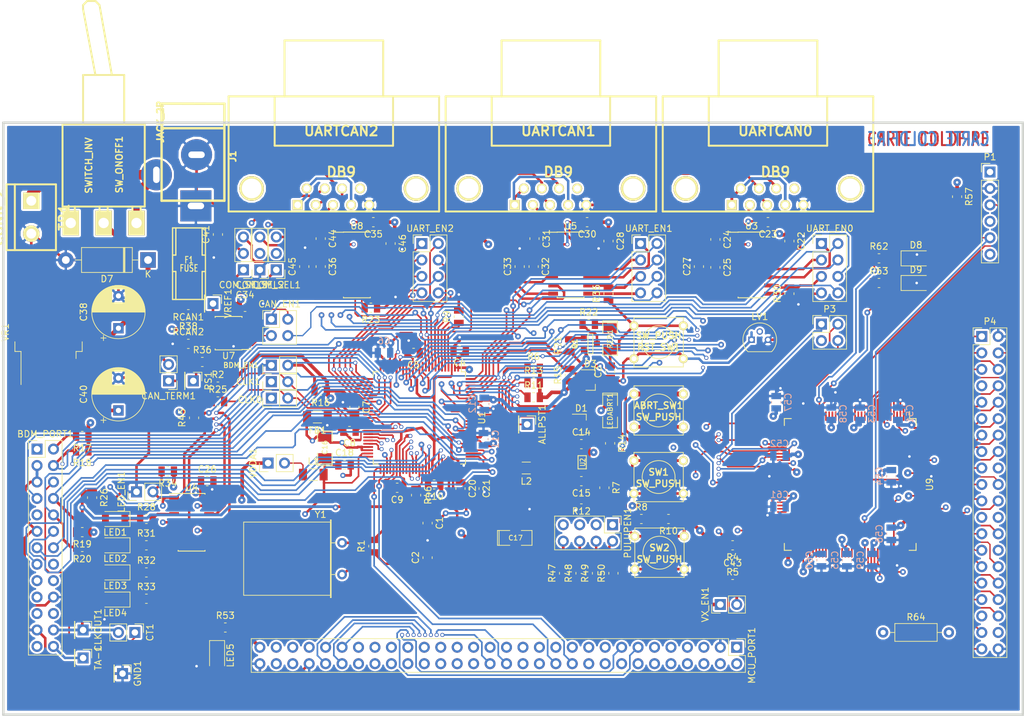
<source format=kicad_pcb>
(kicad_pcb (version 20171130) (host pcbnew 5.1.1-8be2ce7~80~ubuntu16.04.1)
  (title_block (title "Demo Kicad") (date 2015-10-09) (rev 2))
  (layers (0 Top_layer signal) (1 GND_layer power) (2 VDD_layer power) (31 Bottom_layer signal) (34 B.Paste user) (35 F.Paste user) (36 B.SilkS user) (37 F.SilkS user) (38 B.Mask user) (39 F.Mask user) (44 Edge.Cuts user))
  (net 0 "")
  (net 1 /ALLPST)
  (net 2 /AN2)
  (net 3 /AN3)
  (net 4 /AN4)
  (net 5 /AN6)
  (net 6 /BKPT-)
  (net 7 /CLKIN/EXTAL)
  (net 8 /CLKMOD0)
  (net 9 /CLKMOD1)
  (net 10 /DDAT0)
  (net 11 /DDAT1)
  (net 12 /DDAT2)
  (net 13 /DDAT3)
  (net 14 /DSCLK)
  (net 15 /DSI)
  (net 16 /DSO)
  (net 17 /DTIN1)
  (net 18 /GPT1)
  (net 19 /GPT3)
  (net 20 /IRQ-5)
  (net 21 /IRQ-6)
  (net 22 /IRQ-7)
  (net 23 /JTAG_EN)
  (net 24 /PST0)
  (net 25 /PST1)
  (net 26 /PST2)
  (net 27 /PST3)
  (net 28 /QSPI_CS3)
  (net 29 /TCLK)
  (net 30 /VDDPLL)
  (net 31 /inout_user/CAN_H)
  (net 32 /inout_user/CAN_L)
  (net 33 /inout_user/CTS0)
  (net 34 /inout_user/CTS1)
  (net 35 /inout_user/CTS2/CANH)
  (net 36 /inout_user/RTS0)
  (net 37 /inout_user/RTS1)
  (net 38 /inout_user/RTS2)
  (net 39 /inout_user/RXD0)
  (net 40 /inout_user/RXD1)
  (net 41 /inout_user/RXD2)
  (net 42 /inout_user/RxD_CAN)
  (net 43 /inout_user/TXD0)
  (net 44 /inout_user/TXD1)
  (net 45 /inout_user/TXD2/CANL)
  (net 46 /inout_user/TxD_CAN)
  (net 47 /xilinx/+3,3V_OUT)
  (net 48 /xilinx/LED_TEST1)
  (net 49 /xilinx/LED_TEST2)
  (net 50 /xilinx/TCK)
  (net 51 /xilinx/TDI)
  (net 52 /xilinx/TDO)
  (net 53 /xilinx/TMS)
  (net 54 /xilinx/XIL_D0)
  (net 55 /xilinx/XIL_D1)
  (net 56 /xilinx/XIL_D10)
  (net 57 /xilinx/XIL_D11)
  (net 58 /xilinx/XIL_D12)
  (net 59 /xilinx/XIL_D13)
  (net 60 /xilinx/XIL_D14)
  (net 61 /xilinx/XIL_D15)
  (net 62 /xilinx/XIL_D16)
  (net 63 /xilinx/XIL_D17)
  (net 64 /xilinx/XIL_D18)
  (net 65 /xilinx/XIL_D19)
  (net 66 /xilinx/XIL_D2)
  (net 67 /xilinx/XIL_D20)
  (net 68 /xilinx/XIL_D21)
  (net 69 /xilinx/XIL_D22)
  (net 70 /xilinx/XIL_D23)
  (net 71 /xilinx/XIL_D24)
  (net 72 /xilinx/XIL_D25)
  (net 73 /xilinx/XIL_D26)
  (net 74 /xilinx/XIL_D27)
  (net 75 /xilinx/XIL_D28)
  (net 76 /xilinx/XIL_D29)
  (net 77 /xilinx/XIL_D3)
  (net 78 /xilinx/XIL_D30)
  (net 79 /xilinx/XIL_D31)
  (net 80 /xilinx/XIL_D32)
  (net 81 /xilinx/XIL_D33)
  (net 82 /xilinx/XIL_D34)
  (net 83 /xilinx/XIL_D35)
  (net 84 /xilinx/XIL_D36)
  (net 85 /xilinx/XIL_D4)
  (net 86 /xilinx/XIL_D5)
  (net 87 /xilinx/XIL_D6)
  (net 88 /xilinx/XIL_D7)
  (net 89 /xilinx/XIL_D8)
  (net 90 /xilinx/XIL_D9)
  (net 91 GND)
  (net 92 "Net-(ABRT_SW1-Pad1)")
  (net 93 "Net-(BDM_PORT1-Pad6)")
  (net 94 "Net-(BDM_PORT1-Pad26)")
  (net 95 "Net-(C3-Pad1)")
  (net 96 "Net-(C15-Pad1)")
  (net 97 GNDA)
  (net 98 "Net-(C23-Pad2)")
  (net 99 "Net-(C24-Pad1)")
  (net 100 "Net-(C24-Pad2)")
  (net 101 "Net-(C25-Pad1)")
  (net 102 "Net-(C25-Pad2)")
  (net 103 "Net-(C27-Pad1)")
  (net 104 "Net-(C30-Pad2)")
  (net 105 "Net-(C31-Pad1)")
  (net 106 "Net-(C31-Pad2)")
  (net 107 "Net-(C32-Pad1)")
  (net 108 "Net-(C32-Pad2)")
  (net 109 "Net-(C33-Pad1)")
  (net 110 "Net-(C35-Pad2)")
  (net 111 "Net-(C36-Pad1)")
  (net 112 "Net-(C36-Pad2)")
  (net 113 "Net-(C38-Pad1)")
  (net 114 "Net-(C43-Pad2)")
  (net 115 "Net-(C44-Pad1)")
  (net 116 "Net-(C44-Pad2)")
  (net 117 "Net-(C45-Pad1)")
  (net 118 "Net-(CAN_TERM1-Pad2)")
  (net 119 "Net-(COM_SEL1-Pad3)")
  (net 120 "Net-(COM_SEL2-Pad3)")
  (net 121 "Net-(COM_SEL3-Pad3)")
  (net 122 "Net-(D8-Pad1)")
  (net 123 "Net-(D9-Pad1)")
  (net 124 "Net-(F1-Pad1)")
  (net 125 "Net-(J1-Pad3)")
  (net 126 "Net-(L1-Pad1)")
  (net 127 "Net-(LED1-Pad1)")
  (net 128 "Net-(LED2-Pad1)")
  (net 129 "Net-(LED3-Pad1)")
  (net 130 "Net-(LED4-Pad1)")
  (net 131 "Net-(LED5-Pad1)")
  (net 132 "Net-(LEDABRT1-Pad2)")
  (net 133 "Net-(LED_EN1-Pad2)")
  (net 134 /AN0)
  (net 135 /AN1)
  (net 136 /QSPI_CS0)
  (net 137 /AN5)
  (net 138 /AN7)
  (net 139 /IRQ-4)
  (net 140 /DTIN0)
  (net 141 /DTIN2)
  (net 142 /DTIN3)
  (net 143 /GPT0)
  (net 144 /GPT2)
  (net 145 "Net-(P3-Pad2)")
  (net 146 "Net-(P3-Pad4)")
  (net 147 "Net-(PULUPEN1-Pad2)")
  (net 148 "Net-(PULUPEN1-Pad4)")
  (net 149 "Net-(PULUPEN1-Pad6)")
  (net 150 "Net-(PULUPEN1-Pad8)")
  (net 151 "Net-(Q1-Pad2)")
  (net 152 "Net-(Q1-Pad3)")
  (net 153 "Net-(R9-Pad1)")
  (net 154 "Net-(R22-Pad2)")
  (net 155 "Net-(R23-Pad2)")
  (net 156 "Net-(R28-Pad2)")
  (net 157 "Net-(R30-Pad2)")
  (net 158 "Net-(R31-Pad2)")
  (net 159 "Net-(R32-Pad2)")
  (net 160 "Net-(R33-Pad2)")
  (net 161 "Net-(R35-Pad2)")
  (net 162 "Net-(R36-Pad1)")
  (net 163 "Net-(R46-Pad1)")
  (net 164 "Net-(U3-Pad9)")
  (net 165 "Net-(U3-Pad11)")
  (net 166 "Net-(U3-Pad12)")
  (net 167 "Net-(U5-Pad9)")
  (net 168 "Net-(U5-Pad11)")
  (net 169 "Net-(U5-Pad12)")
  (net 170 "Net-(U7-Pad5)")
  (net 171 "Net-(U8-Pad9)")
  (net 172 "Net-(U8-Pad10)")
  (net 173 "Net-(U8-Pad12)")
  (net 174 "Net-(UARTCAN0-Pad1)")
  (net 175 "Net-(UARTCAN1-Pad1)")
  (net 176 "Net-(UARTCAN2-Pad1)")
  (net 177 +3.3V)
  (net 178 "Net-(D1-Pad1)")
  (net 179 /VCCA)
  (net 180 /IRQ-1)
  (net 181 /IRQ-2)
  (net 182 /IRQ-3)
  (net 183 /XTAL)
  (net 184 /RCON-)
  (net 185 /RSTO-)
  (net 186 /RSTI-)
  (net 187 /QSPI_CS1)
  (net 188 /URTS1)
  (net 189 /UCTS1)
  (net 190 /QSPI_CLK)
  (net 191 /DSPI_DOUT)
  (net 192 /QSPI_DIN)
  (net 193 /QSPI_CS2)
  (net 194 /URXD1)
  (net 195 /UTXD1)
  (net 196 /PWM7)
  (net 197 /PWM5)
  (net 198 /PWM1)
  (net 199 /PWM3)
  (net 200 /URTS2)
  (net 201 /UTXD2)
  (net 202 /URXD2)
  (net 203 /UCTS2)
  (net 204 /CANRX)
  (net 205 /CANTX)
  (net 206 /URTS0)
  (net 207 /UTXD0)
  (net 208 /URXD0)
  (net 209 /UCTS0)
  (net 210 "Net-(SW_ONOFF1-Pad1)")
  (net 211 "Net-(UARTCAN2-Pad9)")
  (net 212 "Net-(UARTCAN0-Pad9)")
  (net 213 "Net-(UARTCAN1-Pad9)")
  (net 214 "Net-(VR1-Pad4)")
  (net 215 "Net-(U9-Pad141)")
  (net 216 "Net-(U9-Pad133)")
  (net 217 "Net-(U9-Pad121)")
  (net 218 "Net-(U9-Pad120)")
  (net 219 "Net-(U9-Pad110)")
  (net 220 "Net-(U9-Pad106)")
  (net 221 "Net-(U9-Pad103)")
  (net 222 "Net-(U9-Pad102)")
  (net 223 "Net-(U9-Pad94)")
  (net 224 "Net-(U9-Pad93)")
  (net 225 "Net-(U9-Pad92)")
  (net 226 "Net-(U9-Pad91)")
  (net 227 "Net-(U9-Pad90)")
  (net 228 "Net-(U9-Pad88)")
  (net 229 "Net-(U9-Pad87)")
  (net 230 "Net-(U9-Pad86)")
  (net 231 "Net-(U9-Pad84)")
  (net 232 "Net-(U9-Pad83)")
  (net 233 "Net-(U9-Pad82)")
  (net 234 "Net-(U9-Pad81)")
  (net 235 "Net-(U9-Pad80)")
  (net 236 "Net-(U9-Pad79)")
  (net 237 "Net-(U9-Pad78)")
  (net 238 "Net-(U9-Pad77)")
  (net 239 "Net-(U9-Pad75)")
  (net 240 "Net-(U9-Pad74)")
  (net 241 "Net-(U9-Pad72)")
  (net 242 "Net-(U9-Pad71)")
  (net 243 "Net-(U9-Pad70)")
  (net 244 "Net-(U9-Pad69)")
  (net 245 "Net-(U9-Pad68)")
  (net 246 "Net-(U9-Pad67)")
  (net 247 "Net-(U9-Pad66)")
  (net 248 "Net-(U9-Pad65)")
  (net 249 "Net-(U9-Pad63)")
  (net 250 "Net-(U9-Pad62)")
  (net 251 "Net-(U9-Pad61)")
  (net 252 "Net-(U9-Pad60)")
  (net 253 "Net-(U9-Pad56)")
  (net 254 "Net-(U9-Pad55)")
  (net 255 "Net-(U9-Pad41)")
  (net 256 "Net-(U9-Pad40)")
  (net 257 "Net-(U9-Pad39)")
  (net 258 "Net-(U9-Pad38)")
  (net 259 "Net-(U9-Pad37)")
  (net 260 "Net-(U9-Pad36)")
  (net 261 "Net-(U9-Pad35)")
  (net 262 "Net-(U9-Pad34)")
  (net 263 "Net-(U9-Pad30)")
  (net 264 "Net-(U9-Pad29)")
  (net 265 "Net-(U9-Pad26)")
  (net 266 "Net-(U9-Pad25)")
  (net 267 "Net-(U9-Pad23)")
  (net 268 "Net-(U9-Pad22)")
  (net 269 "Net-(U9-Pad21)")
  (net 270 "Net-(U9-Pad19)")
  (net 271 "Net-(U9-Pad18)")
  (net 272 "Net-(U9-Pad16)")
  (net 273 "Net-(U9-Pad15)")
  (net 274 "Net-(U9-Pad14)")
  (net 275 "Net-(U9-Pad9)")
  (net 276 "Net-(BDM_PORT1-Pad22)")
  (net 277 "Net-(BDM_PORT1-Pad21)")
  (net 278 "Net-(BDM_PORT1-Pad1)")
  (module Diode_SMD:D_SOT-23_ANK (layer Top_layer) (at 160.401 102.489)
    (fp_text reference D1 (at 0 -2.5) (layer F.SilkS))
    (fp_text value BAT54)
    (pad 1 smd rect (at 1 0) (size 0.9 0.8) (layers Top_layer F.Paste F.Mask) (net 178 "Net-(D1-Pad1)"))
    (pad "" smd rect (at -1 0.95) (size 0.9 0.8) (layers Top_layer F.Paste F.Mask))
    (pad 2 smd rect (at -1 -0.95) (size 0.9 0.8) (layers Top_layer F.Paste F.Mask) (net 22 /IRQ-7))
  )
  (module Diode_SMD:D_SOT-23_ANK (layer Top_layer) (at 161.798 95.631)
    (fp_text reference D3 (at 0 -2.5) (layer F.SilkS))
    (fp_text value BAT54)
    (pad 1 smd rect (at 1 0) (size 0.9 0.8) (layers Top_layer F.Paste F.Mask) (net 95 "Net-(C3-Pad1)"))
    (pad "" smd rect (at -1 0.95) (size 0.9 0.8) (layers Top_layer F.Paste F.Mask))
    (pad 2 smd rect (at -1 -0.95) (size 0.9 0.8) (layers Top_layer F.Paste F.Mask) (net 186 /RSTI-))
  )
  (module Diode_THT:D_DO-15_P12.70mm_Horizontal (layer Top_layer) (at 93.472 77.089 180)
    (fp_text reference D7 (at 6.35 -2.92 180) (layer F.SilkS))
    (fp_text value 1N4004)
    (fp_text user K (at 0 -2.2 180) (layer F.SilkS))
    (pad 2 thru_hole oval (at 12.7 0 180) (size 2.4 2.4) (drill 1.2) (layers *.Cu *.Mask) (net 91 GND))
    (pad 1 thru_hole rect (at 0 0 180) (size 2.4 2.4) (drill 1.2) (layers *.Cu *.Mask) (net 113 "Net-(C38-Pad1)"))
  )
  (module Resistor_THT:R_Axial_DIN0207_L6.3mm_D2.5mm_P10.16mm_Horizontal (layer Top_layer) (at 207.01 134.62)
    (fp_text reference R64 (at 5.08 -2.37) (layer F.SilkS))
    (fp_text value 3,3)
    (pad 2 thru_hole oval (at 10.16 0) (size 1.6 1.6) (drill 0.8) (layers *.Cu *.Mask) (net 47 /xilinx/+3,3V_OUT))
    (pad 1 thru_hole circle (at 0 0) (size 1.6 1.6) (drill 0.8) (layers *.Cu *.Mask) (net 177 +3.3V))
  )
  (module Package_SO:SOIC-8_3.9x4.9mm_P1.27mm (layer Top_layer) (at 105.918 88.392 180)
    (fp_text reference U7 (at 0 -3.5 180) (layer F.SilkS))
    (fp_text value PCA82C251)
    (pad 8 smd rect (at 2.7 -1.905 180) (size 1.55 0.6) (layers Top_layer F.Paste F.Mask) (net 162 "Net-(R36-Pad1)"))
    (pad 7 smd rect (at 2.7 -0.635 180) (size 1.55 0.6) (layers Top_layer F.Paste F.Mask) (net 31 /inout_user/CAN_H))
    (pad 6 smd rect (at 2.7 0.635 180) (size 1.55 0.6) (layers Top_layer F.Paste F.Mask) (net 32 /inout_user/CAN_L))
    (pad 5 smd rect (at 2.7 1.905 180) (size 1.55 0.6) (layers Top_layer F.Paste F.Mask) (net 170 "Net-(U7-Pad5)"))
    (pad 4 smd rect (at -2.7 1.905 180) (size 1.55 0.6) (layers Top_layer F.Paste F.Mask) (net 42 /inout_user/RxD_CAN))
    (pad 3 smd rect (at -2.7 0.635 180) (size 1.55 0.6) (layers Top_layer F.Paste F.Mask) (net 177 +3.3V))
    (pad 2 smd rect (at -2.7 -0.635 180) (size 1.55 0.6) (layers Top_layer F.Paste F.Mask) (net 91 GND))
    (pad 1 smd rect (at -2.7 -1.905 180) (size 1.55 0.6) (layers Top_layer F.Paste F.Mask) (net 46 /inout_user/TxD_CAN))
  )
  (module Package_TO_SOT_SMD:TO-263-5_TabPin3 (layer Top_layer) (at 78.105 88.265 90)
    (fp_text reference VR1 (at 0 -6.65 90) (layer F.SilkS))
    (fp_text value LT1129_QPACK)
    (pad 1 smd rect (at -5.775 -3.4 90) (size 4.6 1.1) (layers Top_layer F.Paste F.Mask) (net 177 +3.3V))
    (pad 2 smd rect (at -5.775 -1.7 90) (size 4.6 1.1) (layers Top_layer F.Paste F.Mask) (net 177 +3.3V))
    (pad 3 smd rect (at -5.775 0 90) (size 4.6 1.1) (layers Top_layer F.Paste F.Mask) (net 91 GND))
    (pad 4 smd rect (at -5.775 1.7 90) (size 4.6 1.1) (layers Top_layer F.Paste F.Mask) (net 214 "Net-(VR1-Pad4)"))
    (pad 5 smd rect (at -5.775 3.4 90) (size 4.6 1.1) (layers Top_layer F.Paste F.Mask) (net 113 "Net-(C38-Pad1)"))
    (pad 3 smd rect (at 3.375 0 90) (size 9.4 10.8) (layers Top_layer F.Mask) (net 91 GND))
  )
  (module Capacitor_THT:CP_Radial_D8.0mm_P5.00mm (layer Top_layer) (at 88.9 100.33 90)
    (fp_text reference C40 (at 2.5 -5.37 90) (layer F.SilkS))
    (fp_text value 220uF)
    (pad 2 thru_hole circle (at 5 0 90) (size 1.6 1.6) (drill 0.8) (layers *.Cu *.Mask) (net 91 GND))
    (pad 1 thru_hole rect (at 0 0 90) (size 1.6 1.6) (drill 0.8) (layers *.Cu *.Mask) (net 177 +3.3V))
  )
  (module Capacitor_THT:CP_Radial_D8.0mm_P5.00mm (layer Top_layer) (at 88.9 87.63 90)
    (fp_text reference C38 (at 2.5 -5.37 90) (layer F.SilkS))
    (fp_text value 10uF)
    (pad 2 thru_hole circle (at 5 0 90) (size 1.6 1.6) (drill 0.8) (layers *.Cu *.Mask) (net 91 GND))
    (pad 1 thru_hole rect (at 0 0 90) (size 1.6 1.6) (drill 0.8) (layers *.Cu *.Mask) (net 113 "Net-(C38-Pad1)"))
  )
  (module Package_SO:SOIC-14_3.9x8.7mm_P1.27mm (layer Top_layer) (at 100.203 117.602)
    (fp_text reference U4 (at 0 -5.375) (layer F.SilkS))
    (fp_text value 74HC125)
    (pad 14 smd rect (at 2.7 -3.81) (size 1.5 0.6) (layers Top_layer F.Paste F.Mask) (net 177 +3.3V))
    (pad 13 smd rect (at 2.7 -2.54) (size 1.5 0.6) (layers Top_layer F.Paste F.Mask) (net 133 "Net-(LED_EN1-Pad2)"))
    (pad 12 smd rect (at 2.7 -1.27) (size 1.5 0.6) (layers Top_layer F.Paste F.Mask) (net 141 /DTIN2))
    (pad 11 smd rect (at 2.7 0) (size 1.5 0.6) (layers Top_layer F.Paste F.Mask) (net 159 "Net-(R32-Pad2)"))
    (pad 10 smd rect (at 2.7 1.27) (size 1.5 0.6) (layers Top_layer F.Paste F.Mask) (net 133 "Net-(LED_EN1-Pad2)"))
    (pad 9 smd rect (at 2.7 2.54) (size 1.5 0.6) (layers Top_layer F.Paste F.Mask) (net 142 /DTIN3))
    (pad 8 smd rect (at 2.7 3.81) (size 1.5 0.6) (layers Top_layer F.Paste F.Mask) (net 160 "Net-(R33-Pad2)"))
    (pad 7 smd rect (at -2.7 3.81) (size 1.5 0.6) (layers Top_layer F.Paste F.Mask) (net 91 GND))
    (pad 6 smd rect (at -2.7 2.54) (size 1.5 0.6) (layers Top_layer F.Paste F.Mask) (net 158 "Net-(R31-Pad2)"))
    (pad 5 smd rect (at -2.7 1.27) (size 1.5 0.6) (layers Top_layer F.Paste F.Mask) (net 17 /DTIN1))
    (pad 4 smd rect (at -2.7 0) (size 1.5 0.6) (layers Top_layer F.Paste F.Mask) (net 133 "Net-(LED_EN1-Pad2)"))
    (pad 3 smd rect (at -2.7 -1.27) (size 1.5 0.6) (layers Top_layer F.Paste F.Mask) (net 156 "Net-(R28-Pad2)"))
    (pad 2 smd rect (at -2.7 -2.54) (size 1.5 0.6) (layers Top_layer F.Paste F.Mask) (net 140 /DTIN0))
    (pad 1 smd rect (at -2.7 -3.81) (size 1.5 0.6) (layers Top_layer F.Paste F.Mask) (net 133 "Net-(LED_EN1-Pad2)"))
  )
  (module LED_SMD:LED_1206_3216Metric (layer Top_layer) (at 88.392 121.158 180)
    (fp_text reference LED2 (at 0 -2.05 180) (layer F.SilkS))
    (fp_text value LED)
    (pad 2 smd rect (at 1.505 0 180) (size 1.07 1.8) (layers Top_layer F.Paste F.Mask) (net 91 GND))
    (pad 1 smd rect (at -1.505 0 180) (size 1.07 1.8) (layers Top_layer F.Paste F.Mask) (net 128 "Net-(LED2-Pad1)"))
  )
  (module LED_SMD:LED_1206_3216Metric (layer Top_layer) (at 88.392 117.094 180)
    (fp_text reference LED1 (at 0 -2.05 180) (layer F.SilkS))
    (fp_text value LED)
    (pad 2 smd rect (at 1.505 0 180) (size 1.07 1.8) (layers Top_layer F.Paste F.Mask) (net 91 GND))
    (pad 1 smd rect (at -1.505 0 180) (size 1.07 1.8) (layers Top_layer F.Paste F.Mask) (net 127 "Net-(LED1-Pad1)"))
  )
  (module LED_SMD:LED_1206_3216Metric (layer Top_layer) (at 212.09 80.645)
    (fp_text reference D9 (at 0 -2.05) (layer F.SilkS))
    (fp_text value LED)
    (pad 2 smd rect (at 1.505 0) (size 1.07 1.8) (layers Top_layer F.Paste F.Mask) (net 91 GND))
    (pad 1 smd rect (at -1.505 0) (size 1.07 1.8) (layers Top_layer F.Paste F.Mask) (net 123 "Net-(D9-Pad1)"))
  )
  (module LED_SMD:LED_1206_3216Metric (layer Top_layer) (at 212.09 76.835)
    (fp_text reference D8 (at 0 -2.05) (layer F.SilkS))
    (fp_text value LED)
    (pad 2 smd rect (at 1.505 0) (size 1.07 1.8) (layers Top_layer F.Paste F.Mask) (net 91 GND))
    (pad 1 smd rect (at -1.505 0) (size 1.07 1.8) (layers Top_layer F.Paste F.Mask) (net 122 "Net-(D8-Pad1)"))
  )
  (module LED_SMD:LED_1206_3216Metric (layer Top_layer) (at 104.14 138.176 270)
    (fp_text reference LED5 (at 0 -2.05 270) (layer F.SilkS))
    (fp_text value LED)
    (pad 2 smd rect (at 1.505 0 270) (size 1.07 1.8) (layers Top_layer F.Paste F.Mask) (net 91 GND))
    (pad 1 smd rect (at -1.505 0 270) (size 1.07 1.8) (layers Top_layer F.Paste F.Mask) (net 131 "Net-(LED5-Pad1)"))
  )
  (module LED_SMD:LED_1206_3216Metric (layer Top_layer) (at 88.392 125.349 180)
    (fp_text reference LED3 (at 0 -2.05 180) (layer F.SilkS))
    (fp_text value LED)
    (pad 2 smd rect (at 1.505 0 180) (size 1.07 1.8) (layers Top_layer F.Paste F.Mask) (net 91 GND))
    (pad 1 smd rect (at -1.505 0 180) (size 1.07 1.8) (layers Top_layer F.Paste F.Mask) (net 129 "Net-(LED3-Pad1)"))
  )
  (module LED_SMD:LED_1206_3216Metric (layer Top_layer) (at 88.392 129.54 180)
    (fp_text reference LED4 (at 0 -2.05 180) (layer F.SilkS))
    (fp_text value LED)
    (pad 2 smd rect (at 1.505 0 180) (size 1.07 1.8) (layers Top_layer F.Paste F.Mask) (net 91 GND))
    (pad 1 smd rect (at -1.505 0 180) (size 1.07 1.8) (layers Top_layer F.Paste F.Mask) (net 130 "Net-(LED4-Pad1)"))
  )
  (module lib_smd:SM1206POL (layer Top_layer) (at 164.846 89.281 270)
    (fp_text reference RED1 (at 0 0 270) (layer F.SilkS) (effects (font (size 0.762 0.762) (thickness 0.127))))
    (fp_text value LED_RESET1 hide)
    (pad 1 smd rect (at -1.651 0 270) (size 1.524 2.032) (layers Top_layer F.Paste F.Mask) (net 154 "Net-(R22-Pad2)"))
    (pad 2 smd rect (at 1.651 0 270) (size 1.524 2.032) (layers Top_layer F.Paste F.Mask) (net 91 GND))
  )
  (module lib_smd:SM1206POL (layer Top_layer) (at 164.846 100.457 270)
    (fp_text reference LEDABRT1 (at 0 0 270) (layer F.SilkS) (effects (font (size 0.762 0.762) (thickness 0.127))))
    (fp_text value RED hide)
    (pad 1 smd rect (at -1.651 0 270) (size 1.524 2.032) (layers Top_layer F.Paste F.Mask) (net 177 +3.3V))
    (pad 2 smd rect (at 1.651 0 270) (size 1.524 2.032) (layers Top_layer F.Paste F.Mask) (net 132 "Net-(LEDABRT1-Pad2)"))
  )
  (module lib_smd:SM1206POL (layer Top_layer) (at 150.241 120.015)
    (fp_text reference C17 (at 0 0) (layer F.SilkS) (effects (font (size 0.762 0.762) (thickness 0.127))))
    (fp_text value 100uF hide)
    (pad 1 smd rect (at -1.651 0) (size 1.524 2.032) (layers Top_layer F.Paste F.Mask) (net 177 +3.3V))
    (pad 2 smd rect (at 1.651 0) (size 1.524 2.032) (layers Top_layer F.Paste F.Mask) (net 91 GND))
  )
  (module lib_smd:SM1206POL (layer Top_layer) (at 120.777 106.045 90)
    (fp_text reference C16 (at 0 0 90) (layer F.SilkS) (effects (font (size 0.762 0.762) (thickness 0.127))))
    (fp_text value 10uF hide)
    (pad 1 smd rect (at -1.651 0 90) (size 1.524 2.032) (layers Top_layer F.Paste F.Mask) (net 179 /VCCA))
    (pad 2 smd rect (at 1.651 0 90) (size 1.524 2.032) (layers Top_layer F.Paste F.Mask) (net 97 GNDA))
  )
  (module Connector_PinHeader_2.54mm:PinHeader_1x01_P2.54mm_Vertical (layer Top_layer) (at 152.019 102.489 270)
    (fp_text reference ALLPST1 (at 0 -2.33 270) (layer F.SilkS))
    (fp_text value CONN_1)
    (pad 1 thru_hole rect (at 0 0 270) (size 1.7 1.7) (drill 1) (layers *.Cu *.Mask) (net 1 /ALLPST))
  )
  (module Connector_PinHeader_2.54mm:PinHeader_1x01_P2.54mm_Vertical (layer Top_layer) (at 83.439 134.239 270)
    (fp_text reference CLKOUT1 (at 0 -2.33 270) (layer F.SilkS))
    (fp_text value CONN_1)
    (pad 1 thru_hole rect (at 0 0 270) (size 1.7 1.7) (drill 1) (layers *.Cu *.Mask) (net 29 /TCLK))
  )
  (module Connector_PinHeader_2.54mm:PinHeader_1x01_P2.54mm_Vertical (layer Top_layer) (at 89.535 140.97 270)
    (fp_text reference GND1 (at 0 -2.33 270) (layer F.SilkS))
    (fp_text value CONN_1)
    (pad 1 thru_hole rect (at 0 0 270) (size 1.7 1.7) (drill 1) (layers *.Cu *.Mask) (net 91 GND))
  )
  (module Connector_PinHeader_2.54mm:PinHeader_1x01_P2.54mm_Vertical (layer Top_layer) (at 100.457 95.758 270)
    (fp_text reference RS1 (at 0 -2.33 270) (layer F.SilkS))
    (fp_text value CONN_1)
    (pad 1 thru_hole rect (at 0 0 270) (size 1.7 1.7) (drill 1) (layers *.Cu *.Mask) (net 162 "Net-(R36-Pad1)"))
  )
  (module Connector_PinHeader_2.54mm:PinHeader_1x01_P2.54mm_Vertical (layer Top_layer) (at 83.439 138.557 270)
    (fp_text reference TA-1 (at 0 -2.33 270) (layer F.SilkS))
    (fp_text value CONN_1)
    (pad 1 thru_hole rect (at 0 0 270) (size 1.7 1.7) (drill 1) (layers *.Cu *.Mask) (net 94 "Net-(BDM_PORT1-Pad26)"))
  )
  (module Connector_PinHeader_2.54mm:PinHeader_1x01_P2.54mm_Vertical (layer Top_layer) (at 103.505 83.82 270)
    (fp_text reference VREF1 (at 0 -2.33 270) (layer F.SilkS))
    (fp_text value CONN_1)
    (pad 1 thru_hole rect (at 0 0 270) (size 1.7 1.7) (drill 1) (layers *.Cu *.Mask) (net 170 "Net-(U7-Pad5)"))
  )
  (module Package_QFP:LQFP-100_14x14mm_P0.5mm (layer Top_layer) (at 135.382 101.473 270)
    (fp_text reference U1 (at 0 -9.65 270) (layer F.SilkS))
    (fp_text value MCF5213-LQFP100)
    (pad 100 smd rect (at -6 -7.9) (size 1.5 0.28) (layers Top_layer F.Paste F.Mask) (net 194 /URXD1))
    (pad 99 smd rect (at -5.5 -7.9) (size 1.5 0.28) (layers Top_layer F.Paste F.Mask) (net 195 /UTXD1))
    (pad 98 smd rect (at -5 -7.9) (size 1.5 0.28) (layers Top_layer F.Paste F.Mask) (net 189 /UCTS1))
    (pad 97 smd rect (at -4.5 -7.9) (size 1.5 0.28) (layers Top_layer F.Paste F.Mask) (net 185 /RSTO-))
    (pad 96 smd rect (at -4 -7.9) (size 1.5 0.28) (layers Top_layer F.Paste F.Mask) (net 186 /RSTI-))
    (pad 95 smd rect (at -3.5 -7.9) (size 1.5 0.28) (layers Top_layer F.Paste F.Mask) (net 22 /IRQ-7))
    (pad 94 smd rect (at -3 -7.9) (size 1.5 0.28) (layers Top_layer F.Paste F.Mask) (net 21 /IRQ-6))
    (pad 93 smd rect (at -2.5 -7.9) (size 1.5 0.28) (layers Top_layer F.Paste F.Mask) (net 177 +3.3V))
    (pad 92 smd rect (at -2 -7.9) (size 1.5 0.28) (layers Top_layer F.Paste F.Mask) (net 91 GND))
    (pad 91 smd rect (at -1.5 -7.9) (size 1.5 0.28) (layers Top_layer F.Paste F.Mask) (net 20 /IRQ-5))
    (pad 90 smd rect (at -1 -7.9) (size 1.5 0.28) (layers Top_layer F.Paste F.Mask) (net 139 /IRQ-4))
    (pad 89 smd rect (at -0.5 -7.9) (size 1.5 0.28) (layers Top_layer F.Paste F.Mask) (net 182 /IRQ-3))
    (pad 88 smd rect (at 0 -7.9) (size 1.5 0.28) (layers Top_layer F.Paste F.Mask) (net 181 /IRQ-2))
    (pad 87 smd rect (at 0.5 -7.9) (size 1.5 0.28) (layers Top_layer F.Paste F.Mask) (net 180 /IRQ-1))
    (pad 86 smd rect (at 1 -7.9) (size 1.5 0.28) (layers Top_layer F.Paste F.Mask) (net 1 /ALLPST))
    (pad 85 smd rect (at 1.5 -7.9) (size 1.5 0.28) (layers Top_layer F.Paste F.Mask) (net 14 /DSCLK))
    (pad 84 smd rect (at 2 -7.9) (size 1.5 0.28) (layers Top_layer F.Paste F.Mask) (net 13 /DDAT3))
    (pad 83 smd rect (at 2.5 -7.9) (size 1.5 0.28) (layers Top_layer F.Paste F.Mask) (net 12 /DDAT2))
    (pad 82 smd rect (at 3 -7.9) (size 1.5 0.28) (layers Top_layer F.Paste F.Mask) (net 91 GND))
    (pad 81 smd rect (at 3.5 -7.9) (size 1.5 0.28) (layers Top_layer F.Paste F.Mask) (net 177 +3.3V))
    (pad 80 smd rect (at 4 -7.9) (size 1.5 0.28) (layers Top_layer F.Paste F.Mask) (net 16 /DSO))
    (pad 79 smd rect (at 4.5 -7.9) (size 1.5 0.28) (layers Top_layer F.Paste F.Mask) (net 15 /DSI))
    (pad 78 smd rect (at 5 -7.9) (size 1.5 0.28) (layers Top_layer F.Paste F.Mask) (net 11 /DDAT1))
    (pad 77 smd rect (at 5.5 -7.9) (size 1.5 0.28) (layers Top_layer F.Paste F.Mask) (net 10 /DDAT0))
    (pad 76 smd rect (at 6 -7.9) (size 1.5 0.28) (layers Top_layer F.Paste F.Mask) (net 6 /BKPT-))
    (pad 75 smd rect (at 7.9 -6 270) (size 1.5 0.28) (layers Top_layer F.Paste F.Mask) (net 91 GND))
    (pad 74 smd rect (at 7.9 -5.5 270) (size 1.5 0.28) (layers Top_layer F.Paste F.Mask) (net 30 /VDDPLL))
    (pad 73 smd rect (at 7.9 -5 270) (size 1.5 0.28) (layers Top_layer F.Paste F.Mask) (net 7 /CLKIN/EXTAL))
    (pad 72 smd rect (at 7.9 -4.5 270) (size 1.5 0.28) (layers Top_layer F.Paste F.Mask) (net 183 /XTAL))
    (pad 71 smd rect (at 7.9 -4 270) (size 1.5 0.28) (layers Top_layer F.Paste F.Mask) (net 91 GND))
    (pad 70 smd rect (at 7.9 -3.5 270) (size 1.5 0.28) (layers Top_layer F.Paste F.Mask) (net 27 /PST3))
    (pad 69 smd rect (at 7.9 -3 270) (size 1.5 0.28) (layers Top_layer F.Paste F.Mask) (net 26 /PST2))
    (pad 68 smd rect (at 7.9 -2.5 270) (size 1.5 0.28) (layers Top_layer F.Paste F.Mask) (net 177 +3.3V))
    (pad 67 smd rect (at 7.9 -2 270) (size 1.5 0.28) (layers Top_layer F.Paste F.Mask) (net 91 GND))
    (pad 66 smd rect (at 7.9 -1.5 270) (size 1.5 0.28) (layers Top_layer F.Paste F.Mask) (net 25 /PST1))
    (pad 65 smd rect (at 7.9 -1 270) (size 1.5 0.28) (layers Top_layer F.Paste F.Mask) (net 24 /PST0))
    (pad 64 smd rect (at 7.9 -0.5 270) (size 1.5 0.28) (layers Top_layer F.Paste F.Mask) (net 163 "Net-(R46-Pad1)"))
    (pad 63 smd rect (at 7.9 0 270) (size 1.5 0.28) (layers Top_layer F.Paste F.Mask) (net 196 /PWM7))
    (pad 62 smd rect (at 7.9 0.5 270) (size 1.5 0.28) (layers Top_layer F.Paste F.Mask) (net 19 /GPT3))
    (pad 61 smd rect (at 7.9 1 270) (size 1.5 0.28) (layers Top_layer F.Paste F.Mask) (net 144 /GPT2))
    (pad 60 smd rect (at 7.9 1.5 270) (size 1.5 0.28) (layers Top_layer F.Paste F.Mask) (net 197 /PWM5))
    (pad 59 smd rect (at 7.9 2 270) (size 1.5 0.28) (layers Top_layer F.Paste F.Mask) (net 18 /GPT1))
    (pad 58 smd rect (at 7.9 2.5 270) (size 1.5 0.28) (layers Top_layer F.Paste F.Mask) (net 143 /GPT0))
    (pad 57 smd rect (at 7.9 3 270) (size 1.5 0.28) (layers Top_layer F.Paste F.Mask) (net 177 +3.3V))
    (pad 56 smd rect (at 7.9 3.5 270) (size 1.5 0.28) (layers Top_layer F.Paste F.Mask) (net 91 GND))
    (pad 55 smd rect (at 7.9 4 270) (size 1.5 0.28) (layers Top_layer F.Paste F.Mask) (net 177 +3.3V))
    (pad 54 smd rect (at 7.9 4.5 270) (size 1.5 0.28) (layers Top_layer F.Paste F.Mask) (net 4 /AN4))
    (pad 53 smd rect (at 7.9 5 270) (size 1.5 0.28) (layers Top_layer F.Paste F.Mask) (net 137 /AN5))
    (pad 52 smd rect (at 7.9 5.5 270) (size 1.5 0.28) (layers Top_layer F.Paste F.Mask) (net 5 /AN6))
    (pad 51 smd rect (at 7.9 6 270) (size 1.5 0.28) (layers Top_layer F.Paste F.Mask) (net 138 /AN7))
    (pad 50 smd rect (at 6 7.9) (size 1.5 0.28) (layers Top_layer F.Paste F.Mask) (net 179 /VCCA))
    (pad 49 smd rect (at 5.5 7.9) (size 1.5 0.28) (layers Top_layer F.Paste F.Mask) (net 179 /VCCA))
    (pad 48 smd rect (at 5 7.9) (size 1.5 0.28) (layers Top_layer F.Paste F.Mask) (net 97 GNDA))
    (pad 47 smd rect (at 4.5 7.9) (size 1.5 0.28) (layers Top_layer F.Paste F.Mask) (net 97 GNDA))
    (pad 46 smd rect (at 4 7.9) (size 1.5 0.28) (layers Top_layer F.Paste F.Mask) (net 3 /AN3))
    (pad 45 smd rect (at 3.5 7.9) (size 1.5 0.28) (layers Top_layer F.Paste F.Mask) (net 2 /AN2))
    (pad 44 smd rect (at 3 7.9) (size 1.5 0.28) (layers Top_layer F.Paste F.Mask) (net 135 /AN1))
    (pad 43 smd rect (at 2.5 7.9) (size 1.5 0.28) (layers Top_layer F.Paste F.Mask) (net 134 /AN0))
    (pad 42 smd rect (at 2 7.9) (size 1.5 0.28) (layers Top_layer F.Paste F.Mask) (net 91 GND))
    (pad 41 smd rect (at 1.5 7.9) (size 1.5 0.28) (layers Top_layer F.Paste F.Mask) (net 177 +3.3V))
    (pad 40 smd rect (at 1 7.9) (size 1.5 0.28) (layers Top_layer F.Paste F.Mask) (net 8 /CLKMOD0))
    (pad 39 smd rect (at 0.5 7.9) (size 1.5 0.28) (layers Top_layer F.Paste F.Mask) (net 9 /CLKMOD1))
    (pad 38 smd rect (at 0 7.9) (size 1.5 0.28) (layers Top_layer F.Paste F.Mask) (net 198 /PWM1))
    (pad 37 smd rect (at -0.5 7.9) (size 1.5 0.28) (layers Top_layer F.Paste F.Mask) (net 17 /DTIN1))
    (pad 36 smd rect (at -1 7.9) (size 1.5 0.28) (layers Top_layer F.Paste F.Mask) (net 140 /DTIN0))
    (pad 35 smd rect (at -1.5 7.9) (size 1.5 0.28) (layers Top_layer F.Paste F.Mask) (net 91 GND))
    (pad 34 smd rect (at -2 7.9) (size 1.5 0.28) (layers Top_layer F.Paste F.Mask) (net 177 +3.3V))
    (pad 33 smd rect (at -2.5 7.9) (size 1.5 0.28) (layers Top_layer F.Paste F.Mask) (net 199 /PWM3))
    (pad 32 smd rect (at -3 7.9) (size 1.5 0.28) (layers Top_layer F.Paste F.Mask) (net 142 /DTIN3))
    (pad 31 smd rect (at -3.5 7.9) (size 1.5 0.28) (layers Top_layer F.Paste F.Mask) (net 141 /DTIN2))
    (pad 30 smd rect (at -4 7.9) (size 1.5 0.28) (layers Top_layer F.Paste F.Mask) (net 200 /URTS2))
    (pad 29 smd rect (at -4.5 7.9) (size 1.5 0.28) (layers Top_layer F.Paste F.Mask) (net 201 /UTXD2))
    (pad 28 smd rect (at -5 7.9) (size 1.5 0.28) (layers Top_layer F.Paste F.Mask) (net 202 /URXD2))
    (pad 27 smd rect (at -5.5 7.9) (size 1.5 0.28) (layers Top_layer F.Paste F.Mask) (net 203 /UCTS2))
    (pad 26 smd rect (at -6 7.9) (size 1.5 0.28) (layers Top_layer F.Paste F.Mask) (net 23 /JTAG_EN))
    (pad 25 smd rect (at -7.9 6 270) (size 1.5 0.28) (layers Top_layer F.Paste F.Mask) (net 91 GND))
    (pad 24 smd rect (at -7.9 5.5 270) (size 1.5 0.28) (layers Top_layer F.Paste F.Mask) (net 91 GND))
    (pad 23 smd rect (at -7.9 5 270) (size 1.5 0.28) (layers Top_layer F.Paste F.Mask) (net 177 +3.3V))
    (pad 22 smd rect (at -7.9 4.5 270) (size 1.5 0.28) (layers Top_layer F.Paste F.Mask) (net 177 +3.3V))
    (pad 21 smd rect (at -7.9 4 270) (size 1.5 0.28) (layers Top_layer F.Paste F.Mask) (net 184 /RCON-))
    (pad 20 smd rect (at -7.9 3.5 270) (size 1.5 0.28) (layers Top_layer F.Paste F.Mask) (net 136 /QSPI_CS0))
    (pad 19 smd rect (at -7.9 3 270) (size 1.5 0.28) (layers Top_layer F.Paste F.Mask) (net 187 /QSPI_CS1))
    (pad 18 smd rect (at -7.9 2.5 270) (size 1.5 0.28) (layers Top_layer F.Paste F.Mask) (net 190 /QSPI_CLK))
    (pad 17 smd rect (at -7.9 2 270) (size 1.5 0.28) (layers Top_layer F.Paste F.Mask) (net 191 /DSPI_DOUT))
    (pad 16 smd rect (at -7.9 1.5 270) (size 1.5 0.28) (layers Top_layer F.Paste F.Mask) (net 192 /QSPI_DIN))
    (pad 15 smd rect (at -7.9 1 270) (size 1.5 0.28) (layers Top_layer F.Paste F.Mask) (net 91 GND))
    (pad 14 smd rect (at -7.9 0.5 270) (size 1.5 0.28) (layers Top_layer F.Paste F.Mask) (net 177 +3.3V))
    (pad 13 smd rect (at -7.9 0 270) (size 1.5 0.28) (layers Top_layer F.Paste F.Mask) (net 193 /QSPI_CS2))
    (pad 12 smd rect (at -7.9 -0.5 270) (size 1.5 0.28) (layers Top_layer F.Paste F.Mask) (net 28 /QSPI_CS3))
    (pad 11 smd rect (at -7.9 -1 270) (size 1.5 0.28) (layers Top_layer F.Paste F.Mask) (net 204 /CANRX))
    (pad 10 smd rect (at -7.9 -1.5 270) (size 1.5 0.28) (layers Top_layer F.Paste F.Mask) (net 205 /CANTX))
    (pad 9 smd rect (at -7.9 -2 270) (size 1.5 0.28) (layers Top_layer F.Paste F.Mask) (net 206 /URTS0))
    (pad 8 smd rect (at -7.9 -2.5 270) (size 1.5 0.28) (layers Top_layer F.Paste F.Mask) (net 207 /UTXD0))
    (pad 7 smd rect (at -7.9 -3 270) (size 1.5 0.28) (layers Top_layer F.Paste F.Mask) (net 208 /URXD0))
    (pad 6 smd rect (at -7.9 -3.5 270) (size 1.5 0.28) (layers Top_layer F.Paste F.Mask) (net 209 /UCTS0))
    (pad 5 smd rect (at -7.9 -4 270) (size 1.5 0.28) (layers Top_layer F.Paste F.Mask) (net 153 "Net-(R9-Pad1)"))
    (pad 4 smd rect (at -7.9 -4.5 270) (size 1.5 0.28) (layers Top_layer F.Paste F.Mask) (net 188 /URTS1))
    (pad 3 smd rect (at -7.9 -5 270) (size 1.5 0.28) (layers Top_layer F.Paste F.Mask) (net 91 GND))
    (pad 2 smd rect (at -7.9 -5.5 270) (size 1.5 0.28) (layers Top_layer F.Paste F.Mask) (net 177 +3.3V))
    (pad 1 smd rect (at -7.9 -6 270) (size 1.5 0.28) (layers Top_layer F.Paste F.Mask) (net 177 +3.3V))
  )
  (module Resistor_SMD:R_1206_3216Metric_Pad1.24x1.80mm_HandSolder (layer Top_layer) (at 119.634 101.346 180)
    (fp_text reference FB1 (at 0 -2.05 180) (layer F.SilkS))
    (fp_text value BEAD)
    (pad 2 smd rect (at 1.5925 0 180) (size 1.245 1.8) (layers Top_layer F.Paste F.Mask) (net 97 GNDA))
    (pad 1 smd rect (at -1.5925 0 180) (size 1.245 1.8) (layers Top_layer F.Paste F.Mask) (net 91 GND))
  )
  (module Resistor_SMD:R_1206_3216Metric_Pad1.24x1.80mm_HandSolder (layer Top_layer) (at 118.999 110.236)
    (fp_text reference L1 (at 0 -2.05) (layer F.SilkS))
    (fp_text value 10uH)
    (pad 2 smd rect (at 1.5925 0) (size 1.245 1.8) (layers Top_layer F.Paste F.Mask) (net 179 /VCCA))
    (pad 1 smd rect (at -1.5925 0) (size 1.245 1.8) (layers Top_layer F.Paste F.Mask) (net 126 "Net-(L1-Pad1)"))
  )
  (module Resistor_SMD:R_1206_3216Metric_Pad1.24x1.80mm_HandSolder (layer Top_layer) (at 151.892 109.22 180)
    (fp_text reference L2 (at 0 -2.05 180) (layer F.SilkS))
    (fp_text value 10uH)
    (pad 2 smd rect (at 1.5925 0 180) (size 1.245 1.8) (layers Top_layer F.Paste F.Mask) (net 30 /VDDPLL))
    (pad 1 smd rect (at -1.5925 0 180) (size 1.245 1.8) (layers Top_layer F.Paste F.Mask) (net 177 +3.3V))
  )
  (module TO_SOT_Packages_THT:TO-92_Molded_Narrow (layer Top_layer) (at 186.69 89.408)
    (fp_text reference LV1 (at 1.27 -3.56) (layer F.SilkS))
    (fp_text value DS1818)
    (pad 2 thru_hole circle (at 1.27 -1.27 90) (size 1 1) (drill 0.6) (layers *.Cu *.Mask) (net 177 +3.3V))
    (pad 3 thru_hole circle (at 2.54 0 90) (size 1 1) (drill 0.6) (layers *.Cu *.Mask) (net 91 GND))
    (pad 1 thru_hole rect (at 0 0 90) (size 1 1) (drill 0.6) (layers *.Cu *.Mask) (net 95 "Net-(C3-Pad1)"))
  )
  (module Package_QFP:TQFP-144_20x20mm_P0.5mm (layer Top_layer) (at 201.93 111.76 270)
    (fp_text reference U9 (at 0 -12.275 270) (layer F.SilkS))
    (fp_text value XCR3256-TQ144)
    (pad 144 smd rect (at -8.75 -10.55) (size 1.45 0.25) (layers Top_layer F.Paste F.Mask) (net 177 +3.3V))
    (pad 143 smd rect (at -8.25 -10.55) (size 1.45 0.25) (layers Top_layer F.Paste F.Mask) (net 86 /xilinx/XIL_D5))
    (pad 142 smd rect (at -7.75 -10.55) (size 1.45 0.25) (layers Top_layer F.Paste F.Mask) (net 71 /xilinx/XIL_D24))
    (pad 141 smd rect (at -7.25 -10.55) (size 1.45 0.25) (layers Top_layer F.Paste F.Mask) (net 215 "Net-(U9-Pad141)"))
    (pad 140 smd rect (at -6.75 -10.55) (size 1.45 0.25) (layers Top_layer F.Paste F.Mask) (net 87 /xilinx/XIL_D6))
    (pad 139 smd rect (at -6.25 -10.55) (size 1.45 0.25) (layers Top_layer F.Paste F.Mask) (net 72 /xilinx/XIL_D25))
    (pad 138 smd rect (at -5.75 -10.55) (size 1.45 0.25) (layers Top_layer F.Paste F.Mask) (net 88 /xilinx/XIL_D7))
    (pad 137 smd rect (at -5.25 -10.55) (size 1.45 0.25) (layers Top_layer F.Paste F.Mask) (net 73 /xilinx/XIL_D26))
    (pad 136 smd rect (at -4.75 -10.55) (size 1.45 0.25) (layers Top_layer F.Paste F.Mask) (net 89 /xilinx/XIL_D8))
    (pad 135 smd rect (at -4.25 -10.55) (size 1.45 0.25) (layers Top_layer F.Paste F.Mask) (net 91 GND))
    (pad 134 smd rect (at -3.75 -10.55) (size 1.45 0.25) (layers Top_layer F.Paste F.Mask) (net 74 /xilinx/XIL_D27))
    (pad 133 smd rect (at -3.25 -10.55) (size 1.45 0.25) (layers Top_layer F.Paste F.Mask) (net 216 "Net-(U9-Pad133)"))
    (pad 132 smd rect (at -2.75 -10.55) (size 1.45 0.25) (layers Top_layer F.Paste F.Mask) (net 75 /xilinx/XIL_D28))
    (pad 131 smd rect (at -2.25 -10.55) (size 1.45 0.25) (layers Top_layer F.Paste F.Mask) (net 90 /xilinx/XIL_D9))
    (pad 130 smd rect (at -1.75 -10.55) (size 1.45 0.25) (layers Top_layer F.Paste F.Mask) (net 177 +3.3V))
    (pad 129 smd rect (at -1.25 -10.55) (size 1.45 0.25) (layers Top_layer F.Paste F.Mask) (net 91 GND))
    (pad 128 smd rect (at -0.75 -10.55) (size 1.45 0.25) (layers Top_layer F.Paste F.Mask) (net 183 /XTAL))
    (pad 127 smd rect (at -0.25 -10.55) (size 1.45 0.25) (layers Top_layer F.Paste F.Mask) (net 91 GND))
    (pad 126 smd rect (at 0.25 -10.55) (size 1.45 0.25) (layers Top_layer F.Paste F.Mask) (net 91 GND))
    (pad 125 smd rect (at 0.75 -10.55) (size 1.45 0.25) (layers Top_layer F.Paste F.Mask) (net 91 GND))
    (pad 124 smd rect (at 1.25 -10.55) (size 1.45 0.25) (layers Top_layer F.Paste F.Mask) (net 91 GND))
    (pad 123 smd rect (at 1.75 -10.55) (size 1.45 0.25) (layers Top_layer F.Paste F.Mask) (net 177 +3.3V))
    (pad 122 smd rect (at 2.25 -10.55) (size 1.45 0.25) (layers Top_layer F.Paste F.Mask) (net 56 /xilinx/XIL_D10))
    (pad 121 smd rect (at 2.75 -10.55) (size 1.45 0.25) (layers Top_layer F.Paste F.Mask) (net 217 "Net-(U9-Pad121)"))
    (pad 120 smd rect (at 3.25 -10.55) (size 1.45 0.25) (layers Top_layer F.Paste F.Mask) (net 218 "Net-(U9-Pad120)"))
    (pad 119 smd rect (at 3.75 -10.55) (size 1.45 0.25) (layers Top_layer F.Paste F.Mask) (net 57 /xilinx/XIL_D11))
    (pad 118 smd rect (at 4.25 -10.55) (size 1.45 0.25) (layers Top_layer F.Paste F.Mask) (net 78 /xilinx/XIL_D30))
    (pad 117 smd rect (at 4.75 -10.55) (size 1.45 0.25) (layers Top_layer F.Paste F.Mask) (net 76 /xilinx/XIL_D29))
    (pad 116 smd rect (at 5.25 -10.55) (size 1.45 0.25) (layers Top_layer F.Paste F.Mask) (net 79 /xilinx/XIL_D31))
    (pad 115 smd rect (at 5.75 -10.55) (size 1.45 0.25) (layers Top_layer F.Paste F.Mask) (net 177 +3.3V))
    (pad 114 smd rect (at 6.25 -10.55) (size 1.45 0.25) (layers Top_layer F.Paste F.Mask) (net 58 /xilinx/XIL_D12))
    (pad 113 smd rect (at 6.75 -10.55) (size 1.45 0.25) (layers Top_layer F.Paste F.Mask) (net 82 /xilinx/XIL_D34))
    (pad 112 smd rect (at 7.25 -10.55) (size 1.45 0.25) (layers Top_layer F.Paste F.Mask) (net 81 /xilinx/XIL_D33))
    (pad 111 smd rect (at 7.75 -10.55) (size 1.45 0.25) (layers Top_layer F.Paste F.Mask) (net 59 /xilinx/XIL_D13))
    (pad 110 smd rect (at 8.25 -10.55) (size 1.45 0.25) (layers Top_layer F.Paste F.Mask) (net 219 "Net-(U9-Pad110)"))
    (pad 109 smd rect (at 8.75 -10.55) (size 1.45 0.25) (layers Top_layer F.Paste F.Mask) (net 60 /xilinx/XIL_D14))
    (pad 108 smd rect (at 10.55 -8.75 270) (size 1.45 0.25) (layers Top_layer F.Paste F.Mask) (net 61 /xilinx/XIL_D15))
    (pad 107 smd rect (at 10.55 -8.25 270) (size 1.45 0.25) (layers Top_layer F.Paste F.Mask) (net 83 /xilinx/XIL_D35))
    (pad 106 smd rect (at 10.55 -7.75 270) (size 1.45 0.25) (layers Top_layer F.Paste F.Mask) (net 220 "Net-(U9-Pad106)"))
    (pad 105 smd rect (at 10.55 -7.25 270) (size 1.45 0.25) (layers Top_layer F.Paste F.Mask) (net 91 GND))
    (pad 104 smd rect (at 10.55 -6.75 270) (size 1.45 0.25) (layers Top_layer F.Paste F.Mask) (net 52 /xilinx/TDO))
    (pad 103 smd rect (at 10.55 -6.25 270) (size 1.45 0.25) (layers Top_layer F.Paste F.Mask) (net 221 "Net-(U9-Pad103)"))
    (pad 102 smd rect (at 10.55 -5.75 270) (size 1.45 0.25) (layers Top_layer F.Paste F.Mask) (net 222 "Net-(U9-Pad102)"))
    (pad 101 smd rect (at 10.55 -5.25 270) (size 1.45 0.25) (layers Top_layer F.Paste F.Mask) (net 63 /xilinx/XIL_D17))
    (pad 100 smd rect (at 10.55 -4.75 270) (size 1.45 0.25) (layers Top_layer F.Paste F.Mask) (net 62 /xilinx/XIL_D16))
    (pad 99 smd rect (at 10.55 -4.25 270) (size 1.45 0.25) (layers Top_layer F.Paste F.Mask) (net 84 /xilinx/XIL_D36))
    (pad 98 smd rect (at 10.55 -3.75 270) (size 1.45 0.25) (layers Top_layer F.Paste F.Mask) (net 80 /xilinx/XIL_D32))
    (pad 97 smd rect (at 10.55 -3.25 270) (size 1.45 0.25) (layers Top_layer F.Paste F.Mask) (net 64 /xilinx/XIL_D18))
    (pad 96 smd rect (at 10.55 -2.75 270) (size 1.45 0.25) (layers Top_layer F.Paste F.Mask) (net 65 /xilinx/XIL_D19))
    (pad 95 smd rect (at 10.55 -2.25 270) (size 1.45 0.25) (layers Top_layer F.Paste F.Mask) (net 177 +3.3V))
    (pad 94 smd rect (at 10.55 -1.75 270) (size 1.45 0.25) (layers Top_layer F.Paste F.Mask) (net 223 "Net-(U9-Pad94)"))
    (pad 93 smd rect (at 10.55 -1.25 270) (size 1.45 0.25) (layers Top_layer F.Paste F.Mask) (net 224 "Net-(U9-Pad93)"))
    (pad 92 smd rect (at 10.55 -0.75 270) (size 1.45 0.25) (layers Top_layer F.Paste F.Mask) (net 225 "Net-(U9-Pad92)"))
    (pad 91 smd rect (at 10.55 -0.25 270) (size 1.45 0.25) (layers Top_layer F.Paste F.Mask) (net 226 "Net-(U9-Pad91)"))
    (pad 90 smd rect (at 10.55 0.25 270) (size 1.45 0.25) (layers Top_layer F.Paste F.Mask) (net 227 "Net-(U9-Pad90)"))
    (pad 89 smd rect (at 10.55 0.75 270) (size 1.45 0.25) (layers Top_layer F.Paste F.Mask) (net 50 /xilinx/TCK))
    (pad 88 smd rect (at 10.55 1.25 270) (size 1.45 0.25) (layers Top_layer F.Paste F.Mask) (net 228 "Net-(U9-Pad88)"))
    (pad 87 smd rect (at 10.55 1.75 270) (size 1.45 0.25) (layers Top_layer F.Paste F.Mask) (net 229 "Net-(U9-Pad87)"))
    (pad 86 smd rect (at 10.55 2.25 270) (size 1.45 0.25) (layers Top_layer F.Paste F.Mask) (net 230 "Net-(U9-Pad86)"))
    (pad 85 smd rect (at 10.55 2.75 270) (size 1.45 0.25) (layers Top_layer F.Paste F.Mask) (net 91 GND))
    (pad 84 smd rect (at 10.55 3.25 270) (size 1.45 0.25) (layers Top_layer F.Paste F.Mask) (net 231 "Net-(U9-Pad84)"))
    (pad 83 smd rect (at 10.55 3.75 270) (size 1.45 0.25) (layers Top_layer F.Paste F.Mask) (net 232 "Net-(U9-Pad83)"))
    (pad 82 smd rect (at 10.55 4.25 270) (size 1.45 0.25) (layers Top_layer F.Paste F.Mask) (net 233 "Net-(U9-Pad82)"))
    (pad 81 smd rect (at 10.55 4.75 270) (size 1.45 0.25) (layers Top_layer F.Paste F.Mask) (net 234 "Net-(U9-Pad81)"))
    (pad 80 smd rect (at 10.55 5.25 270) (size 1.45 0.25) (layers Top_layer F.Paste F.Mask) (net 235 "Net-(U9-Pad80)"))
    (pad 79 smd rect (at 10.55 5.75 270) (size 1.45 0.25) (layers Top_layer F.Paste F.Mask) (net 236 "Net-(U9-Pad79)"))
    (pad 78 smd rect (at 10.55 6.25 270) (size 1.45 0.25) (layers Top_layer F.Paste F.Mask) (net 237 "Net-(U9-Pad78)"))
    (pad 77 smd rect (at 10.55 6.75 270) (size 1.45 0.25) (layers Top_layer F.Paste F.Mask) (net 238 "Net-(U9-Pad77)"))
    (pad 76 smd rect (at 10.55 7.25 270) (size 1.45 0.25) (layers Top_layer F.Paste F.Mask) (net 177 +3.3V))
    (pad 75 smd rect (at 10.55 7.75 270) (size 1.45 0.25) (layers Top_layer F.Paste F.Mask) (net 239 "Net-(U9-Pad75)"))
    (pad 74 smd rect (at 10.55 8.25 270) (size 1.45 0.25) (layers Top_layer F.Paste F.Mask) (net 240 "Net-(U9-Pad74)"))
    (pad 73 smd rect (at 10.55 8.75 270) (size 1.45 0.25) (layers Top_layer F.Paste F.Mask) (net 177 +3.3V))
    (pad 72 smd rect (at 8.75 10.55) (size 1.45 0.25) (layers Top_layer F.Paste F.Mask) (net 241 "Net-(U9-Pad72)"))
    (pad 71 smd rect (at 8.25 10.55) (size 1.45 0.25) (layers Top_layer F.Paste F.Mask) (net 242 "Net-(U9-Pad71)"))
    (pad 70 smd rect (at 7.75 10.55) (size 1.45 0.25) (layers Top_layer F.Paste F.Mask) (net 243 "Net-(U9-Pad70)"))
    (pad 69 smd rect (at 7.25 10.55) (size 1.45 0.25) (layers Top_layer F.Paste F.Mask) (net 244 "Net-(U9-Pad69)"))
    (pad 68 smd rect (at 6.75 10.55) (size 1.45 0.25) (layers Top_layer F.Paste F.Mask) (net 245 "Net-(U9-Pad68)"))
    (pad 67 smd rect (at 6.25 10.55) (size 1.45 0.25) (layers Top_layer F.Paste F.Mask) (net 246 "Net-(U9-Pad67)"))
    (pad 66 smd rect (at 5.75 10.55) (size 1.45 0.25) (layers Top_layer F.Paste F.Mask) (net 247 "Net-(U9-Pad66)"))
    (pad 65 smd rect (at 5.25 10.55) (size 1.45 0.25) (layers Top_layer F.Paste F.Mask) (net 248 "Net-(U9-Pad65)"))
    (pad 64 smd rect (at 4.75 10.55) (size 1.45 0.25) (layers Top_layer F.Paste F.Mask) (net 91 GND))
    (pad 63 smd rect (at 4.25 10.55) (size 1.45 0.25) (layers Top_layer F.Paste F.Mask) (net 249 "Net-(U9-Pad63)"))
    (pad 62 smd rect (at 3.75 10.55) (size 1.45 0.25) (layers Top_layer F.Paste F.Mask) (net 250 "Net-(U9-Pad62)"))
    (pad 61 smd rect (at 3.25 10.55) (size 1.45 0.25) (layers Top_layer F.Paste F.Mask) (net 251 "Net-(U9-Pad61)"))
    (pad 60 smd rect (at 2.75 10.55) (size 1.45 0.25) (layers Top_layer F.Paste F.Mask) (net 252 "Net-(U9-Pad60)"))
    (pad 59 smd rect (at 2.25 10.55) (size 1.45 0.25) (layers Top_layer F.Paste F.Mask) (net 91 GND))
    (pad 58 smd rect (at 1.75 10.55) (size 1.45 0.25) (layers Top_layer F.Paste F.Mask) (net 177 +3.3V))
    (pad 57 smd rect (at 1.25 10.55) (size 1.45 0.25) (layers Top_layer F.Paste F.Mask) (net 91 GND))
    (pad 56 smd rect (at 0.75 10.55) (size 1.45 0.25) (layers Top_layer F.Paste F.Mask) (net 253 "Net-(U9-Pad56)"))
    (pad 55 smd rect (at 0.25 10.55) (size 1.45 0.25) (layers Top_layer F.Paste F.Mask) (net 254 "Net-(U9-Pad55)"))
    (pad 54 smd rect (at -0.25 10.55) (size 1.45 0.25) (layers Top_layer F.Paste F.Mask) (net 187 /QSPI_CS1))
    (pad 53 smd rect (at -0.75 10.55) (size 1.45 0.25) (layers Top_layer F.Paste F.Mask) (net 188 /URTS1))
    (pad 52 smd rect (at -1.25 10.55) (size 1.45 0.25) (layers Top_layer F.Paste F.Mask) (net 91 GND))
    (pad 51 smd rect (at -1.75 10.55) (size 1.45 0.25) (layers Top_layer F.Paste F.Mask) (net 177 +3.3V))
    (pad 50 smd rect (at -2.25 10.55) (size 1.45 0.25) (layers Top_layer F.Paste F.Mask) (net 177 +3.3V))
    (pad 49 smd rect (at -2.75 10.55) (size 1.45 0.25) (layers Top_layer F.Paste F.Mask) (net 189 /UCTS1))
    (pad 48 smd rect (at -3.25 10.55) (size 1.45 0.25) (layers Top_layer F.Paste F.Mask) (net 190 /QSPI_CLK))
    (pad 47 smd rect (at -3.75 10.55) (size 1.45 0.25) (layers Top_layer F.Paste F.Mask) (net 191 /DSPI_DOUT))
    (pad 46 smd rect (at -4.25 10.55) (size 1.45 0.25) (layers Top_layer F.Paste F.Mask) (net 192 /QSPI_DIN))
    (pad 45 smd rect (at -4.75 10.55) (size 1.45 0.25) (layers Top_layer F.Paste F.Mask) (net 193 /QSPI_CS2))
    (pad 44 smd rect (at -5.25 10.55) (size 1.45 0.25) (layers Top_layer F.Paste F.Mask) (net 182 /IRQ-3))
    (pad 43 smd rect (at -5.75 10.55) (size 1.45 0.25) (layers Top_layer F.Paste F.Mask) (net 181 /IRQ-2))
    (pad 42 smd rect (at -6.25 10.55) (size 1.45 0.25) (layers Top_layer F.Paste F.Mask) (net 180 /IRQ-1))
    (pad 41 smd rect (at -6.75 10.55) (size 1.45 0.25) (layers Top_layer F.Paste F.Mask) (net 255 "Net-(U9-Pad41)"))
    (pad 40 smd rect (at -7.25 10.55) (size 1.45 0.25) (layers Top_layer F.Paste F.Mask) (net 256 "Net-(U9-Pad40)"))
    (pad 39 smd rect (at -7.75 10.55) (size 1.45 0.25) (layers Top_layer F.Paste F.Mask) (net 257 "Net-(U9-Pad39)"))
    (pad 38 smd rect (at -8.25 10.55) (size 1.45 0.25) (layers Top_layer F.Paste F.Mask) (net 258 "Net-(U9-Pad38)"))
    (pad 37 smd rect (at -8.75 10.55) (size 1.45 0.25) (layers Top_layer F.Paste F.Mask) (net 259 "Net-(U9-Pad37)"))
    (pad 36 smd rect (at -10.55 8.75 270) (size 1.45 0.25) (layers Top_layer F.Paste F.Mask) (net 260 "Net-(U9-Pad36)"))
    (pad 35 smd rect (at -10.55 8.25 270) (size 1.45 0.25) (layers Top_layer F.Paste F.Mask) (net 261 "Net-(U9-Pad35)"))
    (pad 34 smd rect (at -10.55 7.75 270) (size 1.45 0.25) (layers Top_layer F.Paste F.Mask) (net 262 "Net-(U9-Pad34)"))
    (pad 33 smd rect (at -10.55 7.25 270) (size 1.45 0.25) (layers Top_layer F.Paste F.Mask) (net 91 GND))
    (pad 32 smd rect (at -10.55 6.75 270) (size 1.45 0.25) (layers Top_layer F.Paste F.Mask) (net 145 "Net-(P3-Pad2)"))
    (pad 31 smd rect (at -10.55 6.25 270) (size 1.45 0.25) (layers Top_layer F.Paste F.Mask) (net 146 "Net-(P3-Pad4)"))
    (pad 30 smd rect (at -10.55 5.75 270) (size 1.45 0.25) (layers Top_layer F.Paste F.Mask) (net 263 "Net-(U9-Pad30)"))
    (pad 29 smd rect (at -10.55 5.25 270) (size 1.45 0.25) (layers Top_layer F.Paste F.Mask) (net 264 "Net-(U9-Pad29)"))
    (pad 28 smd rect (at -10.55 4.75 270) (size 1.45 0.25) (layers Top_layer F.Paste F.Mask) (net 48 /xilinx/LED_TEST1))
    (pad 27 smd rect (at -10.55 4.25 270) (size 1.45 0.25) (layers Top_layer F.Paste F.Mask) (net 49 /xilinx/LED_TEST2))
    (pad 26 smd rect (at -10.55 3.75 270) (size 1.45 0.25) (layers Top_layer F.Paste F.Mask) (net 265 "Net-(U9-Pad26)"))
    (pad 25 smd rect (at -10.55 3.25 270) (size 1.45 0.25) (layers Top_layer F.Paste F.Mask) (net 266 "Net-(U9-Pad25)"))
    (pad 24 smd rect (at -10.55 2.75 270) (size 1.45 0.25) (layers Top_layer F.Paste F.Mask) (net 177 +3.3V))
    (pad 23 smd rect (at -10.55 2.25 270) (size 1.45 0.25) (layers Top_layer F.Paste F.Mask) (net 267 "Net-(U9-Pad23)"))
    (pad 22 smd rect (at -10.55 1.75 270) (size 1.45 0.25) (layers Top_layer F.Paste F.Mask) (net 268 "Net-(U9-Pad22)"))
    (pad 21 smd rect (at -10.55 1.25 270) (size 1.45 0.25) (layers Top_layer F.Paste F.Mask) (net 269 "Net-(U9-Pad21)"))
    (pad 20 smd rect (at -10.55 0.75 270) (size 1.45 0.25) (layers Top_layer F.Paste F.Mask) (net 53 /xilinx/TMS))
    (pad 19 smd rect (at -10.55 0.25 270) (size 1.45 0.25) (layers Top_layer F.Paste F.Mask) (net 270 "Net-(U9-Pad19)"))
    (pad 18 smd rect (at -10.55 -0.25 270) (size 1.45 0.25) (layers Top_layer F.Paste F.Mask) (net 271 "Net-(U9-Pad18)"))
    (pad 17 smd rect (at -10.55 -0.75 270) (size 1.45 0.25) (layers Top_layer F.Paste F.Mask) (net 91 GND))
    (pad 16 smd rect (at -10.55 -1.25 270) (size 1.45 0.25) (layers Top_layer F.Paste F.Mask) (net 272 "Net-(U9-Pad16)"))
    (pad 15 smd rect (at -10.55 -1.75 270) (size 1.45 0.25) (layers Top_layer F.Paste F.Mask) (net 273 "Net-(U9-Pad15)"))
    (pad 14 smd rect (at -10.55 -2.25 270) (size 1.45 0.25) (layers Top_layer F.Paste F.Mask) (net 274 "Net-(U9-Pad14)"))
    (pad 13 smd rect (at -10.55 -2.75 270) (size 1.45 0.25) (layers Top_layer F.Paste F.Mask) (net 91 GND))
    (pad 12 smd rect (at -10.55 -3.25 270) (size 1.45 0.25) (layers Top_layer F.Paste F.Mask) (net 54 /xilinx/XIL_D0))
    (pad 11 smd rect (at -10.55 -3.75 270) (size 1.45 0.25) (layers Top_layer F.Paste F.Mask) (net 55 /xilinx/XIL_D1))
    (pad 10 smd rect (at -10.55 -4.25 270) (size 1.45 0.25) (layers Top_layer F.Paste F.Mask) (net 68 /xilinx/XIL_D21))
    (pad 9 smd rect (at -10.55 -4.75 270) (size 1.45 0.25) (layers Top_layer F.Paste F.Mask) (net 275 "Net-(U9-Pad9)"))
    (pad 8 smd rect (at -10.55 -5.25 270) (size 1.45 0.25) (layers Top_layer F.Paste F.Mask) (net 77 /xilinx/XIL_D3))
    (pad 7 smd rect (at -10.55 -5.75 270) (size 1.45 0.25) (layers Top_layer F.Paste F.Mask) (net 66 /xilinx/XIL_D2))
    (pad 6 smd rect (at -10.55 -6.25 270) (size 1.45 0.25) (layers Top_layer F.Paste F.Mask) (net 67 /xilinx/XIL_D20))
    (pad 5 smd rect (at -10.55 -6.75 270) (size 1.45 0.25) (layers Top_layer F.Paste F.Mask) (net 69 /xilinx/XIL_D22))
    (pad 4 smd rect (at -10.55 -7.25 270) (size 1.45 0.25) (layers Top_layer F.Paste F.Mask) (net 51 /xilinx/TDI))
    (pad 3 smd rect (at -10.55 -7.75 270) (size 1.45 0.25) (layers Top_layer F.Paste F.Mask) (net 91 GND))
    (pad 2 smd rect (at -10.55 -8.25 270) (size 1.45 0.25) (layers Top_layer F.Paste F.Mask) (net 85 /xilinx/XIL_D4))
    (pad 1 smd rect (at -10.55 -8.75 270) (size 1.45 0.25) (layers Top_layer F.Paste F.Mask) (net 70 /xilinx/XIL_D23))
  )
  (module Package_SO:SOIC-16_3.9x9.9mm_P1.27mm (layer Top_layer) (at 186.69 77.851)
    (fp_text reference U3 (at 0 -6) (layer F.SilkS))
    (fp_text value MAX202)
    (pad 16 smd rect (at 2.7 -4.445) (size 1.5 0.6) (layers Top_layer F.Paste F.Mask) (net 177 +3.3V))
    (pad 15 smd rect (at 2.7 -3.175) (size 1.5 0.6) (layers Top_layer F.Paste F.Mask) (net 91 GND))
    (pad 14 smd rect (at 2.7 -1.905) (size 1.5 0.6) (layers Top_layer F.Paste F.Mask) (net 43 /inout_user/TXD0))
    (pad 13 smd rect (at 2.7 -0.635) (size 1.5 0.6) (layers Top_layer F.Paste F.Mask) (net 39 /inout_user/RXD0))
    (pad 12 smd rect (at 2.7 0.635) (size 1.5 0.6) (layers Top_layer F.Paste F.Mask) (net 166 "Net-(U3-Pad12)"))
    (pad 11 smd rect (at 2.7 1.905) (size 1.5 0.6) (layers Top_layer F.Paste F.Mask) (net 165 "Net-(U3-Pad11)"))
    (pad 10 smd rect (at 2.7 3.175) (size 1.5 0.6) (layers Top_layer F.Paste F.Mask) (net 157 "Net-(R30-Pad2)"))
    (pad 9 smd rect (at 2.7 4.445) (size 1.5 0.6) (layers Top_layer F.Paste F.Mask) (net 164 "Net-(U3-Pad9)"))
    (pad 8 smd rect (at -2.7 4.445) (size 1.5 0.6) (layers Top_layer F.Paste F.Mask) (net 33 /inout_user/CTS0))
    (pad 7 smd rect (at -2.7 3.175) (size 1.5 0.6) (layers Top_layer F.Paste F.Mask) (net 36 /inout_user/RTS0))
    (pad 6 smd rect (at -2.7 1.905) (size 1.5 0.6) (layers Top_layer F.Paste F.Mask) (net 103 "Net-(C27-Pad1)"))
    (pad 5 smd rect (at -2.7 0.635) (size 1.5 0.6) (layers Top_layer F.Paste F.Mask) (net 102 "Net-(C25-Pad2)"))
    (pad 4 smd rect (at -2.7 -0.635) (size 1.5 0.6) (layers Top_layer F.Paste F.Mask) (net 101 "Net-(C25-Pad1)"))
    (pad 3 smd rect (at -2.7 -1.905) (size 1.5 0.6) (layers Top_layer F.Paste F.Mask) (net 100 "Net-(C24-Pad2)"))
    (pad 2 smd rect (at -2.7 -3.175) (size 1.5 0.6) (layers Top_layer F.Paste F.Mask) (net 98 "Net-(C23-Pad2)"))
    (pad 1 smd rect (at -2.7 -4.445) (size 1.5 0.6) (layers Top_layer F.Paste F.Mask) (net 99 "Net-(C24-Pad1)"))
  )
  (module Package_SO:SOIC-16_3.9x9.9mm_P1.27mm (layer Top_layer) (at 158.75 77.851)
    (fp_text reference U5 (at 0 -6) (layer F.SilkS))
    (fp_text value MAX202)
    (pad 16 smd rect (at 2.7 -4.445) (size 1.5 0.6) (layers Top_layer F.Paste F.Mask) (net 177 +3.3V))
    (pad 15 smd rect (at 2.7 -3.175) (size 1.5 0.6) (layers Top_layer F.Paste F.Mask) (net 91 GND))
    (pad 14 smd rect (at 2.7 -1.905) (size 1.5 0.6) (layers Top_layer F.Paste F.Mask) (net 44 /inout_user/TXD1))
    (pad 13 smd rect (at 2.7 -0.635) (size 1.5 0.6) (layers Top_layer F.Paste F.Mask) (net 40 /inout_user/RXD1))
    (pad 12 smd rect (at 2.7 0.635) (size 1.5 0.6) (layers Top_layer F.Paste F.Mask) (net 169 "Net-(U5-Pad12)"))
    (pad 11 smd rect (at 2.7 1.905) (size 1.5 0.6) (layers Top_layer F.Paste F.Mask) (net 168 "Net-(U5-Pad11)"))
    (pad 10 smd rect (at 2.7 3.175) (size 1.5 0.6) (layers Top_layer F.Paste F.Mask) (net 161 "Net-(R35-Pad2)"))
    (pad 9 smd rect (at 2.7 4.445) (size 1.5 0.6) (layers Top_layer F.Paste F.Mask) (net 167 "Net-(U5-Pad9)"))
    (pad 8 smd rect (at -2.7 4.445) (size 1.5 0.6) (layers Top_layer F.Paste F.Mask) (net 34 /inout_user/CTS1))
    (pad 7 smd rect (at -2.7 3.175) (size 1.5 0.6) (layers Top_layer F.Paste F.Mask) (net 37 /inout_user/RTS1))
    (pad 6 smd rect (at -2.7 1.905) (size 1.5 0.6) (layers Top_layer F.Paste F.Mask) (net 109 "Net-(C33-Pad1)"))
    (pad 5 smd rect (at -2.7 0.635) (size 1.5 0.6) (layers Top_layer F.Paste F.Mask) (net 108 "Net-(C32-Pad2)"))
    (pad 4 smd rect (at -2.7 -0.635) (size 1.5 0.6) (layers Top_layer F.Paste F.Mask) (net 107 "Net-(C32-Pad1)"))
    (pad 3 smd rect (at -2.7 -1.905) (size 1.5 0.6) (layers Top_layer F.Paste F.Mask) (net 106 "Net-(C31-Pad2)"))
    (pad 2 smd rect (at -2.7 -3.175) (size 1.5 0.6) (layers Top_layer F.Paste F.Mask) (net 104 "Net-(C30-Pad2)"))
    (pad 1 smd rect (at -2.7 -4.445) (size 1.5 0.6) (layers Top_layer F.Paste F.Mask) (net 105 "Net-(C31-Pad1)"))
  )
  (module Package_SO:SOIC-16_3.9x9.9mm_P1.27mm (layer Top_layer) (at 125.73 77.851)
    (fp_text reference U8 (at 0 -6) (layer F.SilkS))
    (fp_text value MAX202)
    (pad 16 smd rect (at 2.7 -4.445) (size 1.5 0.6) (layers Top_layer F.Paste F.Mask) (net 177 +3.3V))
    (pad 15 smd rect (at 2.7 -3.175) (size 1.5 0.6) (layers Top_layer F.Paste F.Mask) (net 91 GND))
    (pad 14 smd rect (at 2.7 -1.905) (size 1.5 0.6) (layers Top_layer F.Paste F.Mask) (net 38 /inout_user/RTS2))
    (pad 13 smd rect (at 2.7 -0.635) (size 1.5 0.6) (layers Top_layer F.Paste F.Mask) (net 119 "Net-(COM_SEL1-Pad3)"))
    (pad 12 smd rect (at 2.7 0.635) (size 1.5 0.6) (layers Top_layer F.Paste F.Mask) (net 173 "Net-(U8-Pad12)"))
    (pad 11 smd rect (at 2.7 1.905) (size 1.5 0.6) (layers Top_layer F.Paste F.Mask) (net 155 "Net-(R23-Pad2)"))
    (pad 10 smd rect (at 2.7 3.175) (size 1.5 0.6) (layers Top_layer F.Paste F.Mask) (net 172 "Net-(U8-Pad10)"))
    (pad 9 smd rect (at 2.7 4.445) (size 1.5 0.6) (layers Top_layer F.Paste F.Mask) (net 171 "Net-(U8-Pad9)"))
    (pad 8 smd rect (at -2.7 4.445) (size 1.5 0.6) (layers Top_layer F.Paste F.Mask) (net 120 "Net-(COM_SEL2-Pad3)"))
    (pad 7 smd rect (at -2.7 3.175) (size 1.5 0.6) (layers Top_layer F.Paste F.Mask) (net 121 "Net-(COM_SEL3-Pad3)"))
    (pad 6 smd rect (at -2.7 1.905) (size 1.5 0.6) (layers Top_layer F.Paste F.Mask) (net 117 "Net-(C45-Pad1)"))
    (pad 5 smd rect (at -2.7 0.635) (size 1.5 0.6) (layers Top_layer F.Paste F.Mask) (net 112 "Net-(C36-Pad2)"))
    (pad 4 smd rect (at -2.7 -0.635) (size 1.5 0.6) (layers Top_layer F.Paste F.Mask) (net 111 "Net-(C36-Pad1)"))
    (pad 3 smd rect (at -2.7 -1.905) (size 1.5 0.6) (layers Top_layer F.Paste F.Mask) (net 116 "Net-(C44-Pad2)"))
    (pad 2 smd rect (at -2.7 -3.175) (size 1.5 0.6) (layers Top_layer F.Paste F.Mask) (net 110 "Net-(C35-Pad2)"))
    (pad 1 smd rect (at -2.7 -4.445) (size 1.5 0.6) (layers Top_layer F.Paste F.Mask) (net 115 "Net-(C44-Pad1)"))
  )
  (module Connector_PinHeader_2.54mm:PinHeader_1x03_P2.54mm_Vertical (layer Top_layer) (at 113.284 78.613 180)
    (fp_text reference COM_SEL1 (at 0 -2.33 180) (layer F.SilkS))
    (fp_text value CONN_3)
    (pad 3 thru_hole oval (at 0 5.08 180) (size 1.7 1.7) (drill 1) (layers *.Cu *.Mask) (net 119 "Net-(COM_SEL1-Pad3)"))
    (pad 2 thru_hole oval (at 0 2.54 180) (size 1.7 1.7) (drill 1) (layers *.Cu *.Mask) (net 35 /inout_user/CTS2/CANH))
    (pad 1 thru_hole rect (at 0 0 180) (size 1.7 1.7) (drill 1) (layers *.Cu *.Mask) (net 31 /inout_user/CAN_H))
  )
  (module Connector_PinHeader_2.54mm:PinHeader_1x03_P2.54mm_Vertical (layer Top_layer) (at 110.744 78.613 180)
    (fp_text reference COM_SEL2 (at 0 -2.33 180) (layer F.SilkS))
    (fp_text value CONN_3)
    (pad 3 thru_hole oval (at 0 5.08 180) (size 1.7 1.7) (drill 1) (layers *.Cu *.Mask) (net 120 "Net-(COM_SEL2-Pad3)"))
    (pad 2 thru_hole oval (at 0 2.54 180) (size 1.7 1.7) (drill 1) (layers *.Cu *.Mask) (net 41 /inout_user/RXD2))
    (pad 1 thru_hole rect (at 0 0 180) (size 1.7 1.7) (drill 1) (layers *.Cu *.Mask) (net 91 GND))
  )
  (module Connector_PinHeader_2.54mm:PinHeader_1x03_P2.54mm_Vertical (layer Top_layer) (at 108.204 78.613 180)
    (fp_text reference COM_SEL3 (at 0 -2.33 180) (layer F.SilkS))
    (fp_text value CONN_3)
    (pad 3 thru_hole oval (at 0 5.08 180) (size 1.7 1.7) (drill 1) (layers *.Cu *.Mask) (net 121 "Net-(COM_SEL3-Pad3)"))
    (pad 2 thru_hole oval (at 0 2.54 180) (size 1.7 1.7) (drill 1) (layers *.Cu *.Mask) (net 45 /inout_user/TXD2/CANL))
    (pad 1 thru_hole rect (at 0 0 180) (size 1.7 1.7) (drill 1) (layers *.Cu *.Mask) (net 32 /inout_user/CAN_L))
  )
  (module Resistor_SMD:R_0805_2012Metric (layer Top_layer) (at 136.652 117.729 270)
    (fp_text reference C1 (at 0 -1.85 270) (layer F.SilkS))
    (fp_text value 10pF)
    (pad 2 smd rect (at 0.955 0 270) (size 0.97 1.5) (layers Top_layer F.Paste F.Mask) (net 91 GND))
    (pad 1 smd rect (at -0.955 0 270) (size 0.97 1.5) (layers Top_layer F.Paste F.Mask) (net 7 /CLKIN/EXTAL))
  )
  (module Resistor_SMD:R_0805_2012Metric (layer Top_layer) (at 136.652 123.063 90)
    (fp_text reference C2 (at 0 -1.85 90) (layer F.SilkS))
    (fp_text value 10pF)
    (pad 2 smd rect (at 0.955 0 90) (size 0.97 1.5) (layers Top_layer F.Paste F.Mask) (net 91 GND))
    (pad 1 smd rect (at -0.955 0 90) (size 0.97 1.5) (layers Top_layer F.Paste F.Mask) (net 183 /XTAL))
  )
  (module Resistor_SMD:R_0805_2012Metric (layer Top_layer) (at 164.846 94.361 90)
    (fp_text reference C3 (at 0 -1.85 90) (layer F.SilkS))
    (fp_text value 1nF)
    (pad 2 smd rect (at 0.955 0 90) (size 0.97 1.5) (layers Top_layer F.Paste F.Mask) (net 91 GND))
    (pad 1 smd rect (at -0.955 0 90) (size 0.97 1.5) (layers Top_layer F.Paste F.Mask) (net 95 "Net-(C3-Pad1)"))
  )
  (module Resistor_SMD:R_0805_2012Metric (layer Top_layer) (at 141.605 91.059 180)
    (fp_text reference C4 (at 0 -1.85 180) (layer F.SilkS))
    (fp_text value 100nF)
    (pad 2 smd rect (at 0.955 0 180) (size 0.97 1.5) (layers Top_layer F.Paste F.Mask) (net 91 GND))
    (pad 1 smd rect (at -0.955 0 180) (size 0.97 1.5) (layers Top_layer F.Paste F.Mask) (net 177 +3.3V))
  )
  (module Resistor_SMD:R_0805_2012Metric (layer Top_layer) (at 134.493 91.44 180)
    (fp_text reference C5 (at 0 -1.85 180) (layer F.SilkS))
    (fp_text value 100nF)
    (pad 2 smd rect (at 0.955 0 180) (size 0.97 1.5) (layers Top_layer F.Paste F.Mask) (net 91 GND))
    (pad 1 smd rect (at -0.955 0 180) (size 0.97 1.5) (layers Top_layer F.Paste F.Mask) (net 177 +3.3V))
  )
  (module Resistor_SMD:R_0805_2012Metric (layer Bottom_layer) (at 129.921 91.44 180)
    (fp_text reference C6 (at 0 1.85 180) (layer B.SilkS) (effects (justify mirror)))
    (fp_text value 100nF)
    (pad 2 smd rect (at 0.955 0 180) (size 0.97 1.5) (layers Bottom_layer B.Paste B.Mask) (net 91 GND))
    (pad 1 smd rect (at -0.955 0 180) (size 0.97 1.5) (layers Bottom_layer B.Paste B.Mask) (net 177 +3.3V))
  )
  (module Resistor_SMD:R_0805_2012Metric (layer Top_layer) (at 125.349 99.822 270)
    (fp_text reference C7 (at 0 -1.85 270) (layer F.SilkS))
    (fp_text value 100nF)
    (pad 2 smd rect (at 0.955 0 270) (size 0.97 1.5) (layers Top_layer F.Paste F.Mask) (net 91 GND))
    (pad 1 smd rect (at -0.955 0 270) (size 0.97 1.5) (layers Top_layer F.Paste F.Mask) (net 177 +3.3V))
  )
  (module Resistor_SMD:R_0805_2012Metric (layer Top_layer) (at 124.587 103.505 180)
    (fp_text reference C8 (at 0 -1.85 180) (layer F.SilkS))
    (fp_text value 100nF)
    (pad 2 smd rect (at 0.955 0 180) (size 0.97 1.5) (layers Top_layer F.Paste F.Mask) (net 91 GND))
    (pad 1 smd rect (at -0.955 0 180) (size 0.97 1.5) (layers Top_layer F.Paste F.Mask) (net 177 +3.3V))
  )
  (module Resistor_SMD:R_0805_2012Metric (layer Top_layer) (at 131.953 112.268 180)
    (fp_text reference C9 (at 0 -1.85 180) (layer F.SilkS))
    (fp_text value 100nF)
    (pad 2 smd rect (at 0.955 0 180) (size 0.97 1.5) (layers Top_layer F.Paste F.Mask) (net 91 GND))
    (pad 1 smd rect (at -0.955 0 180) (size 0.97 1.5) (layers Top_layer F.Paste F.Mask) (net 177 +3.3V))
  )
  (module Resistor_SMD:R_0805_2012Metric (layer Top_layer) (at 137.668 111.76 180)
    (fp_text reference C10 (at 0 -1.85 180) (layer F.SilkS))
    (fp_text value 100nF)
    (pad 2 smd rect (at 0.955 0 180) (size 0.97 1.5) (layers Top_layer F.Paste F.Mask) (net 91 GND))
    (pad 1 smd rect (at -0.955 0 180) (size 0.97 1.5) (layers Top_layer F.Paste F.Mask) (net 177 +3.3V))
  )
  (module Resistor_SMD:R_0805_2012Metric (layer Bottom_layer) (at 145.288 104.775 90)
    (fp_text reference C11 (at 0 1.85 90) (layer B.SilkS) (effects (justify mirror)))
    (fp_text value 100nF)
    (pad 2 smd rect (at 0.955 0 90) (size 0.97 1.5) (layers Bottom_layer B.Paste B.Mask) (net 91 GND))
    (pad 1 smd rect (at -0.955 0 90) (size 0.97 1.5) (layers Bottom_layer B.Paste B.Mask) (net 177 +3.3V))
  )
  (module Resistor_SMD:R_0805_2012Metric (layer Bottom_layer) (at 145.415 99.314 270)
    (fp_text reference C12 (at 0 1.85 270) (layer B.SilkS) (effects (justify mirror)))
    (fp_text value 100nF)
    (pad 2 smd rect (at 0.955 0 270) (size 0.97 1.5) (layers Bottom_layer B.Paste B.Mask) (net 91 GND))
    (pad 1 smd rect (at -0.955 0 270) (size 0.97 1.5) (layers Bottom_layer B.Paste B.Mask) (net 177 +3.3V))
  )
  (module Resistor_SMD:R_0805_2012Metric (layer Top_layer) (at 160.401 105.537)
    (fp_text reference C14 (at 0 -1.85) (layer F.SilkS))
    (fp_text value 100nF)
    (pad 2 smd rect (at 0.955 0) (size 0.97 1.5) (layers Top_layer F.Paste F.Mask) (net 177 +3.3V))
    (pad 1 smd rect (at -0.955 0) (size 0.97 1.5) (layers Top_layer F.Paste F.Mask) (net 91 GND))
  )
  (module Resistor_SMD:R_0805_2012Metric (layer Top_layer) (at 160.401 111.252 180)
    (fp_text reference C15 (at 0 -1.85 180) (layer F.SilkS))
    (fp_text value 100nF)
    (pad 2 smd rect (at 0.955 0 180) (size 0.97 1.5) (layers Top_layer F.Paste F.Mask) (net 91 GND))
    (pad 1 smd rect (at -0.955 0 180) (size 0.97 1.5) (layers Top_layer F.Paste F.Mask) (net 96 "Net-(C15-Pad1)"))
  )
  (module Resistor_SMD:R_0805_2012Metric (layer Top_layer) (at 123.825 108.712)
    (fp_text reference C18 (at 0 -1.85) (layer F.SilkS))
    (fp_text value 100nF)
    (pad 2 smd rect (at 0.955 0) (size 0.97 1.5) (layers Top_layer F.Paste F.Mask) (net 97 GNDA))
    (pad 1 smd rect (at -0.955 0) (size 0.97 1.5) (layers Top_layer F.Paste F.Mask) (net 179 /VCCA))
  )
  (module Resistor_SMD:R_0805_2012Metric (layer Top_layer) (at 141.732 112.395 270)
    (fp_text reference C20 (at 0 -1.85 270) (layer F.SilkS))
    (fp_text value 1nF)
    (pad 2 smd rect (at 0.955 0 270) (size 0.97 1.5) (layers Top_layer F.Paste F.Mask) (net 91 GND))
    (pad 1 smd rect (at -0.955 0 270) (size 0.97 1.5) (layers Top_layer F.Paste F.Mask) (net 30 /VDDPLL))
  )
  (module Resistor_SMD:R_0805_2012Metric (layer Top_layer) (at 143.891 112.395 270)
    (fp_text reference C21 (at 0 -1.85 270) (layer F.SilkS))
    (fp_text value 100nF)
    (pad 2 smd rect (at 0.955 0 270) (size 0.97 1.5) (layers Top_layer F.Paste F.Mask) (net 91 GND))
    (pad 1 smd rect (at -0.955 0 270) (size 0.97 1.5) (layers Top_layer F.Paste F.Mask) (net 30 /VDDPLL))
  )
  (module Resistor_SMD:R_0805_2012Metric (layer Top_layer) (at 192.532 74.168 270)
    (fp_text reference C22 (at 0 -1.85 270) (layer F.SilkS))
    (fp_text value 100nF)
    (pad 2 smd rect (at 0.955 0 270) (size 0.97 1.5) (layers Top_layer F.Paste F.Mask) (net 91 GND))
    (pad 1 smd rect (at -0.955 0 270) (size 0.97 1.5) (layers Top_layer F.Paste F.Mask) (net 177 +3.3V))
  )
  (module Resistor_SMD:R_0805_2012Metric (layer Top_layer) (at 189.23 71.247 180)
    (fp_text reference C23 (at 0 -1.85 180) (layer F.SilkS))
    (fp_text value 100nF)
    (pad 2 smd rect (at 0.955 0 180) (size 0.97 1.5) (layers Top_layer F.Paste F.Mask) (net 98 "Net-(C23-Pad2)"))
    (pad 1 smd rect (at -0.955 0 180) (size 0.97 1.5) (layers Top_layer F.Paste F.Mask) (net 177 +3.3V))
  )
  (module Resistor_SMD:R_0805_2012Metric (layer Top_layer) (at 181.102 73.914 270)
    (fp_text reference C24 (at 0 -1.85 270) (layer F.SilkS))
    (fp_text value 100nF)
    (pad 2 smd rect (at 0.955 0 270) (size 0.97 1.5) (layers Top_layer F.Paste F.Mask) (net 100 "Net-(C24-Pad2)"))
    (pad 1 smd rect (at -0.955 0 270) (size 0.97 1.5) (layers Top_layer F.Paste F.Mask) (net 99 "Net-(C24-Pad1)"))
  )
  (module Resistor_SMD:R_0805_2012Metric (layer Top_layer) (at 181.102 78.232 270)
    (fp_text reference C25 (at 0 -1.85 270) (layer F.SilkS))
    (fp_text value 100nF)
    (pad 2 smd rect (at 0.955 0 270) (size 0.97 1.5) (layers Top_layer F.Paste F.Mask) (net 102 "Net-(C25-Pad2)"))
    (pad 1 smd rect (at -0.955 0 270) (size 0.97 1.5) (layers Top_layer F.Paste F.Mask) (net 101 "Net-(C25-Pad1)"))
  )
  (module Resistor_SMD:R_0805_2012Metric (layer Top_layer) (at 102.616 111.252)
    (fp_text reference C26 (at 0 -1.85) (layer F.SilkS))
    (fp_text value 100nF)
    (pad 2 smd rect (at 0.955 0) (size 0.97 1.5) (layers Top_layer F.Paste F.Mask) (net 91 GND))
    (pad 1 smd rect (at -0.955 0) (size 0.97 1.5) (layers Top_layer F.Paste F.Mask) (net 177 +3.3V))
  )
  (module Resistor_SMD:R_0805_2012Metric (layer Top_layer) (at 178.562 78.105 90)
    (fp_text reference C27 (at 0 -1.85 90) (layer F.SilkS))
    (fp_text value 100nF)
    (pad 2 smd rect (at 0.955 0 90) (size 0.97 1.5) (layers Top_layer F.Paste F.Mask) (net 91 GND))
    (pad 1 smd rect (at -0.955 0 90) (size 0.97 1.5) (layers Top_layer F.Paste F.Mask) (net 103 "Net-(C27-Pad1)"))
  )
  (module Resistor_SMD:R_0805_2012Metric (layer Top_layer) (at 164.592 74.168 270)
    (fp_text reference C28 (at 0 -1.85 270) (layer F.SilkS))
    (fp_text value 100nF)
    (pad 2 smd rect (at 0.955 0 270) (size 0.97 1.5) (layers Top_layer F.Paste F.Mask) (net 91 GND))
    (pad 1 smd rect (at -0.955 0 270) (size 0.97 1.5) (layers Top_layer F.Paste F.Mask) (net 177 +3.3V))
  )
  (module Resistor_SMD:R_0805_2012Metric (layer Top_layer) (at 161.29 71.247 180)
    (fp_text reference C30 (at 0 -1.85 180) (layer F.SilkS))
    (fp_text value 100nF)
    (pad 2 smd rect (at 0.955 0 180) (size 0.97 1.5) (layers Top_layer F.Paste F.Mask) (net 104 "Net-(C30-Pad2)"))
    (pad 1 smd rect (at -0.955 0 180) (size 0.97 1.5) (layers Top_layer F.Paste F.Mask) (net 177 +3.3V))
  )
  (module Resistor_SMD:R_0805_2012Metric (layer Top_layer) (at 153.162 73.787 270)
    (fp_text reference C31 (at 0 -1.85 270) (layer F.SilkS))
    (fp_text value 100nF)
    (pad 2 smd rect (at 0.955 0 270) (size 0.97 1.5) (layers Top_layer F.Paste F.Mask) (net 106 "Net-(C31-Pad2)"))
    (pad 1 smd rect (at -0.955 0 270) (size 0.97 1.5) (layers Top_layer F.Paste F.Mask) (net 105 "Net-(C31-Pad1)"))
  )
  (module Resistor_SMD:R_0805_2012Metric (layer Top_layer) (at 153.035 78.105 270)
    (fp_text reference C32 (at 0 -1.85 270) (layer F.SilkS))
    (fp_text value 100nF)
    (pad 2 smd rect (at 0.955 0 270) (size 0.97 1.5) (layers Top_layer F.Paste F.Mask) (net 108 "Net-(C32-Pad2)"))
    (pad 1 smd rect (at -0.955 0 270) (size 0.97 1.5) (layers Top_layer F.Paste F.Mask) (net 107 "Net-(C32-Pad1)"))
  )
  (module Resistor_SMD:R_0805_2012Metric (layer Top_layer) (at 150.876 78.105 90)
    (fp_text reference C33 (at 0 -1.85 90) (layer F.SilkS))
    (fp_text value 100nF)
    (pad 2 smd rect (at 0.955 0 90) (size 0.97 1.5) (layers Top_layer F.Paste F.Mask) (net 91 GND))
    (pad 1 smd rect (at -0.955 0 90) (size 0.97 1.5) (layers Top_layer F.Paste F.Mask) (net 109 "Net-(C33-Pad1)"))
  )
  (module Resistor_SMD:R_0805_2012Metric (layer Top_layer) (at 108.458 84.328)
    (fp_text reference C34 (at 0 -1.85) (layer F.SilkS))
    (fp_text value 100nF)
    (pad 2 smd rect (at 0.955 0) (size 0.97 1.5) (layers Top_layer F.Paste F.Mask) (net 91 GND))
    (pad 1 smd rect (at -0.955 0) (size 0.97 1.5) (layers Top_layer F.Paste F.Mask) (net 177 +3.3V))
  )
  (module Resistor_SMD:R_0805_2012Metric (layer Top_layer) (at 128.27 71.247 180)
    (fp_text reference C35 (at 0 -1.85 180) (layer F.SilkS))
    (fp_text value 100nF)
    (pad 2 smd rect (at 0.955 0 180) (size 0.97 1.5) (layers Top_layer F.Paste F.Mask) (net 110 "Net-(C35-Pad2)"))
    (pad 1 smd rect (at -0.955 0 180) (size 0.97 1.5) (layers Top_layer F.Paste F.Mask) (net 177 +3.3V))
  )
  (module Resistor_SMD:R_0805_2012Metric (layer Top_layer) (at 120.142 78.105 270)
    (fp_text reference C36 (at 0 -1.85 270) (layer F.SilkS))
    (fp_text value 100nF)
    (pad 2 smd rect (at 0.955 0 270) (size 0.97 1.5) (layers Top_layer F.Paste F.Mask) (net 112 "Net-(C36-Pad2)"))
    (pad 1 smd rect (at -0.955 0 270) (size 0.97 1.5) (layers Top_layer F.Paste F.Mask) (net 111 "Net-(C36-Pad1)"))
  )
  (module Resistor_SMD:R_0805_2012Metric (layer Top_layer) (at 104.267 73.152 90)
    (fp_text reference C41 (at 0 -1.85 90) (layer F.SilkS))
    (fp_text value 100nF)
    (pad 2 smd rect (at 0.955 0 90) (size 0.97 1.5) (layers Top_layer F.Paste F.Mask) (net 91 GND))
    (pad 1 smd rect (at -0.955 0 90) (size 0.97 1.5) (layers Top_layer F.Paste F.Mask) (net 113 "Net-(C38-Pad1)"))
  )
  (module Resistor_SMD:R_0805_2012Metric (layer Top_layer) (at 183.769 125.73)
    (fp_text reference C43 (at 0 -1.85) (layer F.SilkS))
    (fp_text value 100nF)
    (pad 2 smd rect (at 0.955 0) (size 0.97 1.5) (layers Top_layer F.Paste F.Mask) (net 114 "Net-(C43-Pad2)"))
    (pad 1 smd rect (at -0.955 0) (size 0.97 1.5) (layers Top_layer F.Paste F.Mask) (net 91 GND))
  )
  (module Resistor_SMD:R_0805_2012Metric (layer Top_layer) (at 120.142 73.787 270)
    (fp_text reference C44 (at 0 -1.85 270) (layer F.SilkS))
    (fp_text value 100nF)
    (pad 2 smd rect (at 0.955 0 270) (size 0.97 1.5) (layers Top_layer F.Paste F.Mask) (net 116 "Net-(C44-Pad2)"))
    (pad 1 smd rect (at -0.955 0 270) (size 0.97 1.5) (layers Top_layer F.Paste F.Mask) (net 115 "Net-(C44-Pad1)"))
  )
  (module Resistor_SMD:R_0805_2012Metric (layer Top_layer) (at 117.602 78.105 90)
    (fp_text reference C45 (at 0 -1.85 90) (layer F.SilkS))
    (fp_text value 100nF)
    (pad 2 smd rect (at 0.955 0 90) (size 0.97 1.5) (layers Top_layer F.Paste F.Mask) (net 91 GND))
    (pad 1 smd rect (at -0.955 0 90) (size 0.97 1.5) (layers Top_layer F.Paste F.Mask) (net 117 "Net-(C45-Pad1)"))
  )
  (module Resistor_SMD:R_0805_2012Metric (layer Top_layer) (at 130.937 74.549 270)
    (fp_text reference C46 (at 0 -1.85 270) (layer F.SilkS))
    (fp_text value 100nF)
    (pad 2 smd rect (at 0.955 0 270) (size 0.97 1.5) (layers Top_layer F.Paste F.Mask) (net 91 GND))
    (pad 1 smd rect (at -0.955 0 270) (size 0.97 1.5) (layers Top_layer F.Paste F.Mask) (net 177 +3.3V))
  )
  (module Resistor_SMD:R_0805_2012Metric (layer Bottom_layer) (at 209.296 100.838 90)
    (fp_text reference C51 (at 0 1.85 90) (layer B.SilkS) (effects (justify mirror)))
    (fp_text value 100nF)
    (pad 2 smd rect (at 0.955 0 90) (size 0.97 1.5) (layers Bottom_layer B.Paste B.Mask) (net 91 GND))
    (pad 1 smd rect (at -0.955 0 90) (size 0.97 1.5) (layers Bottom_layer B.Paste B.Mask) (net 177 +3.3V))
  )
  (module Resistor_SMD:R_0805_2012Metric (layer Bottom_layer) (at 191.008 107.315 180)
    (fp_text reference C52 (at 0 1.85 180) (layer B.SilkS) (effects (justify mirror)))
    (fp_text value 100nF)
    (pad 2 smd rect (at 0.955 0 180) (size 0.97 1.5) (layers Bottom_layer B.Paste B.Mask) (net 91 GND))
    (pad 1 smd rect (at -0.955 0 180) (size 0.97 1.5) (layers Bottom_layer B.Paste B.Mask) (net 177 +3.3V))
  )
  (module Resistor_SMD:R_0805_2012Metric (layer Bottom_layer) (at 203.454 100.838 90)
    (fp_text reference C53 (at 0 1.85 90) (layer B.SilkS) (effects (justify mirror)))
    (fp_text value 100nF)
    (pad 2 smd rect (at 0.955 0 90) (size 0.97 1.5) (layers Bottom_layer B.Paste B.Mask) (net 91 GND))
    (pad 1 smd rect (at -0.955 0 90) (size 0.97 1.5) (layers Bottom_layer B.Paste B.Mask) (net 177 +3.3V))
  )
  (module Resistor_SMD:R_0805_2012Metric (layer Bottom_layer) (at 208.28 110.49 270)
    (fp_text reference C54 (at 0 1.85 270) (layer B.SilkS) (effects (justify mirror)))
    (fp_text value 100nF)
    (pad 2 smd rect (at 0.955 0 270) (size 0.97 1.5) (layers Bottom_layer B.Paste B.Mask) (net 91 GND))
    (pad 1 smd rect (at -0.955 0 270) (size 0.97 1.5) (layers Bottom_layer B.Paste B.Mask) (net 177 +3.3V))
  )
  (module Resistor_SMD:R_0805_2012Metric (layer Bottom_layer) (at 201.422 123.444 270)
    (fp_text reference C55 (at 0 1.85 270) (layer B.SilkS) (effects (justify mirror)))
    (fp_text value 100nF)
    (pad 2 smd rect (at 0.955 0 270) (size 0.97 1.5) (layers Bottom_layer B.Paste B.Mask) (net 91 GND))
    (pad 1 smd rect (at -0.955 0 270) (size 0.97 1.5) (layers Bottom_layer B.Paste B.Mask) (net 177 +3.3V))
  )
  (module Resistor_SMD:R_0805_2012Metric (layer Bottom_layer) (at 208.28 119.38 270)
    (fp_text reference C56 (at 0 1.85 270) (layer B.SilkS) (effects (justify mirror)))
    (fp_text value 100nF)
    (pad 2 smd rect (at 0.955 0 270) (size 0.97 1.5) (layers Bottom_layer B.Paste B.Mask) (net 91 GND))
    (pad 1 smd rect (at -0.955 0 270) (size 0.97 1.5) (layers Bottom_layer B.Paste B.Mask) (net 177 +3.3V))
  )
  (module Resistor_SMD:R_0805_2012Metric (layer Bottom_layer) (at 190.5 99.06 90)
    (fp_text reference C57 (at 0 1.85 90) (layer B.SilkS) (effects (justify mirror)))
    (fp_text value 100nF)
    (pad 2 smd rect (at 0.955 0 90) (size 0.97 1.5) (layers Bottom_layer B.Paste B.Mask) (net 91 GND))
    (pad 1 smd rect (at -0.955 0 90) (size 0.97 1.5) (layers Bottom_layer B.Paste B.Mask) (net 177 +3.3V))
  )
  (module Resistor_SMD:R_0805_2012Metric (layer Bottom_layer) (at 199.009 100.838 90)
    (fp_text reference C58 (at 0 1.85 90) (layer B.SilkS) (effects (justify mirror)))
    (fp_text value 100nF)
    (pad 2 smd rect (at 0.955 0 90) (size 0.97 1.5) (layers Bottom_layer B.Paste B.Mask) (net 91 GND))
    (pad 1 smd rect (at -0.955 0 90) (size 0.97 1.5) (layers Bottom_layer B.Paste B.Mask) (net 177 +3.3V))
  )
  (module Resistor_SMD:R_0805_2012Metric (layer Bottom_layer) (at 205.359 123.444 270)
    (fp_text reference C59 (at 0 1.85 270) (layer B.SilkS) (effects (justify mirror)))
    (fp_text value 100nF)
    (pad 2 smd rect (at 0.955 0 270) (size 0.97 1.5) (layers Bottom_layer B.Paste B.Mask) (net 91 GND))
    (pad 1 smd rect (at -0.955 0 270) (size 0.97 1.5) (layers Bottom_layer B.Paste B.Mask) (net 177 +3.3V))
  )
  (module Resistor_SMD:R_0805_2012Metric (layer Bottom_layer) (at 197.485 123.444 270)
    (fp_text reference C60 (at 0 1.85 270) (layer B.SilkS) (effects (justify mirror)))
    (fp_text value 100nF)
    (pad 2 smd rect (at 0.955 0 270) (size 0.97 1.5) (layers Bottom_layer B.Paste B.Mask) (net 91 GND))
    (pad 1 smd rect (at -0.955 0 270) (size 0.97 1.5) (layers Bottom_layer B.Paste B.Mask) (net 177 +3.3V))
  )
  (module Resistor_SMD:R_0805_2012Metric (layer Bottom_layer) (at 191.008 115.189 180)
    (fp_text reference C61 (at 0 1.85 180) (layer B.SilkS) (effects (justify mirror)))
    (fp_text value 100nF)
    (pad 2 smd rect (at 0.955 0 180) (size 0.97 1.5) (layers Bottom_layer B.Paste B.Mask) (net 91 GND))
    (pad 1 smd rect (at -0.955 0 180) (size 0.97 1.5) (layers Bottom_layer B.Paste B.Mask) (net 177 +3.3V))
  )
  (module Resistor_SMD:R_0805_2012Metric (layer Top_layer) (at 128.27 121.285 90)
    (fp_text reference R1 (at 0 -1.85 90) (layer F.SilkS))
    (fp_text value 1M)
    (pad 2 smd rect (at 0.955 0 90) (size 0.97 1.5) (layers Top_layer F.Paste F.Mask) (net 7 /CLKIN/EXTAL))
    (pad 1 smd rect (at -0.955 0 90) (size 0.97 1.5) (layers Top_layer F.Paste F.Mask) (net 183 /XTAL))
  )
  (module Resistor_SMD:R_0805_2012Metric (layer Top_layer) (at 104.267 96.647)
    (fp_text reference R2 (at 0 -1.85) (layer F.SilkS))
    (fp_text value 4,7K)
    (pad 2 smd rect (at 0.955 0) (size 0.97 1.5) (layers Top_layer F.Paste F.Mask) (net 9 /CLKMOD1))
    (pad 1 smd rect (at -0.955 0) (size 0.97 1.5) (layers Top_layer F.Paste F.Mask) (net 177 +3.3V))
  )
  (module Resistor_SMD:R_0805_2012Metric (layer Top_layer) (at 183.769 121.158 180)
    (fp_text reference R4 (at 0 -1.85 180) (layer F.SilkS))
    (fp_text value 10K)
    (pad 2 smd rect (at 0.955 0 180) (size 0.97 1.5) (layers Top_layer F.Paste F.Mask) (net 177 +3.3V))
    (pad 1 smd rect (at -0.955 0 180) (size 0.97 1.5) (layers Top_layer F.Paste F.Mask) (net 180 /IRQ-1))
  )
  (module Resistor_SMD:R_0805_2012Metric (layer Top_layer) (at 183.769 123.444 180)
    (fp_text reference R5 (at 0 -1.85 180) (layer F.SilkS))
    (fp_text value 10K)
    (pad 2 smd rect (at 0.955 0 180) (size 0.97 1.5) (layers Top_layer F.Paste F.Mask) (net 177 +3.3V))
    (pad 1 smd rect (at -0.955 0 180) (size 0.97 1.5) (layers Top_layer F.Paste F.Mask) (net 181 /IRQ-2))
  )
  (module Resistor_SMD:R_0805_2012Metric (layer Top_layer) (at 153.035 93.853)
    (fp_text reference R6 (at 0 -1.85) (layer F.SilkS))
    (fp_text value 10K)
    (pad 2 smd rect (at 0.955 0) (size 0.97 1.5) (layers Top_layer F.Paste F.Mask) (net 177 +3.3V))
    (pad 1 smd rect (at -0.955 0) (size 0.97 1.5) (layers Top_layer F.Paste F.Mask) (net 182 /IRQ-3))
  )
  (module Resistor_SMD:R_0805_2012Metric (layer Top_layer) (at 163.957 112.268 270)
    (fp_text reference R7 (at 0 -1.85 270) (layer F.SilkS))
    (fp_text value 1K)
    (pad 2 smd rect (at 0.955 0 270) (size 0.97 1.5) (layers Top_layer F.Paste F.Mask) (net 96 "Net-(C15-Pad1)"))
    (pad 1 smd rect (at -0.955 0 270) (size 0.97 1.5) (layers Top_layer F.Paste F.Mask) (net 92 "Net-(ABRT_SW1-Pad1)"))
  )
  (module Resistor_SMD:R_0805_2012Metric (layer Top_layer) (at 169.672 117.094)
    (fp_text reference R8 (at 0 -1.85) (layer F.SilkS))
    (fp_text value 10K)
    (pad 2 smd rect (at 0.955 0) (size 0.97 1.5) (layers Top_layer F.Paste F.Mask) (net 177 +3.3V))
    (pad 1 smd rect (at -0.955 0) (size 0.97 1.5) (layers Top_layer F.Paste F.Mask) (net 139 /IRQ-4))
  )
  (module Resistor_SMD:R_0805_2012Metric (layer Top_layer) (at 141.478 85.852 90)
    (fp_text reference R9 (at 0 -1.85 90) (layer F.SilkS))
    (fp_text value 0)
    (pad 2 smd rect (at 0.955 0 90) (size 0.97 1.5) (layers Top_layer F.Paste F.Mask) (net 91 GND))
    (pad 1 smd rect (at -0.955 0 90) (size 0.97 1.5) (layers Top_layer F.Paste F.Mask) (net 153 "Net-(R9-Pad1)"))
  )
  (module Resistor_SMD:R_0805_2012Metric (layer Top_layer) (at 173.863 117.094 180)
    (fp_text reference R10 (at 0 -1.85 180) (layer F.SilkS))
    (fp_text value 10K)
    (pad 2 smd rect (at 0.955 0 180) (size 0.97 1.5) (layers Top_layer F.Paste F.Mask) (net 177 +3.3V))
    (pad 1 smd rect (at -0.955 0 180) (size 0.97 1.5) (layers Top_layer F.Paste F.Mask) (net 20 /IRQ-5))
  )
  (module Resistor_SMD:R_0805_2012Metric (layer Top_layer) (at 153.035 98.298)
    (fp_text reference R11 (at 0 -1.85) (layer F.SilkS))
    (fp_text value 10K)
    (pad 2 smd rect (at 0.955 0) (size 0.97 1.5) (layers Top_layer F.Paste F.Mask) (net 177 +3.3V))
    (pad 1 smd rect (at -0.955 0) (size 0.97 1.5) (layers Top_layer F.Paste F.Mask) (net 21 /IRQ-6))
  )
  (module Resistor_SMD:R_0805_2012Metric (layer Top_layer) (at 160.401 114.046 180)
    (fp_text reference R12 (at 0 -1.85 180) (layer F.SilkS))
    (fp_text value 20K)
    (pad 2 smd rect (at 0.955 0 180) (size 0.97 1.5) (layers Top_layer F.Paste F.Mask) (net 91 GND))
    (pad 1 smd rect (at -0.955 0 180) (size 0.97 1.5) (layers Top_layer F.Paste F.Mask) (net 96 "Net-(C15-Pad1)"))
  )
  (module Resistor_SMD:R_0805_2012Metric (layer Top_layer) (at 153.035 96.012)
    (fp_text reference R13 (at 0 -1.85) (layer F.SilkS))
    (fp_text value 10K)
    (pad 2 smd rect (at 0.955 0) (size 0.97 1.5) (layers Top_layer F.Paste F.Mask) (net 177 +3.3V))
    (pad 1 smd rect (at -0.955 0) (size 0.97 1.5) (layers Top_layer F.Paste F.Mask) (net 22 /IRQ-7))
  )
  (module Resistor_SMD:R_0805_2012Metric (layer Top_layer) (at 164.846 105.41 270)
    (fp_text reference R14 (at 0 -1.85 270) (layer F.SilkS))
    (fp_text value 270)
    (pad 2 smd rect (at 0.955 0 270) (size 0.97 1.5) (layers Top_layer F.Paste F.Mask) (net 178 "Net-(D1-Pad1)"))
    (pad 1 smd rect (at -0.955 0 270) (size 0.97 1.5) (layers Top_layer F.Paste F.Mask) (net 132 "Net-(LEDABRT1-Pad2)"))
  )
  (module Resistor_SMD:R_0805_2012Metric (layer Top_layer) (at 158.623 94.869 90)
    (fp_text reference R15 (at 0 -1.85 90) (layer F.SilkS))
    (fp_text value 4,7K)
    (pad 2 smd rect (at 0.955 0 90) (size 0.97 1.5) (layers Top_layer F.Paste F.Mask) (net 186 /RSTI-))
    (pad 1 smd rect (at -0.955 0 90) (size 0.97 1.5) (layers Top_layer F.Paste F.Mask) (net 177 +3.3V))
  )
  (module Resistor_SMD:R_0805_2012Metric (layer Top_layer) (at 120.142 97.282 180)
    (fp_text reference R16 (at 0 -1.85 180) (layer F.SilkS))
    (fp_text value 4,7K)
    (pad 2 smd rect (at 0.955 0 180) (size 0.97 1.5) (layers Top_layer F.Paste F.Mask) (net 23 /JTAG_EN))
    (pad 1 smd rect (at -0.955 0 180) (size 0.97 1.5) (layers Top_layer F.Paste F.Mask) (net 177 +3.3V))
  )
  (module Resistor_SMD:R_0805_2012Metric (layer Top_layer) (at 83.312 104.267 180)
    (fp_text reference R17 (at 0 -1.85 180) (layer F.SilkS))
    (fp_text value 4,7K)
    (pad 2 smd rect (at 0.955 0 180) (size 0.97 1.5) (layers Top_layer F.Paste F.Mask) (net 6 /BKPT-))
    (pad 1 smd rect (at -0.955 0 180) (size 0.97 1.5) (layers Top_layer F.Paste F.Mask) (net 177 +3.3V))
  )
  (module Resistor_SMD:R_0805_2012Metric (layer Top_layer) (at 83.312 106.553 180)
    (fp_text reference R18 (at 0 -1.85 180) (layer F.SilkS))
    (fp_text value 4,7K)
    (pad 2 smd rect (at 0.955 0 180) (size 0.97 1.5) (layers Top_layer F.Paste F.Mask) (net 14 /DSCLK))
    (pad 1 smd rect (at -0.955 0 180) (size 0.97 1.5) (layers Top_layer F.Paste F.Mask) (net 177 +3.3V))
  )
  (module Resistor_SMD:R_0805_2012Metric (layer Top_layer) (at 83.312 119.126 180)
    (fp_text reference R19 (at 0 -1.85 180) (layer F.SilkS))
    (fp_text value 4,7K)
    (pad 2 smd rect (at 0.955 0 180) (size 0.97 1.5) (layers Top_layer F.Paste F.Mask) (net 15 /DSI))
    (pad 1 smd rect (at -0.955 0 180) (size 0.97 1.5) (layers Top_layer F.Paste F.Mask) (net 177 +3.3V))
  )
  (module Resistor_SMD:R_0805_2012Metric (layer Top_layer) (at 83.312 121.412 180)
    (fp_text reference R20 (at 0 -1.85 180) (layer F.SilkS))
    (fp_text value 4,7K)
    (pad 2 smd rect (at 0.955 0 180) (size 0.97 1.5) (layers Top_layer F.Paste F.Mask) (net 16 /DSO))
    (pad 1 smd rect (at -0.955 0 180) (size 0.97 1.5) (layers Top_layer F.Paste F.Mask) (net 177 +3.3V))
  )
  (module Resistor_SMD:R_0805_2012Metric (layer Top_layer) (at 158.623 90.297 90)
    (fp_text reference R21 (at 0 -1.85 90) (layer F.SilkS))
    (fp_text value 4.7K)
    (pad 2 smd rect (at 0.955 0 90) (size 0.97 1.5) (layers Top_layer F.Paste F.Mask) (net 151 "Net-(Q1-Pad2)"))
    (pad 1 smd rect (at -0.955 0 90) (size 0.97 1.5) (layers Top_layer F.Paste F.Mask) (net 185 /RSTO-))
  )
  (module Resistor_SMD:R_0805_2012Metric (layer Top_layer) (at 161.544 86.995)
    (fp_text reference R22 (at 0 -1.85) (layer F.SilkS))
    (fp_text value 270)
    (pad 2 smd rect (at 0.955 0) (size 0.97 1.5) (layers Top_layer F.Paste F.Mask) (net 154 "Net-(R22-Pad2)"))
    (pad 1 smd rect (at -0.955 0) (size 0.97 1.5) (layers Top_layer F.Paste F.Mask) (net 152 "Net-(Q1-Pad3)"))
  )
  (module Resistor_SMD:R_0805_2012Metric (layer Top_layer) (at 127.889 84.455 180)
    (fp_text reference R23 (at 0 -1.85 180) (layer F.SilkS))
    (fp_text value 10K)
    (pad 2 smd rect (at 0.955 0 180) (size 0.97 1.5) (layers Top_layer F.Paste F.Mask) (net 155 "Net-(R23-Pad2)"))
    (pad 1 smd rect (at -0.955 0 180) (size 0.97 1.5) (layers Top_layer F.Paste F.Mask) (net 91 GND))
  )
  (module Resistor_SMD:R_0805_2012Metric (layer Top_layer) (at 104.267 98.933)
    (fp_text reference R25 (at 0 -1.85) (layer F.SilkS))
    (fp_text value 4,7K)
    (pad 2 smd rect (at 0.955 0) (size 0.97 1.5) (layers Top_layer F.Paste F.Mask) (net 8 /CLKMOD0))
    (pad 1 smd rect (at -0.955 0) (size 0.97 1.5) (layers Top_layer F.Paste F.Mask) (net 177 +3.3V))
  )
  (module Resistor_SMD:R_0805_2012Metric (layer Top_layer) (at 84.836 113.792 270)
    (fp_text reference R26 (at 0 -1.85 270) (layer F.SilkS))
    (fp_text value 10K)
    (pad 2 smd rect (at 0.955 0 270) (size 0.97 1.5) (layers Top_layer F.Paste F.Mask) (net 91 GND))
    (pad 1 smd rect (at -0.955 0 270) (size 0.97 1.5) (layers Top_layer F.Paste F.Mask) (net 29 /TCLK))
  )
  (module Resistor_SMD:R_0805_2012Metric (layer Top_layer) (at 93.218 117.094)
    (fp_text reference R28 (at 0 -1.85) (layer F.SilkS))
    (fp_text value 270)
    (pad 2 smd rect (at 0.955 0) (size 0.97 1.5) (layers Top_layer F.Paste F.Mask) (net 156 "Net-(R28-Pad2)"))
    (pad 1 smd rect (at -0.955 0) (size 0.97 1.5) (layers Top_layer F.Paste F.Mask) (net 127 "Net-(LED1-Pad1)"))
  )
  (module Resistor_SMD:R_0805_2012Metric (layer Top_layer) (at 192.532 82.296 90)
    (fp_text reference R30 (at 0 -1.85 90) (layer F.SilkS))
    (fp_text value 10K)
    (pad 2 smd rect (at 0.955 0 90) (size 0.97 1.5) (layers Top_layer F.Paste F.Mask) (net 157 "Net-(R30-Pad2)"))
    (pad 1 smd rect (at -0.955 0 90) (size 0.97 1.5) (layers Top_layer F.Paste F.Mask) (net 91 GND))
  )
  (module Resistor_SMD:R_0805_2012Metric (layer Top_layer) (at 93.218 121.158)
    (fp_text reference R31 (at 0 -1.85) (layer F.SilkS))
    (fp_text value 270)
    (pad 2 smd rect (at 0.955 0) (size 0.97 1.5) (layers Top_layer F.Paste F.Mask) (net 158 "Net-(R31-Pad2)"))
    (pad 1 smd rect (at -0.955 0) (size 0.97 1.5) (layers Top_layer F.Paste F.Mask) (net 128 "Net-(LED2-Pad1)"))
  )
  (module Resistor_SMD:R_0805_2012Metric (layer Top_layer) (at 93.218 125.349)
    (fp_text reference R32 (at 0 -1.85) (layer F.SilkS))
    (fp_text value 270)
    (pad 2 smd rect (at 0.955 0) (size 0.97 1.5) (layers Top_layer F.Paste F.Mask) (net 159 "Net-(R32-Pad2)"))
    (pad 1 smd rect (at -0.955 0) (size 0.97 1.5) (layers Top_layer F.Paste F.Mask) (net 129 "Net-(LED3-Pad1)"))
  )
  (module Resistor_SMD:R_0805_2012Metric (layer Top_layer) (at 93.218 129.413)
    (fp_text reference R33 (at 0 -1.85) (layer F.SilkS))
    (fp_text value 270)
    (pad 2 smd rect (at 0.955 0) (size 0.97 1.5) (layers Top_layer F.Paste F.Mask) (net 160 "Net-(R33-Pad2)"))
    (pad 1 smd rect (at -0.955 0) (size 0.97 1.5) (layers Top_layer F.Paste F.Mask) (net 130 "Net-(LED4-Pad1)"))
  )
  (module Resistor_SMD:R_0805_2012Metric (layer Top_layer) (at 96.52 109.728 180)
    (fp_text reference R34 (at 0 -1.85 180) (layer F.SilkS))
    (fp_text value 10K)
    (pad 2 smd rect (at 0.955 0 180) (size 0.97 1.5) (layers Top_layer F.Paste F.Mask) (net 133 "Net-(LED_EN1-Pad2)"))
    (pad 1 smd rect (at -0.955 0 180) (size 0.97 1.5) (layers Top_layer F.Paste F.Mask) (net 177 +3.3V))
  )
  (module Resistor_SMD:R_0805_2012Metric (layer Top_layer) (at 164.592 82.296 90)
    (fp_text reference R35 (at 0 -1.85 90) (layer F.SilkS))
    (fp_text value 10K)
    (pad 2 smd rect (at 0.955 0 90) (size 0.97 1.5) (layers Top_layer F.Paste F.Mask) (net 161 "Net-(R35-Pad2)"))
    (pad 1 smd rect (at -0.955 0 90) (size 0.97 1.5) (layers Top_layer F.Paste F.Mask) (net 91 GND))
  )
  (module Resistor_SMD:R_0805_2012Metric (layer Top_layer) (at 101.854 92.837)
    (fp_text reference R36 (at 0 -1.85) (layer F.SilkS))
    (fp_text value 1K)
    (pad 2 smd rect (at 0.955 0) (size 0.97 1.5) (layers Top_layer F.Paste F.Mask) (net 91 GND))
    (pad 1 smd rect (at -0.955 0) (size 0.97 1.5) (layers Top_layer F.Paste F.Mask) (net 162 "Net-(R36-Pad1)"))
  )
  (module Resistor_SMD:R_0805_2012Metric (layer Top_layer) (at 99.695 85.471 180)
    (fp_text reference R38 (at 0 -1.85 180) (layer F.SilkS))
    (fp_text value 62)
    (pad 2 smd rect (at 0.955 0 180) (size 0.97 1.5) (layers Top_layer F.Paste F.Mask) (net 118 "Net-(CAN_TERM1-Pad2)"))
    (pad 1 smd rect (at -0.955 0 180) (size 0.97 1.5) (layers Top_layer F.Paste F.Mask) (net 32 /inout_user/CAN_L))
  )
  (module Resistor_SMD:R_0805_2012Metric (layer Top_layer) (at 100.584 101.473 90)
    (fp_text reference R45 (at 0 -1.85 90) (layer F.SilkS))
    (fp_text value 4,7K)
    (pad 2 smd rect (at 0.955 0 90) (size 0.97 1.5) (layers Top_layer F.Paste F.Mask) (net 177 +3.3V))
    (pad 1 smd rect (at -0.955 0 90) (size 0.97 1.5) (layers Top_layer F.Paste F.Mask) (net 184 /RCON-))
  )
  (module Resistor_SMD:R_0805_2012Metric (layer Top_layer) (at 134.874 113.411 270)
    (fp_text reference R46 (at 0 -1.85 270) (layer F.SilkS))
    (fp_text value 22)
    (pad 2 smd rect (at 0.955 0 270) (size 0.97 1.5) (layers Top_layer F.Paste F.Mask) (net 29 /TCLK))
    (pad 1 smd rect (at -0.955 0 270) (size 0.97 1.5) (layers Top_layer F.Paste F.Mask) (net 163 "Net-(R46-Pad1)"))
  )
  (module Resistor_SMD:R_0805_2012Metric (layer Top_layer) (at 157.734 125.476 90)
    (fp_text reference R47 (at 0 -1.85 90) (layer F.SilkS))
    (fp_text value 4,7K)
    (pad 2 smd rect (at 0.955 0 90) (size 0.97 1.5) (layers Top_layer F.Paste F.Mask) (net 150 "Net-(PULUPEN1-Pad8)"))
    (pad 1 smd rect (at -0.955 0 90) (size 0.97 1.5) (layers Top_layer F.Paste F.Mask) (net 177 +3.3V))
  )
  (module Resistor_SMD:R_0805_2012Metric (layer Top_layer) (at 160.274 125.476 90)
    (fp_text reference R48 (at 0 -1.85 90) (layer F.SilkS))
    (fp_text value 4,7K)
    (pad 2 smd rect (at 0.955 0 90) (size 0.97 1.5) (layers Top_layer F.Paste F.Mask) (net 149 "Net-(PULUPEN1-Pad6)"))
    (pad 1 smd rect (at -0.955 0 90) (size 0.97 1.5) (layers Top_layer F.Paste F.Mask) (net 177 +3.3V))
  )
  (module Resistor_SMD:R_0805_2012Metric (layer Top_layer) (at 162.814 125.476 90)
    (fp_text reference R49 (at 0 -1.85 90) (layer F.SilkS))
    (fp_text value 4,7K)
    (pad 2 smd rect (at 0.955 0 90) (size 0.97 1.5) (layers Top_layer F.Paste F.Mask) (net 148 "Net-(PULUPEN1-Pad4)"))
    (pad 1 smd rect (at -0.955 0 90) (size 0.97 1.5) (layers Top_layer F.Paste F.Mask) (net 177 +3.3V))
  )
  (module Resistor_SMD:R_0805_2012Metric (layer Top_layer) (at 165.354 125.476 90)
    (fp_text reference R50 (at 0 -1.85 90) (layer F.SilkS))
    (fp_text value 4,7K)
    (pad 2 smd rect (at 0.955 0 90) (size 0.97 1.5) (layers Top_layer F.Paste F.Mask) (net 147 "Net-(PULUPEN1-Pad2)"))
    (pad 1 smd rect (at -0.955 0 90) (size 0.97 1.5) (layers Top_layer F.Paste F.Mask) (net 177 +3.3V))
  )
  (module Resistor_SMD:R_0805_2012Metric (layer Top_layer) (at 105.41 133.858)
    (fp_text reference R53 (at 0 -1.85) (layer F.SilkS))
    (fp_text value 270)
    (pad 2 smd rect (at 0.955 0) (size 0.97 1.5) (layers Top_layer F.Paste F.Mask) (net 177 +3.3V))
    (pad 1 smd rect (at -0.955 0) (size 0.97 1.5) (layers Top_layer F.Paste F.Mask) (net 131 "Net-(LED5-Pad1)"))
  )
  (module Resistor_SMD:R_0805_2012Metric (layer Top_layer) (at 218.44 67.31 270)
    (fp_text reference R57 (at 0 -1.85 270) (layer F.SilkS))
    (fp_text value 4K7)
    (pad 2 smd rect (at 0.955 0 270) (size 0.97 1.5) (layers Top_layer F.Paste F.Mask) (net 50 /xilinx/TCK))
    (pad 1 smd rect (at -0.955 0 270) (size 0.97 1.5) (layers Top_layer F.Paste F.Mask) (net 177 +3.3V))
  )
  (module Resistor_SMD:R_0805_2012Metric (layer Top_layer) (at 206.375 76.835)
    (fp_text reference R62 (at 0 -1.85) (layer F.SilkS))
    (fp_text value 1K)
    (pad 2 smd rect (at 0.955 0) (size 0.97 1.5) (layers Top_layer F.Paste F.Mask) (net 122 "Net-(D8-Pad1)"))
    (pad 1 smd rect (at -0.955 0) (size 0.97 1.5) (layers Top_layer F.Paste F.Mask) (net 48 /xilinx/LED_TEST1))
  )
  (module Resistor_SMD:R_0805_2012Metric (layer Top_layer) (at 206.375 80.645)
    (fp_text reference R63 (at 0 -1.85) (layer F.SilkS))
    (fp_text value 1K)
    (pad 2 smd rect (at 0.955 0) (size 0.97 1.5) (layers Top_layer F.Paste F.Mask) (net 123 "Net-(D9-Pad1)"))
    (pad 1 smd rect (at -0.955 0) (size 0.97 1.5) (layers Top_layer F.Paste F.Mask) (net 49 /xilinx/LED_TEST2))
  )
  (module Resistor_SMD:R_0805_2012Metric (layer Top_layer) (at 99.695 87.757)
    (fp_text reference RCAN1 (at 0 -1.85) (layer F.SilkS))
    (fp_text value R)
    (pad 2 smd rect (at 0.955 0) (size 0.97 1.5) (layers Top_layer F.Paste F.Mask) (net 32 /inout_user/CAN_L))
    (pad 1 smd rect (at -0.955 0) (size 0.97 1.5) (layers Top_layer F.Paste F.Mask) (net 177 +3.3V))
  )
  (module Resistor_SMD:R_0805_2012Metric (layer Top_layer) (at 99.695 90.043)
    (fp_text reference RCAN2 (at 0 -1.85) (layer F.SilkS))
    (fp_text value R)
    (pad 2 smd rect (at 0.955 0) (size 0.97 1.5) (layers Top_layer F.Paste F.Mask) (net 31 /inout_user/CAN_H))
    (pad 1 smd rect (at -0.955 0) (size 0.97 1.5) (layers Top_layer F.Paste F.Mask) (net 91 GND))
  )
  (module Crystal:Crystal_HC18-U_Horizontal (layer Top_layer) (at 123.444 120.777 270)
    (fp_text reference Y1 (at -4.375 3.3125) (layer F.SilkS))
    (fp_text value 8MHz)
    (pad 2 thru_hole circle (at 4.9 0 270) (size 1.5 1.5) (drill 0.8) (layers *.Cu *.Mask) (net 183 /XTAL))
    (pad 1 thru_hole circle (at 0 0 270) (size 1.5 1.5) (drill 0.8) (layers *.Cu *.Mask) (net 7 /CLKIN/EXTAL))
  )
  (module Connector_PinHeader_2.54mm:PinHeader_1x02_P2.54mm_Vertical (layer Top_layer) (at 112.522 93.345 90)
    (fp_text reference BDM_EN1 (at 0 -4.699 180) (layer F.SilkS) (effects (font (size 0.8 0.8))))
    (fp_text value JUMPER)
    (pad 2 thru_hole oval (at 0 2.54 90) (size 1.7 1.7) (drill 1) (layers *.Cu *.Mask) (net 23 /JTAG_EN))
    (pad 1 thru_hole rect (at 0 0 90) (size 1.7 1.7) (drill 1) (layers *.Cu *.Mask) (net 91 GND))
  )
  (module Connector_PinHeader_2.54mm:PinHeader_1x02_P2.54mm_Vertical (layer Top_layer) (at 96.647 95.758 180)
    (fp_text reference CAN_TERM1 (at 0 -2.33 180) (layer F.SilkS))
    (fp_text value JUMPER)
    (pad 2 thru_hole oval (at 0 2.54 180) (size 1.7 1.7) (drill 1) (layers *.Cu *.Mask) (net 118 "Net-(CAN_TERM1-Pad2)"))
    (pad 1 thru_hole rect (at 0 0 180) (size 1.7 1.7) (drill 1) (layers *.Cu *.Mask) (net 31 /inout_user/CAN_H))
  )
  (module Connector_PinHeader_2.54mm:PinHeader_1x02_P2.54mm_Vertical (layer Top_layer) (at 112.522 98.425 90)
    (fp_text reference CLK0 (at -0.254 -3.302 180) (layer F.SilkS))
    (fp_text value JUMPER)
    (pad 2 thru_hole oval (at 0 2.54 90) (size 1.7 1.7) (drill 1) (layers *.Cu *.Mask) (net 8 /CLKMOD0))
    (pad 1 thru_hole rect (at 0 0 90) (size 1.7 1.7) (drill 1) (layers *.Cu *.Mask) (net 91 GND))
  )
  (module Connector_PinHeader_2.54mm:PinHeader_1x02_P2.54mm_Vertical (layer Top_layer) (at 112.522 95.885 90)
    (fp_text reference CLK1 (at 0 -3.556 180) (layer F.SilkS))
    (fp_text value JUMPER)
    (pad 2 thru_hole oval (at 0 2.54 90) (size 1.7 1.7) (drill 1) (layers *.Cu *.Mask) (net 9 /CLKMOD1))
    (pad 1 thru_hole rect (at 0 0 90) (size 1.7 1.7) (drill 1) (layers *.Cu *.Mask) (net 91 GND))
  )
  (module Connector_PinHeader_2.54mm:PinHeader_1x02_P2.54mm_Vertical (layer Top_layer) (at 91.44 134.62 270)
    (fp_text reference CT1 (at 0 -2.33 270) (layer F.SilkS))
    (fp_text value JUMPER)
    (pad 2 thru_hole oval (at 0 2.54 270) (size 1.7 1.7) (drill 1) (layers *.Cu *.Mask) (net 29 /TCLK))
    (pad 1 thru_hole rect (at 0 0 270) (size 1.7 1.7) (drill 1) (layers *.Cu *.Mask) (net 93 "Net-(BDM_PORT1-Pad6)"))
  )
  (module Connector_PinHeader_2.54mm:PinHeader_1x02_P2.54mm_Vertical (layer Top_layer) (at 91.694 112.903 90)
    (fp_text reference LED_EN1 (at 0 -2.33 90) (layer F.SilkS))
    (fp_text value JUMPER)
    (pad 2 thru_hole oval (at 0 2.54 90) (size 1.7 1.7) (drill 1) (layers *.Cu *.Mask) (net 133 "Net-(LED_EN1-Pad2)"))
    (pad 1 thru_hole rect (at 0 0 90) (size 1.7 1.7) (drill 1) (layers *.Cu *.Mask) (net 91 GND))
  )
  (module Connector_PinHeader_2.54mm:PinHeader_1x02_P2.54mm_Vertical (layer Top_layer) (at 112.014 108.458 90)
    (fp_text reference VDDA1 (at 0 -2.33 90) (layer F.SilkS))
    (fp_text value JUMPER)
    (pad 2 thru_hole oval (at 0 2.54 90) (size 1.7 1.7) (drill 1) (layers *.Cu *.Mask) (net 126 "Net-(L1-Pad1)"))
    (pad 1 thru_hole rect (at 0 0 90) (size 1.7 1.7) (drill 1) (layers *.Cu *.Mask) (net 177 +3.3V))
  )
  (module Connector_PinHeader_2.54mm:PinHeader_1x02_P2.54mm_Vertical (layer Top_layer) (at 181.864 130.302 90)
    (fp_text reference VX_EN1 (at 0 -2.33 90) (layer F.SilkS))
    (fp_text value JUMPER)
    (pad 2 thru_hole oval (at 0 2.54 90) (size 1.7 1.7) (drill 1) (layers *.Cu *.Mask) (net 114 "Net-(C43-Pad2)"))
    (pad 1 thru_hole rect (at 0 0 90) (size 1.7 1.7) (drill 1) (layers *.Cu *.Mask) (net 177 +3.3V))
  )
  (module Connector_PinHeader_2.54mm:PinHeader_1x06_P2.54mm_Vertical (layer Top_layer) (at 223.52 63.5)
    (fp_text reference P1 (at 0 -2.33) (layer F.SilkS))
    (fp_text value CONN_6)
    (pad 6 thru_hole oval (at 0 12.7) (size 1.7 1.7) (drill 1) (layers *.Cu *.Mask) (net 52 /xilinx/TDO))
    (pad 5 thru_hole oval (at 0 10.16) (size 1.7 1.7) (drill 1) (layers *.Cu *.Mask) (net 50 /xilinx/TCK))
    (pad 4 thru_hole oval (at 0 7.62) (size 1.7 1.7) (drill 1) (layers *.Cu *.Mask) (net 51 /xilinx/TDI))
    (pad 3 thru_hole oval (at 0 5.08) (size 1.7 1.7) (drill 1) (layers *.Cu *.Mask) (net 53 /xilinx/TMS))
    (pad 2 thru_hole oval (at 0 2.54) (size 1.7 1.7) (drill 1) (layers *.Cu *.Mask) (net 91 GND))
    (pad 1 thru_hole rect (at 0 0) (size 1.7 1.7) (drill 1) (layers *.Cu *.Mask) (net 177 +3.3V))
  )
  (module Connector_PinHeader_2.54mm:PinHeader_2x02_P2.54mm_Vertical (layer Top_layer) (at 112.522 86.233)
    (fp_text reference CAN_EN1 (at 1.27 -2.33) (layer F.SilkS))
    (fp_text value CONN_2X2)
    (pad 4 thru_hole oval (at 2.54 2.54) (size 1.7 1.7) (drill 1) (layers *.Cu *.Mask) (net 204 /CANRX))
    (pad 3 thru_hole oval (at 0 2.54) (size 1.7 1.7) (drill 1) (layers *.Cu *.Mask) (net 46 /inout_user/TxD_CAN))
    (pad 2 thru_hole oval (at 2.54 0) (size 1.7 1.7) (drill 1) (layers *.Cu *.Mask) (net 42 /inout_user/RxD_CAN))
    (pad 1 thru_hole rect (at 0 0) (size 1.7 1.7) (drill 1) (layers *.Cu *.Mask) (net 205 /CANTX))
  )
  (module Connector_PinHeader_2.54mm:PinHeader_2x02_P2.54mm_Vertical (layer Top_layer) (at 197.485 86.995)
    (fp_text reference P3 (at 1.27 -2.33) (layer F.SilkS))
    (fp_text value CONN_2X2)
    (pad 4 thru_hole oval (at 2.54 2.54) (size 1.7 1.7) (drill 1) (layers *.Cu *.Mask) (net 146 "Net-(P3-Pad4)"))
    (pad 3 thru_hole oval (at 0 2.54) (size 1.7 1.7) (drill 1) (layers *.Cu *.Mask) (net 188 /URTS1))
    (pad 2 thru_hole oval (at 2.54 0) (size 1.7 1.7) (drill 1) (layers *.Cu *.Mask) (net 145 "Net-(P3-Pad2)"))
    (pad 1 thru_hole rect (at 0 0) (size 1.7 1.7) (drill 1) (layers *.Cu *.Mask) (net 189 /UCTS1))
  )
  (module Connector_PinHeader_2.54mm:PinHeader_2x04_P2.54mm_Vertical (layer Top_layer) (at 165.227 117.983 270)
    (fp_text reference PULUPEN1 (at 1.27 -2.33 270) (layer F.SilkS))
    (fp_text value CONN_4X2)
    (pad 8 thru_hole oval (at 2.54 7.62 270) (size 1.7 1.7) (drill 1) (layers *.Cu *.Mask) (net 150 "Net-(PULUPEN1-Pad8)"))
    (pad 7 thru_hole oval (at 0 7.62 270) (size 1.7 1.7) (drill 1) (layers *.Cu *.Mask) (net 204 /CANRX))
    (pad 6 thru_hole oval (at 2.54 5.08 270) (size 1.7 1.7) (drill 1) (layers *.Cu *.Mask) (net 149 "Net-(PULUPEN1-Pad6)"))
    (pad 5 thru_hole oval (at 0 5.08 270) (size 1.7 1.7) (drill 1) (layers *.Cu *.Mask) (net 205 /CANTX))
    (pad 4 thru_hole oval (at 2.54 2.54 270) (size 1.7 1.7) (drill 1) (layers *.Cu *.Mask) (net 148 "Net-(PULUPEN1-Pad4)"))
    (pad 3 thru_hole oval (at 0 2.54 270) (size 1.7 1.7) (drill 1) (layers *.Cu *.Mask) (net 136 /QSPI_CS0))
    (pad 2 thru_hole oval (at 2.54 0 270) (size 1.7 1.7) (drill 1) (layers *.Cu *.Mask) (net 147 "Net-(PULUPEN1-Pad2)"))
    (pad 1 thru_hole rect (at 0 0 270) (size 1.7 1.7) (drill 1) (layers *.Cu *.Mask) (net 190 /QSPI_CLK))
  )
  (module Connector_PinHeader_2.54mm:PinHeader_2x04_P2.54mm_Vertical (layer Top_layer) (at 197.485 74.549)
    (fp_text reference UART_EN0 (at 1.27 -2.33) (layer F.SilkS))
    (fp_text value CONN_4X2)
    (pad 8 thru_hole oval (at 2.54 7.62) (size 1.7 1.7) (drill 1) (layers *.Cu *.Mask) (net 209 /UCTS0))
    (pad 7 thru_hole oval (at 0 7.62) (size 1.7 1.7) (drill 1) (layers *.Cu *.Mask) (net 164 "Net-(U3-Pad9)"))
    (pad 6 thru_hole oval (at 2.54 5.08) (size 1.7 1.7) (drill 1) (layers *.Cu *.Mask) (net 206 /URTS0))
    (pad 5 thru_hole oval (at 0 5.08) (size 1.7 1.7) (drill 1) (layers *.Cu *.Mask) (net 157 "Net-(R30-Pad2)"))
    (pad 4 thru_hole oval (at 2.54 2.54) (size 1.7 1.7) (drill 1) (layers *.Cu *.Mask) (net 208 /URXD0))
    (pad 3 thru_hole oval (at 0 2.54) (size 1.7 1.7) (drill 1) (layers *.Cu *.Mask) (net 166 "Net-(U3-Pad12)"))
    (pad 2 thru_hole oval (at 2.54 0) (size 1.7 1.7) (drill 1) (layers *.Cu *.Mask) (net 207 /UTXD0))
    (pad 1 thru_hole rect (at 0 0) (size 1.7 1.7) (drill 1) (layers *.Cu *.Mask) (net 165 "Net-(U3-Pad11)"))
  )
  (module Connector_PinHeader_2.54mm:PinHeader_2x04_P2.54mm_Vertical (layer Top_layer) (at 169.545 74.549)
    (fp_text reference UART_EN1 (at 1.27 -2.33) (layer F.SilkS))
    (fp_text value CONN_4X2)
    (pad 8 thru_hole oval (at 2.54 7.62) (size 1.7 1.7) (drill 1) (layers *.Cu *.Mask) (net 189 /UCTS1))
    (pad 7 thru_hole oval (at 0 7.62) (size 1.7 1.7) (drill 1) (layers *.Cu *.Mask) (net 167 "Net-(U5-Pad9)"))
    (pad 6 thru_hole oval (at 2.54 5.08) (size 1.7 1.7) (drill 1) (layers *.Cu *.Mask) (net 188 /URTS1))
    (pad 5 thru_hole oval (at 0 5.08) (size 1.7 1.7) (drill 1) (layers *.Cu *.Mask) (net 161 "Net-(R35-Pad2)"))
    (pad 4 thru_hole oval (at 2.54 2.54) (size 1.7 1.7) (drill 1) (layers *.Cu *.Mask) (net 194 /URXD1))
    (pad 3 thru_hole oval (at 0 2.54) (size 1.7 1.7) (drill 1) (layers *.Cu *.Mask) (net 169 "Net-(U5-Pad12)"))
    (pad 2 thru_hole oval (at 2.54 0) (size 1.7 1.7) (drill 1) (layers *.Cu *.Mask) (net 195 /UTXD1))
    (pad 1 thru_hole rect (at 0 0) (size 1.7 1.7) (drill 1) (layers *.Cu *.Mask) (net 168 "Net-(U5-Pad11)"))
  )
  (module Connector_PinHeader_2.54mm:PinHeader_2x04_P2.54mm_Vertical (layer Top_layer) (at 135.763 74.549)
    (fp_text reference UART_EN2 (at 1.27 -2.33) (layer F.SilkS))
    (fp_text value CONN_4X2)
    (pad 8 thru_hole oval (at 2.54 7.62) (size 1.7 1.7) (drill 1) (layers *.Cu *.Mask) (net 203 /UCTS2))
    (pad 7 thru_hole oval (at 0 7.62) (size 1.7 1.7) (drill 1) (layers *.Cu *.Mask) (net 173 "Net-(U8-Pad12)"))
    (pad 6 thru_hole oval (at 2.54 5.08) (size 1.7 1.7) (drill 1) (layers *.Cu *.Mask) (net 200 /URTS2))
    (pad 5 thru_hole oval (at 0 5.08) (size 1.7 1.7) (drill 1) (layers *.Cu *.Mask) (net 155 "Net-(R23-Pad2)"))
    (pad 4 thru_hole oval (at 2.54 2.54) (size 1.7 1.7) (drill 1) (layers *.Cu *.Mask) (net 202 /URXD2))
    (pad 3 thru_hole oval (at 0 2.54) (size 1.7 1.7) (drill 1) (layers *.Cu *.Mask) (net 171 "Net-(U8-Pad9)"))
    (pad 2 thru_hole oval (at 2.54 0) (size 1.7 1.7) (drill 1) (layers *.Cu *.Mask) (net 201 /UTXD2))
    (pad 1 thru_hole rect (at 0 0) (size 1.7 1.7) (drill 1) (layers *.Cu *.Mask) (net 172 "Net-(U8-Pad10)"))
  )
  (module Connector_PinHeader_2.54mm:PinHeader_2x13_P2.54mm_Vertical (layer Top_layer) (at 76.327 106.299)
    (fp_text reference BDM_PORT1 (at 1.27 -2.33) (layer F.SilkS))
    (fp_text value CONN_13X2)
    (pad 26 thru_hole oval (at 2.54 30.48) (size 1.7 1.7) (drill 1) (layers *.Cu *.Mask) (net 94 "Net-(BDM_PORT1-Pad26)"))
    (pad 25 thru_hole oval (at 0 30.48) (size 1.7 1.7) (drill 1) (layers *.Cu *.Mask) (net 177 +3.3V))
    (pad 24 thru_hole oval (at 2.54 27.94) (size 1.7 1.7) (drill 1) (layers *.Cu *.Mask) (net 29 /TCLK))
    (pad 23 thru_hole oval (at 0 27.94) (size 1.7 1.7) (drill 1) (layers *.Cu *.Mask) (net 91 GND))
    (pad 22 thru_hole oval (at 2.54 25.4) (size 1.7 1.7) (drill 1) (layers *.Cu *.Mask) (net 276 "Net-(BDM_PORT1-Pad22)"))
    (pad 21 thru_hole oval (at 0 25.4) (size 1.7 1.7) (drill 1) (layers *.Cu *.Mask) (net 277 "Net-(BDM_PORT1-Pad21)"))
    (pad 20 thru_hole oval (at 2.54 22.86) (size 1.7 1.7) (drill 1) (layers *.Cu *.Mask) (net 91 GND))
    (pad 19 thru_hole oval (at 0 22.86) (size 1.7 1.7) (drill 1) (layers *.Cu *.Mask) (net 10 /DDAT0))
    (pad 18 thru_hole oval (at 2.54 20.32) (size 1.7 1.7) (drill 1) (layers *.Cu *.Mask) (net 11 /DDAT1))
    (pad 17 thru_hole oval (at 0 20.32) (size 1.7 1.7) (drill 1) (layers *.Cu *.Mask) (net 12 /DDAT2))
    (pad 16 thru_hole oval (at 2.54 17.78) (size 1.7 1.7) (drill 1) (layers *.Cu *.Mask) (net 13 /DDAT3))
    (pad 15 thru_hole oval (at 0 17.78) (size 1.7 1.7) (drill 1) (layers *.Cu *.Mask) (net 24 /PST0))
    (pad 14 thru_hole oval (at 2.54 15.24) (size 1.7 1.7) (drill 1) (layers *.Cu *.Mask) (net 25 /PST1))
    (pad 13 thru_hole oval (at 0 15.24) (size 1.7 1.7) (drill 1) (layers *.Cu *.Mask) (net 26 /PST2))
    (pad 12 thru_hole oval (at 2.54 12.7) (size 1.7 1.7) (drill 1) (layers *.Cu *.Mask) (net 27 /PST3))
    (pad 11 thru_hole oval (at 0 12.7) (size 1.7 1.7) (drill 1) (layers *.Cu *.Mask) (net 91 GND))
    (pad 10 thru_hole oval (at 2.54 10.16) (size 1.7 1.7) (drill 1) (layers *.Cu *.Mask) (net 16 /DSO))
    (pad 9 thru_hole oval (at 0 10.16) (size 1.7 1.7) (drill 1) (layers *.Cu *.Mask) (net 177 +3.3V))
    (pad 8 thru_hole oval (at 2.54 7.62) (size 1.7 1.7) (drill 1) (layers *.Cu *.Mask) (net 15 /DSI))
    (pad 7 thru_hole oval (at 0 7.62) (size 1.7 1.7) (drill 1) (layers *.Cu *.Mask) (net 186 /RSTI-))
    (pad 6 thru_hole oval (at 2.54 5.08) (size 1.7 1.7) (drill 1) (layers *.Cu *.Mask) (net 93 "Net-(BDM_PORT1-Pad6)"))
    (pad 5 thru_hole oval (at 0 5.08) (size 1.7 1.7) (drill 1) (layers *.Cu *.Mask) (net 91 GND))
    (pad 4 thru_hole oval (at 2.54 2.54) (size 1.7 1.7) (drill 1) (layers *.Cu *.Mask) (net 14 /DSCLK))
    (pad 3 thru_hole oval (at 0 2.54) (size 1.7 1.7) (drill 1) (layers *.Cu *.Mask) (net 91 GND))
    (pad 2 thru_hole oval (at 2.54 0) (size 1.7 1.7) (drill 1) (layers *.Cu *.Mask) (net 6 /BKPT-))
    (pad 1 thru_hole rect (at 0 0) (size 1.7 1.7) (drill 1) (layers *.Cu *.Mask) (net 278 "Net-(BDM_PORT1-Pad1)"))
  )
  (module Connector_PinHeader_2.54mm:PinHeader_2x30_P2.54mm_Vertical (layer Top_layer) (at 184.404 136.906 270)
    (fp_text reference MCU_PORT1 (at 1.27 -2.33 270) (layer F.SilkS))
    (fp_text value CONN_30X2)
    (pad 60 thru_hole oval (at 2.54 73.66 270) (size 1.7 1.7) (drill 1) (layers *.Cu *.Mask) (net 91 GND))
    (pad 59 thru_hole oval (at 0 73.66 270) (size 1.7 1.7) (drill 1) (layers *.Cu *.Mask) (net 177 +3.3V))
    (pad 58 thru_hole oval (at 2.54 71.12 270) (size 1.7 1.7) (drill 1) (layers *.Cu *.Mask) (net 97 GNDA))
    (pad 57 thru_hole oval (at 0 71.12 270) (size 1.7 1.7) (drill 1) (layers *.Cu *.Mask) (net 179 /VCCA))
    (pad 56 thru_hole oval (at 2.54 68.58 270) (size 1.7 1.7) (drill 1) (layers *.Cu *.Mask) (net 97 GNDA))
    (pad 55 thru_hole oval (at 0 68.58 270) (size 1.7 1.7) (drill 1) (layers *.Cu *.Mask) (net 179 /VCCA))
    (pad 54 thru_hole oval (at 2.54 66.04 270) (size 1.7 1.7) (drill 1) (layers *.Cu *.Mask) (net 91 GND))
    (pad 53 thru_hole oval (at 0 66.04 270) (size 1.7 1.7) (drill 1) (layers *.Cu *.Mask) (net 184 /RCON-))
    (pad 52 thru_hole oval (at 2.54 63.5 270) (size 1.7 1.7) (drill 1) (layers *.Cu *.Mask) (net 19 /GPT3))
    (pad 51 thru_hole oval (at 0 63.5 270) (size 1.7 1.7) (drill 1) (layers *.Cu *.Mask) (net 144 /GPT2))
    (pad 50 thru_hole oval (at 2.54 60.96 270) (size 1.7 1.7) (drill 1) (layers *.Cu *.Mask) (net 18 /GPT1))
    (pad 49 thru_hole oval (at 0 60.96 270) (size 1.7 1.7) (drill 1) (layers *.Cu *.Mask) (net 143 /GPT0))
    (pad 48 thru_hole oval (at 2.54 58.42 270) (size 1.7 1.7) (drill 1) (layers *.Cu *.Mask) (net 203 /UCTS2))
    (pad 47 thru_hole oval (at 0 58.42 270) (size 1.7 1.7) (drill 1) (layers *.Cu *.Mask) (net 202 /URXD2))
    (pad 46 thru_hole oval (at 2.54 55.88 270) (size 1.7 1.7) (drill 1) (layers *.Cu *.Mask) (net 200 /URTS2))
    (pad 45 thru_hole oval (at 0 55.88 270) (size 1.7 1.7) (drill 1) (layers *.Cu *.Mask) (net 201 /UTXD2))
    (pad 44 thru_hole oval (at 2.54 53.34 270) (size 1.7 1.7) (drill 1) (layers *.Cu *.Mask) (net 209 /UCTS0))
    (pad 43 thru_hole oval (at 0 53.34 270) (size 1.7 1.7) (drill 1) (layers *.Cu *.Mask) (net 208 /URXD0))
    (pad 42 thru_hole oval (at 2.54 50.8 270) (size 1.7 1.7) (drill 1) (layers *.Cu *.Mask) (net 206 /URTS0))
    (pad 41 thru_hole oval (at 0 50.8 270) (size 1.7 1.7) (drill 1) (layers *.Cu *.Mask) (net 207 /UTXD0))
    (pad 40 thru_hole oval (at 2.54 48.26 270) (size 1.7 1.7) (drill 1) (layers *.Cu *.Mask) (net 142 /DTIN3))
    (pad 39 thru_hole oval (at 0 48.26 270) (size 1.7 1.7) (drill 1) (layers *.Cu *.Mask) (net 22 /IRQ-7))
    (pad 38 thru_hole oval (at 2.54 45.72 270) (size 1.7 1.7) (drill 1) (layers *.Cu *.Mask) (net 141 /DTIN2))
    (pad 37 thru_hole oval (at 0 45.72 270) (size 1.7 1.7) (drill 1) (layers *.Cu *.Mask) (net 21 /IRQ-6))
    (pad 36 thru_hole oval (at 2.54 43.18 270) (size 1.7 1.7) (drill 1) (layers *.Cu *.Mask) (net 17 /DTIN1))
    (pad 35 thru_hole oval (at 0 43.18 270) (size 1.7 1.7) (drill 1) (layers *.Cu *.Mask) (net 20 /IRQ-5))
    (pad 34 thru_hole oval (at 2.54 40.64 270) (size 1.7 1.7) (drill 1) (layers *.Cu *.Mask) (net 140 /DTIN0))
    (pad 33 thru_hole oval (at 0 40.64 270) (size 1.7 1.7) (drill 1) (layers *.Cu *.Mask) (net 139 /IRQ-4))
    (pad 32 thru_hole oval (at 2.54 38.1 270) (size 1.7 1.7) (drill 1) (layers *.Cu *.Mask) (net 196 /PWM7))
    (pad 31 thru_hole oval (at 0 38.1 270) (size 1.7 1.7) (drill 1) (layers *.Cu *.Mask) (net 182 /IRQ-3))
    (pad 30 thru_hole oval (at 2.54 35.56 270) (size 1.7 1.7) (drill 1) (layers *.Cu *.Mask) (net 197 /PWM5))
    (pad 29 thru_hole oval (at 0 35.56 270) (size 1.7 1.7) (drill 1) (layers *.Cu *.Mask) (net 28 /QSPI_CS3))
    (pad 28 thru_hole oval (at 2.54 33.02 270) (size 1.7 1.7) (drill 1) (layers *.Cu *.Mask) (net 204 /CANRX))
    (pad 27 thru_hole oval (at 0 33.02 270) (size 1.7 1.7) (drill 1) (layers *.Cu *.Mask) (net 193 /QSPI_CS2))
    (pad 26 thru_hole oval (at 2.54 30.48 270) (size 1.7 1.7) (drill 1) (layers *.Cu *.Mask) (net 205 /CANTX))
    (pad 25 thru_hole oval (at 0 30.48 270) (size 1.7 1.7) (drill 1) (layers *.Cu *.Mask) (net 187 /QSPI_CS1))
    (pad 24 thru_hole oval (at 2.54 27.94 270) (size 1.7 1.7) (drill 1) (layers *.Cu *.Mask) (net 138 /AN7))
    (pad 23 thru_hole oval (at 0 27.94 270) (size 1.7 1.7) (drill 1) (layers *.Cu *.Mask) (net 136 /QSPI_CS0))
    (pad 22 thru_hole oval (at 2.54 25.4 270) (size 1.7 1.7) (drill 1) (layers *.Cu *.Mask) (net 5 /AN6))
    (pad 21 thru_hole oval (at 0 25.4 270) (size 1.7 1.7) (drill 1) (layers *.Cu *.Mask) (net 190 /QSPI_CLK))
    (pad 20 thru_hole oval (at 2.54 22.86 270) (size 1.7 1.7) (drill 1) (layers *.Cu *.Mask) (net 137 /AN5))
    (pad 19 thru_hole oval (at 0 22.86 270) (size 1.7 1.7) (drill 1) (layers *.Cu *.Mask) (net 192 /QSPI_DIN))
    (pad 18 thru_hole oval (at 2.54 20.32 270) (size 1.7 1.7) (drill 1) (layers *.Cu *.Mask) (net 4 /AN4))
    (pad 17 thru_hole oval (at 0 20.32 270) (size 1.7 1.7) (drill 1) (layers *.Cu *.Mask) (net 191 /DSPI_DOUT))
    (pad 16 thru_hole oval (at 2.54 17.78 270) (size 1.7 1.7) (drill 1) (layers *.Cu *.Mask) (net 3 /AN3))
    (pad 15 thru_hole oval (at 0 17.78 270) (size 1.7 1.7) (drill 1) (layers *.Cu *.Mask) (net 199 /PWM3))
    (pad 14 thru_hole oval (at 2.54 15.24 270) (size 1.7 1.7) (drill 1) (layers *.Cu *.Mask) (net 2 /AN2))
    (pad 13 thru_hole oval (at 0 15.24 270) (size 1.7 1.7) (drill 1) (layers *.Cu *.Mask) (net 198 /PWM1))
    (pad 12 thru_hole oval (at 2.54 12.7 270) (size 1.7 1.7) (drill 1) (layers *.Cu *.Mask) (net 135 /AN1))
    (pad 11 thru_hole oval (at 0 12.7 270) (size 1.7 1.7) (drill 1) (layers *.Cu *.Mask) (net 189 /UCTS1))
    (pad 10 thru_hole oval (at 2.54 10.16 270) (size 1.7 1.7) (drill 1) (layers *.Cu *.Mask) (net 134 /AN0))
    (pad 9 thru_hole oval (at 0 10.16 270) (size 1.7 1.7) (drill 1) (layers *.Cu *.Mask) (net 188 /URTS1))
    (pad 8 thru_hole oval (at 2.54 7.62 270) (size 1.7 1.7) (drill 1) (layers *.Cu *.Mask) (net 181 /IRQ-2))
    (pad 7 thru_hole oval (at 0 7.62 270) (size 1.7 1.7) (drill 1) (layers *.Cu *.Mask) (net 194 /URXD1))
    (pad 6 thru_hole oval (at 2.54 5.08 270) (size 1.7 1.7) (drill 1) (layers *.Cu *.Mask) (net 186 /RSTI-))
    (pad 5 thru_hole oval (at 0 5.08 270) (size 1.7 1.7) (drill 1) (layers *.Cu *.Mask) (net 195 /UTXD1))
    (pad 4 thru_hole oval (at 2.54 2.54 270) (size 1.7 1.7) (drill 1) (layers *.Cu *.Mask) (net 185 /RSTO-))
    (pad 3 thru_hole oval (at 0 2.54 270) (size 1.7 1.7) (drill 1) (layers *.Cu *.Mask) (net 91 GND))
    (pad 2 thru_hole oval (at 2.54 0 270) (size 1.7 1.7) (drill 1) (layers *.Cu *.Mask) (net 180 /IRQ-1))
    (pad 1 thru_hole rect (at 0 0 270) (size 1.7 1.7) (drill 1) (layers *.Cu *.Mask) (net 114 "Net-(C43-Pad2)"))
  )
  (module Connector_PinHeader_2.54mm:PinHeader_2x20_P2.54mm_Vertical (layer Top_layer) (at 222.25 88.9)
    (fp_text reference P4 (at 1.27 -2.33) (layer F.SilkS))
    (fp_text value CONN_20X2)
    (pad 40 thru_hole oval (at 2.54 48.26) (size 1.7 1.7) (drill 1) (layers *.Cu *.Mask) (net 91 GND))
    (pad 39 thru_hole oval (at 0 48.26) (size 1.7 1.7) (drill 1) (layers *.Cu *.Mask) (net 65 /xilinx/XIL_D19))
    (pad 38 thru_hole oval (at 2.54 45.72) (size 1.7 1.7) (drill 1) (layers *.Cu *.Mask) (net 47 /xilinx/+3,3V_OUT))
    (pad 37 thru_hole oval (at 0 45.72) (size 1.7 1.7) (drill 1) (layers *.Cu *.Mask) (net 64 /xilinx/XIL_D18))
    (pad 36 thru_hole oval (at 2.54 43.18) (size 1.7 1.7) (drill 1) (layers *.Cu *.Mask) (net 84 /xilinx/XIL_D36))
    (pad 35 thru_hole oval (at 0 43.18) (size 1.7 1.7) (drill 1) (layers *.Cu *.Mask) (net 63 /xilinx/XIL_D17))
    (pad 34 thru_hole oval (at 2.54 40.64) (size 1.7 1.7) (drill 1) (layers *.Cu *.Mask) (net 83 /xilinx/XIL_D35))
    (pad 33 thru_hole oval (at 0 40.64) (size 1.7 1.7) (drill 1) (layers *.Cu *.Mask) (net 62 /xilinx/XIL_D16))
    (pad 32 thru_hole oval (at 2.54 38.1) (size 1.7 1.7) (drill 1) (layers *.Cu *.Mask) (net 82 /xilinx/XIL_D34))
    (pad 31 thru_hole oval (at 0 38.1) (size 1.7 1.7) (drill 1) (layers *.Cu *.Mask) (net 61 /xilinx/XIL_D15))
    (pad 30 thru_hole oval (at 2.54 35.56) (size 1.7 1.7) (drill 1) (layers *.Cu *.Mask) (net 81 /xilinx/XIL_D33))
    (pad 29 thru_hole oval (at 0 35.56) (size 1.7 1.7) (drill 1) (layers *.Cu *.Mask) (net 60 /xilinx/XIL_D14))
    (pad 28 thru_hole oval (at 2.54 33.02) (size 1.7 1.7) (drill 1) (layers *.Cu *.Mask) (net 80 /xilinx/XIL_D32))
    (pad 27 thru_hole oval (at 0 33.02) (size 1.7 1.7) (drill 1) (layers *.Cu *.Mask) (net 59 /xilinx/XIL_D13))
    (pad 26 thru_hole oval (at 2.54 30.48) (size 1.7 1.7) (drill 1) (layers *.Cu *.Mask) (net 79 /xilinx/XIL_D31))
    (pad 25 thru_hole oval (at 0 30.48) (size 1.7 1.7) (drill 1) (layers *.Cu *.Mask) (net 58 /xilinx/XIL_D12))
    (pad 24 thru_hole oval (at 2.54 27.94) (size 1.7 1.7) (drill 1) (layers *.Cu *.Mask) (net 78 /xilinx/XIL_D30))
    (pad 23 thru_hole oval (at 0 27.94) (size 1.7 1.7) (drill 1) (layers *.Cu *.Mask) (net 57 /xilinx/XIL_D11))
    (pad 22 thru_hole oval (at 2.54 25.4) (size 1.7 1.7) (drill 1) (layers *.Cu *.Mask) (net 76 /xilinx/XIL_D29))
    (pad 21 thru_hole oval (at 0 25.4) (size 1.7 1.7) (drill 1) (layers *.Cu *.Mask) (net 56 /xilinx/XIL_D10))
    (pad 20 thru_hole oval (at 2.54 22.86) (size 1.7 1.7) (drill 1) (layers *.Cu *.Mask) (net 75 /xilinx/XIL_D28))
    (pad 19 thru_hole oval (at 0 22.86) (size 1.7 1.7) (drill 1) (layers *.Cu *.Mask) (net 90 /xilinx/XIL_D9))
    (pad 18 thru_hole oval (at 2.54 20.32) (size 1.7 1.7) (drill 1) (layers *.Cu *.Mask) (net 74 /xilinx/XIL_D27))
    (pad 17 thru_hole oval (at 0 20.32) (size 1.7 1.7) (drill 1) (layers *.Cu *.Mask) (net 89 /xilinx/XIL_D8))
    (pad 16 thru_hole oval (at 2.54 17.78) (size 1.7 1.7) (drill 1) (layers *.Cu *.Mask) (net 73 /xilinx/XIL_D26))
    (pad 15 thru_hole oval (at 0 17.78) (size 1.7 1.7) (drill 1) (layers *.Cu *.Mask) (net 88 /xilinx/XIL_D7))
    (pad 14 thru_hole oval (at 2.54 15.24) (size 1.7 1.7) (drill 1) (layers *.Cu *.Mask) (net 72 /xilinx/XIL_D25))
    (pad 13 thru_hole oval (at 0 15.24) (size 1.7 1.7) (drill 1) (layers *.Cu *.Mask) (net 87 /xilinx/XIL_D6))
    (pad 12 thru_hole oval (at 2.54 12.7) (size 1.7 1.7) (drill 1) (layers *.Cu *.Mask) (net 71 /xilinx/XIL_D24))
    (pad 11 thru_hole oval (at 0 12.7) (size 1.7 1.7) (drill 1) (layers *.Cu *.Mask) (net 86 /xilinx/XIL_D5))
    (pad 10 thru_hole oval (at 2.54 10.16) (size 1.7 1.7) (drill 1) (layers *.Cu *.Mask) (net 70 /xilinx/XIL_D23))
    (pad 9 thru_hole oval (at 0 10.16) (size 1.7 1.7) (drill 1) (layers *.Cu *.Mask) (net 85 /xilinx/XIL_D4))
    (pad 8 thru_hole oval (at 2.54 7.62) (size 1.7 1.7) (drill 1) (layers *.Cu *.Mask) (net 69 /xilinx/XIL_D22))
    (pad 7 thru_hole oval (at 0 7.62) (size 1.7 1.7) (drill 1) (layers *.Cu *.Mask) (net 77 /xilinx/XIL_D3))
    (pad 6 thru_hole oval (at 2.54 5.08) (size 1.7 1.7) (drill 1) (layers *.Cu *.Mask) (net 68 /xilinx/XIL_D21))
    (pad 5 thru_hole oval (at 0 5.08) (size 1.7 1.7) (drill 1) (layers *.Cu *.Mask) (net 66 /xilinx/XIL_D2))
    (pad 4 thru_hole oval (at 2.54 2.54) (size 1.7 1.7) (drill 1) (layers *.Cu *.Mask) (net 67 /xilinx/XIL_D20))
    (pad 3 thru_hole oval (at 0 2.54) (size 1.7 1.7) (drill 1) (layers *.Cu *.Mask) (net 55 /xilinx/XIL_D1))
    (pad 2 thru_hole oval (at 2.54 0) (size 1.7 1.7) (drill 1) (layers *.Cu *.Mask) (net 91 GND))
    (pad 1 thru_hole rect (at 0 0) (size 1.7 1.7) (drill 1) (layers *.Cu *.Mask) (net 54 /xilinx/XIL_D0))
  )
  (module lib_smd:FSUPCMS (layer Top_layer) (at 99.8 77.6)
    (fp_text reference F1 (at 0 -0.508) (layer F.SilkS) (effects (font (size 1.016 0.762) (thickness 0.1524))))
    (fp_text value FUSE (at 0 0.762) (layer F.SilkS) (effects (font (size 1.016 0.762) (thickness 0.1524))))
    (pad 1 smd rect (at 0 -3.175) (size 3.556 4.191) (layers Top_layer F.Paste F.Mask) (net 124 "Net-(F1-Pad1)"))
    (pad 2 smd rect (at 0 3.175) (size 3.556 4.191) (layers Top_layer F.Paste F.Mask) (net 113 "Net-(C38-Pad1)"))
  )
  (module connect:JACK_ALIM (layer Top_layer) (at 100.965 60.833 270)
    (fp_text reference J1 (at 0.254 -5.588 270) (layer F.SilkS) (effects (font (size 1.016 1.016) (thickness 0.254))))
    (fp_text value JACK_2P (at -5.08 5.588 270) (layer F.SilkS) (effects (font (size 1.016 1.016) (thickness 0.254))))
    (pad 2 thru_hole circle (at 0 0 270) (size 4.8006 4.8006) (drill oval 1.016 2.54) (layers *.Cu *.Mask) (net 91 GND))
    (pad 1 thru_hole rect (at 7.9 0.1 270) (size 4.8006 4.8006) (drill oval 1.016 2.54) (layers *.Cu *.Mask) (net 91 GND))
    (pad 3 thru_hole circle (at 3.1 6.2 270) (size 4.8006 4.8006) (drill oval 2.54 1.016) (layers *.Cu *.Mask) (net 125 "Net-(J1-Pad3)"))
  )
  (module lib_smd:SOT23EBC (layer Top_layer) (at 161.798 90.043 90)
    (fp_text reference Q1 (at 0 -2.413 90) (layer F.SilkS) (effects (font (size 0.762 0.762) (thickness 0.2032))))
    (fp_text value 3906 hide)
    (pad 1 smd rect (at -0.889 -1.016 90) (size 0.9144 0.9144) (layers Top_layer F.Paste F.Mask) (net 177 +3.3V))
    (pad 2 smd rect (at 0.889 -1.016 90) (size 0.9144 0.9144) (layers Top_layer F.Paste F.Mask) (net 151 "Net-(Q1-Pad2)"))
    (pad 3 smd rect (at 0 1.016 90) (size 0.9144 0.9144) (layers Top_layer F.Paste F.Mask) (net 152 "Net-(Q1-Pad3)"))
  )
  (module discret:SW_SPDT (layer Top_layer) (at 86.614 71.374 90)
    (fp_text reference SW_ONOFF1 (at 9.017 2.413 270) (layer F.SilkS) (effects (font (size 1.016 1.016) (thickness 0.2032))))
    (fp_text value SWITCH_INV (at 8.89 -2.286 270) (layer F.SilkS) (effects (font (size 1.016 1.016) (thickness 0.2032))))
    (pad 2 thru_hole rect (at 0 0 90) (size 3.81 2.54) (drill 1.6) (layers *.Cu *.Mask F.SilkS) (net 124 "Net-(F1-Pad1)"))
    (pad 1 thru_hole rect (at 0 -5.08 90) (size 3.81 2.54) (drill 1.6) (layers *.Cu *.Mask F.SilkS) (net 210 "Net-(SW_ONOFF1-Pad1)"))
    (pad 3 thru_hole rect (at 0 5.08 90) (size 3.81 2.54) (drill 1.6) (layers *.Cu *.Mask F.SilkS) (net 125 "Net-(J1-Pad3)"))
  )
  (module connect:bornier2 (layer Top_layer) (at 75.438 70.485 270)
    (fp_text reference TB1 (at 0 -5.08 270) (layer F.SilkS) (effects (font (size 1.524 1.524) (thickness 0.3048))))
    (fp_text value CONN_2 (at 0 5.08 270) (layer F.SilkS) (effects (font (size 1.524 1.524) (thickness 0.3048))))
    (pad 1 thru_hole rect (at -2.54 0 270) (size 2.54 2.54) (drill 1.524) (layers *.Cu *.Mask F.SilkS) (net 125 "Net-(J1-Pad3)"))
    (pad 2 thru_hole circle (at 2.54 0 270) (size 2.54 2.54) (drill 1.524) (layers *.Cu *.Mask F.SilkS) (net 91 GND))
  )
  (module lib_smd:SOT353 (layer Top_layer) (at 160.528 108.331)
    (fp_text reference U2 (at 0.09906 0 90) (layer F.SilkS) (effects (font (size 0.762 0.635) (thickness 0.127))))
    (fp_text value 74AHC1G14 hide)
    (pad 1 smd rect (at -1.016 -0.635) (size 0.508 0.3048) (layers Top_layer F.Paste F.Mask))
    (pad 3 smd rect (at -1.016 0.635) (size 0.508 0.3048) (layers Top_layer F.Paste F.Mask) (net 91 GND))
    (pad 5 smd rect (at 1.016 -0.635) (size 0.508 0.3048) (layers Top_layer F.Paste F.Mask) (net 177 +3.3V))
    (pad 2 smd rect (at -1.016 0) (size 0.508 0.3048) (layers Top_layer F.Paste F.Mask) (net 96 "Net-(C15-Pad1)"))
    (pad 4 smd rect (at 1.016 0.635) (size 0.508 0.3048) (layers Top_layer F.Paste F.Mask) (net 178 "Net-(D1-Pad1)"))
  )
  (module connect:DB9FC (layer Top_layer) (at 189.103 67.31)
    (fp_text reference UARTCAN0 (at 1.27 -10.16) (layer F.SilkS) (effects (font (size 1.524 1.524) (thickness 0.3048))))
    (fp_text value DB9 (at 1.27 -3.81) (layer F.SilkS) (effects (font (size 1.524 1.524) (thickness 0.3048))))
    (pad "" thru_hole circle (at 12.827 -1.27) (size 3.81 3.81) (drill 3.048) (layers *.Cu *.Mask F.SilkS))
    (pad "" thru_hole circle (at -12.573 -1.27) (size 3.81 3.81) (drill 3.048) (layers *.Cu *.Mask F.SilkS))
    (pad 1 thru_hole rect (at -5.461 1.27) (size 1.524 1.524) (drill 1.016) (layers *.Cu *.Mask F.SilkS) (net 174 "Net-(UARTCAN0-Pad1)"))
    (pad 2 thru_hole circle (at -2.667 1.27) (size 1.524 1.524) (drill 1.016) (layers *.Cu *.Mask F.SilkS) (net 43 /inout_user/TXD0))
    (pad 3 thru_hole circle (at 0 1.27) (size 1.524 1.524) (drill 1.016) (layers *.Cu *.Mask F.SilkS) (net 39 /inout_user/RXD0))
    (pad 4 thru_hole circle (at 2.794 1.27) (size 1.524 1.524) (drill 1.016) (layers *.Cu *.Mask F.SilkS) (net 174 "Net-(UARTCAN0-Pad1)"))
    (pad 5 thru_hole circle (at 5.588 1.27) (size 1.524 1.524) (drill 1.016) (layers *.Cu *.Mask F.SilkS) (net 91 GND))
    (pad 6 thru_hole circle (at -4.064 -1.27) (size 1.524 1.524) (drill 1.016) (layers *.Cu *.Mask F.SilkS) (net 174 "Net-(UARTCAN0-Pad1)"))
    (pad 7 thru_hole circle (at -1.27 -1.27) (size 1.524 1.524) (drill 1.016) (layers *.Cu *.Mask F.SilkS) (net 33 /inout_user/CTS0))
    (pad 8 thru_hole circle (at 1.397 -1.27) (size 1.524 1.524) (drill 1.016) (layers *.Cu *.Mask F.SilkS) (net 36 /inout_user/RTS0))
    (pad 9 thru_hole circle (at 4.191 -1.27) (size 1.524 1.524) (drill 1.016) (layers *.Cu *.Mask F.SilkS) (net 212 "Net-(UARTCAN0-Pad9)"))
  )
  (module connect:DB9FC (layer Top_layer) (at 155.575 67.31)
    (fp_text reference UARTCAN1 (at 1.27 -10.16) (layer F.SilkS) (effects (font (size 1.524 1.524) (thickness 0.3048))))
    (fp_text value DB9 (at 1.27 -3.81) (layer F.SilkS) (effects (font (size 1.524 1.524) (thickness 0.3048))))
    (pad "" thru_hole circle (at 12.827 -1.27) (size 3.81 3.81) (drill 3.048) (layers *.Cu *.Mask F.SilkS))
    (pad "" thru_hole circle (at -12.573 -1.27) (size 3.81 3.81) (drill 3.048) (layers *.Cu *.Mask F.SilkS))
    (pad 1 thru_hole rect (at -5.461 1.27) (size 1.524 1.524) (drill 1.016) (layers *.Cu *.Mask F.SilkS) (net 175 "Net-(UARTCAN1-Pad1)"))
    (pad 2 thru_hole circle (at -2.667 1.27) (size 1.524 1.524) (drill 1.016) (layers *.Cu *.Mask F.SilkS) (net 44 /inout_user/TXD1))
    (pad 3 thru_hole circle (at 0 1.27) (size 1.524 1.524) (drill 1.016) (layers *.Cu *.Mask F.SilkS) (net 40 /inout_user/RXD1))
    (pad 4 thru_hole circle (at 2.794 1.27) (size 1.524 1.524) (drill 1.016) (layers *.Cu *.Mask F.SilkS) (net 175 "Net-(UARTCAN1-Pad1)"))
    (pad 5 thru_hole circle (at 5.588 1.27) (size 1.524 1.524) (drill 1.016) (layers *.Cu *.Mask F.SilkS) (net 91 GND))
    (pad 6 thru_hole circle (at -4.064 -1.27) (size 1.524 1.524) (drill 1.016) (layers *.Cu *.Mask F.SilkS) (net 175 "Net-(UARTCAN1-Pad1)"))
    (pad 7 thru_hole circle (at -1.27 -1.27) (size 1.524 1.524) (drill 1.016) (layers *.Cu *.Mask F.SilkS) (net 34 /inout_user/CTS1))
    (pad 8 thru_hole circle (at 1.397 -1.27) (size 1.524 1.524) (drill 1.016) (layers *.Cu *.Mask F.SilkS) (net 37 /inout_user/RTS1))
    (pad 9 thru_hole circle (at 4.191 -1.27) (size 1.524 1.524) (drill 1.016) (layers *.Cu *.Mask F.SilkS) (net 213 "Net-(UARTCAN1-Pad9)"))
  )
  (module connect:DB9FC (layer Top_layer) (at 122.047 67.31)
    (fp_text reference UARTCAN2 (at 1.27 -10.16) (layer F.SilkS) (effects (font (size 1.524 1.524) (thickness 0.3048))))
    (fp_text value DB9 (at 1.27 -3.81) (layer F.SilkS) (effects (font (size 1.524 1.524) (thickness 0.3048))))
    (pad "" thru_hole circle (at 12.827 -1.27) (size 3.81 3.81) (drill 3.048) (layers *.Cu *.Mask F.SilkS))
    (pad "" thru_hole circle (at -12.573 -1.27) (size 3.81 3.81) (drill 3.048) (layers *.Cu *.Mask F.SilkS))
    (pad 1 thru_hole rect (at -5.461 1.27) (size 1.524 1.524) (drill 1.016) (layers *.Cu *.Mask F.SilkS) (net 176 "Net-(UARTCAN2-Pad1)"))
    (pad 2 thru_hole circle (at -2.667 1.27) (size 1.524 1.524) (drill 1.016) (layers *.Cu *.Mask F.SilkS) (net 45 /inout_user/TXD2/CANL))
    (pad 3 thru_hole circle (at 0 1.27) (size 1.524 1.524) (drill 1.016) (layers *.Cu *.Mask F.SilkS) (net 41 /inout_user/RXD2))
    (pad 4 thru_hole circle (at 2.794 1.27) (size 1.524 1.524) (drill 1.016) (layers *.Cu *.Mask F.SilkS) (net 176 "Net-(UARTCAN2-Pad1)"))
    (pad 5 thru_hole circle (at 5.588 1.27) (size 1.524 1.524) (drill 1.016) (layers *.Cu *.Mask F.SilkS) (net 91 GND))
    (pad 6 thru_hole circle (at -4.064 -1.27) (size 1.524 1.524) (drill 1.016) (layers *.Cu *.Mask F.SilkS) (net 176 "Net-(UARTCAN2-Pad1)"))
    (pad 7 thru_hole circle (at -1.27 -1.27) (size 1.524 1.524) (drill 1.016) (layers *.Cu *.Mask F.SilkS) (net 35 /inout_user/CTS2/CANH))
    (pad 8 thru_hole circle (at 1.397 -1.27) (size 1.524 1.524) (drill 1.016) (layers *.Cu *.Mask F.SilkS) (net 38 /inout_user/RTS2))
    (pad 9 thru_hole circle (at 4.191 -1.27) (size 1.524 1.524) (drill 1.016) (layers *.Cu *.Mask F.SilkS) (net 211 "Net-(UARTCAN2-Pad9)"))
  )
  (module discret:SW_PUSH_SMALL (layer Top_layer) (at 172.339 100.33)
    (fp_text reference ABRT_SW1 (at 0 -0.762) (layer F.SilkS) (effects (font (size 1.016 1.016) (thickness 0.2032))))
    (fp_text value SW_PUSH (at 0 1.016) (layer F.SilkS) (effects (font (size 1.016 1.016) (thickness 0.2032))))
    (pad 1 thru_hole circle (at 3.81 -2.54) (size 1.397 1.397) (drill 0.8128) (layers *.Cu *.Mask F.SilkS) (net 92 "Net-(ABRT_SW1-Pad1)"))
    (pad 2 thru_hole circle (at 3.81 2.54) (size 1.397 1.397) (drill 0.8128) (layers *.Cu *.Mask F.SilkS) (net 177 +3.3V))
    (pad 1 thru_hole circle (at -3.81 -2.54) (size 1.397 1.397) (drill 0.8128) (layers *.Cu *.Mask F.SilkS) (net 92 "Net-(ABRT_SW1-Pad1)"))
    (pad 2 thru_hole circle (at -3.81 2.54) (size 1.397 1.397) (drill 0.8128) (layers *.Cu *.Mask F.SilkS) (net 177 +3.3V))
  )
  (module discret:SW_PUSH_SMALL (layer Top_layer) (at 172.339 89.789 180)
    (fp_text reference RST_SW1 (at 0 -0.762 180) (layer F.SilkS) (effects (font (size 1.016 1.016) (thickness 0.2032))))
    (fp_text value SW_PUSH (at 0 1.016 180) (layer F.SilkS) (effects (font (size 1.016 1.016) (thickness 0.2032))))
    (pad 1 thru_hole circle (at 3.81 -2.54 180) (size 1.397 1.397) (drill 0.8128) (layers *.Cu *.Mask F.SilkS) (net 95 "Net-(C3-Pad1)"))
    (pad 2 thru_hole circle (at 3.81 2.54 180) (size 1.397 1.397) (drill 0.8128) (layers *.Cu *.Mask F.SilkS) (net 91 GND))
    (pad 1 thru_hole circle (at -3.81 -2.54 180) (size 1.397 1.397) (drill 0.8128) (layers *.Cu *.Mask F.SilkS) (net 95 "Net-(C3-Pad1)"))
    (pad 2 thru_hole circle (at -3.81 2.54 180) (size 1.397 1.397) (drill 0.8128) (layers *.Cu *.Mask F.SilkS) (net 91 GND))
  )
  (module discret:SW_PUSH_SMALL (layer Top_layer) (at 172.339 110.617)
    (fp_text reference SW1 (at 0 -0.762) (layer F.SilkS) (effects (font (size 1.016 1.016) (thickness 0.2032))))
    (fp_text value SW_PUSH (at 0 1.016) (layer F.SilkS) (effects (font (size 1.016 1.016) (thickness 0.2032))))
    (pad 1 thru_hole circle (at 3.81 -2.54) (size 1.397 1.397) (drill 0.8128) (layers *.Cu *.Mask F.SilkS) (net 139 /IRQ-4))
    (pad 2 thru_hole circle (at 3.81 2.54) (size 1.397 1.397) (drill 0.8128) (layers *.Cu *.Mask F.SilkS) (net 91 GND))
    (pad 1 thru_hole circle (at -3.81 -2.54) (size 1.397 1.397) (drill 0.8128) (layers *.Cu *.Mask F.SilkS) (net 139 /IRQ-4))
    (pad 2 thru_hole circle (at -3.81 2.54) (size 1.397 1.397) (drill 0.8128) (layers *.Cu *.Mask F.SilkS) (net 91 GND))
  )
  (module discret:SW_PUSH_SMALL (layer Top_layer) (at 172.466 122.301)
    (fp_text reference SW2 (at 0 -0.762) (layer F.SilkS) (effects (font (size 1.016 1.016) (thickness 0.2032))))
    (fp_text value SW_PUSH (at 0 1.016) (layer F.SilkS) (effects (font (size 1.016 1.016) (thickness 0.2032))))
    (pad 1 thru_hole circle (at 3.81 -2.54) (size 1.397 1.397) (drill 0.8128) (layers *.Cu *.Mask F.SilkS) (net 20 /IRQ-5))
    (pad 2 thru_hole circle (at 3.81 2.54) (size 1.397 1.397) (drill 0.8128) (layers *.Cu *.Mask F.SilkS) (net 91 GND))
    (pad 1 thru_hole circle (at -3.81 -2.54) (size 1.397 1.397) (drill 0.8128) (layers *.Cu *.Mask F.SilkS) (net 20 /IRQ-5))
    (pad 2 thru_hole circle (at -3.81 2.54) (size 1.397 1.397) (drill 0.8128) (layers *.Cu *.Mask F.SilkS) (net 91 GND))
  )
  (gr_text "CARTE COLDFIRE" (at 213.995 58.42) (layer Top_layer) (effects (font (size 2.032 1.524) (thickness 0.3048))))
  (gr_text "CARTE COLDFIRE" (at 213.995 58.42) (layer Bottom_layer) (effects (font (size 2.032 1.524) (thickness 0.3048)) (justify mirror)))
  (gr_line (start 71.12 147.32) (end 228.6 147.32) (angle 90) (layer Edge.Cuts) (width 0.381))
  (gr_line (start 71.12 55.88) (end 71.12 147.32) (angle 90) (layer Edge.Cuts) (width 0.381))
  (gr_line (start 228.6 55.88) (end 71.12 55.88) (angle 90) (layer Edge.Cuts) (width 0.381))
  (gr_line (start 228.6 55.88) (end 228.6 147.32) (angle 90) (layer Edge.Cuts) (width 0.381))
  (segment (start 152.019 102.489) (end 143.129 102.4636) (width 0.254) (layer Top_layer) (net 1))
  (segment (start 128.8034 104.9782) (end 127.635 104.9782) (width 0.254) (layer Top_layer) (net 2))
  (segment (start 129.54 105.41) (end 129.032 105.156) (width 0.254) (layer Top_layer) (net 2))
  (segment (start 129.032 105.156) (end 128.8034 104.9782) (width 0.254) (layer Top_layer) (net 2))
  (via (at 129.54 105.41) (size 0.635) (layers Top_layer Bottom_layer) (net 2))
  (via (at 129.54 106.299) (size 0.635) (layers Top_layer Bottom_layer) (net 3))
  (segment (start 128.7272 105.4862) (end 127.635 105.4862) (width 0.254) (layer Top_layer) (net 3))
  (segment (start 129.032 105.791) (end 128.7272 105.4862) (width 0.254) (layer Top_layer) (net 3))
  (segment (start 129.032 106.299) (end 129.032 105.791) (width 0.254) (layer Top_layer) (net 3))
  (segment (start 129.54 106.299) (end 129.032 106.299) (width 0.254) (layer Top_layer) (net 3))
  (segment (start 130.8862 107.6198) (end 131.064 107.442) (width 0.254) (layer Top_layer) (net 4))
  (segment (start 131.064 107.442) (end 131.064 106.426) (width 0.254) (layer Top_layer) (net 4))
  (segment (start 130.8862 107.6198) (end 130.8862 109.22) (width 0.254) (layer Top_layer) (net 4))
  (via (at 131.064 106.426) (size 0.635) (layers Top_layer Bottom_layer) (net 4))
  (via (at 129.159 112.014) (size 0.889) (layers Top_layer Bottom_layer) (net 5))
  (segment (start 159.004 139.319) (end 157.734 138.049) (width 0.254) (layer Bottom_layer) (net 5))
  (segment (start 157.734 138.049) (end 157.734 136.017) (width 0.254) (layer Bottom_layer) (net 5))
  (segment (start 157.734 136.017) (end 154.178 132.461) (width 0.254) (layer Bottom_layer) (net 5))
  (segment (start 154.178 132.461) (end 138.43 132.461) (width 0.254) (layer Bottom_layer) (net 5))
  (segment (start 138.43 132.461) (end 129.159 123.19) (width 0.254) (layer Bottom_layer) (net 5))
  (segment (start 129.159 123.19) (end 129.159 112.014) (width 0.254) (layer Bottom_layer) (net 5))
  (segment (start 159.004 139.446) (end 159.004 139.319) (width 0.254) (layer Bottom_layer) (net 5))
  (segment (start 129.8956 110.3884) (end 129.8956 109.22) (width 0.254) (layer Top_layer) (net 5))
  (segment (start 129.159 111.125) (end 129.8956 110.3884) (width 0.254) (layer Top_layer) (net 5))
  (segment (start 129.159 112.014) (end 129.159 111.125) (width 0.254) (layer Top_layer) (net 5))
  (via (at 146.685 109.855) (size 0.889) (layers Top_layer Bottom_layer) (net 6))
  (segment (start 82.3595 104.267) (end 80.899 104.267) (width 0.4318) (layer Top_layer) (net 6))
  (segment (start 80.899 104.267) (end 80.391 104.775) (width 0.4318) (layer Top_layer) (net 6))
  (segment (start 143.637 109.855) (end 146.685 109.855) (width 0.254) (layer Bottom_layer) (net 6))
  (segment (start 141.732 111.76) (end 143.637 109.855) (width 0.254) (layer Bottom_layer) (net 6))
  (segment (start 133.604 111.76) (end 141.732 111.76) (width 0.254) (layer Bottom_layer) (net 6))
  (segment (start 132.461 110.617) (end 133.604 111.76) (width 0.254) (layer Bottom_layer) (net 6))
  (segment (start 127.508 110.617) (end 132.461 110.617) (width 0.254) (layer Bottom_layer) (net 6))
  (segment (start 125.476 112.649) (end 127.508 110.617) (width 0.254) (layer Bottom_layer) (net 6))
  (segment (start 78.867 106.299) (end 80.391 104.775) (width 0.381) (layer Top_layer) (net 6))
  (segment (start 119.253 112.649) (end 125.476 112.649) (width 0.254) (layer Bottom_layer) (net 6))
  (segment (start 87.63 112.141) (end 90.17 114.681) (width 0.254) (layer Bottom_layer) (net 6))
  (segment (start 90.17 114.681) (end 94.361 114.681) (width 0.254) (layer Bottom_layer) (net 6))
  (segment (start 145.288 108.204) (end 144.5514 107.4674) (width 0.254) (layer Top_layer) (net 6))
  (segment (start 145.288 108.712) (end 145.288 108.204) (width 0.254) (layer Top_layer) (net 6))
  (segment (start 146.431 109.855) (end 145.288 108.712) (width 0.254) (layer Top_layer) (net 6))
  (segment (start 146.685 109.855) (end 146.431 109.855) (width 0.254) (layer Top_layer) (net 6))
  (segment (start 117.729 114.173) (end 119.253 112.649) (width 0.254) (layer Bottom_layer) (net 6))
  (segment (start 144.5514 107.4674) (end 143.129 107.4674) (width 0.254) (layer Top_layer) (net 6))
  (via (at 87.63 112.141) (size 0.889) (layers Top_layer Bottom_layer) (net 6))
  (segment (start 94.361 114.681) (end 95.377 113.665) (width 0.254) (layer Bottom_layer) (net 6))
  (segment (start 95.377 113.665) (end 97.917 113.665) (width 0.254) (layer Bottom_layer) (net 6))
  (segment (start 97.917 113.665) (end 100.203 111.379) (width 0.254) (layer Bottom_layer) (net 6))
  (segment (start 100.203 111.379) (end 107.696 111.379) (width 0.254) (layer Bottom_layer) (net 6))
  (segment (start 107.696 111.379) (end 110.49 114.173) (width 0.254) (layer Bottom_layer) (net 6))
  (segment (start 110.49 114.173) (end 117.729 114.173) (width 0.254) (layer Bottom_layer) (net 6))
  (via (at 142.621 116.205) (size 0.889) (layers Top_layer Bottom_layer) (net 7))
  (segment (start 138.8745 116.7765) (end 139.446 116.205) (width 0.381) (layer Top_layer) (net 7))
  (segment (start 136.652 116.7765) (end 138.8745 116.7765) (width 0.381) (layer Top_layer) (net 7))
  (segment (start 140.3858 111.0488) (end 140.589 111.379) (width 0.254) (layer Top_layer) (net 7))
  (segment (start 140.3858 109.22) (end 140.3858 111.0488) (width 0.254) (layer Top_layer) (net 7))
  (segment (start 131.826 116.7765) (end 128.27 120.3325) (width 0.381) (layer Top_layer) (net 7))
  (segment (start 136.652 116.7765) (end 131.826 116.7765) (width 0.381) (layer Top_layer) (net 7))
  (segment (start 139.446 116.205) (end 142.621 116.205) (width 0.381) (layer Bottom_layer) (net 7))
  (via (at 139.446 116.205) (size 0.889) (layers Top_layer Bottom_layer) (net 7))
  (segment (start 140.589 114.046) (end 140.589 111.379) (width 0.381) (layer Top_layer) (net 7))
  (segment (start 142.621 116.205) (end 142.621 115.316) (width 0.381) (layer Top_layer) (net 7))
  (segment (start 142.621 115.316) (end 141.859 114.554) (width 0.381) (layer Top_layer) (net 7))
  (segment (start 141.859 114.554) (end 141.097 114.554) (width 0.381) (layer Top_layer) (net 7))
  (segment (start 141.097 114.554) (end 140.589 114.046) (width 0.381) (layer Top_layer) (net 7))
  (segment (start 125.156 120.777) (end 125.603 120.33) (width 0.4) (layer Top_layer) (net 7))
  (segment (start 123.444 120.777) (end 125.156 120.777) (width 0.4) (layer Top_layer) (net 7))
  (segment (start 125.603 120.33) (end 128.27 120.33) (width 0.4) (layer Top_layer) (net 7))
  (segment (start 115.062 98.425) (end 113.792 97.155) (width 0.254) (layer Top_layer) (net 8))
  (segment (start 113.792 97.155) (end 108.966 97.155) (width 0.254) (layer Top_layer) (net 8))
  (segment (start 108.966 97.155) (end 107.188 98.933) (width 0.254) (layer Top_layer) (net 8))
  (segment (start 107.188 98.933) (end 105.2195 98.933) (width 0.254) (layer Top_layer) (net 8))
  (segment (start 116.586 98.425) (end 115.062 98.425) (width 0.254) (layer Top_layer) (net 8))
  (segment (start 118.11 99.949) (end 116.586 98.425) (width 0.254) (layer Top_layer) (net 8))
  (segment (start 122.174 99.949) (end 118.11 99.949) (width 0.254) (layer Top_layer) (net 8))
  (segment (start 123.19 100.965) (end 122.174 99.949) (width 0.254) (layer Top_layer) (net 8))
  (segment (start 123.19 101.981) (end 123.19 100.965) (width 0.254) (layer Top_layer) (net 8))
  (segment (start 127.635 102.489) (end 126.365 102.489) (width 0.254) (layer Top_layer) (net 8))
  (segment (start 126.365 102.489) (end 126.111 102.235) (width 0.254) (layer Top_layer) (net 8))
  (segment (start 126.111 102.235) (end 123.444 102.235) (width 0.254) (layer Top_layer) (net 8))
  (segment (start 123.444 102.235) (end 123.19 101.981) (width 0.254) (layer Top_layer) (net 8))
  (segment (start 106.934 96.647) (end 105.2195 96.647) (width 0.254) (layer Top_layer) (net 9))
  (segment (start 108.966 94.615) (end 106.934 96.647) (width 0.254) (layer Top_layer) (net 9))
  (segment (start 113.792 94.615) (end 108.966 94.615) (width 0.254) (layer Top_layer) (net 9))
  (segment (start 115.062 95.885) (end 113.792 94.615) (width 0.254) (layer Top_layer) (net 9))
  (segment (start 118.618 99.441) (end 115.062 95.885) (width 0.254) (layer Top_layer) (net 9))
  (segment (start 122.555 99.441) (end 118.618 99.441) (width 0.254) (layer Top_layer) (net 9))
  (segment (start 122.809 99.695) (end 122.555 99.441) (width 0.254) (layer Top_layer) (net 9))
  (segment (start 122.809 99.949) (end 122.809 99.695) (width 0.254) (layer Top_layer) (net 9))
  (segment (start 127.635 101.981) (end 126.492 101.981) (width 0.254) (layer Top_layer) (net 9))
  (segment (start 126.492 101.981) (end 126.238 101.727) (width 0.254) (layer Top_layer) (net 9))
  (segment (start 126.238 101.727) (end 124.587 101.727) (width 0.254) (layer Top_layer) (net 9))
  (segment (start 124.587 101.727) (end 122.809 99.949) (width 0.254) (layer Top_layer) (net 9))
  (segment (start 122.936 103.632) (end 122.682 103.886) (width 0.254) (layer Bottom_layer) (net 10))
  (segment (start 122.682 103.886) (end 120.523 103.886) (width 0.254) (layer Bottom_layer) (net 10))
  (via (at 84.836 108.585) (size 0.635) (layers Top_layer Bottom_layer) (net 10))
  (via (at 146.558 107.95) (size 0.889) (layers Top_layer Bottom_layer) (net 10))
  (segment (start 145.796 107.95) (end 146.558 107.95) (width 0.254) (layer Top_layer) (net 10))
  (segment (start 144.907 107.061) (end 145.796 107.95) (width 0.254) (layer Top_layer) (net 10))
  (segment (start 144.78 106.9594) (end 144.907 107.061) (width 0.254) (layer Top_layer) (net 10))
  (segment (start 143.129 106.9594) (end 144.78 106.9594) (width 0.254) (layer Top_layer) (net 10))
  (segment (start 85.725 107.696) (end 84.836 108.585) (width 0.254) (layer Bottom_layer) (net 10))
  (segment (start 108.6993 107.696) (end 85.725 107.696) (width 0.254) (layer Bottom_layer) (net 10))
  (segment (start 120.523 103.886) (end 119.888 103.251) (width 0.254) (layer Bottom_layer) (net 10))
  (segment (start 119.888 103.251) (end 116.84 103.251) (width 0.254) (layer Bottom_layer) (net 10))
  (segment (start 116.84 103.251) (end 116.205 103.886) (width 0.254) (layer Bottom_layer) (net 10))
  (segment (start 116.205 103.886) (end 116.205 105.664) (width 0.254) (layer Bottom_layer) (net 10))
  (segment (start 116.205 105.664) (end 115.824 106.045) (width 0.254) (layer Bottom_layer) (net 10))
  (segment (start 115.824 106.045) (end 110.3503 106.045) (width 0.254) (layer Bottom_layer) (net 10))
  (segment (start 110.3503 106.045) (end 108.6993 107.696) (width 0.254) (layer Bottom_layer) (net 10))
  (segment (start 132.842 103.632) (end 122.936 103.632) (width 0.254) (layer Bottom_layer) (net 10))
  (segment (start 133.477 102.997) (end 132.842 103.632) (width 0.254) (layer Bottom_layer) (net 10))
  (segment (start 134.493 102.997) (end 133.477 102.997) (width 0.254) (layer Bottom_layer) (net 10))
  (segment (start 135.509 104.013) (end 134.493 102.997) (width 0.254) (layer Bottom_layer) (net 10))
  (segment (start 137.16 104.013) (end 135.509 104.013) (width 0.254) (layer Bottom_layer) (net 10))
  (segment (start 144.653 107.95) (end 144.526 107.823) (width 0.254) (layer Bottom_layer) (net 10))
  (segment (start 144.526 107.823) (end 140.97 107.823) (width 0.254) (layer Bottom_layer) (net 10))
  (segment (start 140.97 107.823) (end 137.16 104.013) (width 0.254) (layer Bottom_layer) (net 10))
  (segment (start 146.558 107.95) (end 144.653 107.95) (width 0.254) (layer Bottom_layer) (net 10))
  (segment (start 107.9881 107.188) (end 85.217 107.188) (width 0.254) (layer Bottom_layer) (net 11))
  (via (at 83.82 108.585) (size 0.635) (layers Top_layer Bottom_layer) (net 11))
  (segment (start 136.017 102.108) (end 128.651 102.108) (width 0.254) (layer Bottom_layer) (net 11))
  (segment (start 128.651 102.108) (end 127.381 100.838) (width 0.254) (layer Bottom_layer) (net 11))
  (segment (start 127.381 100.838) (end 118.237 100.838) (width 0.254) (layer Bottom_layer) (net 11))
  (segment (start 118.237 100.838) (end 115.57 103.505) (width 0.254) (layer Bottom_layer) (net 11))
  (segment (start 115.57 103.505) (end 111.6711 103.505) (width 0.254) (layer Bottom_layer) (net 11))
  (segment (start 145.034 107.188) (end 145.542 106.68) (width 0.254) (layer Bottom_layer) (net 11))
  (segment (start 141.097 107.188) (end 145.034 107.188) (width 0.254) (layer Bottom_layer) (net 11))
  (segment (start 141.097 107.188) (end 136.017 102.108) (width 0.254) (layer Bottom_layer) (net 11))
  (via (at 146.558 106.68) (size 0.889) (layers Top_layer Bottom_layer) (net 11))
  (segment (start 146.558 106.68) (end 145.542 106.68) (width 0.254) (layer Bottom_layer) (net 11))
  (segment (start 143.129 106.4768) (end 145.2118 106.4768) (width 0.254) (layer Top_layer) (net 11))
  (segment (start 145.2118 106.4768) (end 145.415 106.68) (width 0.254) (layer Top_layer) (net 11))
  (segment (start 145.415 106.68) (end 146.558 106.68) (width 0.254) (layer Top_layer) (net 11))
  (segment (start 85.217 107.188) (end 83.82 108.585) (width 0.254) (layer Bottom_layer) (net 11))
  (segment (start 111.6711 103.505) (end 107.9881 107.188) (width 0.254) (layer Bottom_layer) (net 11))
  (segment (start 131.572 100.203) (end 136.779 100.203) (width 0.254) (layer Bottom_layer) (net 12))
  (segment (start 105.983 105.664) (end 83.566 105.664) (width 0.254) (layer Bottom_layer) (net 12))
  (segment (start 139.827 103.378) (end 139.827 102.743) (width 0.254) (layer Top_layer) (net 12))
  (segment (start 83.566 105.664) (end 81.788 107.442) (width 0.254) (layer Bottom_layer) (net 12))
  (via (at 139.827 102.743) (size 0.889) (layers Top_layer Bottom_layer) (net 12))
  (segment (start 81.788 107.442) (end 81.788 108.585) (width 0.254) (layer Bottom_layer) (net 12))
  (segment (start 111.571 100.076) (end 105.983 105.664) (width 0.254) (layer Bottom_layer) (net 12))
  (via (at 81.788 108.585) (size 0.635) (layers Top_layer Bottom_layer) (net 12))
  (segment (start 141.351 103.98252) (end 143.129 103.9622) (width 0.254) (layer Top_layer) (net 12))
  (segment (start 131.572 100.203) (end 129.667 98.298) (width 0.254) (layer Bottom_layer) (net 12))
  (segment (start 129.667 98.298) (end 127.762 98.298) (width 0.254) (layer Bottom_layer) (net 12))
  (segment (start 127.762 98.298) (end 126.111 96.647) (width 0.254) (layer Bottom_layer) (net 12))
  (segment (start 126.111 96.647) (end 120.142 96.647) (width 0.254) (layer Bottom_layer) (net 12))
  (segment (start 120.142 96.647) (end 116.713 100.076) (width 0.254) (layer Bottom_layer) (net 12))
  (segment (start 116.713 100.076) (end 111.571 100.076) (width 0.254) (layer Bottom_layer) (net 12))
  (segment (start 139.065 102.489) (end 139.573 102.489) (width 0.254) (layer Bottom_layer) (net 12))
  (segment (start 139.573 102.489) (end 139.827 102.743) (width 0.254) (layer Bottom_layer) (net 12))
  (segment (start 141.351 103.98252) (end 140.43152 103.98252) (width 0.254) (layer Top_layer) (net 12))
  (segment (start 136.779 100.203) (end 139.065 102.489) (width 0.254) (layer Bottom_layer) (net 12))
  (segment (start 140.43152 103.98252) (end 139.827 103.378) (width 0.254) (layer Top_layer) (net 12))
  (segment (start 142.367 101.854) (end 142.367 102.87) (width 0.254) (layer Bottom_layer) (net 13))
  (via (at 140.97 103.124) (size 0.889) (layers Top_layer Bottom_layer) (net 13))
  (segment (start 142.113 103.124) (end 140.97 103.124) (width 0.254) (layer Bottom_layer) (net 13))
  (segment (start 142.367 102.87) (end 142.113 103.124) (width 0.254) (layer Bottom_layer) (net 13))
  (segment (start 141.4145 100.9015) (end 142.367 101.854) (width 0.254) (layer Bottom_layer) (net 13))
  (segment (start 80.264 106.68) (end 82.296 104.648) (width 0.254) (layer Bottom_layer) (net 13))
  (segment (start 82.296 104.648) (end 105.075 104.648) (width 0.254) (layer Bottom_layer) (net 13))
  (segment (start 105.075 104.648) (end 110.998 98.725) (width 0.254) (layer Bottom_layer) (net 13))
  (segment (start 110.998 98.725) (end 110.998 97.663) (width 0.254) (layer Bottom_layer) (net 13))
  (segment (start 110.998 97.663) (end 111.506 97.155) (width 0.254) (layer Bottom_layer) (net 13))
  (segment (start 118.11 97.155) (end 119.634 95.631) (width 0.254) (layer Bottom_layer) (net 13))
  (segment (start 119.634 95.631) (end 126.619 95.631) (width 0.254) (layer Bottom_layer) (net 13))
  (segment (start 132.207 99.06) (end 137.541 99.06) (width 0.254) (layer Bottom_layer) (net 13))
  (segment (start 130.429 97.282) (end 132.207 99.06) (width 0.254) (layer Bottom_layer) (net 13))
  (segment (start 128.27 97.282) (end 130.429 97.282) (width 0.254) (layer Bottom_layer) (net 13))
  (segment (start 126.619 95.631) (end 128.27 97.282) (width 0.254) (layer Bottom_layer) (net 13))
  (segment (start 141.4145 100.9015) (end 139.3825 100.9015) (width 0.254) (layer Bottom_layer) (net 13))
  (segment (start 139.3825 100.9015) (end 137.541 99.06) (width 0.254) (layer Bottom_layer) (net 13))
  (segment (start 111.506 97.155) (end 118.11 97.155) (width 0.254) (layer Bottom_layer) (net 13))
  (segment (start 140.97 103.124) (end 141.3002 103.4542) (width 0.254) (layer Top_layer) (net 13))
  (segment (start 80.264 108.585) (end 80.264 106.68) (width 0.254) (layer Bottom_layer) (net 13))
  (via (at 80.264 108.585) (size 0.635) (layers Top_layer Bottom_layer) (net 13))
  (segment (start 141.3002 103.4542) (end 143.129 103.4796) (width 0.254) (layer Top_layer) (net 13))
  (segment (start 78.867 108.839) (end 79.756 109.347) (width 0.254) (layer Bottom_layer) (net 14))
  (segment (start 140.9065 101.7905) (end 140.97 101.854) (width 0.254) (layer Bottom_layer) (net 14))
  (segment (start 79.756 109.347) (end 80.518 109.347) (width 0.254) (layer Bottom_layer) (net 14))
  (segment (start 81.026 108.839) (end 81.026 106.807) (width 0.254) (layer Bottom_layer) (net 14))
  (segment (start 81.026 106.807) (end 82.677 105.156) (width 0.254) (layer Bottom_layer) (net 14))
  (segment (start 82.677 105.156) (end 105.629 105.156) (width 0.254) (layer Bottom_layer) (net 14))
  (segment (start 105.629 105.156) (end 111.217 99.568) (width 0.254) (layer Bottom_layer) (net 14))
  (segment (start 111.217 99.568) (end 116.459 99.568) (width 0.254) (layer Bottom_layer) (net 14))
  (segment (start 116.459 99.568) (end 119.888 96.139) (width 0.254) (layer Bottom_layer) (net 14))
  (segment (start 82.3595 106.553) (end 81.153 106.553) (width 0.4318) (layer Top_layer) (net 14))
  (segment (start 126.365 96.139) (end 128.016 97.79) (width 0.254) (layer Bottom_layer) (net 14))
  (segment (start 128.016 97.79) (end 130.175 97.79) (width 0.254) (layer Bottom_layer) (net 14))
  (segment (start 130.175 97.79) (end 131.953 99.568) (width 0.254) (layer Bottom_layer) (net 14))
  (segment (start 131.953 99.568) (end 137.033 99.568) (width 0.254) (layer Bottom_layer) (net 14))
  (segment (start 80.518 109.347) (end 81.026 108.839) (width 0.254) (layer Bottom_layer) (net 14))
  (segment (start 81.153 106.553) (end 80.645 107.061) (width 0.4318) (layer Top_layer) (net 14))
  (segment (start 78.867 108.839) (end 80.645 107.061) (width 0.381) (layer Top_layer) (net 14))
  (via (at 140.97 101.854) (size 0.889) (layers Top_layer Bottom_layer) (net 14))
  (segment (start 140.9065 101.7905) (end 139.2555 101.7905) (width 0.254) (layer Bottom_layer) (net 14))
  (segment (start 119.888 96.139) (end 126.365 96.139) (width 0.254) (layer Bottom_layer) (net 14))
  (segment (start 139.2555 101.7905) (end 137.033 99.568) (width 0.254) (layer Bottom_layer) (net 14))
  (segment (start 142.0876 102.9716) (end 143.129 102.9716) (width 0.254) (layer Top_layer) (net 14))
  (segment (start 140.97 101.854) (end 142.0876 102.9716) (width 0.254) (layer Top_layer) (net 14))
  (segment (start 128.143 100.33) (end 129.159 101.346) (width 0.254) (layer Bottom_layer) (net 15))
  (segment (start 117.221 101.092) (end 117.983 100.33) (width 0.254) (layer Bottom_layer) (net 15))
  (segment (start 117.983 100.33) (end 128.143 100.33) (width 0.254) (layer Bottom_layer) (net 15))
  (segment (start 136.398 101.346) (end 140.716 105.664) (width 0.254) (layer Bottom_layer) (net 15))
  (segment (start 82.3595 119.126) (end 82.3595 117.4115) (width 0.4318) (layer Top_layer) (net 15))
  (segment (start 129.159 101.346) (end 136.398 101.346) (width 0.254) (layer Bottom_layer) (net 15))
  (via (at 141.478 106.426) (size 0.889) (layers Top_layer Bottom_layer) (net 15))
  (segment (start 141.478 106.426) (end 141.9352 105.9688) (width 0.254) (layer Top_layer) (net 15))
  (segment (start 141.9352 105.9688) (end 143.129 105.9688) (width 0.254) (layer Top_layer) (net 15))
  (segment (start 140.716 105.664) (end 141.478 106.426) (width 0.254) (layer Bottom_layer) (net 15))
  (segment (start 83.058 107.95) (end 84.328 106.68) (width 0.254) (layer Bottom_layer) (net 15))
  (segment (start 82.3595 117.4115) (end 78.867 113.919) (width 0.4318) (layer Top_layer) (net 15))
  (segment (start 78.867 113.919) (end 79.248 113.03) (width 0.254) (layer Bottom_layer) (net 15))
  (segment (start 79.248 113.03) (end 83.058 109.22) (width 0.254) (layer Bottom_layer) (net 15))
  (segment (start 83.058 109.22) (end 83.058 107.95) (width 0.254) (layer Bottom_layer) (net 15))
  (segment (start 84.328 106.68) (end 107.2007 106.68) (width 0.254) (layer Bottom_layer) (net 15))
  (segment (start 107.2007 106.68) (end 112.7887 101.092) (width 0.254) (layer Bottom_layer) (net 15))
  (segment (start 112.7887 101.092) (end 117.221 101.092) (width 0.254) (layer Bottom_layer) (net 15))
  (segment (start 106.5657 106.172) (end 84.074 106.172) (width 0.254) (layer Bottom_layer) (net 16))
  (segment (start 84.074 106.172) (end 82.55 107.696) (width 0.254) (layer Bottom_layer) (net 16))
  (segment (start 82.55 107.696) (end 82.55 108.839) (width 0.254) (layer Bottom_layer) (net 16))
  (segment (start 82.55 108.839) (end 81.28 110.109) (width 0.254) (layer Bottom_layer) (net 16))
  (segment (start 81.28 110.109) (end 78.232 110.109) (width 0.254) (layer Bottom_layer) (net 16))
  (segment (start 78.232 110.109) (end 77.597 110.744) (width 0.254) (layer Bottom_layer) (net 16))
  (segment (start 77.597 110.744) (end 77.597 115.189) (width 0.254) (layer Bottom_layer) (net 16))
  (segment (start 77.597 115.189) (end 78.867 116.459) (width 0.254) (layer Bottom_layer) (net 16))
  (segment (start 78.867 116.459) (end 80.391 117.983) (width 0.381) (layer Top_layer) (net 16))
  (segment (start 80.391 117.983) (end 80.391 120.269) (width 0.381) (layer Top_layer) (net 16))
  (segment (start 82.3595 121.412) (end 81.534 121.412) (width 0.4318) (layer Top_layer) (net 16))
  (segment (start 81.534 121.412) (end 80.391 120.269) (width 0.4318) (layer Top_layer) (net 16))
  (segment (start 141.478 105.283) (end 142.0114 105.4862) (width 0.254) (layer Top_layer) (net 16))
  (segment (start 142.0114 105.4862) (end 143.129 105.4608) (width 0.254) (layer Top_layer) (net 16))
  (via (at 141.478 105.283) (size 0.635) (layers Top_layer Bottom_layer) (net 16))
  (segment (start 116.967 100.584) (end 112.1537 100.584) (width 0.254) (layer Bottom_layer) (net 16))
  (segment (start 141.478 105.283) (end 140.97 105.156) (width 0.254) (layer Bottom_layer) (net 16))
  (segment (start 136.652 100.838) (end 140.97 105.156) (width 0.254) (layer Bottom_layer) (net 16))
  (segment (start 129.54 100.838) (end 136.652 100.838) (width 0.254) (layer Bottom_layer) (net 16))
  (segment (start 129.54 100.838) (end 125.857 97.155) (width 0.254) (layer Bottom_layer) (net 16))
  (segment (start 112.1537 100.584) (end 106.5657 106.172) (width 0.254) (layer Bottom_layer) (net 16))
  (segment (start 125.857 97.155) (end 120.396 97.155) (width 0.254) (layer Bottom_layer) (net 16))
  (segment (start 120.396 97.155) (end 116.967 100.584) (width 0.254) (layer Bottom_layer) (net 16))
  (segment (start 130.937 95.25) (end 130.937 95.758) (width 0.254) (layer Bottom_layer) (net 17))
  (segment (start 127.635 100.9904) (end 129.159 100.965) (width 0.254) (layer Top_layer) (net 17))
  (segment (start 129.159 100.965) (end 130.937 99.187) (width 0.254) (layer Top_layer) (net 17))
  (segment (start 99.822 107.569) (end 104.013 103.378) (width 0.381) (layer Top_layer) (net 17))
  (segment (start 99.822 117.729) (end 99.822 107.569) (width 0.381) (layer Top_layer) (net 17))
  (segment (start 98.679 118.872) (end 99.822 117.729) (width 0.381) (layer Top_layer) (net 17))
  (segment (start 97.409 118.872) (end 98.679 118.872) (width 0.381) (layer Top_layer) (net 17))
  (via (at 104.013 103.378) (size 0.635) (layers Top_layer Bottom_layer) (net 17))
  (segment (start 130.683 96.012) (end 128.905 96.012) (width 0.254) (layer Bottom_layer) (net 17))
  (segment (start 104.521 103.378) (end 104.013 103.378) (width 0.254) (layer Bottom_layer) (net 17))
  (segment (start 109.982 97.917) (end 104.521 103.378) (width 0.254) (layer Bottom_layer) (net 17))
  (segment (start 109.982 93.472) (end 109.982 97.917) (width 0.254) (layer Bottom_layer) (net 17))
  (segment (start 130.937 99.187) (end 130.937 95.25) (width 0.254) (layer Top_layer) (net 17))
  (segment (start 111.252 92.202) (end 109.982 93.472) (width 0.254) (layer Bottom_layer) (net 17))
  (segment (start 125.73 92.202) (end 111.252 92.202) (width 0.254) (layer Bottom_layer) (net 17))
  (segment (start 128.397 94.869) (end 125.73 92.202) (width 0.254) (layer Bottom_layer) (net 17))
  (segment (start 128.397 95.504) (end 128.397 94.869) (width 0.254) (layer Bottom_layer) (net 17))
  (segment (start 128.905 96.012) (end 128.397 95.504) (width 0.254) (layer Bottom_layer) (net 17))
  (via (at 130.937 95.25) (size 0.635) (layers Top_layer Bottom_layer) (net 17))
  (segment (start 130.937 95.758) (end 130.683 96.012) (width 0.254) (layer Bottom_layer) (net 17))
  (via (at 134.112 106.045) (size 0.635) (layers Top_layer Bottom_layer) (net 18))
  (via (at 135.382 135.001) (size 0.635) (layers Top_layer Bottom_layer) (net 18))
  (segment (start 133.731 106.299) (end 133.3754 106.6546) (width 0.254) (layer Top_layer) (net 18))
  (segment (start 134.112 106.045) (end 133.731 106.299) (width 0.254) (layer Top_layer) (net 18))
  (segment (start 133.3754 106.6546) (end 133.3754 109.22) (width 0.254) (layer Top_layer) (net 18))
  (segment (start 123.444 139.446) (end 122.174 138.176) (width 0.254) (layer Bottom_layer) (net 18))
  (segment (start 122.174 138.176) (end 122.174 136.398) (width 0.254) (layer Bottom_layer) (net 18))
  (segment (start 122.174 136.398) (end 125.349 133.223) (width 0.254) (layer Bottom_layer) (net 18))
  (segment (start 125.349 133.223) (end 134.239 133.223) (width 0.254) (layer Bottom_layer) (net 18))
  (segment (start 134.239 133.223) (end 135.382 134.366) (width 0.254) (layer Bottom_layer) (net 18))
  (segment (start 135.382 134.366) (end 135.382 135.001) (width 0.254) (layer Bottom_layer) (net 18))
  (segment (start 137.16 134.239) (end 137.16 135.001) (width 0.254) (layer Bottom_layer) (net 19))
  (segment (start 135.128 132.207) (end 137.16 134.239) (width 0.254) (layer Bottom_layer) (net 19))
  (segment (start 120.904 139.446) (end 119.634 138.176) (width 0.254) (layer Bottom_layer) (net 19))
  (segment (start 119.634 138.176) (end 119.634 136.398) (width 0.254) (layer Bottom_layer) (net 19))
  (segment (start 119.634 136.398) (end 123.825 132.207) (width 0.254) (layer Bottom_layer) (net 19))
  (segment (start 123.825 132.207) (end 135.128 132.207) (width 0.254) (layer Bottom_layer) (net 19))
  (via (at 137.16 135.001) (size 0.635) (layers Top_layer Bottom_layer) (net 19))
  (via (at 135.001 106.934) (size 0.635) (layers Top_layer Bottom_layer) (net 19))
  (segment (start 134.874 107.569) (end 134.8994 109.22) (width 0.254) (layer Top_layer) (net 19))
  (segment (start 135.001 106.934) (end 134.874 107.569) (width 0.254) (layer Top_layer) (net 19))
  (segment (start 176.276 119.761) (end 176.276 118.5545) (width 0.4318) (layer Top_layer) (net 20))
  (segment (start 176.276 118.5545) (end 174.8155 117.094) (width 0.4318) (layer Top_layer) (net 20))
  (segment (start 176.276 119.761) (end 168.656 119.761) (width 0.4318) (layer Top_layer) (net 20))
  (via (at 150.495 98.171) (size 0.635) (layers Top_layer Bottom_layer) (net 20))
  (segment (start 150.495 98.171) (end 149.733 98.171) (width 0.254) (layer Bottom_layer) (net 20))
  (segment (start 138.811 97.282) (end 138.811 96.266) (width 0.254) (layer Top_layer) (net 20))
  (segment (start 138.811 96.266) (end 138.811 97.028) (width 0.254) (layer Bottom_layer) (net 20))
  (segment (start 142.621 97.917) (end 143.51 97.028) (width 0.254) (layer Bottom_layer) (net 20))
  (segment (start 139.7 97.917) (end 142.621 97.917) (width 0.254) (layer Bottom_layer) (net 20))
  (segment (start 138.811 97.028) (end 139.7 97.917) (width 0.254) (layer Bottom_layer) (net 20))
  (segment (start 160.909 100.457) (end 163.83 97.536) (width 0.381) (layer Top_layer) (net 20))
  (segment (start 163.83 97.536) (end 166.116 97.536) (width 0.381) (layer Top_layer) (net 20))
  (segment (start 150.495 100.457) (end 160.909 100.457) (width 0.381) (layer Top_layer) (net 20))
  (segment (start 166.497 117.602) (end 168.656 119.761) (width 0.381) (layer Top_layer) (net 20))
  (segment (start 149.987 98.171) (end 150.495 98.171) (width 0.254) (layer Top_layer) (net 20))
  (segment (start 166.116 97.536) (end 166.497 97.917) (width 0.381) (layer Top_layer) (net 20))
  (segment (start 149.733 98.425) (end 149.987 98.171) (width 0.254) (layer Top_layer) (net 20))
  (segment (start 149.733 99.695) (end 149.733 98.425) (width 0.254) (layer Top_layer) (net 20))
  (segment (start 150.495 100.457) (end 149.733 99.695) (width 0.254) (layer Top_layer) (net 20))
  (segment (start 149.733 98.171) (end 148.59 97.028) (width 0.254) (layer Bottom_layer) (net 20))
  (segment (start 143.51 97.028) (end 148.59 97.028) (width 0.254) (layer Bottom_layer) (net 20))
  (segment (start 166.497 108.331) (end 166.497 117.602) (width 0.381) (layer Top_layer) (net 20))
  (segment (start 168.021 106.807) (end 166.497 108.331) (width 0.381) (layer Top_layer) (net 20))
  (segment (start 168.021 105.283) (end 168.021 106.807) (width 0.381) (layer Top_layer) (net 20))
  (segment (start 166.497 103.759) (end 168.021 105.283) (width 0.381) (layer Top_layer) (net 20))
  (segment (start 166.497 97.917) (end 166.497 103.759) (width 0.381) (layer Top_layer) (net 20))
  (segment (start 138.811 97.282) (end 141.5034 99.9744) (width 0.254) (layer Top_layer) (net 20))
  (segment (start 141.5034 99.9744) (end 143.129 99.9744) (width 0.254) (layer Top_layer) (net 20))
  (via (at 138.811 96.266) (size 0.889) (layers Top_layer Bottom_layer) (net 20))
  (segment (start 150.495 97.282) (end 151.0665 97.282) (width 0.254) (layer Top_layer) (net 21))
  (segment (start 140.335 96.139) (end 140.716 96.52) (width 0.254) (layer Top_layer) (net 21))
  (via (at 140.335 96.139) (size 0.889) (layers Top_layer Bottom_layer) (net 21))
  (segment (start 140.335 96.139) (end 140.335 96.774) (width 0.254) (layer Bottom_layer) (net 21))
  (segment (start 142.367 97.282) (end 143.129 96.52) (width 0.254) (layer Bottom_layer) (net 21))
  (segment (start 140.843 97.282) (end 142.367 97.282) (width 0.254) (layer Bottom_layer) (net 21))
  (segment (start 140.335 96.774) (end 140.843 97.282) (width 0.254) (layer Bottom_layer) (net 21))
  (segment (start 150.495 97.282) (end 149.733 97.282) (width 0.254) (layer Bottom_layer) (net 21))
  (segment (start 148.971 96.52) (end 143.129 96.52) (width 0.254) (layer Bottom_layer) (net 21))
  (segment (start 149.733 97.282) (end 148.971 96.52) (width 0.254) (layer Bottom_layer) (net 21))
  (segment (start 151.0665 97.282) (end 152.0825 98.298) (width 0.254) (layer Top_layer) (net 21))
  (segment (start 140.716 96.52) (end 140.716 97.663) (width 0.254) (layer Top_layer) (net 21))
  (segment (start 140.716 97.663) (end 141.5288 98.4758) (width 0.254) (layer Top_layer) (net 21))
  (segment (start 141.5288 98.4758) (end 143.129 98.4758) (width 0.254) (layer Top_layer) (net 21))
  (via (at 150.495 97.282) (size 0.635) (layers Top_layer Bottom_layer) (net 21))
  (via (at 141.605 96.266) (size 0.889) (layers Top_layer Bottom_layer) (net 22))
  (segment (start 149.86 96.647) (end 149.225 97.282) (width 0.254) (layer Top_layer) (net 22))
  (via (at 150.495 96.393) (size 0.635) (layers Top_layer Bottom_layer) (net 22))
  (segment (start 150.495 96.393) (end 149.86 96.647) (width 0.254) (layer Top_layer) (net 22))
  (segment (start 141.7828 97.9678) (end 143.129 97.9678) (width 0.254) (layer Top_layer) (net 22))
  (segment (start 141.605 97.79) (end 141.7828 97.9678) (width 0.254) (layer Top_layer) (net 22))
  (segment (start 141.605 96.266) (end 141.605 97.79) (width 0.254) (layer Top_layer) (net 22))
  (segment (start 150.876 96.012) (end 150.495 96.393) (width 0.254) (layer Top_layer) (net 22))
  (segment (start 152.0825 96.012) (end 150.876 96.012) (width 0.254) (layer Top_layer) (net 22))
  (segment (start 149.733 96.393) (end 150.495 96.393) (width 0.254) (layer Bottom_layer) (net 22))
  (segment (start 149.225 95.885) (end 149.733 96.393) (width 0.254) (layer Bottom_layer) (net 22))
  (segment (start 141.986 95.885) (end 149.225 95.885) (width 0.254) (layer Bottom_layer) (net 22))
  (segment (start 149.225 97.282) (end 149.225 100.203) (width 0.254) (layer Top_layer) (net 22))
  (segment (start 149.225 100.203) (end 150.241 101.219) (width 0.254) (layer Top_layer) (net 22))
  (segment (start 150.241 101.219) (end 157.607 101.219) (width 0.381) (layer Top_layer) (net 22))
  (segment (start 157.607 101.219) (end 157.9245 101.5365) (width 0.381) (layer Top_layer) (net 22))
  (segment (start 157.9245 101.5365) (end 159.4485 101.5365) (width 0.381) (layer Top_layer) (net 22))
  (segment (start 141.986 95.885) (end 141.605 96.266) (width 0.254) (layer Bottom_layer) (net 22))
  (segment (start 119.1895 95.1865) (end 117.348 93.345) (width 0.4318) (layer Top_layer) (net 23))
  (segment (start 126.5174 95.2754) (end 127.635 95.4786) (width 0.254) (layer Top_layer) (net 23))
  (segment (start 116.078 92.964) (end 115.062 93.345) (width 0.254) (layer Bottom_layer) (net 23))
  (segment (start 117.348 93.345) (end 115.062 93.345) (width 0.4318) (layer Top_layer) (net 23))
  (segment (start 125.603 93.345) (end 125.603 94.361) (width 0.254) (layer Top_layer) (net 23))
  (segment (start 125.476 92.964) (end 125.603 93.345) (width 0.254) (layer Top_layer) (net 23))
  (segment (start 125.476 92.964) (end 116.078 92.964) (width 0.254) (layer Bottom_layer) (net 23))
  (segment (start 125.603 94.361) (end 126.5174 95.2754) (width 0.254) (layer Top_layer) (net 23))
  (via (at 125.476 92.964) (size 0.635) (layers Top_layer Bottom_layer) (net 23))
  (segment (start 119.1895 97.282) (end 119.1895 95.1865) (width 0.4318) (layer Top_layer) (net 23))
  (segment (start 136.37768 107.81792) (end 136.37768 107.1) (width 0.254) (layer Top_layer) (net 24))
  (segment (start 136.398 109.22) (end 136.37768 107.81792) (width 0.254) (layer Top_layer) (net 24))
  (segment (start 80.01 113.919) (end 83.185 110.744) (width 0.254) (layer Bottom_layer) (net 24))
  (segment (start 111.506 111.125) (end 115.951 111.125) (width 0.254) (layer Bottom_layer) (net 24))
  (segment (start 80.01 117.348) (end 80.01 113.919) (width 0.254) (layer Bottom_layer) (net 24))
  (segment (start 79.629 117.729) (end 80.01 117.348) (width 0.254) (layer Bottom_layer) (net 24))
  (segment (start 75.438 117.729) (end 79.629 117.729) (width 0.254) (layer Bottom_layer) (net 24))
  (segment (start 74.676 118.491) (end 75.438 117.729) (width 0.254) (layer Bottom_layer) (net 24))
  (segment (start 74.676 122.428) (end 74.676 118.491) (width 0.254) (layer Bottom_layer) (net 24))
  (segment (start 76.327 124.079) (end 74.676 122.428) (width 0.254) (layer Bottom_layer) (net 24))
  (segment (start 119.507 107.569) (end 127.127 107.569) (width 0.254) (layer Bottom_layer) (net 24))
  (segment (start 135.001 108.077) (end 135.89 107.188) (width 0.254) (layer Bottom_layer) (net 24))
  (via (at 135.7 105.6) (size 0.889) (layers Top_layer Bottom_layer) (net 24))
  (segment (start 127.127 107.569) (end 127.635 108.077) (width 0.254) (layer Bottom_layer) (net 24))
  (segment (start 115.951 111.125) (end 119.507 107.569) (width 0.254) (layer Bottom_layer) (net 24))
  (segment (start 109.147 108.766) (end 111.506 111.125) (width 0.254) (layer Bottom_layer) (net 24))
  (segment (start 86.941 108.766) (end 109.147 108.766) (width 0.254) (layer Bottom_layer) (net 24))
  (segment (start 84.963 110.744) (end 86.941 108.766) (width 0.254) (layer Bottom_layer) (net 24))
  (segment (start 83.185 110.744) (end 84.963 110.744) (width 0.254) (layer Bottom_layer) (net 24))
  (segment (start 127.635 108.077) (end 135.001 108.077) (width 0.254) (layer Bottom_layer) (net 24))
  (segment (start 135.7 106.4) (end 135.7 105.6) (width 0.254) (layer Top_layer) (net 24))
  (segment (start 136.37768 107.07768) (end 135.7 106.4) (width 0.254) (layer Top_layer) (net 24))
  (segment (start 136.37768 107.1) (end 136.37768 107.07768) (width 0.254) (layer Top_layer) (net 24))
  (segment (start 135.89 105.79) (end 135.7 105.6) (width 0.254) (layer Bottom_layer) (net 24))
  (segment (start 135.89 107.188) (end 135.89 105.79) (width 0.254) (layer Bottom_layer) (net 24))
  (segment (start 116.151 111.887) (end 119.961 108.077) (width 0.254) (layer Bottom_layer) (net 25))
  (segment (start 111.125 111.887) (end 116.151 111.887) (width 0.254) (layer Bottom_layer) (net 25))
  (segment (start 136.8806 105.9434) (end 136.906 105.918) (width 0.254) (layer Top_layer) (net 25))
  (segment (start 78.867 121.539) (end 80.518 119.888) (width 0.254) (layer Bottom_layer) (net 25))
  (segment (start 80.518 119.888) (end 80.518 114.173) (width 0.254) (layer Bottom_layer) (net 25))
  (segment (start 80.518 114.173) (end 83.439 111.252) (width 0.254) (layer Bottom_layer) (net 25))
  (segment (start 83.439 111.252) (end 85.217 111.252) (width 0.254) (layer Bottom_layer) (net 25))
  (segment (start 85.217 111.252) (end 86.995 109.474) (width 0.254) (layer Bottom_layer) (net 25))
  (segment (start 86.995 109.474) (end 108.712 109.474) (width 0.254) (layer Bottom_layer) (net 25))
  (segment (start 108.712 109.474) (end 111.125 111.887) (width 0.254) (layer Bottom_layer) (net 25))
  (segment (start 119.961 108.077) (end 126.873 108.077) (width 0.254) (layer Bottom_layer) (net 25))
  (via (at 136.906 105.918) (size 0.635) (layers Top_layer Bottom_layer) (net 25))
  (segment (start 136.906 107.061) (end 136.906 105.918) (width 0.254) (layer Bottom_layer) (net 25))
  (segment (start 135.382 108.585) (end 136.906 107.061) (width 0.254) (layer Bottom_layer) (net 25))
  (segment (start 127.381 108.585) (end 135.382 108.585) (width 0.254) (layer Bottom_layer) (net 25))
  (segment (start 126.873 108.077) (end 127.381 108.585) (width 0.254) (layer Bottom_layer) (net 25))
  (segment (start 136.8806 109.22) (end 136.8806 105.9434) (width 0.254) (layer Top_layer) (net 25))
  (segment (start 138.3792 109.22) (end 138.3792 107.9754) (width 0.254) (layer Top_layer) (net 26))
  (segment (start 116.351 112.649) (end 110.871 112.649) (width 0.254) (layer Bottom_layer) (net 26))
  (segment (start 120.415 108.585) (end 116.351 112.649) (width 0.254) (layer Bottom_layer) (net 26))
  (segment (start 83.693 111.76) (end 81.026 114.427) (width 0.254) (layer Bottom_layer) (net 26))
  (segment (start 87.122 110.109) (end 108.331 110.109) (width 0.254) (layer Bottom_layer) (net 26))
  (segment (start 136.017 109.093) (end 127.127 109.093) (width 0.254) (layer Bottom_layer) (net 26))
  (via (at 138.7 106.5) (size 0.635) (layers Top_layer Bottom_layer) (net 26))
  (segment (start 77.597 122.809) (end 76.327 121.539) (width 0.254) (layer Bottom_layer) (net 26))
  (segment (start 79.502 122.809) (end 77.597 122.809) (width 0.254) (layer Bottom_layer) (net 26))
  (segment (start 87.122 110.109) (end 85.471 111.76) (width 0.254) (layer Bottom_layer) (net 26))
  (segment (start 81.026 121.285) (end 79.502 122.809) (width 0.254) (layer Bottom_layer) (net 26))
  (segment (start 81.026 114.427) (end 81.026 121.285) (width 0.254) (layer Bottom_layer) (net 26))
  (segment (start 108.331 110.109) (end 110.871 112.649) (width 0.254) (layer Bottom_layer) (net 26))
  (segment (start 85.471 111.76) (end 83.693 111.76) (width 0.254) (layer Bottom_layer) (net 26))
  (segment (start 126.619 108.585) (end 120.415 108.585) (width 0.254) (layer Bottom_layer) (net 26))
  (segment (start 127.127 109.093) (end 126.619 108.585) (width 0.254) (layer Bottom_layer) (net 26))
  (segment (start 138.7 106.5) (end 136.017 109.093) (width 0.254) (layer Bottom_layer) (net 26))
  (segment (start 138.3792 106.8208) (end 138.7 106.5) (width 0.254) (layer Top_layer) (net 26))
  (segment (start 138.3792 107.9754) (end 138.3792 106.8208) (width 0.254) (layer Top_layer) (net 26))
  (segment (start 83.82 112.395) (end 85.598 112.395) (width 0.254) (layer Bottom_layer) (net 27))
  (segment (start 76.835 122.809) (end 77.597 123.571) (width 0.254) (layer Bottom_layer) (net 27))
  (segment (start 81.534 123.444) (end 81.534 114.681) (width 0.254) (layer Bottom_layer) (net 27))
  (segment (start 79.629 125.349) (end 81.534 123.444) (width 0.254) (layer Bottom_layer) (net 27))
  (segment (start 77.978 125.349) (end 79.629 125.349) (width 0.254) (layer Bottom_layer) (net 27))
  (segment (start 78.867 118.999) (end 77.597 120.269) (width 0.254) (layer Bottom_layer) (net 27))
  (via (at 139.065 107.442) (size 0.635) (layers Top_layer Bottom_layer) (net 27))
  (segment (start 138.8872 109.22) (end 138.8872 107.8992) (width 0.254) (layer Top_layer) (net 27))
  (segment (start 136.779 109.728) (end 139.065 107.442) (width 0.254) (layer Bottom_layer) (net 27))
  (segment (start 127 109.728) (end 136.779 109.728) (width 0.254) (layer Bottom_layer) (net 27))
  (segment (start 81.534 114.681) (end 83.82 112.395) (width 0.254) (layer Bottom_layer) (net 27))
  (segment (start 126.365 109.093) (end 127 109.728) (width 0.254) (layer Bottom_layer) (net 27))
  (segment (start 120.969 109.093) (end 126.365 109.093) (width 0.254) (layer Bottom_layer) (net 27))
  (segment (start 116.778 113.284) (end 120.969 109.093) (width 0.254) (layer Bottom_layer) (net 27))
  (segment (start 110.49 113.284) (end 116.778 113.284) (width 0.254) (layer Bottom_layer) (net 27))
  (segment (start 107.95 110.744) (end 110.49 113.284) (width 0.254) (layer Bottom_layer) (net 27))
  (segment (start 87.249 110.744) (end 107.95 110.744) (width 0.254) (layer Bottom_layer) (net 27))
  (segment (start 138.8872 107.8992) (end 139.065 107.442) (width 0.254) (layer Top_layer) (net 27))
  (segment (start 77.597 120.269) (end 75.819 120.269) (width 0.254) (layer Bottom_layer) (net 27))
  (segment (start 75.819 120.269) (end 75.184 120.904) (width 0.254) (layer Bottom_layer) (net 27))
  (segment (start 75.184 120.904) (end 75.184 122.174) (width 0.254) (layer Bottom_layer) (net 27))
  (segment (start 75.184 122.174) (end 75.819 122.809) (width 0.254) (layer Bottom_layer) (net 27))
  (segment (start 75.819 122.809) (end 76.835 122.809) (width 0.254) (layer Bottom_layer) (net 27))
  (segment (start 85.598 112.395) (end 87.249 110.744) (width 0.254) (layer Bottom_layer) (net 27))
  (segment (start 77.597 123.571) (end 77.597 124.968) (width 0.254) (layer Bottom_layer) (net 27))
  (segment (start 77.597 124.968) (end 77.978 125.349) (width 0.254) (layer Bottom_layer) (net 27))
  (segment (start 137.0711 95.66656) (end 137.0711 96.9899) (width 0.254) (layer Bottom_layer) (net 28))
  (via (at 153.035 92.71) (size 0.635) (layers Top_layer Bottom_layer) (net 28))
  (segment (start 152.654 92.964) (end 153.035 92.71) (width 0.254) (layer Bottom_layer) (net 28))
  (segment (start 139.573 92.964) (end 152.654 92.964) (width 0.254) (layer Bottom_layer) (net 28))
  (segment (start 137.0711 95.66656) (end 139.573 92.964) (width 0.254) (layer Bottom_layer) (net 28))
  (via (at 136.271 97.282) (size 0.889) (layers Top_layer Bottom_layer) (net 28))
  (segment (start 135.880068 94.42206) (end 135.8646 93.726) (width 0.254) (layer Top_layer) (net 28))
  (segment (start 136.271 97.282) (end 136.779 97.282) (width 0.254) (layer Bottom_layer) (net 28))
  (segment (start 136.779 97.282) (end 137.0711 96.9899) (width 0.254) (layer Bottom_layer) (net 28))
  (segment (start 136.271 97.282) (end 136.398 97.282) (width 0.254) (layer Top_layer) (net 28))
  (segment (start 136.779 96.901) (end 136.779 95.7) (width 0.254) (layer Top_layer) (net 28))
  (segment (start 136.398 97.282) (end 136.779 96.901) (width 0.254) (layer Top_layer) (net 28))
  (segment (start 136.779 95.321) (end 135.880068 94.422068) (width 0.254) (layer Top_layer) (net 28))
  (segment (start 135.880068 94.422068) (end 135.880068 94.42206) (width 0.254) (layer Top_layer) (net 28))
  (segment (start 136.779 95.7) (end 136.779 95.321) (width 0.254) (layer Top_layer) (net 28))
  (via (at 122.428 115.316) (size 0.889) (layers Top_layer Bottom_layer) (net 29))
  (segment (start 83.312 115.316) (end 83.312 134.112) (width 0.4318) (layer Top_layer) (net 29))
  (segment (start 93.853 116.459) (end 104.775 116.459) (width 0.4318) (layer Bottom_layer) (net 29))
  (segment (start 93.345 116.967) (end 93.853 116.459) (width 0.4318) (layer Bottom_layer) (net 29))
  (segment (start 85.09 116.967) (end 93.345 116.967) (width 0.4318) (layer Bottom_layer) (net 29))
  (segment (start 83.439 115.316) (end 85.09 116.967) (width 0.4318) (layer Bottom_layer) (net 29))
  (segment (start 83.312 115.316) (end 83.439 115.316) (width 0.4318) (layer Bottom_layer) (net 29))
  (segment (start 83.312 134.112) (end 83.439 134.239) (width 0.4318) (layer Top_layer) (net 29))
  (segment (start 122.301 115.189) (end 122.428 115.316) (width 0.4318) (layer Bottom_layer) (net 29))
  (segment (start 122.428 115.316) (end 122.555 115.189) (width 0.4318) (layer Top_layer) (net 29))
  (segment (start 122.555 115.189) (end 134.0485 115.189) (width 0.4318) (layer Top_layer) (net 29))
  (segment (start 134.0485 115.189) (end 134.874 114.3635) (width 0.4318) (layer Top_layer) (net 29))
  (segment (start 88.519 134.239) (end 88.9 134.62) (width 0.4318) (layer Bottom_layer) (net 29))
  (segment (start 83.439 134.239) (end 88.519 134.239) (width 0.4318) (layer Bottom_layer) (net 29))
  (segment (start 104.775 116.459) (end 106.045 115.189) (width 0.4318) (layer Bottom_layer) (net 29))
  (via (at 83.312 115.316) (size 0.889) (layers Top_layer Bottom_layer) (net 29))
  (segment (start 106.045 115.189) (end 122.301 115.189) (width 0.4318) (layer Bottom_layer) (net 29))
  (segment (start 83.8835 112.8395) (end 84.836 112.8395) (width 0.4318) (layer Top_layer) (net 29))
  (segment (start 83.312 113.411) (end 83.8835 112.8395) (width 0.4318) (layer Top_layer) (net 29))
  (segment (start 83.439 134.239) (end 78.867 134.239) (width 0.4318) (layer Bottom_layer) (net 29))
  (segment (start 83.312 115.316) (end 83.312 113.411) (width 0.4318) (layer Top_layer) (net 29))
  (segment (start 149.733 111.6965) (end 150.114 112.0775) (width 0.381) (layer Top_layer) (net 30))
  (segment (start 140.8938 109.22) (end 140.8938 110.7948) (width 0.254) (layer Top_layer) (net 30))
  (segment (start 141.986 111.6965) (end 141.732 111.4425) (width 0.381) (layer Top_layer) (net 30))
  (segment (start 143.891 111.4425) (end 141.986 111.6965) (width 0.381) (layer Top_layer) (net 30))
  (segment (start 140.8938 110.7948) (end 141.732 111.4425) (width 0.254) (layer Top_layer) (net 30))
  (segment (start 150.241 109.22) (end 150.241 111.9505) (width 0.254) (layer Top_layer) (net 30))
  (segment (start 150.241 111.9505) (end 150.114 112.0775) (width 0.254) (layer Top_layer) (net 30))
  (segment (start 143.891 111.4425) (end 149.733 111.6965) (width 0.381) (layer Top_layer) (net 30))
  (segment (start 104.775 89.027) (end 105.618 88.184) (width 0.381) (layer Top_layer) (net 31))
  (segment (start 105.618 88.184) (end 105.618 82.596) (width 0.381) (layer Top_layer) (net 31))
  (segment (start 105.618 82.596) (end 108.077 80.137) (width 0.381) (layer Top_layer) (net 31))
  (segment (start 108.077 80.137) (end 111.76 80.137) (width 0.381) (layer Top_layer) (net 31))
  (segment (start 111.76 80.137) (end 113.284 78.613) (width 0.381) (layer Top_layer) (net 31))
  (segment (start 103.251 89.027) (end 104.775 89.027) (width 0.381) (layer Top_layer) (net 31))
  (segment (start 97.917 95.758) (end 96.647 95.758) (width 0.381) (layer Top_layer) (net 31))
  (segment (start 98.552 95.123) (end 97.917 95.758) (width 0.381) (layer Top_layer) (net 31))
  (segment (start 98.552 93.091) (end 98.552 95.123) (width 0.381) (layer Top_layer) (net 31))
  (segment (start 100.457 91.186) (end 98.552 93.091) (width 0.381) (layer Top_layer) (net 31))
  (segment (start 100.457 90.551) (end 100.457 91.186) (width 0.381) (layer Top_layer) (net 31))
  (segment (start 100.6475 90.043) (end 100.457 90.551) (width 0.381) (layer Top_layer) (net 31))
  (segment (start 103.251 89.027) (end 102.489 89.027) (width 0.381) (layer Top_layer) (net 31))
  (segment (start 102.489 89.027) (end 102.108 89.408) (width 0.381) (layer Top_layer) (net 31))
  (segment (start 102.108 89.408) (end 101.219 89.408) (width 0.381) (layer Top_layer) (net 31))
  (segment (start 101.219 89.408) (end 100.6475 90.043) (width 0.381) (layer Top_layer) (net 31))
  (segment (start 108.204 78.613) (end 104.956 81.861) (width 0.381) (layer Top_layer) (net 32))
  (segment (start 100.6475 87.757) (end 103.251 87.757) (width 0.4318) (layer Top_layer) (net 32))
  (segment (start 100.6475 85.471) (end 100.6475 87.757) (width 0.762) (layer Top_layer) (net 32))
  (segment (start 104.956 81.861) (end 104.956 87.449) (width 0.381) (layer Top_layer) (net 32))
  (segment (start 104.956 87.449) (end 104.648 87.757) (width 0.381) (layer Top_layer) (net 32))
  (segment (start 104.648 87.757) (end 103.251 87.757) (width 0.381) (layer Top_layer) (net 32))
  (segment (start 178.816 80.518) (end 177.038 80.518) (width 0.381) (layer Top_layer) (net 33))
  (segment (start 175.006 63.754) (end 185.801 63.754) (width 0.381) (layer Top_layer) (net 33))
  (segment (start 184.15 82.296) (end 180.594 82.296) (width 0.381) (layer Top_layer) (net 33))
  (segment (start 173.482 65.278) (end 175.006 63.754) (width 0.381) (layer Top_layer) (net 33))
  (segment (start 177.038 80.518) (end 176.022 79.502) (width 0.381) (layer Top_layer) (net 33))
  (segment (start 176.022 79.502) (end 176.022 71.12) (width 0.381) (layer Top_layer) (net 33))
  (segment (start 176.022 71.12) (end 173.482 68.58) (width 0.381) (layer Top_layer) (net 33))
  (segment (start 173.482 68.58) (end 173.482 65.278) (width 0.381) (layer Top_layer) (net 33))
  (segment (start 185.801 63.754) (end 187.833 66.04) (width 0.381) (layer Top_layer) (net 33))
  (segment (start 180.594 82.296) (end 178.816 80.518) (width 0.381) (layer Top_layer) (net 33))
  (segment (start 150.241 63.754) (end 148.717 65.278) (width 0.381) (layer Top_layer) (net 34))
  (segment (start 148.717 65.278) (end 148.717 79.121) (width 0.381) (layer Top_layer) (net 34))
  (segment (start 154.305 65.151) (end 152.908 63.754) (width 0.381) (layer Top_layer) (net 34))
  (segment (start 152.908 63.754) (end 150.241 63.754) (width 0.381) (layer Top_layer) (net 34))
  (segment (start 148.717 79.121) (end 151.892 82.296) (width 0.381) (layer Top_layer) (net 34))
  (segment (start 151.892 82.296) (end 156.21 82.296) (width 0.381) (layer Top_layer) (net 34))
  (segment (start 154.305 66.04) (end 154.305 65.151) (width 0.381) (layer Top_layer) (net 34))
  (segment (start 120.777 66.04) (end 120.523 66.04) (width 0.381) (layer Top_layer) (net 35))
  (via (at 109.474 71.374) (size 0.889) (layers Top_layer Bottom_layer) (net 35))
  (segment (start 115.443 67.183) (end 112.776 69.85) (width 0.381) (layer Top_layer) (net 35))
  (segment (start 112.776 69.85) (end 110.998 69.85) (width 0.381) (layer Top_layer) (net 35))
  (segment (start 110.998 69.85) (end 109.474 71.374) (width 0.381) (layer Top_layer) (net 35))
  (segment (start 120.523 66.04) (end 119.38 67.183) (width 0.381) (layer Top_layer) (net 35))
  (segment (start 119.38 67.183) (end 115.443 67.183) (width 0.381) (layer Top_layer) (net 35))
  (segment (start 176.403 81.28) (end 178.435 81.28) (width 0.381) (layer Top_layer) (net 36))
  (segment (start 187.579 62.865) (end 174.498 62.865) (width 0.381) (layer Top_layer) (net 36))
  (segment (start 174.498 62.865) (end 172.72 64.643) (width 0.381) (layer Top_layer) (net 36))
  (segment (start 172.72 64.643) (end 172.72 68.961) (width 0.381) (layer Top_layer) (net 36))
  (segment (start 172.72 68.961) (end 175.26 71.501) (width 0.381) (layer Top_layer) (net 36))
  (segment (start 175.26 71.501) (end 175.26 80.137) (width 0.381) (layer Top_layer) (net 36))
  (segment (start 185.039 81.026) (end 184.15 81.026) (width 0.4318) (layer Top_layer) (net 36))
  (segment (start 190.5 65.786) (end 187.579 62.865) (width 0.4318) (layer Top_layer) (net 36))
  (segment (start 190.5 66.04) (end 190.5 65.786) (width 0.4318) (layer Top_layer) (net 36))
  (segment (start 185.674 81.661) (end 185.039 81.026) (width 0.381) (layer Top_layer) (net 36))
  (segment (start 185.674 82.804) (end 185.674 81.661) (width 0.381) (layer Top_layer) (net 36))
  (segment (start 185.42 83.058) (end 185.674 82.804) (width 0.381) (layer Top_layer) (net 36))
  (segment (start 180.213 83.058) (end 185.42 83.058) (width 0.381) (layer Top_layer) (net 36))
  (segment (start 178.435 81.28) (end 180.213 83.058) (width 0.381) (layer Top_layer) (net 36))
  (segment (start 175.26 80.137) (end 176.403 81.28) (width 0.381) (layer Top_layer) (net 36))
  (segment (start 157.734 82.804) (end 157.48 83.058) (width 0.381) (layer Top_layer) (net 37))
  (segment (start 147.955 79.756) (end 147.955 64.77) (width 0.381) (layer Top_layer) (net 37))
  (segment (start 147.955 79.756) (end 151.257 83.058) (width 0.381) (layer Top_layer) (net 37))
  (segment (start 151.257 83.058) (end 157.48 83.058) (width 0.381) (layer Top_layer) (net 37))
  (segment (start 156.972 65.532) (end 156.972 66.04) (width 0.381) (layer Top_layer) (net 37))
  (segment (start 157.734 82.042) (end 157.734 82.804) (width 0.381) (layer Top_layer) (net 37))
  (segment (start 156.718 81.026) (end 157.734 82.042) (width 0.381) (layer Top_layer) (net 37))
  (segment (start 156.21 81.026) (end 156.718 81.026) (width 0.381) (layer Top_layer) (net 37))
  (segment (start 147.955 64.77) (end 149.86 62.865) (width 0.381) (layer Top_layer) (net 37))
  (segment (start 149.86 62.865) (end 154.305 62.865) (width 0.381) (layer Top_layer) (net 37))
  (segment (start 154.305 62.865) (end 156.972 65.532) (width 0.381) (layer Top_layer) (net 37))
  (segment (start 123.444 70.485) (end 126.746 73.787) (width 0.381) (layer Top_layer) (net 38))
  (segment (start 123.444 66.04) (end 123.444 70.485) (width 0.381) (layer Top_layer) (net 38))
  (segment (start 127.381 75.946) (end 128.27 75.946) (width 0.381) (layer Top_layer) (net 38))
  (segment (start 126.746 75.311) (end 127.381 75.946) (width 0.381) (layer Top_layer) (net 38))
  (segment (start 126.746 73.787) (end 126.746 75.311) (width 0.381) (layer Top_layer) (net 38))
  (segment (start 189.103 68.58) (end 189.103 68.453) (width 0.381) (layer Top_layer) (net 39))
  (segment (start 185.039 69.723) (end 184.404 70.358) (width 0.381) (layer Top_layer) (net 39))
  (segment (start 185.039 67.818) (end 185.039 69.723) (width 0.381) (layer Top_layer) (net 39))
  (segment (start 184.404 70.358) (end 184.404 71.501) (width 0.381) (layer Top_layer) (net 39))
  (segment (start 187.198 67.183) (end 185.674 67.183) (width 0.381) (layer Top_layer) (net 39))
  (segment (start 187.452 67.437) (end 187.198 67.183) (width 0.381) (layer Top_layer) (net 39))
  (segment (start 184.404 71.501) (end 186.944 74.041) (width 0.381) (layer Top_layer) (net 39))
  (segment (start 186.944 74.041) (end 186.944 76.327) (width 0.381) (layer Top_layer) (net 39))
  (segment (start 186.944 76.327) (end 187.833 77.216) (width 0.381) (layer Top_layer) (net 39))
  (segment (start 187.833 77.216) (end 189.23 77.216) (width 0.381) (layer Top_layer) (net 39))
  (segment (start 188.087 67.437) (end 187.452 67.437) (width 0.381) (layer Top_layer) (net 39))
  (segment (start 189.103 68.453) (end 188.087 67.437) (width 0.381) (layer Top_layer) (net 39))
  (segment (start 185.674 67.183) (end 185.039 67.818) (width 0.381) (layer Top_layer) (net 39))
  (segment (start 159.004 76.581) (end 159.639 77.216) (width 0.381) (layer Top_layer) (net 40))
  (segment (start 159.004 74.041) (end 159.004 76.581) (width 0.381) (layer Top_layer) (net 40))
  (segment (start 155.702 70.739) (end 159.004 74.041) (width 0.381) (layer Top_layer) (net 40))
  (segment (start 155.575 68.58) (end 154.305 67.31) (width 0.381) (layer Top_layer) (net 40))
  (segment (start 154.305 67.31) (end 152.019 67.31) (width 0.381) (layer Top_layer) (net 40))
  (segment (start 153.035 70.739) (end 155.702 70.739) (width 0.381) (layer Top_layer) (net 40))
  (segment (start 151.511 69.215) (end 153.035 70.739) (width 0.381) (layer Top_layer) (net 40))
  (segment (start 151.511 67.818) (end 151.511 69.215) (width 0.381) (layer Top_layer) (net 40))
  (segment (start 159.639 77.216) (end 161.29 77.216) (width 0.381) (layer Top_layer) (net 40))
  (segment (start 152.019 67.31) (end 151.511 67.818) (width 0.381) (layer Top_layer) (net 40))
  (via (at 112.014 71.628) (size 0.889) (layers Top_layer Bottom_layer) (net 41))
  (segment (start 122.047 68.58) (end 120.269 70.358) (width 0.381) (layer Top_layer) (net 41))
  (segment (start 120.269 70.358) (end 118.11 70.358) (width 0.381) (layer Top_layer) (net 41))
  (segment (start 118.11 70.358) (end 117.221 71.628) (width 0.381) (layer Top_layer) (net 41))
  (segment (start 117.221 71.628) (end 112.014 71.628) (width 0.381) (layer Top_layer) (net 41))
  (segment (start 115.062 86.233) (end 115.062 85.09) (width 0.2) (layer Top_layer) (net 42))
  (segment (start 111.252 84.709) (end 110.998 84.963) (width 0.2) (layer Top_layer) (net 42))
  (segment (start 114.681 84.709) (end 111.252 84.709) (width 0.2) (layer Top_layer) (net 42))
  (segment (start 115.062 85.09) (end 114.681 84.709) (width 0.2) (layer Top_layer) (net 42))
  (segment (start 108.585 86.487) (end 109.474 86.487) (width 0.2) (layer Top_layer) (net 42))
  (segment (start 109.474 86.487) (end 110.998 84.963) (width 0.2) (layer Top_layer) (net 42))
  (segment (start 187.706 73.787) (end 185.293 71.374) (width 0.381) (layer Top_layer) (net 43))
  (segment (start 187.706 75.311) (end 187.706 73.787) (width 0.381) (layer Top_layer) (net 43))
  (segment (start 188.341 75.946) (end 187.706 75.311) (width 0.381) (layer Top_layer) (net 43))
  (segment (start 189.23 75.946) (end 188.341 75.946) (width 0.381) (layer Top_layer) (net 43))
  (segment (start 186.182 69.723) (end 186.436 68.58) (width 0.381) (layer Top_layer) (net 43))
  (segment (start 185.293 70.612) (end 186.182 69.723) (width 0.381) (layer Top_layer) (net 43))
  (segment (start 185.293 71.374) (end 185.293 70.612) (width 0.381) (layer Top_layer) (net 43))
  (segment (start 159.766 73.787) (end 159.766 75.311) (width 0.381) (layer Top_layer) (net 44))
  (segment (start 155.956 69.977) (end 159.766 73.787) (width 0.381) (layer Top_layer) (net 44))
  (segment (start 159.766 75.311) (end 160.401 75.946) (width 0.381) (layer Top_layer) (net 44))
  (segment (start 160.401 75.946) (end 161.29 75.946) (width 0.381) (layer Top_layer) (net 44))
  (segment (start 152.908 68.58) (end 154.305 69.977) (width 0.381) (layer Top_layer) (net 44))
  (segment (start 154.305 69.977) (end 155.956 69.977) (width 0.381) (layer Top_layer) (net 44))
  (segment (start 120.65 67.945) (end 122.0978 66.4972) (width 0.381) (layer Top_layer) (net 45))
  (segment (start 109.22 68.834) (end 106.807 71.247) (width 0.381) (layer Top_layer) (net 45))
  (segment (start 122.0978 66.4972) (end 122.0978 65.0748) (width 0.381) (layer Top_layer) (net 45))
  (segment (start 122.0978 65.0748) (end 120.523 63.5) (width 0.381) (layer Top_layer) (net 45))
  (segment (start 106.807 74.676) (end 108.204 76.073) (width 0.381) (layer Top_layer) (net 45))
  (segment (start 106.807 71.247) (end 106.807 74.676) (width 0.381) (layer Top_layer) (net 45))
  (segment (start 120.523 63.5) (end 117.856 63.5) (width 0.381) (layer Top_layer) (net 45))
  (segment (start 112.522 68.834) (end 109.22 68.834) (width 0.381) (layer Top_layer) (net 45))
  (segment (start 117.856 63.5) (end 112.522 68.834) (width 0.381) (layer Top_layer) (net 45))
  (segment (start 119.38 68.58) (end 120.65 67.945) (width 0.381) (layer Top_layer) (net 45))
  (segment (start 108.585 90.297) (end 109.601 90.297) (width 0.2) (layer Top_layer) (net 46))
  (segment (start 111.125 88.773) (end 112.522 88.773) (width 0.2) (layer Top_layer) (net 46))
  (segment (start 109.601 90.297) (end 111.125 88.773) (width 0.2) (layer Top_layer) (net 46))
  (segment (start 199.136 95.123) (end 202.819 91.44) (width 0.254) (layer Bottom_layer) (net 48))
  (via (at 205.66126 78.74) (size 0.889) (layers Top_layer Bottom_layer) (net 48))
  (segment (start 197.1802 98.7552) (end 197.1802 100.7745) (width 0.254) (layer Top_layer) (net 48))
  (segment (start 197.104 98.679) (end 197.1802 98.7552) (width 0.254) (layer Top_layer) (net 48))
  (via (at 197.104 98.679) (size 0.889) (layers Top_layer Bottom_layer) (net 48))
  (segment (start 197.104 96.647) (end 197.104 98.679) (width 0.254) (layer Bottom_layer) (net 48))
  (segment (start 199.136 95.123) (end 198.628 95.123) (width 0.254) (layer Bottom_layer) (net 48))
  (segment (start 202.819 91.44) (end 202.819 81.58226) (width 0.254) (layer Bottom_layer) (net 48))
  (segment (start 202.819 81.58226) (end 205.66126 78.74) (width 0.254) (layer Bottom_layer) (net 48))
  (segment (start 198.628 95.123) (end 197.104 96.647) (width 0.254) (layer Bottom_layer) (net 48))
  (segment (start 205.4225 76.835) (end 205.4225 77.83068) (width 0.254) (layer Top_layer) (net 48))
  (segment (start 205.66126 78.06944) (end 205.66126 78.74) (width 0.254) (layer Top_layer) (net 48))
  (segment (start 205.4225 77.83068) (end 205.66126 78.06944) (width 0.254) (layer Top_layer) (net 48))
  (segment (start 205.4225 80.645) (end 205.4225 84.35594) (width 0.254) (layer Top_layer) (net 49))
  (segment (start 204.56652 85.21192) (end 204.56652 90.96248) (width 0.254) (layer Bottom_layer) (net 49))
  (via (at 204.56652 85.21192) (size 0.889) (layers Top_layer Bottom_layer) (net 49))
  (segment (start 205.4225 84.35594) (end 204.56652 85.21192) (width 0.254) (layer Top_layer) (net 49))
  (segment (start 197.6755 99.3775) (end 198.247 98.806) (width 0.254) (layer Top_layer) (net 49))
  (segment (start 197.6755 100.7745) (end 197.6755 99.3775) (width 0.254) (layer Top_layer) (net 49))
  (segment (start 199.39 96.139) (end 204.56652 90.96248) (width 0.254) (layer Bottom_layer) (net 49))
  (segment (start 198.247 98.806) (end 198.247 97.282) (width 0.254) (layer Top_layer) (net 49))
  (segment (start 198.247 97.282) (end 199.39 96.139) (width 0.254) (layer Top_layer) (net 49))
  (via (at 199.39 96.139) (size 0.889) (layers Top_layer Bottom_layer) (net 49))
  (via (at 204.14488 116.9543) (size 0.889) (layers Top_layer Bottom_layer) (net 50))
  (segment (start 204.14488 116.9543) (end 204.2287 116.9543) (width 0.254) (layer Bottom_layer) (net 50))
  (segment (start 205.867 91.313) (end 223.52 73.66) (width 0.254) (layer Bottom_layer) (net 50))
  (segment (start 205.867 91.313) (end 205.867 115.316) (width 0.254) (layer Bottom_layer) (net 50))
  (segment (start 204.2287 116.9543) (end 205.867 115.316) (width 0.254) (layer Bottom_layer) (net 50))
  (segment (start 218.44 68.265) (end 218.44 71.374) (width 0.2) (layer Top_layer) (net 50))
  (segment (start 220.726 73.66) (end 223.52 73.66) (width 0.2) (layer Top_layer) (net 50))
  (segment (start 218.44 71.374) (end 220.726 73.66) (width 0.2) (layer Top_layer) (net 50))
  (segment (start 204.14488 118.43512) (end 204.14488 116.9543) (width 0.254) (layer Top_layer) (net 50))
  (segment (start 201.1807 121.3993) (end 204.14488 118.43512) (width 0.254) (layer Top_layer) (net 50))
  (segment (start 201.1807 122.7455) (end 201.1807 121.3993) (width 0.254) (layer Top_layer) (net 50))
  (via (at 210.43138 103.47706) (size 0.889) (layers Top_layer Bottom_layer) (net 51))
  (segment (start 210.00466 103.47706) (end 210.43138 103.47706) (width 0.254) (layer Top_layer) (net 51))
  (segment (start 209.1817 102.6541) (end 210.00466 103.47706) (width 0.254) (layer Top_layer) (net 51))
  (segment (start 209.1817 100.7745) (end 209.1817 102.6541) (width 0.254) (layer Top_layer) (net 51))
  (segment (start 208.6737 122.7455) (end 208.6737 114.5667) (width 0.254) (layer Top_layer) (net 52))
  (segment (start 208.6737 114.5667) (end 209.37982 113.86058) (width 0.254) (layer Top_layer) (net 52))
  (via (at 209.37982 113.86058) (size 0.889) (layers Top_layer Bottom_layer) (net 52))
  (segment (start 201.1807 96.44634) (end 201.1807 100.7745) (width 0.254) (layer Top_layer) (net 53))
  (segment (start 223.52 68.58) (end 224.536 68.58) (width 0.2) (layer Top_layer) (net 53))
  (segment (start 224.536 68.58) (end 225.298 69.342) (width 0.2) (layer Top_layer) (net 53))
  (segment (start 225.298 69.342) (end 225.298 74.422) (width 0.2) (layer Top_layer) (net 53))
  (segment (start 224.79 74.93) (end 222.69704 74.93) (width 0.2) (layer Top_layer) (net 53))
  (segment (start 225.298 74.422) (end 224.79 74.93) (width 0.2) (layer Top_layer) (net 53))
  (segment (start 222.69704 74.93) (end 201.1807 96.44634) (width 0.254) (layer Top_layer) (net 53))
  (segment (start 205.1812 98.49358) (end 205.1812 100.7745) (width 0.254) (layer Top_layer) (net 54))
  (segment (start 214.77478 88.9) (end 205.1812 98.49358) (width 0.254) (layer Top_layer) (net 54))
  (segment (start 222.25 88.9) (end 214.77478 88.9) (width 0.254) (layer Top_layer) (net 54))
  (segment (start 205.6765 100.7745) (end 205.6765 98.60026) (width 0.254) (layer Top_layer) (net 55))
  (segment (start 212.83676 91.44) (end 222.25 91.44) (width 0.254) (layer Top_layer) (net 55))
  (segment (start 205.6765 98.60026) (end 212.83676 91.44) (width 0.254) (layer Top_layer) (net 55))
  (segment (start 212.9155 114.0079) (end 221.9579 114.0079) (width 0.254) (layer Top_layer) (net 56))
  (segment (start 221.9579 114.0079) (end 222.25 114.3) (width 0.254) (layer Top_layer) (net 56))
  (via (at 216.68994 115.28044) (size 0.889) (layers Top_layer Bottom_layer) (net 57))
  (segment (start 216.46388 115.5065) (end 216.68994 115.28044) (width 0.254) (layer Top_layer) (net 57))
  (segment (start 212.9155 115.5065) (end 216.46388 115.5065) (width 0.254) (layer Top_layer) (net 57))
  (segment (start 219.5449 118.0084) (end 220.9165 119.38) (width 0.254) (layer Top_layer) (net 58))
  (segment (start 220.9165 119.38) (end 222.25 119.38) (width 0.254) (layer Top_layer) (net 58))
  (segment (start 212.9155 118.0084) (end 219.5449 118.0084) (width 0.254) (layer Top_layer) (net 58))
  (segment (start 221.234 121.92) (end 218.821 119.507) (width 0.2) (layer Top_layer) (net 59))
  (segment (start 222.25 121.92) (end 221.234 121.92) (width 0.2) (layer Top_layer) (net 59))
  (segment (start 212.9155 119.507) (end 218.821 119.507) (width 0.254) (layer Top_layer) (net 59))
  (segment (start 212.9155 120.5103) (end 218.3003 120.5103) (width 0.254) (layer Top_layer) (net 60))
  (segment (start 218.3003 120.5103) (end 222.25 124.46) (width 0.254) (layer Top_layer) (net 60))
  (segment (start 218.186 123.825) (end 221.361 127) (width 0.254) (layer Top_layer) (net 61))
  (segment (start 210.6803 122.7455) (end 210.6803 123.80468) (width 0.254) (layer Top_layer) (net 61))
  (segment (start 210.6803 123.80468) (end 218.186 123.80468) (width 0.254) (layer Top_layer) (net 61))
  (segment (start 218.186 123.80468) (end 218.186 123.825) (width 0.254) (layer Top_layer) (net 61))
  (segment (start 221.361 127) (end 222.25 127) (width 0.254) (layer Top_layer) (net 61))
  (segment (start 206.6798 122.7455) (end 206.6798 123.80468) (width 0.254) (layer Top_layer) (net 62))
  (segment (start 222.25 129.54) (end 212.41512 129.54) (width 0.254) (layer Top_layer) (net 62))
  (segment (start 212.41512 129.54) (end 206.6798 123.80468) (width 0.254) (layer Top_layer) (net 62))
  (segment (start 207.1751 123.65228) (end 207.1751 122.7455) (width 0.254) (layer Top_layer) (net 63))
  (segment (start 208.79816 125.27534) (end 207.1751 123.65228) (width 0.254) (layer Top_layer) (net 63))
  (segment (start 210.07324 125.27534) (end 208.79816 125.27534) (width 0.254) (layer Top_layer) (net 63))
  (via (at 210.07324 125.27534) (size 0.889) (layers Top_layer Bottom_layer) (net 63))
  (segment (start 205.1812 126.76378) (end 211.55914 133.14172) (width 0.254) (layer Top_layer) (net 64))
  (segment (start 211.55914 133.14172) (end 220.77172 133.14172) (width 0.254) (layer Top_layer) (net 64))
  (segment (start 220.77172 133.14172) (end 222.25 134.62) (width 0.254) (layer Top_layer) (net 64))
  (segment (start 205.1812 122.7455) (end 205.1812 126.76378) (width 0.254) (layer Top_layer) (net 64))
  (segment (start 204.6859 127.50546) (end 214.34044 137.16) (width 0.254) (layer Top_layer) (net 65))
  (segment (start 204.6859 122.7455) (end 204.6859 127.50546) (width 0.254) (layer Top_layer) (net 65))
  (segment (start 214.34044 137.16) (end 222.25 137.16) (width 0.254) (layer Top_layer) (net 65))
  (segment (start 211.50072 93.98) (end 207.6831 97.79762) (width 0.254) (layer Top_layer) (net 66))
  (segment (start 207.6831 97.79762) (end 207.6831 100.7745) (width 0.254) (layer Top_layer) (net 66))
  (segment (start 222.25 93.98) (end 211.50072 93.98) (width 0.254) (layer Top_layer) (net 66))
  (segment (start 211.0232 95.0595) (end 208.1784 97.9043) (width 0.254) (layer Top_layer) (net 67))
  (segment (start 208.1784 97.9043) (end 208.1784 100.7745) (width 0.254) (layer Top_layer) (net 67))
  (segment (start 224.79 91.44) (end 225.933 91.44) (width 0.2) (layer Top_layer) (net 67))
  (segment (start 225.933 91.44) (end 226.187 91.694) (width 0.2) (layer Top_layer) (net 67))
  (segment (start 226.187 91.694) (end 226.187 95.123) (width 0.2) (layer Top_layer) (net 67))
  (segment (start 226.187 95.123) (end 226.06 95.25) (width 0.2) (layer Top_layer) (net 67))
  (segment (start 219.2655 95.25) (end 219.075 95.0595) (width 0.2) (layer Top_layer) (net 67))
  (segment (start 226.06 95.25) (end 219.2655 95.25) (width 0.2) (layer Top_layer) (net 67))
  (segment (start 219.075 95.0595) (end 211.0232 95.0595) (width 0.254) (layer Top_layer) (net 67))
  (segment (start 223.52 92.71) (end 212.16874 92.71) (width 0.254) (layer Top_layer) (net 68))
  (segment (start 206.1845 98.69424) (end 206.1845 100.7745) (width 0.254) (layer Top_layer) (net 68))
  (segment (start 224.79 93.98) (end 223.52 92.71) (width 0.254) (layer Top_layer) (net 68))
  (segment (start 212.16874 92.71) (end 206.1845 98.69424) (width 0.254) (layer Top_layer) (net 68))
  (segment (start 208.6737 98.40976) (end 209.29346 97.79) (width 0.254) (layer Top_layer) (net 69))
  (segment (start 209.29346 97.79) (end 223.52 97.79) (width 0.254) (layer Top_layer) (net 69))
  (segment (start 208.6737 100.7745) (end 208.6737 98.40976) (width 0.254) (layer Top_layer) (net 69))
  (segment (start 223.52 97.79) (end 224.79 96.52) (width 0.254) (layer Top_layer) (net 69))
  (segment (start 223.52 100.33) (end 224.79 99.06) (width 0.254) (layer Top_layer) (net 70))
  (segment (start 210.6803 100.7745) (end 211.1248 100.33) (width 0.254) (layer Top_layer) (net 70))
  (segment (start 211.1248 100.33) (end 223.52 100.33) (width 0.254) (layer Top_layer) (net 70))
  (segment (start 212.9155 104.013) (end 220.44152 104.013) (width 0.254) (layer Top_layer) (net 71))
  (segment (start 220.44152 104.013) (end 221.58452 102.87) (width 0.254) (layer Top_layer) (net 71))
  (segment (start 221.58452 102.87) (end 223.52 102.87) (width 0.254) (layer Top_layer) (net 71))
  (segment (start 223.52 102.87) (end 224.79 101.6) (width 0.254) (layer Top_layer) (net 71))
  (segment (start 223.4184 105.5116) (end 224.79 104.14) (width 0.254) (layer Top_layer) (net 72))
  (segment (start 212.9155 105.5116) (end 223.4184 105.5116) (width 0.254) (layer Top_layer) (net 72))
  (segment (start 218.53144 106.5149) (end 219.96654 107.95) (width 0.254) (layer Top_layer) (net 73))
  (segment (start 223.52 107.95) (end 224.79 106.68) (width 0.254) (layer Top_layer) (net 73))
  (segment (start 219.96654 107.95) (end 223.52 107.95) (width 0.254) (layer Top_layer) (net 73))
  (segment (start 212.9155 106.5149) (end 218.53144 106.5149) (width 0.254) (layer Top_layer) (net 73))
  (segment (start 212.9155 108.0135) (end 213.97468 108.0135) (width 0.254) (layer Top_layer) (net 74))
  (segment (start 213.97468 108.0135) (end 213.9823 108.00588) (width 0.254) (layer Top_layer) (net 74))
  (segment (start 213.9823 108.00588) (end 214.91448 108.00588) (width 0.254) (layer Top_layer) (net 74))
  (via (at 214.91448 108.00588) (size 0.889) (layers Top_layer Bottom_layer) (net 74))
  (segment (start 212.9155 109.0041) (end 217.10142 109.0041) (width 0.254) (layer Top_layer) (net 75))
  (segment (start 224.79 111.76) (end 224.79 111.252) (width 0.2) (layer Top_layer) (net 75))
  (segment (start 224.13468 110.59668) (end 218.694 110.59668) (width 0.2) (layer Top_layer) (net 75))
  (segment (start 224.79 111.252) (end 224.13468 110.59668) (width 0.2) (layer Top_layer) (net 75))
  (segment (start 217.10142 109.0041) (end 218.694 110.59668) (width 0.254) (layer Top_layer) (net 75))
  (segment (start 221.6531 115.57) (end 223.52 115.57) (width 0.254) (layer Top_layer) (net 76))
  (segment (start 219.38488 116.5733) (end 219.456 116.64442) (width 0.254) (layer Top_layer) (net 76))
  (segment (start 214.03818 116.5733) (end 219.38488 116.5733) (width 0.254) (layer Top_layer) (net 76))
  (segment (start 213.97468 116.5098) (end 214.03818 116.5733) (width 0.254) (layer Top_layer) (net 76))
  (segment (start 223.52 115.57) (end 224.79 114.3) (width 0.254) (layer Top_layer) (net 76))
  (segment (start 212.9155 116.5098) (end 213.97468 116.5098) (width 0.254) (layer Top_layer) (net 76))
  (segment (start 220.57868 116.64442) (end 221.6531 115.57) (width 0.254) (layer Top_layer) (net 76))
  (segment (start 219.456 116.64442) (end 220.57868 116.64442) (width 0.254) (layer Top_layer) (net 76))
  (via (at 207.6196 102.5652) (size 0.889) (drill 0.4) (layers Top_layer Bottom_layer) (net 77))
  (segment (start 207.1751 102.2223) (end 207.1751 100.7745) (width 0.254) (layer Top_layer) (net 77))
  (segment (start 207.36052 102.40772) (end 207.1751 102.2223) (width 0.254) (layer Top_layer) (net 77))
  (segment (start 207.46212 102.40772) (end 207.36052 102.40772) (width 0.254) (layer Top_layer) (net 77))
  (segment (start 207.6196 102.5652) (end 207.46212 102.40772) (width 0.254) (layer Top_layer) (net 77))
  (segment (start 216.32926 116.14912) (end 219.6084 116.14912) (width 0.254) (layer Top_layer) (net 78))
  (segment (start 216.19464 116.0145) (end 216.32926 116.14912) (width 0.254) (layer Top_layer) (net 78))
  (segment (start 219.6084 116.14912) (end 220.0021 115.75542) (width 0.254) (layer Top_layer) (net 78))
  (segment (start 212.9155 116.0145) (end 216.19464 116.0145) (width 0.254) (layer Top_layer) (net 78))
  (via (at 220.0021 115.75542) (size 0.889) (layers Top_layer Bottom_layer) (net 78))
  (segment (start 219.2147 117.0051) (end 220.3196 118.11) (width 0.254) (layer Top_layer) (net 79))
  (segment (start 223.52 118.11) (end 224.79 119.38) (width 0.254) (layer Top_layer) (net 79))
  (segment (start 220.3196 118.11) (end 223.52 118.11) (width 0.254) (layer Top_layer) (net 79))
  (segment (start 212.9155 117.0051) (end 219.2147 117.0051) (width 0.254) (layer Top_layer) (net 79))
  (via (at 206.502 126.238) (size 0.889) (layers Top_layer Bottom_layer) (net 80))
  (segment (start 206.502 125.58522) (end 205.6765 124.75972) (width 0.254) (layer Top_layer) (net 80))
  (segment (start 206.502 126.238) (end 206.502 125.58522) (width 0.254) (layer Top_layer) (net 80))
  (segment (start 205.6765 122.7455) (end 205.6765 124.75972) (width 0.254) (layer Top_layer) (net 80))
  (segment (start 212.9155 119.0117) (end 219.94368 119.0117) (width 0.254) (layer Top_layer) (net 81))
  (segment (start 221.615 120.68302) (end 223.17202 120.68302) (width 0.2) (layer Top_layer) (net 81))
  (segment (start 219.94368 119.0117) (end 221.615 120.68302) (width 0.254) (layer Top_layer) (net 81))
  (segment (start 223.52 121.031) (end 223.52 123.19) (width 0.2) (layer Top_layer) (net 81))
  (segment (start 223.17202 120.68302) (end 223.52 121.031) (width 0.2) (layer Top_layer) (net 81))
  (segment (start 223.52 123.19) (end 224.79 124.46) (width 0.254) (layer Top_layer) (net 81))
  (segment (start 223.52 125.73) (end 224.79 127) (width 0.254) (layer Top_layer) (net 82))
  (segment (start 212.32876 121.3612) (end 217.21572 121.3612) (width 0.254) (layer Top_layer) (net 82))
  (segment (start 217.21572 121.3612) (end 221.58452 125.73) (width 0.254) (layer Top_layer) (net 82))
  (segment (start 221.58452 125.73) (end 223.52 125.73) (width 0.254) (layer Top_layer) (net 82))
  (segment (start 212.32876 121.3612) (end 211.6582 121.3612) (width 0.254) (layer Top_layer) (net 82))
  (segment (start 211.6582 121.3612) (end 211.455 121.158) (width 0.254) (layer Top_layer) (net 82))
  (segment (start 212.461 118.491) (end 212.48 118.51) (width 0.254) (layer Top_layer) (net 82))
  (segment (start 211.709 118.491) (end 211.455 118.745) (width 0.254) (layer Top_layer) (net 82))
  (segment (start 211.709 118.491) (end 212.461 118.491) (width 0.254) (layer Top_layer) (net 82))
  (segment (start 211.455 121.158) (end 211.455 118.745) (width 0.254) (layer Top_layer) (net 82))
  (segment (start 223.52 128.27) (end 224.79 129.54) (width 0.254) (layer Top_layer) (net 83))
  (segment (start 210.1723 122.7455) (end 210.1723 124.13996) (width 0.254) (layer Top_layer) (net 83))
  (segment (start 214.30234 128.27) (end 223.52 128.27) (width 0.254) (layer Top_layer) (net 83))
  (segment (start 210.1723 124.13996) (end 214.30234 128.27) (width 0.254) (layer Top_layer) (net 83))
  (segment (start 223.52 130.81) (end 212.95868 130.81) (width 0.254) (layer Top_layer) (net 84))
  (segment (start 224.79 132.08) (end 223.52 130.81) (width 0.254) (layer Top_layer) (net 84))
  (segment (start 206.1845 124.03582) (end 206.1845 122.7455) (width 0.254) (layer Top_layer) (net 84))
  (segment (start 212.95868 130.81) (end 206.1845 124.03582) (width 0.254) (layer Top_layer) (net 84))
  (segment (start 210.1723 99.71532) (end 221.59468 99.71532) (width 0.254) (layer Top_layer) (net 85))
  (segment (start 210.1723 100.7745) (end 210.1723 99.71532) (width 0.254) (layer Top_layer) (net 85))
  (segment (start 221.59468 99.71532) (end 222.25 99.06) (width 0.254) (layer Top_layer) (net 85))
  (segment (start 220.3323 103.5177) (end 222.25 101.6) (width 0.254) (layer Top_layer) (net 86))
  (segment (start 212.9155 103.5177) (end 220.3323 103.5177) (width 0.254) (layer Top_layer) (net 86))
  (segment (start 212.9155 105.0163) (end 221.3737 105.0163) (width 0.254) (layer Top_layer) (net 87))
  (segment (start 221.3737 105.0163) (end 222.25 104.14) (width 0.254) (layer Top_layer) (net 87))
  (segment (start 212.9155 106.0069) (end 221.5769 106.0069) (width 0.254) (layer Top_layer) (net 88))
  (segment (start 221.5769 106.0069) (end 222.25 106.68) (width 0.254) (layer Top_layer) (net 88))
  (segment (start 222.25 109.22) (end 218.67368 109.22) (width 0.254) (layer Top_layer) (net 89))
  (segment (start 218.67368 109.22) (end 216.46388 107.0102) (width 0.254) (layer Top_layer) (net 89))
  (segment (start 216.46388 107.0102) (end 212.9155 107.0102) (width 0.254) (layer Top_layer) (net 89))
  (segment (start 212.9155 109.5121) (end 215.392 109.5121) (width 0.254) (layer Top_layer) (net 90))
  (segment (start 215.392 109.5121) (end 217.6399 111.76) (width 0.254) (layer Top_layer) (net 90))
  (segment (start 217.6399 111.76) (end 222.25 111.76) (width 0.254) (layer Top_layer) (net 90))
  (segment (start 190.0555 109.88548) (end 190.0555 107.315) (width 0.4) (layer Bottom_layer) (net 91))
  (segment (start 129.032 91.3765) (end 128.9685 91.44) (width 0.4) (layer Bottom_layer) (net 91))
  (segment (start 109.4105 84.328) (end 109.601 84.328) (width 0.4) (layer Top_layer) (net 91))
  (segment (start 110.744 83.312) (end 110.744 81.407) (width 0.4) (layer Bottom_layer) (net 91))
  (segment (start 110.744 81.407) (end 110.744 78.613) (width 0.4) (layer Bottom_layer) (net 91))
  (segment (start 76.327 111.379) (end 75.311 111.379) (width 0.4) (layer Top_layer) (net 91))
  (segment (start 75.311 111.379) (end 74.549 112.141) (width 0.4) (layer Top_layer) (net 91))
  (segment (start 74.549 112.141) (end 74.549 117.221) (width 0.4) (layer Top_layer) (net 91))
  (segment (start 74.549 117.221) (end 76.327 118.999) (width 0.4) (layer Top_layer) (net 91))
  (segment (start 134.3914 94.9452) (end 135.001 95.5548) (width 0.4) (layer Top_layer) (net 91))
  (segment (start 135.001 95.5548) (end 135.001 97.663) (width 0.4) (layer Top_layer) (net 91))
  (segment (start 137.3886 109.22) (end 137.3886 108.077) (width 0.4) (layer Top_layer) (net 91))
  (segment (start 137.3886 108.077) (end 137.668 107.823) (width 0.4) (layer Top_layer) (net 91))
  (segment (start 137.668 107.823) (end 137.668 105.029) (width 0.4) (layer Top_layer) (net 91))
  (segment (start 97.409 121.412) (end 96.901 121.412) (width 0.4) (layer Top_layer) (net 91))
  (segment (start 96.901 121.412) (end 95.25 123.063) (width 0.4) (layer Top_layer) (net 91))
  (segment (start 95.25 123.063) (end 88.646 123.063) (width 0.4) (layer Top_layer) (net 91))
  (segment (start 88.646 123.063) (end 86.741 121.158) (width 0.4) (layer Top_layer) (net 91))
  (segment (start 100.965 60.833) (end 100.965 66.929) (width 0.4) (layer Top_layer) (net 91))
  (segment (start 189.23 74.676) (end 191.008 74.676) (width 0.4) (layer Top_layer) (net 91))
  (segment (start 191.008 74.676) (end 191.008 75.438) (width 0.4) (layer Top_layer) (net 91))
  (segment (start 191.008 75.438) (end 191.897 75.438) (width 0.4) (layer Top_layer) (net 91))
  (segment (start 191.897 75.438) (end 192.532 75.1205) (width 0.4) (layer Top_layer) (net 91))
  (segment (start 127.635 99.9744) (end 126.4412 99.9744) (width 0.254) (layer Top_layer) (net 91))
  (via (at 141.478 82.423) (size 0.8) (layers Top_layer Bottom_layer) (net 91))
  (segment (start 141.478 82.423) (end 141.478 84.8995) (width 0.4) (layer Top_layer) (net 91))
  (segment (start 131.8768 108.1278) (end 131.826 107.95) (width 0.4) (layer Top_layer) (net 91))
  (segment (start 176.149 87.249) (end 168.529 87.249) (width 0.4) (layer Top_layer) (net 91))
  (segment (start 140.6525 90.4875) (end 140.6525 91.059) (width 0.4) (layer Top_layer) (net 91))
  (segment (start 141.605 89.535) (end 140.6525 90.4875) (width 0.4) (layer Top_layer) (net 91))
  (segment (start 141.605 89.027) (end 141.605 89.535) (width 0.4) (layer Top_layer) (net 91))
  (segment (start 183.134 128.27) (end 183.134 133.604) (width 0.4) (layer Top_layer) (net 91))
  (segment (start 86.741 117.094) (end 86.741 115.57) (width 0.4) (layer Top_layer) (net 91))
  (segment (start 128.9685 91.44) (end 128.9685 89.8525) (width 0.4) (layer Top_layer) (net 91))
  (segment (start 129.8702 92.3417) (end 128.9685 91.44) (width 0.4) (layer Top_layer) (net 91))
  (segment (start 129.8702 93.726) (end 129.8702 92.3417) (width 0.254) (layer Top_layer) (net 91))
  (segment (start 194.691 73.66) (end 194.691 73.406) (width 0.4) (layer Top_layer) (net 91))
  (segment (start 194.183 74.168) (end 194.691 73.66) (width 0.4) (layer Top_layer) (net 91))
  (segment (start 194.183 75.311) (end 194.183 74.168) (width 0.4) (layer Top_layer) (net 91))
  (segment (start 193.167 75.311) (end 194.183 75.311) (width 0.4) (layer Top_layer) (net 91))
  (segment (start 192.532 75.1205) (end 193.167 75.311) (width 0.4) (layer Top_layer) (net 91))
  (segment (start 86.741 117.094) (end 86.741 121.158) (width 0.4) (layer Top_layer) (net 91))
  (segment (start 80.772 77.089) (end 75.438 73.025) (width 0.4) (layer Top_layer) (net 91))
  (segment (start 93.599 106.934) (end 93.599 96.774) (width 0.4) (layer Top_layer) (net 91))
  (segment (start 92.075 95.25) (end 88.9 95.25) (width 0.4) (layer Top_layer) (net 91))
  (segment (start 93.599 96.774) (end 92.075 95.25) (width 0.4) (layer Top_layer) (net 91))
  (segment (start 190.0555 115.189) (end 190.0555 116.18468) (width 0.4) (layer Bottom_layer) (net 91))
  (segment (start 189.48146 116.18468) (end 190.0555 116.18468) (width 0.4) (layer Bottom_layer) (net 91))
  (segment (start 131.826 107.95) (end 131.826 105.537) (width 0.4) (layer Top_layer) (net 91))
  (segment (start 131.826 105.537) (end 132.588 104.775) (width 0.4) (layer Top_layer) (net 91))
  (segment (start 132.588 104.775) (end 132.588 103.632) (width 0.4) (layer Top_layer) (net 91))
  (segment (start 131.8768 109.22) (end 131.8768 108.1278) (width 0.254) (layer Top_layer) (net 91))
  (segment (start 126.4412 99.9744) (end 125.349 100.7745) (width 0.4) (layer Top_layer) (net 91))
  (segment (start 109.4105 84.328) (end 109.4105 82.8675) (width 0.4) (layer Top_layer) (net 91))
  (segment (start 129.032 89.789) (end 129.032 91.3765) (width 0.4) (layer Bottom_layer) (net 91))
  (segment (start 189.15634 116.5098) (end 189.48146 116.18468) (width 0.4) (layer Bottom_layer) (net 91))
  (segment (start 189.88532 116.5098) (end 190.9445 116.5098) (width 0.254) (layer Top_layer) (net 91))
  (segment (start 189.15634 116.5098) (end 189.88532 116.5098) (width 0.4) (layer Top_layer) (net 91))
  (segment (start 189.88532 116.5098) (end 189.88532 114.0079) (width 0.254) (layer Top_layer) (net 91))
  (segment (start 189.88532 114.0079) (end 190.9445 114.0079) (width 0.254) (layer Top_layer) (net 91))
  (segment (start 189.88532 113.0173) (end 189.88532 114.0079) (width 0.254) (layer Top_layer) (net 91))
  (segment (start 209.1817 122.7455) (end 209.1817 124.24918) (width 0.254) (layer Top_layer) (net 91))
  (segment (start 209.1817 124.24918) (end 209.16646 124.26442) (width 0.4) (layer Top_layer) (net 91))
  (segment (start 91.694 108.839) (end 91.694 112.903) (width 0.4) (layer Top_layer) (net 91))
  (segment (start 208.28 123.37796) (end 209.16646 124.26442) (width 0.4) (layer Bottom_layer) (net 91))
  (segment (start 213.97468 110.5027) (end 214.45474 110.5027) (width 0.4) (layer Top_layer) (net 91))
  (via (at 214.45474 110.5027) (size 0.8) (layers Top_layer Bottom_layer) (net 91))
  (segment (start 213.44636 111.506) (end 213.97468 111.506) (width 0.254) (layer Top_layer) (net 91))
  (segment (start 212.9155 111.506) (end 213.44636 111.506) (width 0.254) (layer Top_layer) (net 91))
  (segment (start 213.44636 112.014) (end 213.97468 112.014) (width 0.4) (layer Top_layer) (net 91))
  (segment (start 212.9155 112.014) (end 213.44636 112.014) (width 0.4) (layer Top_layer) (net 91))
  (segment (start 213.44636 111.506) (end 213.44636 112.014) (width 0.254) (layer Top_layer) (net 91))
  (segment (start 213.83244 112.5093) (end 213.97468 112.36706) (width 0.4) (layer Top_layer) (net 91))
  (segment (start 213.97468 112.36706) (end 213.97468 112.014) (width 0.4) (layer Top_layer) (net 91))
  (segment (start 212.9155 112.5093) (end 213.83244 112.5093) (width 0.4) (layer Top_layer) (net 91))
  (segment (start 213.83244 112.5093) (end 213.97468 112.65154) (width 0.4) (layer Top_layer) (net 91))
  (segment (start 213.97468 112.65154) (end 213.97468 113.0173) (width 0.4) (layer Top_layer) (net 91))
  (segment (start 212.9155 113.0173) (end 213.97468 113.0173) (width 0.254) (layer Top_layer) (net 91))
  (segment (start 209.677 98.69424) (end 209.296 99.07524) (width 0.4) (layer Bottom_layer) (net 91))
  (segment (start 209.296 99.07524) (end 209.296 99.8855) (width 0.4) (layer Bottom_layer) (net 91))
  (segment (start 209.677 98.69424) (end 209.677 100.7745) (width 0.254) (layer Top_layer) (net 91))
  (segment (start 203.454 99.71532) (end 202.6793 99.71532) (width 0.254) (layer Top_layer) (net 91))
  (segment (start 204.6859 99.71532) (end 203.454 99.71532) (width 0.254) (layer Top_layer) (net 91))
  (segment (start 203.454 98.67392) (end 203.454 99.71532) (width 0.254) (layer Top_layer) (net 91))
  (via (at 199.644 97.536) (size 0.8) (layers Top_layer Bottom_layer) (net 91))
  (segment (start 199.644 97.536) (end 199.644 99.2505) (width 0.4) (layer Bottom_layer) (net 91))
  (segment (start 199.644 99.2505) (end 199.009 99.8855) (width 0.4) (layer Bottom_layer) (net 91))
  (segment (start 190.9445 113.0173) (end 189.88532 113.0173) (width 0.254) (layer Top_layer) (net 91))
  (segment (start 93.599 106.934) (end 91.694 108.839) (width 0.4) (layer Top_layer) (net 91))
  (segment (start 97.409 82.931) (end 103.632 76.708) (width 0.4) (layer Bottom_layer) (net 91))
  (segment (start 102.108 66.929) (end 100.965 66.929) (width 0.4) (layer Top_layer) (net 91))
  (segment (start 104.267 72.1995) (end 104.267 69.088) (width 0.4) (layer Top_layer) (net 91))
  (segment (start 104.14 139.827) (end 104.14 140.462) (width 0.4) (layer Top_layer) (net 91))
  (segment (start 128.27 74.676) (end 130.1115 74.676) (width 0.4) (layer Top_layer) (net 91))
  (segment (start 85.9155 114.7445) (end 84.836 114.7445) (width 0.4) (layer Top_layer) (net 91))
  (segment (start 86.741 115.57) (end 85.9155 114.7445) (width 0.4) (layer Top_layer) (net 91))
  (segment (start 144.8054 104.4702) (end 145.288 103.8225) (width 0.4) (layer Top_layer) (net 91))
  (segment (start 143.129 104.4702) (end 144.8054 104.4702) (width 0.4) (layer Top_layer) (net 91))
  (segment (start 140.3858 94.9198) (end 140.208 95.123) (width 0.4) (layer Top_layer) (net 91))
  (segment (start 140.3858 93.726) (end 140.3858 94.9198) (width 0.254) (layer Top_layer) (net 91))
  (segment (start 77.597 130.429) (end 74.422 130.429) (width 0.4) (layer Top_layer) (net 91))
  (segment (start 78.867 129.159) (end 77.597 130.429) (width 0.4) (layer Top_layer) (net 91))
  (segment (start 145.415 100.076) (end 146.812 100.076) (width 0.4) (layer Top_layer) (net 91))
  (segment (start 144.8054 99.4664) (end 145.415 100.076) (width 0.254) (layer Top_layer) (net 91))
  (segment (start 143.129 99.4664) (end 144.8054 99.4664) (width 0.254) (layer Top_layer) (net 91))
  (segment (start 145.3515 103.886) (end 145.288 103.8225) (width 0.4) (layer Bottom_layer) (net 91))
  (segment (start 110.744 141.859) (end 115.951 141.859) (width 0.4) (layer Top_layer) (net 91))
  (segment (start 109.601 84.328) (end 110.109 83.82) (width 0.4) (layer Top_layer) (net 91))
  (segment (start 146.6215 100.2665) (end 146.812 100.076) (width 0.4) (layer Bottom_layer) (net 91))
  (via (at 111.252 83.82) (size 0.8) (layers Top_layer Bottom_layer) (net 91))
  (segment (start 152.4 119.507) (end 152.4 115.57) (width 0.4) (layer Top_layer) (net 91))
  (segment (start 151.892 120.015) (end 152.4 119.507) (width 0.4) (layer Top_layer) (net 91))
  (segment (start 159.4485 115.6335) (end 159.512 115.697) (width 0.4) (layer Top_layer) (net 91))
  (segment (start 159.4485 114.046) (end 159.4485 115.6335) (width 0.4) (layer Top_layer) (net 91))
  (segment (start 123.6345 103.505) (end 124.587 104.521) (width 0.4) (layer Top_layer) (net 91))
  (segment (start 158.623 108.966) (end 159.512 108.966) (width 0.4) (layer Top_layer) (net 91))
  (segment (start 158.242 108.585) (end 158.623 108.966) (width 0.4) (layer Top_layer) (net 91))
  (segment (start 158.242 106.045) (end 158.242 108.585) (width 0.4) (layer Top_layer) (net 91))
  (segment (start 158.75 105.537) (end 158.242 106.045) (width 0.4) (layer Top_layer) (net 91))
  (segment (start 98.7425 90.043) (end 97.282 90.043) (width 0.4) (layer Top_layer) (net 91))
  (segment (start 75.438 82.677) (end 78.105 85.344) (width 0.4) (layer Top_layer) (net 91))
  (segment (start 75.438 73.025) (end 75.438 82.677) (width 0.4) (layer Top_layer) (net 91))
  (segment (start 78.105 94.107) (end 78.105 85.344) (width 0.4) (layer Top_layer) (net 91))
  (segment (start 131.064 111.252) (end 131.064 112.2045) (width 0.4) (layer Top_layer) (net 91))
  (segment (start 131.064 112.2045) (end 131.0005 112.268) (width 0.4) (layer Top_layer) (net 91))
  (segment (start 131.8768 110.4392) (end 131.064 111.252) (width 0.254) (layer Top_layer) (net 91))
  (segment (start 110.744 141.859) (end 110.744 139.446) (width 0.4) (layer Top_layer) (net 91))
  (segment (start 135.001 97.663) (end 135.636 98.298) (width 0.4) (layer Top_layer) (net 91))
  (segment (start 135.636 98.298) (end 137.668 98.298) (width 0.4) (layer Top_layer) (net 91))
  (segment (start 141.859 109.22) (end 142.24 108.839) (width 0.4) (layer Top_layer) (net 91))
  (segment (start 141.3764 109.22) (end 141.859 109.22) (width 0.381) (layer Top_layer) (net 91))
  (segment (start 81.28 140.843) (end 79.375 138.938) (width 0.4) (layer Top_layer) (net 91))
  (segment (start 79.375 138.938) (end 78.74 138.938) (width 0.4) (layer Top_layer) (net 91))
  (segment (start 78.74 138.938) (end 77.597 137.795) (width 0.4) (layer Top_layer) (net 91))
  (segment (start 77.597 137.795) (end 77.597 135.509) (width 0.4) (layer Top_layer) (net 91))
  (segment (start 77.597 135.509) (end 76.327 134.239) (width 0.4) (layer Top_layer) (net 91))
  (segment (start 140.335 107.823) (end 140.335 104.4956) (width 0.4) (layer Top_layer) (net 91))
  (segment (start 141.3764 108.077) (end 141.351 108.077) (width 0.4) (layer Top_layer) (net 91))
  (segment (start 141.351 108.077) (end 141.097 107.823) (width 0.4) (layer Top_layer) (net 91))
  (segment (start 141.097 107.823) (end 140.335 107.823) (width 0.4) (layer Top_layer) (net 91))
  (segment (start 139.3952 108.1024) (end 139.3952 109.22) (width 0.254) (layer Top_layer) (net 91))
  (segment (start 141.3764 109.22) (end 141.3764 108.077) (width 0.254) (layer Top_layer) (net 91))
  (segment (start 140.335 107.823) (end 139.7 107.823) (width 0.4) (layer Top_layer) (net 91))
  (via (at 131.699 82.804) (size 0.8) (layers Top_layer Bottom_layer) (net 91))
  (via (at 209.677 98.69424) (size 0.8) (layers Top_layer Bottom_layer) (net 91))
  (segment (start 146.7485 103.8225) (end 146.812 103.886) (width 0.4) (layer Top_layer) (net 91))
  (segment (start 145.288 103.8225) (end 146.7485 103.8225) (width 0.4) (layer Top_layer) (net 91))
  (segment (start 150.876 77.1525) (end 150.876 75.311) (width 0.4) (layer Top_layer) (net 91))
  (segment (start 164.592 83.312) (end 168.529 87.249) (width 0.4) (layer Top_layer) (net 91))
  (segment (start 164.592 83.2485) (end 164.592 83.312) (width 0.4) (layer Top_layer) (net 91))
  (segment (start 108.077 89.027) (end 108.585 89.027) (width 0.4) (layer Top_layer) (net 91))
  (segment (start 106.68 90.424) (end 108.077 89.027) (width 0.4) (layer Top_layer) (net 91))
  (segment (start 193.2305 83.2485) (end 193.929 83.947) (width 0.4) (layer Top_layer) (net 91))
  (segment (start 192.532 83.2485) (end 193.2305 83.2485) (width 0.4) (layer Top_layer) (net 91))
  (segment (start 192.532 83.2485) (end 192.532 87.503) (width 0.4) (layer Top_layer) (net 91))
  (segment (start 105.664 74.676) (end 103.632 76.708) (width 0.4) (layer Top_layer) (net 91))
  (segment (start 105.664 72.898) (end 105.664 74.676) (width 0.4) (layer Top_layer) (net 91))
  (segment (start 104.9655 72.1995) (end 105.664 72.898) (width 0.4) (layer Top_layer) (net 91))
  (segment (start 104.267 72.1995) (end 104.9655 72.1995) (width 0.4) (layer Top_layer) (net 91))
  (segment (start 80.772 77.089) (end 85.979 77.089) (width 0.4) (layer Top_layer) (net 91))
  (segment (start 106.48 82.931) (end 106.48 88.192) (width 0.4) (layer Top_layer) (net 91))
  (segment (start 107.242 82.169) (end 106.48 82.931) (width 0.4) (layer Top_layer) (net 91))
  (segment (start 108.712 82.169) (end 107.242 82.169) (width 0.4) (layer Top_layer) (net 91))
  (segment (start 177.2285 77.1525) (end 177.165 77.089) (width 0.4) (layer Top_layer) (net 91))
  (segment (start 178.562 77.1525) (end 177.2285 77.1525) (width 0.4) (layer Top_layer) (net 91))
  (segment (start 123.571 99.695) (end 123.571 99.06) (width 0.4) (layer Top_layer) (net 91))
  (segment (start 124.587 100.711) (end 123.571 99.695) (width 0.4) (layer Top_layer) (net 91))
  (segment (start 140.208 95.123) (end 138.049 95.123) (width 0.4) (layer Top_layer) (net 91))
  (via (at 189.15634 116.5098) (size 0.8) (layers Top_layer Bottom_layer) (net 91))
  (segment (start 166.243 89.535) (end 168.529 87.249) (width 0.4) (layer Top_layer) (net 91))
  (segment (start 166.243 90.932) (end 166.243 89.535) (width 0.4) (layer Top_layer) (net 91))
  (segment (start 159.4485 109.0295) (end 159.512 108.966) (width 0.4) (layer Top_layer) (net 91))
  (segment (start 164.846 90.932) (end 166.243 90.932) (width 0.4) (layer Top_layer) (net 91))
  (segment (start 135.763 102.997) (end 137.668 105.029) (width 0.4) (layer Top_layer) (net 91))
  (segment (start 135.763 102.997) (end 132.588 103.632) (width 0.4) (layer Top_layer) (net 91))
  (segment (start 129.3114 103.4542) (end 129.54 103.632) (width 0.254) (layer Top_layer) (net 91))
  (segment (start 127.635 103.4796) (end 129.3114 103.4542) (width 0.254) (layer Top_layer) (net 91))
  (segment (start 139.7 107.823) (end 139.446 108.077) (width 0.4) (layer Top_layer) (net 91))
  (segment (start 139.446 108.077) (end 139.4206 108.077) (width 0.4) (layer Top_layer) (net 91))
  (segment (start 139.4206 108.077) (end 139.3952 108.1024) (width 0.4) (layer Top_layer) (net 91))
  (segment (start 137.668 95.504) (end 137.668 98.298) (width 0.4) (layer Top_layer) (net 91))
  (segment (start 137.668 98.298) (end 137.668 105.029) (width 0.4) (layer Top_layer) (net 91))
  (segment (start 131.699 82.804) (end 130.048 84.455) (width 0.4) (layer Top_layer) (net 91))
  (segment (start 130.048 84.455) (end 128.8415 84.455) (width 0.4) (layer Top_layer) (net 91))
  (segment (start 91.694 112.903) (end 89.408 112.903) (width 0.4) (layer Top_layer) (net 91))
  (segment (start 89.408 112.903) (end 86.741 115.57) (width 0.4) (layer Top_layer) (net 91))
  (segment (start 104.267 69.088) (end 102.108 66.929) (width 0.4) (layer Top_layer) (net 91))
  (segment (start 164.846 90.932) (end 164.846 93.4085) (width 0.4) (layer Top_layer) (net 91))
  (segment (start 159.4485 105.537) (end 158.75 105.537) (width 0.4) (layer Top_layer) (net 91))
  (segment (start 104.14 140.462) (end 105.537 141.859) (width 0.4) (layer Top_layer) (net 91))
  (segment (start 130.1115 74.676) (end 130.937 75.5015) (width 0.4) (layer Top_layer) (net 91))
  (segment (start 105.537 141.859) (end 110.744 141.859) (width 0.4) (layer Top_layer) (net 91))
  (segment (start 121.285 102.489) (end 121.285 101.346) (width 0.4) (layer Top_layer) (net 91))
  (segment (start 121.158 102.616) (end 121.285 102.489) (width 0.4) (layer Top_layer) (net 91))
  (segment (start 103.632 79.883) (end 105.156 81.407) (width 0.4) (layer Bottom_layer) (net 91))
  (segment (start 105.156 81.407) (end 110.744 81.407) (width 0.4) (layer Bottom_layer) (net 91))
  (segment (start 103.632 76.708) (end 103.632 79.883) (width 0.4) (layer Bottom_layer) (net 91))
  (segment (start 97.409 82.931) (end 89.281 82.931) (width 0.4) (layer Bottom_layer) (net 91))
  (segment (start 89.281 82.931) (end 88.9 82.55) (width 0.4) (layer Bottom_layer) (net 91))
  (segment (start 85.979 77.089) (end 88.9 80.01) (width 0.4) (layer Top_layer) (net 91))
  (segment (start 88.9 80.01) (end 88.9 82.55) (width 0.4) (layer Top_layer) (net 91))
  (via (at 146.812 103.886) (size 0.8) (layers Top_layer Bottom_layer) (net 91))
  (via (at 146.812 100.076) (size 0.8) (layers Top_layer Bottom_layer) (net 91))
  (via (at 150.876 75.311) (size 0.8) (layers Top_layer Bottom_layer) (net 91))
  (via (at 163.068 75.311) (size 0.8) (layers Top_layer Bottom_layer) (net 91))
  (via (at 106.68 90.424) (size 0.8) (layers Top_layer Bottom_layer) (net 91))
  (via (at 132.715 75.438) (size 0.8) (layers Top_layer Bottom_layer) (net 91))
  (via (at 86.741 132.588) (size 0.8) (layers Top_layer Bottom_layer) (net 91))
  (via (at 100.965 139.827) (size 0.8) (layers Top_layer Bottom_layer) (net 91))
  (via (at 117.729 75.184) (size 0.8) (layers Top_layer Bottom_layer) (net 91))
  (via (at 103.632 76.708) (size 0.8) (layers Top_layer Bottom_layer) (net 91))
  (via (at 97.282 90.043) (size 0.8) (layers Top_layer Bottom_layer) (net 91))
  (via (at 152.4 115.57) (size 0.8) (layers Top_layer Bottom_layer) (net 91))
  (via (at 159.512 115.697) (size 0.8) (layers Top_layer Bottom_layer) (net 91))
  (via (at 103.378 112.522) (size 0.8) (layers Top_layer Bottom_layer) (net 91))
  (via (at 193.929 83.947) (size 0.8) (layers Top_layer Bottom_layer) (net 91))
  (via (at 194.691 73.406) (size 0.8) (layers Top_layer Bottom_layer) (net 91))
  (via (at 123.571 99.06) (size 0.8) (layers Top_layer Bottom_layer) (net 91))
  (via (at 121.158 102.616) (size 0.8) (layers Top_layer Bottom_layer) (net 91))
  (via (at 129.032 89.789) (size 0.8) (layers Top_layer Bottom_layer) (net 91))
  (segment (start 163.068 74.676) (end 161.29 74.676) (width 0.4) (layer Top_layer) (net 91))
  (segment (start 115.951 141.859) (end 118.364 139.446) (width 0.4) (layer Top_layer) (net 91))
  (segment (start 86.741 125.349) (end 86.741 129.54) (width 0.4) (layer Top_layer) (net 91))
  (segment (start 163.068 75.311) (end 163.068 74.676) (width 0.4) (layer Top_layer) (net 91))
  (segment (start 165.9255 75.1205) (end 164.592 75.1205) (width 0.4) (layer Top_layer) (net 91))
  (segment (start 146.812 103.886) (end 145.3515 103.886) (width 0.4) (layer Bottom_layer) (net 91))
  (segment (start 110.109 83.82) (end 111.252 83.82) (width 0.4) (layer Top_layer) (net 91))
  (segment (start 166.624 74.422) (end 165.9255 75.1205) (width 0.4) (layer Top_layer) (net 91))
  (segment (start 166.624 71.247) (end 166.624 74.422) (width 0.4) (layer Top_layer) (net 91))
  (segment (start 163.957 68.58) (end 166.624 71.247) (width 0.4) (layer Top_layer) (net 91))
  (segment (start 161.163 68.58) (end 163.957 68.58) (width 0.4) (layer Top_layer) (net 91))
  (segment (start 145.415 100.2665) (end 146.6215 100.2665) (width 0.4) (layer Bottom_layer) (net 91))
  (segment (start 111.252 83.82) (end 110.744 83.312) (width 0.4) (layer Bottom_layer) (net 91))
  (segment (start 131.8768 109.22) (end 131.8768 110.4392) (width 0.254) (layer Top_layer) (net 91))
  (segment (start 140.3858 91.3257) (end 140.6525 91.059) (width 0.4) (layer Top_layer) (net 91))
  (segment (start 140.3858 93.726) (end 140.3858 91.3257) (width 0.254) (layer Top_layer) (net 91))
  (segment (start 110.744 78.486) (end 111.887 77.343) (width 0.4) (layer Bottom_layer) (net 91))
  (segment (start 110.744 78.613) (end 110.744 78.486) (width 0.4) (layer Bottom_layer) (net 91))
  (segment (start 74.422 120.015) (end 74.422 130.429) (width 0.4) (layer Top_layer) (net 91))
  (segment (start 75.438 118.999) (end 74.422 120.015) (width 0.4) (layer Top_layer) (net 91))
  (segment (start 76.327 118.999) (end 75.438 118.999) (width 0.4) (layer Top_layer) (net 91))
  (segment (start 103.5685 112.3315) (end 103.378 112.522) (width 0.4) (layer Top_layer) (net 91))
  (segment (start 191.15278 96.90608) (end 190.69304 97.36582) (width 0.4) (layer Bottom_layer) (net 91))
  (via (at 191.15278 96.90608) (size 0.8) (layers Top_layer Bottom_layer) (net 91))
  (segment (start 81.28 140.97) (end 81.28 140.843) (width 0.4) (layer Top_layer) (net 91))
  (segment (start 89.535 140.97) (end 81.28 140.97) (width 0.4) (layer Top_layer) (net 91))
  (segment (start 86.741 121.158) (end 86.741 125.349) (width 0.4) (layer Top_layer) (net 91))
  (segment (start 159.4485 114.046) (end 159.4485 111.252) (width 0.4) (layer Top_layer) (net 91))
  (segment (start 159.4485 111.252) (end 159.4485 109.0295) (width 0.4) (layer Top_layer) (net 91))
  (segment (start 199.1741 124.27204) (end 199.1741 122.7455) (width 0.254) (layer Top_layer) (net 91))
  (segment (start 213.97468 110.5027) (end 213.97468 111.506) (width 0.254) (layer Top_layer) (net 91))
  (via (at 133.731 89.535) (size 0.8) (layers Top_layer Bottom_layer) (net 91))
  (via (at 141.605 89.027) (size 0.8) (layers Top_layer Bottom_layer) (net 91))
  (segment (start 129.54 103.632) (end 132.588 103.632) (width 0.4) (layer Top_layer) (net 91))
  (via (at 136.652 120.396) (size 0.8) (layers Top_layer Bottom_layer) (net 91))
  (via (at 137.287 113.538) (size 0.8) (layers Top_layer Bottom_layer) (net 91))
  (via (at 142.24 108.839) (size 0.8) (layers Top_layer Bottom_layer) (net 91))
  (segment (start 104.14 139.827) (end 100.965 139.827) (width 0.4) (layer Top_layer) (net 91))
  (segment (start 133.731 91.2495) (end 133.5405 91.44) (width 0.4) (layer Top_layer) (net 91))
  (segment (start 133.731 89.535) (end 133.731 91.2495) (width 0.4) (layer Top_layer) (net 91))
  (segment (start 111.887 77.343) (end 115.57 77.343) (width 0.4) (layer Bottom_layer) (net 91))
  (segment (start 117.729 75.184) (end 115.57 77.343) (width 0.4) (layer Bottom_layer) (net 91))
  (segment (start 117.602 75.311) (end 117.729 75.184) (width 0.4) (layer Top_layer) (net 91))
  (segment (start 117.602 77.1525) (end 117.602 75.311) (width 0.4) (layer Top_layer) (net 91))
  (segment (start 163.957 75.311) (end 164.592 75.1205) (width 0.4) (layer Top_layer) (net 91))
  (segment (start 163.068 75.311) (end 163.957 75.311) (width 0.4) (layer Top_layer) (net 91))
  (segment (start 212.9155 110.5027) (end 213.97468 110.5027) (width 0.254) (layer Top_layer) (net 91))
  (via (at 194.6783 99.25304) (size 0.8) (layers Top_layer Bottom_layer) (net 91))
  (segment (start 194.6783 100.7745) (end 194.6783 99.25304) (width 0.254) (layer Top_layer) (net 91))
  (segment (start 204.6859 100.7745) (end 204.6859 99.71532) (width 0.254) (layer Top_layer) (net 91))
  (segment (start 202.6793 100.7745) (end 202.6793 99.71532) (width 0.254) (layer Top_layer) (net 91))
  (segment (start 212.68182 76.835) (end 213.741 76.835) (width 0.4) (layer Top_layer) (net 91))
  (segment (start 138.049 95.123) (end 137.668 95.504) (width 0.4) (layer Top_layer) (net 91))
  (segment (start 212.68182 76.69276) (end 212.68182 76.835) (width 0.4) (layer Top_layer) (net 91))
  (segment (start 212.23732 76.24826) (end 212.68182 76.69276) (width 0.4) (layer Top_layer) (net 91))
  (via (at 212.23732 76.24826) (size 0.8) (layers Top_layer Bottom_layer) (net 91))
  (via (at 212.19414 80.645) (size 0.8) (layers Top_layer Bottom_layer) (net 91))
  (segment (start 213.741 80.645) (end 212.19414 80.645) (width 0.4) (layer Top_layer) (net 91))
  (segment (start 103.5685 111.252) (end 103.5685 112.3315) (width 0.4) (layer Top_layer) (net 91))
  (segment (start 132.6515 75.5015) (end 130.937 75.5015) (width 0.4) (layer Top_layer) (net 91))
  (segment (start 132.715 75.438) (end 132.6515 75.5015) (width 0.4) (layer Top_layer) (net 91))
  (segment (start 203.454 98.67392) (end 203.454 99.8855) (width 0.4) (layer Bottom_layer) (net 91))
  (segment (start 209.27568 111.53648) (end 209.27568 111.4425) (width 0.4) (layer Bottom_layer) (net 91))
  (via (at 145.415 112.903) (size 0.8) (layers Top_layer Bottom_layer) (net 91))
  (via (at 177.165 77.089) (size 0.8) (layers Top_layer Bottom_layer) (net 91))
  (via (at 209.16646 124.26442) (size 0.8) (layers Top_layer Bottom_layer) (net 91))
  (via (at 199.1741 124.27204) (size 0.8) (layers Top_layer Bottom_layer) (net 91))
  (via (at 203.454 98.67392) (size 0.8) (layers Top_layer Bottom_layer) (net 91))
  (segment (start 109.4105 82.8675) (end 108.712 82.169) (width 0.4) (layer Top_layer) (net 91))
  (segment (start 190.5 97.36582) (end 190.5 98.1075) (width 0.4) (layer Bottom_layer) (net 91))
  (segment (start 190.69304 97.36582) (end 190.5 97.36582) (width 0.4) (layer Bottom_layer) (net 91))
  (segment (start 86.741 132.588) (end 86.741 129.54) (width 0.4) (layer Top_layer) (net 91))
  (segment (start 134.366 93.726) (end 134.3914 94.9452) (width 0.254) (layer Top_layer) (net 91))
  (segment (start 176.276 124.841) (end 168.656 124.841) (width 0.4) (layer Top_layer) (net 91))
  (segment (start 136.652 118.6815) (end 136.652 120.396) (width 0.4) (layer Top_layer) (net 91))
  (segment (start 136.652 120.396) (end 136.652 122.1105) (width 0.4) (layer Top_layer) (net 91))
  (segment (start 138.938 104.4956) (end 140.335 104.4956) (width 0.4) (layer Top_layer) (net 91))
  (segment (start 138.938 104.4956) (end 137.668 105.029) (width 0.4) (layer Top_layer) (net 91))
  (segment (start 140.335 104.4956) (end 143.129 104.4702) (width 0.4) (layer Top_layer) (net 91))
  (segment (start 182.8165 125.73) (end 177.165 125.73) (width 0.4) (layer Top_layer) (net 91))
  (segment (start 177.165 125.73) (end 176.276 124.841) (width 0.4) (layer Top_layer) (net 91))
  (segment (start 182.8165 125.73) (end 182.8165 127.9525) (width 0.4) (layer Top_layer) (net 91))
  (segment (start 189.43828 110.5027) (end 190.0555 109.88548) (width 0.4) (layer Bottom_layer) (net 91))
  (via (at 189.43828 110.5027) (size 0.8) (layers Top_layer Bottom_layer) (net 91))
  (segment (start 189.43828 110.5027) (end 190.9445 110.5027) (width 0.254) (layer Top_layer) (net 91))
  (segment (start 204.36332 124.3965) (end 204.14234 124.61748) (width 0.4) (layer Bottom_layer) (net 91))
  (segment (start 204.14234 124.61748) (end 203.79436 124.61748) (width 0.4) (layer Bottom_layer) (net 91))
  (segment (start 204.36332 124.3965) (end 205.359 124.3965) (width 0.4) (layer Bottom_layer) (net 91))
  (via (at 203.79436 124.61748) (size 0.8) (layers Top_layer Bottom_layer) (net 91))
  (segment (start 197.485 124.3965) (end 198.48068 124.3965) (width 0.4) (layer Bottom_layer) (net 91))
  (segment (start 199.1741 124.27204) (end 198.60514 124.27204) (width 0.4) (layer Bottom_layer) (net 91))
  (segment (start 198.60514 124.27204) (end 198.48068 124.3965) (width 0.4) (layer Bottom_layer) (net 91))
  (segment (start 200.42632 124.3965) (end 200.30186 124.27204) (width 0.4) (layer Bottom_layer) (net 91))
  (segment (start 200.30186 124.27204) (end 199.1741 124.27204) (width 0.4) (layer Bottom_layer) (net 91))
  (segment (start 201.422 124.3965) (end 200.42632 124.3965) (width 0.4) (layer Bottom_layer) (net 91))
  (segment (start 209.74812 112.00892) (end 209.27568 111.53648) (width 0.4) (layer Bottom_layer) (net 91))
  (segment (start 208.28 120.3325) (end 208.28 123.37796) (width 0.4) (layer Bottom_layer) (net 91))
  (via (at 209.74812 112.00892) (size 0.8) (layers Top_layer Bottom_layer) (net 91))
  (segment (start 209.27568 111.4425) (end 208.28 111.4425) (width 0.4) (layer Bottom_layer) (net 91))
  (segment (start 128.9685 89.8525) (end 129.032 89.789) (width 0.4) (layer Top_layer) (net 91))
  (segment (start 129.3876 93.726) (end 129.8702 93.726) (width 0.254) (layer Top_layer) (net 91))
  (segment (start 123.6345 103.505) (end 123.19 103.505) (width 0.4) (layer Top_layer) (net 91))
  (segment (start 123.19 103.505) (end 122.301 102.616) (width 0.4) (layer Top_layer) (net 91))
  (segment (start 122.301 102.616) (end 121.158 102.616) (width 0.4) (layer Top_layer) (net 91))
  (segment (start 137.3886 109.22) (end 137.3886 110.7694) (width 0.2) (layer Top_layer) (net 91))
  (segment (start 182.8165 127.9525) (end 183.134 128.27) (width 0.4) (layer Top_layer) (net 91))
  (segment (start 183.134 133.604) (end 181.864 134.874) (width 0.4) (layer Top_layer) (net 91))
  (segment (start 181.864 134.874) (end 181.864 136.906) (width 0.4) (layer Top_layer) (net 91))
  (segment (start 168.529 113.157) (end 176.149 113.157) (width 0.4) (layer Top_layer) (net 91))
  (segment (start 74.422 130.429) (end 74.422 133.477) (width 0.4) (layer Top_layer) (net 91))
  (segment (start 74.422 133.477) (end 75.184 134.239) (width 0.4) (layer Top_layer) (net 91))
  (segment (start 75.184 134.239) (end 76.327 134.239) (width 0.4) (layer Top_layer) (net 91))
  (segment (start 76.327 108.839) (end 76.327 111.379) (width 0.4) (layer Bottom_layer) (net 91))
  (segment (start 137.3886 110.7694) (end 136.7155 111.76) (width 0.4) (layer Top_layer) (net 91))
  (segment (start 134.366 93.726) (end 134.366 92.2655) (width 0.254) (layer Top_layer) (net 91))
  (segment (start 134.366 92.2655) (end 133.5405 91.44) (width 0.4) (layer Top_layer) (net 91))
  (segment (start 125.349 100.7745) (end 124.587 100.711) (width 0.4) (layer Top_layer) (net 91))
  (segment (start 106.48 88.192) (end 107.315 89.027) (width 0.4) (layer Top_layer) (net 91))
  (segment (start 107.315 89.027) (end 108.585 89.027) (width 0.4) (layer Top_layer) (net 91))
  (segment (start 137.287 112.334) (end 136.713 111.76) (width 0.4) (layer Top_layer) (net 91))
  (segment (start 137.287 113.538) (end 137.287 112.334) (width 0.4) (layer Top_layer) (net 91))
  (segment (start 141.732 113.35) (end 143.891 113.35) (width 0.4) (layer Top_layer) (net 91))
  (segment (start 144.338 112.903) (end 143.891 113.35) (width 0.4) (layer Top_layer) (net 91))
  (segment (start 145.415 112.903) (end 144.338 112.903) (width 0.4) (layer Top_layer) (net 91))
  (segment (start 124.587 104.521) (end 124.968 104.902) (width 0.4) (layer Top_layer) (net 91))
  (segment (start 126.365 103.759) (end 126.365 104.775) (width 0.2) (layer Top_layer) (net 91))
  (segment (start 126.238 104.902) (end 124.968 104.902) (width 0.4) (layer Top_layer) (net 91))
  (segment (start 126.365 104.775) (end 126.238 104.902) (width 0.2) (layer Top_layer) (net 91))
  (via (at 211.074 107.442) (size 0.8) (drill 0.4) (layers Top_layer Bottom_layer) (net 91))
  (segment (start 211.1375 107.5055) (end 212.9155 107.5055) (width 0.254) (layer Top_layer) (net 91))
  (segment (start 211.074 107.442) (end 211.1375 107.5055) (width 0.254) (layer Top_layer) (net 91))
  (segment (start 190.627 89.408) (end 192.532 87.503) (width 0.4) (layer Top_layer) (net 91))
  (segment (start 189.23 89.408) (end 190.627 89.408) (width 0.4) (layer Top_layer) (net 91))
  (segment (start 127.45 103.505) (end 127.482 103.473) (width 0.2) (layer Top_layer) (net 91))
  (segment (start 126.365 103.759) (end 126.619 103.505) (width 0.2) (layer Top_layer) (net 91))
  (segment (start 126.619 103.505) (end 127.45 103.505) (width 0.2) (layer Top_layer) (net 91))
  (segment (start 102.809 92.837) (end 104.14 92.837) (width 0.4) (layer Top_layer) (net 91))
  (segment (start 106.553 90.424) (end 106.68 90.424) (width 0.4) (layer Top_layer) (net 91))
  (segment (start 104.14 92.837) (end 106.553 90.424) (width 0.4) (layer Top_layer) (net 91))
  (segment (start 167.132 99.187) (end 168.529 97.79) (width 0.4318) (layer Bottom_layer) (net 92))
  (segment (start 166.751 105.791) (end 167.132 105.41) (width 0.254) (layer Bottom_layer) (net 92))
  (segment (start 166.751 106.934) (end 166.751 105.791) (width 0.4318) (layer Top_layer) (net 92))
  (segment (start 167.132 105.41) (end 167.132 99.187) (width 0.4318) (layer Bottom_layer) (net 92))
  (segment (start 176.149 97.79) (end 168.529 97.79) (width 0.762) (layer Top_layer) (net 92))
  (segment (start 163.957 109.728) (end 166.751 106.934) (width 0.4318) (layer Top_layer) (net 92))
  (segment (start 163.957 111.3155) (end 163.957 109.728) (width 0.4318) (layer Top_layer) (net 92))
  (via (at 166.751 105.791) (size 0.889) (layers Top_layer Bottom_layer) (net 92))
  (segment (start 82.423 136.398) (end 81.28 135.255) (width 0.254) (layer Top_layer) (net 93))
  (segment (start 77.597 124.714) (end 77.597 112.649) (width 0.254) (layer Top_layer) (net 93))
  (segment (start 80.264 125.349) (end 81.28 126.365) (width 0.254) (layer Top_layer) (net 93))
  (segment (start 91.44 135.382) (end 90.424 136.398) (width 0.254) (layer Top_layer) (net 93))
  (segment (start 81.28 135.255) (end 81.28 126.365) (width 0.254) (layer Top_layer) (net 93))
  (segment (start 78.232 125.349) (end 77.597 124.714) (width 0.254) (layer Top_layer) (net 93))
  (segment (start 80.264 125.349) (end 78.232 125.349) (width 0.254) (layer Top_layer) (net 93))
  (segment (start 90.424 136.398) (end 82.423 136.398) (width 0.254) (layer Top_layer) (net 93))
  (segment (start 91.44 134.62) (end 91.44 135.382) (width 0.254) (layer Top_layer) (net 93))
  (segment (start 77.597 112.649) (end 78.867 111.379) (width 0.254) (layer Top_layer) (net 93))
  (segment (start 80.645 138.557) (end 78.867 136.779) (width 0.381) (layer Bottom_layer) (net 94))
  (segment (start 83.439 138.557) (end 80.645 138.557) (width 0.381) (layer Bottom_layer) (net 94))
  (segment (start 176.149 92.075) (end 175.641 91.567) (width 0.381) (layer Top_layer) (net 95))
  (segment (start 169.291 91.567) (end 168.529 92.329) (width 0.381) (layer Top_layer) (net 95))
  (segment (start 164.846 95.3135) (end 165.2905 95.758) (width 0.254) (layer Top_layer) (net 95))
  (via (at 166.878 95.758) (size 0.889) (layers Top_layer Bottom_layer) (net 95))
  (segment (start 176.149 92.329) (end 178.562 92.329) (width 0.381) (layer Bottom_layer) (net 95))
  (segment (start 176.149 92.329) (end 176.149 92.075) (width 0.381) (layer Top_layer) (net 95))
  (segment (start 165.2905 95.758) (end 166.878 95.758) (width 0.381) (layer Top_layer) (net 95))
  (segment (start 166.878 92.964) (end 166.878 95.758) (width 0.381) (layer Top_layer) (net 95))
  (segment (start 167.513 92.329) (end 166.878 92.964) (width 0.381) (layer Top_layer) (net 95))
  (segment (start 168.529 92.329) (end 167.513 92.329) (width 0.381) (layer Top_layer) (net 95))
  (segment (start 186.69 89.408) (end 186.69 88.265) (width 0.381) (layer Bottom_layer) (net 95))
  (segment (start 175.641 91.567) (end 169.291 91.567) (width 0.4318) (layer Top_layer) (net 95))
  (segment (start 178.562 92.329) (end 179.197 92.964) (width 0.381) (layer Bottom_layer) (net 95))
  (segment (start 179.197 92.964) (end 183.134 92.964) (width 0.381) (layer Bottom_layer) (net 95))
  (segment (start 183.134 92.964) (end 186.69 89.408) (width 0.381) (layer Bottom_layer) (net 95))
  (segment (start 162.798 95.631) (end 163.576 95.631) (width 0.4) (layer Top_layer) (net 95))
  (segment (start 163.891 95.316) (end 164.846 95.316) (width 0.4) (layer Top_layer) (net 95))
  (segment (start 163.576 95.631) (end 163.891 95.316) (width 0.4) (layer Top_layer) (net 95))
  (segment (start 161.3535 110.5535) (end 160.401 109.601) (width 0.254) (layer Top_layer) (net 96))
  (segment (start 160.401 109.601) (end 160.401 108.712) (width 0.254) (layer Top_layer) (net 96))
  (segment (start 160.401 108.712) (end 160.02 108.331) (width 0.254) (layer Top_layer) (net 96))
  (segment (start 160.02 108.331) (end 159.512 108.331) (width 0.254) (layer Top_layer) (net 96))
  (segment (start 161.3535 111.252) (end 161.3535 110.5535) (width 0.254) (layer Top_layer) (net 96))
  (segment (start 163.957 113.2205) (end 163.957 113.284) (width 0.762) (layer Top_layer) (net 96))
  (segment (start 161.3535 111.252) (end 161.3535 114.046) (width 0.762) (layer Top_layer) (net 96))
  (segment (start 163.957 113.284) (end 163.195 114.046) (width 0.762) (layer Top_layer) (net 96))
  (segment (start 163.195 114.046) (end 161.3535 114.046) (width 0.762) (layer Top_layer) (net 96))
  (segment (start 124.714 110.363) (end 124.7775 110.2995) (width 0.4) (layer Top_layer) (net 97))
  (segment (start 124.7775 110.2995) (end 124.7775 108.712) (width 0.4) (layer Top_layer) (net 97))
  (via (at 118.872 105.029) (size 0.8) (layers Top_layer Bottom_layer) (net 97))
  (via (at 123.444 105.283) (size 0.8) (layers Top_layer Bottom_layer) (net 97))
  (via (at 123.571 110.363) (size 0.8) (layers Top_layer Bottom_layer) (net 97))
  (segment (start 126.492 105.9688) (end 126.492 106.426) (width 0.4) (layer Top_layer) (net 97))
  (segment (start 126.5428 106.4768) (end 127.635 106.4768) (width 0.254) (layer Top_layer) (net 97))
  (segment (start 126.492 106.426) (end 126.5428 106.4768) (width 0.254) (layer Top_layer) (net 97))
  (segment (start 123.444 105.283) (end 124.206 106.045) (width 0.4) (layer Top_layer) (net 97))
  (segment (start 125.8062 106.045) (end 125.8824 105.9688) (width 0.4) (layer Top_layer) (net 97))
  (segment (start 124.206 106.045) (end 125.8062 106.045) (width 0.4) (layer Top_layer) (net 97))
  (segment (start 123.444 105.283) (end 121.666 105.283) (width 0.4) (layer Top_layer) (net 97))
  (segment (start 121.666 105.283) (end 120.777 104.394) (width 0.4) (layer Top_layer) (net 97))
  (segment (start 123.571 110.363) (end 124.714 110.363) (width 0.4) (layer Top_layer) (net 97))
  (segment (start 126.492 105.9688) (end 125.8824 105.9688) (width 0.4) (layer Top_layer) (net 97))
  (segment (start 127.635 105.9688) (end 126.492 105.9688) (width 0.254) (layer Top_layer) (net 97))
  (segment (start 117.983 104.14) (end 118.872 105.029) (width 0.4) (layer Top_layer) (net 97))
  (segment (start 117.983 101.346) (end 117.983 104.14) (width 0.4) (layer Top_layer) (net 97))
  (segment (start 119.507 104.394) (end 118.872 105.029) (width 0.4) (layer Top_layer) (net 97))
  (segment (start 120.777 104.394) (end 119.507 104.394) (width 0.4) (layer Top_layer) (net 97))
  (via (at 186.182 71.12) (size 0.889) (layers Top_layer Bottom_layer) (net 98))
  (segment (start 187.579 71.12) (end 186.182 71.12) (width 0.381) (layer Top_layer) (net 98))
  (segment (start 187.706 71.247) (end 187.579 71.12) (width 0.381) (layer Top_layer) (net 98))
  (segment (start 188.2775 71.247) (end 187.706 71.247) (width 0.381) (layer Top_layer) (net 98))
  (segment (start 184.15 74.676) (end 186.182 74.676) (width 0.381) (layer Top_layer) (net 98))
  (via (at 186.182 74.676) (size 0.635) (layers Top_layer Bottom_layer) (net 98))
  (segment (start 183.7055 72.9615) (end 184.15 73.406) (width 0.4318) (layer Top_layer) (net 99))
  (segment (start 181.102 72.9615) (end 183.7055 72.9615) (width 0.4318) (layer Top_layer) (net 99))
  (segment (start 181.61 75.438) (end 181.102 74.93) (width 0.381) (layer Top_layer) (net 100))
  (segment (start 182.245 75.438) (end 181.61 75.438) (width 0.381) (layer Top_layer) (net 100))
  (segment (start 184.15 75.946) (end 182.753 75.946) (width 0.381) (layer Top_layer) (net 100))
  (segment (start 181.102 74.93) (end 181.102 74.8665) (width 0.381) (layer Top_layer) (net 100))
  (segment (start 182.753 75.946) (end 182.245 75.438) (width 0.381) (layer Top_layer) (net 100))
  (segment (start 181.102 77.2795) (end 184.0865 77.2795) (width 0.4318) (layer Top_layer) (net 101))
  (segment (start 184.0865 77.2795) (end 184.15 77.216) (width 0.4318) (layer Top_layer) (net 101))
  (segment (start 184.15 78.486) (end 181.8005 78.486) (width 0.4318) (layer Top_layer) (net 102))
  (segment (start 181.8005 78.486) (end 181.102 79.1845) (width 0.4318) (layer Top_layer) (net 102))
  (segment (start 183.007 79.756) (end 182.245 80.518) (width 0.381) (layer Top_layer) (net 103))
  (segment (start 178.562 79.121) (end 179.959 80.518) (width 0.4318) (layer Top_layer) (net 103))
  (segment (start 178.562 79.0575) (end 178.562 79.121) (width 0.4318) (layer Top_layer) (net 103))
  (segment (start 182.245 80.518) (end 179.959 80.518) (width 0.381) (layer Top_layer) (net 103))
  (segment (start 184.15 79.756) (end 183.007 79.756) (width 0.381) (layer Top_layer) (net 103))
  (segment (start 158.242 71.247) (end 158.242 74.676) (width 0.381) (layer Bottom_layer) (net 104))
  (segment (start 160.3375 71.247) (end 158.242 71.247) (width 0.381) (layer Top_layer) (net 104))
  (via (at 158.242 71.247) (size 0.635) (layers Top_layer Bottom_layer) (net 104))
  (segment (start 156.21 74.676) (end 158.242 74.676) (width 0.381) (layer Top_layer) (net 104))
  (via (at 158.242 74.676) (size 0.635) (layers Top_layer Bottom_layer) (net 104))
  (segment (start 154.3685 72.8345) (end 154.94 73.406) (width 0.381) (layer Top_layer) (net 105))
  (segment (start 153.162 72.8345) (end 154.3685 72.8345) (width 0.381) (layer Top_layer) (net 105))
  (segment (start 154.94 73.406) (end 156.21 73.406) (width 0.381) (layer Top_layer) (net 105))
  (segment (start 153.162 74.93) (end 153.67 75.438) (width 0.254) (layer Top_layer) (net 106))
  (segment (start 153.162 74.7395) (end 153.162 74.93) (width 0.254) (layer Top_layer) (net 106))
  (segment (start 154.305 75.438) (end 153.67 75.438) (width 0.381) (layer Top_layer) (net 106))
  (segment (start 156.21 75.946) (end 154.813 75.946) (width 0.381) (layer Top_layer) (net 106))
  (segment (start 154.813 75.946) (end 154.305 75.438) (width 0.381) (layer Top_layer) (net 106))
  (segment (start 153.8605 77.1525) (end 153.924 77.216) (width 0.381) (layer Top_layer) (net 107))
  (segment (start 153.035 77.1525) (end 153.8605 77.1525) (width 0.381) (layer Top_layer) (net 107))
  (segment (start 153.924 77.216) (end 156.21 77.216) (width 0.381) (layer Top_layer) (net 107))
  (segment (start 153.035 79.0575) (end 153.6065 79.0575) (width 0.381) (layer Top_layer) (net 108))
  (segment (start 154.178 78.486) (end 156.21 78.486) (width 0.381) (layer Top_layer) (net 108))
  (segment (start 153.6065 79.0575) (end 154.178 78.486) (width 0.381) (layer Top_layer) (net 108))
  (segment (start 150.876 79.756) (end 151.638 80.518) (width 0.381) (layer Top_layer) (net 109))
  (segment (start 150.876 79.0575) (end 150.876 79.756) (width 0.381) (layer Top_layer) (net 109))
  (segment (start 155.067 79.756) (end 156.21 79.756) (width 0.381) (layer Top_layer) (net 109))
  (segment (start 151.638 80.518) (end 154.305 80.518) (width 0.381) (layer Top_layer) (net 109))
  (segment (start 154.305 80.518) (end 155.067 79.756) (width 0.381) (layer Top_layer) (net 109))
  (via (at 125.222 74.676) (size 0.635) (layers Top_layer Bottom_layer) (net 110))
  (segment (start 125.222 71.247) (end 127.3175 71.247) (width 0.381) (layer Top_layer) (net 110))
  (via (at 125.222 71.247) (size 0.635) (layers Top_layer Bottom_layer) (net 110))
  (segment (start 123.19 74.676) (end 125.222 74.676) (width 0.381) (layer Top_layer) (net 110))
  (segment (start 120.142 77.1525) (end 121.7295 77.1525) (width 0.381) (layer Top_layer) (net 111))
  (segment (start 121.793 77.216) (end 123.19 77.216) (width 0.381) (layer Top_layer) (net 111))
  (segment (start 121.7295 77.1525) (end 121.793 77.216) (width 0.381) (layer Top_layer) (net 111))
  (segment (start 121.539 78.486) (end 120.9675 79.0575) (width 0.381) (layer Top_layer) (net 112))
  (segment (start 123.19 78.486) (end 121.539 78.486) (width 0.381) (layer Top_layer) (net 112))
  (segment (start 120.9675 79.0575) (end 120.142 79.0575) (width 0.381) (layer Top_layer) (net 112))
  (segment (start 87.6935 88.8365) (end 88.9 87.63) (width 0.762) (layer Top_layer) (net 113))
  (segment (start 87.6935 90.2335) (end 87.6935 88.8365) (width 0.762) (layer Top_layer) (net 113))
  (segment (start 104.267 74.1045) (end 104.267 74.168) (width 0.4318) (layer Top_layer) (net 113))
  (segment (start 99.8 83.6325) (end 99.8 80.775) (width 0.762) (layer Top_layer) (net 113))
  (segment (start 99.7395 83.693) (end 99.8 83.6325) (width 0.762) (layer Top_layer) (net 113))
  (segment (start 92.837 83.693) (end 99.7395 83.693) (width 0.762) (layer Top_layer) (net 113))
  (segment (start 88.9 87.63) (end 92.837 83.693) (width 0.762) (layer Top_layer) (net 113))
  (segment (start 95.507 80.775) (end 99.8 80.775) (width 0.762) (layer Top_layer) (net 113))
  (segment (start 93.472 78.74) (end 95.507 80.775) (width 0.762) (layer Top_layer) (net 113))
  (segment (start 93.472 77.089) (end 93.472 78.74) (width 0.762) (layer Top_layer) (net 113))
  (segment (start 99.949 80.626) (end 99.8 80.775) (width 0.4318) (layer Top_layer) (net 113))
  (segment (start 99.949 78.486) (end 99.949 80.626) (width 0.4318) (layer Top_layer) (net 113))
  (segment (start 102.6 75.835) (end 102.6 77.3) (width 0.4318) (layer Top_layer) (net 113))
  (segment (start 104.267 74.168) (end 102.6 75.835) (width 0.4318) (layer Top_layer) (net 113))
  (segment (start 102.065 77.835) (end 100.6 77.835) (width 0.4318) (layer Top_layer) (net 113))
  (segment (start 102.6 77.3) (end 102.065 77.835) (width 0.4318) (layer Top_layer) (net 113))
  (segment (start 100.6 77.835) (end 99.949 78.486) (width 0.4318) (layer Top_layer) (net 113))
  (segment (start 87.6935 90.2335) (end 87.6935 92.0115) (width 0.762) (layer Top_layer) (net 113))
  (segment (start 85.665 94.04) (end 81.505 94.04) (width 0.762) (layer Top_layer) (net 113))
  (segment (start 87.6935 92.0115) (end 85.665 94.04) (width 0.762) (layer Top_layer) (net 113))
  (segment (start 184.404 126.0475) (end 184.7215 125.73) (width 0.4318) (layer Top_layer) (net 114))
  (segment (start 184.404 130.302) (end 184.404 126.0475) (width 0.4318) (layer Top_layer) (net 114))
  (segment (start 123.19 73.406) (end 120.7135 73.406) (width 0.381) (layer Top_layer) (net 115))
  (segment (start 120.7135 73.406) (end 120.142 72.8345) (width 0.381) (layer Top_layer) (net 115))
  (segment (start 123.19 75.946) (end 121.793 75.946) (width 0.381) (layer Top_layer) (net 116))
  (segment (start 120.142 74.93) (end 120.65 75.438) (width 0.254) (layer Top_layer) (net 116))
  (segment (start 121.285 75.438) (end 120.65 75.438) (width 0.381) (layer Top_layer) (net 116))
  (segment (start 120.142 74.7395) (end 120.142 74.93) (width 0.254) (layer Top_layer) (net 116))
  (segment (start 121.793 75.946) (end 121.285 75.438) (width 0.381) (layer Top_layer) (net 116))
  (segment (start 123.19 79.756) (end 122.047 79.756) (width 0.381) (layer Top_layer) (net 117))
  (segment (start 122.047 79.756) (end 121.285 80.518) (width 0.381) (layer Top_layer) (net 117))
  (segment (start 118.999 80.518) (end 117.602 79.0575) (width 0.381) (layer Top_layer) (net 117))
  (segment (start 121.285 80.518) (end 118.999 80.518) (width 0.381) (layer Top_layer) (net 117))
  (segment (start 95.885 92.456) (end 96.647 93.218) (width 0.381) (layer Top_layer) (net 118))
  (segment (start 95.885 86.741) (end 95.885 92.456) (width 0.381) (layer Top_layer) (net 118))
  (segment (start 97.155 85.471) (end 95.885 86.741) (width 0.381) (layer Top_layer) (net 118))
  (segment (start 98.7425 85.471) (end 97.155 85.471) (width 0.381) (layer Top_layer) (net 118))
  (segment (start 125.984 74.041) (end 123.317 71.374) (width 0.381) (layer Top_layer) (net 119))
  (segment (start 116.459 73.533) (end 113.284 73.533) (width 0.381) (layer Top_layer) (net 119))
  (segment (start 118.618 71.374) (end 116.459 73.533) (width 0.381) (layer Top_layer) (net 119))
  (segment (start 123.317 71.374) (end 118.618 71.374) (width 0.381) (layer Top_layer) (net 119))
  (segment (start 125.984 76.581) (end 125.984 74.041) (width 0.381) (layer Top_layer) (net 119))
  (segment (start 126.619 77.216) (end 125.984 76.581) (width 0.381) (layer Top_layer) (net 119))
  (segment (start 128.27 77.216) (end 126.619 77.216) (width 0.381) (layer Top_layer) (net 119))
  (segment (start 116.078 75.311) (end 115.57 74.803) (width 0.381) (layer Top_layer) (net 120))
  (segment (start 119.634 82.296) (end 117.856 80.518) (width 0.381) (layer Top_layer) (net 120))
  (segment (start 112.014 74.803) (end 110.744 73.533) (width 0.381) (layer Top_layer) (net 120))
  (segment (start 123.19 82.296) (end 119.634 82.296) (width 0.381) (layer Top_layer) (net 120))
  (segment (start 115.57 74.803) (end 112.014 74.803) (width 0.381) (layer Top_layer) (net 120))
  (segment (start 116.078 80.137) (end 116.078 75.311) (width 0.381) (layer Top_layer) (net 120))
  (segment (start 116.459 80.518) (end 116.078 80.137) (width 0.381) (layer Top_layer) (net 120))
  (segment (start 117.856 80.518) (end 116.459 80.518) (width 0.381) (layer Top_layer) (net 120))
  (segment (start 109.474 76.835) (end 109.474 74.803) (width 0.381) (layer Top_layer) (net 121))
  (segment (start 123.19 81.026) (end 124.079 81.026) (width 0.381) (layer Top_layer) (net 121))
  (segment (start 109.982 77.343) (end 109.474 76.835) (width 0.381) (layer Top_layer) (net 121))
  (segment (start 114.808 77.343) (end 109.982 77.343) (width 0.381) (layer Top_layer) (net 121))
  (segment (start 115.316 77.851) (end 114.808 77.343) (width 0.381) (layer Top_layer) (net 121))
  (segment (start 124.079 81.026) (end 124.841 81.788) (width 0.381) (layer Top_layer) (net 121))
  (segment (start 124.841 81.788) (end 124.841 82.804) (width 0.381) (layer Top_layer) (net 121))
  (segment (start 119.253 83.058) (end 117.475 81.28) (width 0.381) (layer Top_layer) (net 121))
  (segment (start 124.841 82.804) (end 124.587 83.058) (width 0.381) (layer Top_layer) (net 121))
  (segment (start 109.474 74.803) (end 108.204 73.533) (width 0.381) (layer Top_layer) (net 121))
  (segment (start 124.587 83.058) (end 119.253 83.058) (width 0.381) (layer Top_layer) (net 121))
  (segment (start 115.316 80.645) (end 115.316 77.851) (width 0.381) (layer Top_layer) (net 121))
  (segment (start 115.951 81.28) (end 115.316 80.645) (width 0.381) (layer Top_layer) (net 121))
  (segment (start 117.475 81.28) (end 115.951 81.28) (width 0.381) (layer Top_layer) (net 121))
  (segment (start 210.439 76.835) (end 207.3275 76.835) (width 0.254) (layer Top_layer) (net 122))
  (segment (start 210.439 80.645) (end 207.3275 80.645) (width 0.254) (layer Top_layer) (net 123))
  (segment (start 89.54 74.3) (end 86.614 71.374) (width 0.762) (layer Top_layer) (net 124))
  (segment (start 89.665 74.425) (end 89.54 74.3) (width 0.762) (layer Top_layer) (net 124))
  (segment (start 99.8 74.425) (end 89.665 74.425) (width 0.762) (layer Top_layer) (net 124))
  (segment (start 91.694 71.374) (end 91.694 67.004) (width 1.524) (layer Top_layer) (net 125))
  (segment (start 91.694 67.004) (end 94.765 63.933) (width 1.524) (layer Top_layer) (net 125))
  (segment (start 86.741 63.119) (end 87.555 63.933) (width 1.524) (layer Top_layer) (net 125))
  (segment (start 87.555 63.933) (end 94.765 63.933) (width 1.524) (layer Top_layer) (net 125))
  (segment (start 79.248 63.119) (end 86.741 63.119) (width 1.524) (layer Top_layer) (net 125))
  (segment (start 75.438 66.929) (end 79.248 63.119) (width 1.524) (layer Top_layer) (net 125))
  (segment (start 75.438 67.945) (end 75.438 66.929) (width 1.524) (layer Top_layer) (net 125))
  (segment (start 117.4065 110.236) (end 117.4065 108.7705) (width 0.2) (layer Top_layer) (net 126))
  (segment (start 117.094 108.458) (end 114.554 108.458) (width 0.2) (layer Top_layer) (net 126))
  (segment (start 117.4065 108.7705) (end 117.094 108.458) (width 0.2) (layer Top_layer) (net 126))
  (segment (start 92.2655 117.094) (end 90.043 117.094) (width 0.4318) (layer Top_layer) (net 127))
  (segment (start 92.2655 121.158) (end 90.043 121.158) (width 0.4318) (layer Top_layer) (net 128))
  (segment (start 92.2655 125.349) (end 90.043 125.349) (width 0.4318) (layer Top_layer) (net 129))
  (segment (start 92.2655 129.413) (end 90.17 129.413) (width 0.4318) (layer Top_layer) (net 130))
  (segment (start 90.17 129.413) (end 90.043 129.54) (width 0.4318) (layer Top_layer) (net 130))
  (segment (start 104.4575 136.2075) (end 104.14 136.525) (width 0.4318) (layer Top_layer) (net 131))
  (segment (start 104.4575 133.858) (end 104.4575 136.2075) (width 0.4318) (layer Top_layer) (net 131))
  (segment (start 164.846 102.108) (end 164.846 104.4575) (width 0.4318) (layer Top_layer) (net 132))
  (via (at 95.758 115.062) (size 0.889) (layers Top_layer Bottom_layer) (net 133))
  (via (at 101.092 115.062) (size 0.889) (layers Top_layer Bottom_layer) (net 133))
  (segment (start 96.139 113.792) (end 97.409 113.792) (width 0.381) (layer Top_layer) (net 133))
  (via (at 101.092 118.872) (size 0.889) (layers Top_layer Bottom_layer) (net 133))
  (via (at 95.758 117.602) (size 0.889) (layers Top_layer Bottom_layer) (net 133))
  (segment (start 101.092 115.062) (end 102.743 115.062) (width 0.381) (layer Top_layer) (net 133))
  (segment (start 101.092 118.872) (end 102.743 118.872) (width 0.381) (layer Top_layer) (net 133))
  (segment (start 95.123 113.792) (end 94.234 112.903) (width 0.381) (layer Top_layer) (net 133))
  (segment (start 96.139 113.792) (end 95.123 113.792) (width 0.381) (layer Top_layer) (net 133))
  (segment (start 95.5675 111.5695) (end 94.234 112.903) (width 0.381) (layer Top_layer) (net 133))
  (segment (start 95.5675 109.728) (end 95.5675 111.5695) (width 0.381) (layer Top_layer) (net 133))
  (segment (start 95.758 114.173) (end 96.139 113.792) (width 0.381) (layer Top_layer) (net 133))
  (segment (start 95.758 115.062) (end 95.758 114.173) (width 0.381) (layer Top_layer) (net 133))
  (segment (start 97.409 117.602) (end 95.758 117.602) (width 0.381) (layer Top_layer) (net 133))
  (via (at 131.318 104.902) (size 0.635) (layers Top_layer Bottom_layer) (net 134))
  (segment (start 131.318 104.267) (end 131.318 104.902) (width 0.254) (layer Top_layer) (net 134))
  (segment (start 127.635 103.9876) (end 129.0574 103.9622) (width 0.254) (layer Top_layer) (net 134))
  (segment (start 129.0574 103.9622) (end 129.286 104.14) (width 0.254) (layer Top_layer) (net 134))
  (segment (start 129.286 104.14) (end 131.191 104.14) (width 0.254) (layer Top_layer) (net 134))
  (segment (start 131.191 104.14) (end 131.318 104.267) (width 0.254) (layer Top_layer) (net 134))
  (via (at 130.429 104.902) (size 0.635) (layers Top_layer Bottom_layer) (net 135))
  (segment (start 130.048 104.648) (end 130.429 104.902) (width 0.254) (layer Top_layer) (net 135))
  (segment (start 129.159 104.648) (end 130.048 104.648) (width 0.254) (layer Top_layer) (net 135))
  (segment (start 128.9304 104.4702) (end 129.159 104.648) (width 0.254) (layer Top_layer) (net 135))
  (segment (start 127.635 104.4702) (end 128.9304 104.4702) (width 0.254) (layer Top_layer) (net 135))
  (segment (start 137.16 90.424) (end 151.257 90.424) (width 0.254) (layer Bottom_layer) (net 136))
  (segment (start 151.257 90.424) (end 152.019 89.662) (width 0.254) (layer Bottom_layer) (net 136))
  (segment (start 133.604 93.98) (end 137.16 90.424) (width 0.254) (layer Bottom_layer) (net 136))
  (segment (start 152.019 89.662) (end 155.067 89.662) (width 0.254) (layer Bottom_layer) (net 136))
  (segment (start 155.067 89.662) (end 155.829 88.9) (width 0.254) (layer Bottom_layer) (net 136))
  (segment (start 131.8768 93.726) (end 131.8768 94.361) (width 0.254) (layer Top_layer) (net 136))
  (via (at 131.826 96.393) (size 0.889) (layers Top_layer Bottom_layer) (net 136))
  (segment (start 131.826 96.393) (end 131.826 94.742) (width 0.254) (layer Bottom_layer) (net 136))
  (segment (start 131.826 96.393) (end 131.826 94.361) (width 0.254) (layer Top_layer) (net 136))
  (segment (start 155.829 88.138) (end 155.829 88.9) (width 0.254) (layer Bottom_layer) (net 136))
  (via (at 155.829 88.138) (size 0.889) (layers Top_layer Bottom_layer) (net 136))
  (segment (start 131.826 94.361) (end 131.8768 94.361) (width 0.254) (layer Top_layer) (net 136))
  (segment (start 131.826 94.742) (end 132.588 93.98) (width 0.254) (layer Bottom_layer) (net 136))
  (segment (start 132.588 93.98) (end 133.604 93.98) (width 0.254) (layer Bottom_layer) (net 136))
  (segment (start 130.3782 107.7468) (end 130.048 107.188) (width 0.254) (layer Top_layer) (net 137))
  (segment (start 130.3782 109.22) (end 130.3782 107.7468) (width 0.254) (layer Top_layer) (net 137))
  (via (at 130.048 107.188) (size 0.889) (layers Top_layer Bottom_layer) (net 137))
  (segment (start 128.905 109.22) (end 128.397 109.728) (width 0.254) (layer Top_layer) (net 138))
  (segment (start 152.908 133.35) (end 155.194 135.636) (width 0.254) (layer Bottom_layer) (net 138))
  (segment (start 137.414 133.35) (end 152.908 133.35) (width 0.254) (layer Bottom_layer) (net 138))
  (segment (start 155.194 135.636) (end 155.194 138.176) (width 0.254) (layer Bottom_layer) (net 138))
  (segment (start 128.397 113.665) (end 128.397 124.333) (width 0.254) (layer Bottom_layer) (net 138))
  (segment (start 129.3876 109.22) (end 128.905 109.22) (width 0.254) (layer Top_layer) (net 138))
  (segment (start 155.194 138.176) (end 156.464 139.446) (width 0.254) (layer Bottom_layer) (net 138))
  (via (at 128.397 113.665) (size 0.889) (layers Top_layer Bottom_layer) (net 138))
  (segment (start 128.397 124.333) (end 137.414 133.35) (width 0.254) (layer Bottom_layer) (net 138))
  (segment (start 128.397 109.728) (end 128.397 113.665) (width 0.254) (layer Top_layer) (net 138))
  (segment (start 142.494 98.933) (end 143.891 97.536) (width 0.254) (layer Bottom_layer) (net 139))
  (segment (start 138.811 98.933) (end 142.494 98.933) (width 0.254) (layer Bottom_layer) (net 139))
  (via (at 138.811 98.933) (size 0.889) (layers Top_layer Bottom_layer) (net 139))
  (segment (start 138.811 98.933) (end 140.3604 100.4824) (width 0.254) (layer Top_layer) (net 139))
  (segment (start 168.783 107.823) (end 168.783 104.902) (width 0.4318) (layer Top_layer) (net 139))
  (segment (start 140.3604 100.4824) (end 141.2494 100.4824) (width 0.254) (layer Top_layer) (net 139))
  (via (at 150.495 99.06) (size 0.635) (layers Top_layer Bottom_layer) (net 139))
  (segment (start 176.149 108.077) (end 168.529 108.077) (width 0.4318) (layer Top_layer) (net 139))
  (segment (start 167.259 110.49) (end 168.275 109.474) (width 0.381) (layer Top_layer) (net 139))
  (segment (start 167.259 115.57) (end 167.259 110.49) (width 0.381) (layer Top_layer) (net 139))
  (segment (start 168.275 108.331) (end 168.529 108.077) (width 0.4318) (layer Top_layer) (net 139))
  (segment (start 168.275 109.474) (end 168.275 108.331) (width 0.4318) (layer Top_layer) (net 139))
  (segment (start 143.129 100.457) (end 141.2494 100.4824) (width 0.254) (layer Top_layer) (net 139))
  (segment (start 149.733 99.06) (end 150.495 99.06) (width 0.254) (layer Bottom_layer) (net 139))
  (segment (start 148.209 97.536) (end 149.733 99.06) (width 0.254) (layer Bottom_layer) (net 139))
  (segment (start 168.529 108.077) (end 168.783 107.823) (width 0.4318) (layer Top_layer) (net 139))
  (segment (start 150.622 99.441) (end 150.495 99.06) (width 0.381) (layer Top_layer) (net 139))
  (segment (start 150.876 99.695) (end 150.622 99.441) (width 0.381) (layer Top_layer) (net 139))
  (segment (start 160.528 99.695) (end 150.876 99.695) (width 0.381) (layer Top_layer) (net 139))
  (segment (start 163.449 96.774) (end 160.528 99.695) (width 0.381) (layer Top_layer) (net 139))
  (segment (start 166.751 96.774) (end 163.449 96.774) (width 0.381) (layer Top_layer) (net 139))
  (segment (start 167.259 97.282) (end 166.751 96.774) (width 0.381) (layer Top_layer) (net 139))
  (segment (start 167.259 103.378) (end 167.259 97.282) (width 0.381) (layer Top_layer) (net 139))
  (segment (start 168.783 104.902) (end 167.259 103.378) (width 0.381) (layer Top_layer) (net 139))
  (segment (start 168.7195 117.0305) (end 167.259 115.57) (width 0.4318) (layer Top_layer) (net 139))
  (segment (start 168.7195 117.094) (end 168.7195 117.0305) (width 0.4318) (layer Top_layer) (net 139))
  (segment (start 143.891 97.536) (end 148.209 97.536) (width 0.254) (layer Bottom_layer) (net 139))
  (segment (start 102.235 103.886) (end 102.235 102.743) (width 0.381) (layer Top_layer) (net 140))
  (segment (start 102.235 102.743) (end 103.378 101.6) (width 0.381) (layer Top_layer) (net 140))
  (segment (start 103.378 101.6) (end 104.013 101.6) (width 0.381) (layer Top_layer) (net 140))
  (segment (start 99.06 107.061) (end 102.235 103.886) (width 0.381) (layer Top_layer) (net 140))
  (segment (start 127.635 100.4824) (end 128.905 100.457) (width 0.254) (layer Top_layer) (net 140))
  (segment (start 128.905 100.457) (end 130.048 99.314) (width 0.254) (layer Top_layer) (net 140))
  (segment (start 130.048 95.25) (end 130.048 94.996) (width 0.254) (layer Bottom_layer) (net 140))
  (segment (start 130.048 94.996) (end 126.238 91.186) (width 0.254) (layer Bottom_layer) (net 140))
  (segment (start 126.238 91.186) (end 110.744 91.186) (width 0.254) (layer Bottom_layer) (net 140))
  (segment (start 110.744 91.186) (end 108.966 92.964) (width 0.254) (layer Bottom_layer) (net 140))
  (segment (start 130.048 99.314) (end 130.048 95.25) (width 0.254) (layer Top_layer) (net 140))
  (segment (start 108.966 92.964) (end 108.966 97.155) (width 0.254) (layer Bottom_layer) (net 140))
  (segment (start 108.966 97.155) (end 104.521 101.6) (width 0.254) (layer Bottom_layer) (net 140))
  (segment (start 104.521 101.6) (end 104.013 101.6) (width 0.254) (layer Bottom_layer) (net 140))
  (via (at 104.013 101.6) (size 0.635) (layers Top_layer Bottom_layer) (net 140))
  (via (at 130.048 95.25) (size 0.635) (layers Top_layer Bottom_layer) (net 140))
  (segment (start 99.06 114.808) (end 99.06 107.061) (width 0.381) (layer Top_layer) (net 140))
  (segment (start 98.806 115.062) (end 99.06 114.808) (width 0.381) (layer Top_layer) (net 140))
  (segment (start 97.409 115.062) (end 98.806 115.062) (width 0.381) (layer Top_layer) (net 140))
  (segment (start 129.159 95.25) (end 129.159 94.869) (width 0.254) (layer Bottom_layer) (net 141))
  (segment (start 129.159 94.869) (end 125.984 91.694) (width 0.254) (layer Bottom_layer) (net 141))
  (segment (start 125.984 91.694) (end 110.998 91.694) (width 0.254) (layer Bottom_layer) (net 141))
  (segment (start 110.998 91.694) (end 109.474 93.218) (width 0.254) (layer Bottom_layer) (net 141))
  (via (at 129.159 95.25) (size 0.635) (layers Top_layer Bottom_layer) (net 141))
  (via (at 104.013 102.489) (size 0.635) (layers Top_layer Bottom_layer) (net 141))
  (segment (start 104.775 102.489) (end 104.013 102.489) (width 0.381) (layer Top_layer) (net 141))
  (segment (start 105.283 102.997) (end 104.775 102.489) (width 0.381) (layer Top_layer) (net 141))
  (segment (start 105.283 115.062) (end 105.283 102.997) (width 0.381) (layer Top_layer) (net 141))
  (segment (start 104.013 116.332) (end 105.283 115.062) (width 0.381) (layer Top_layer) (net 141))
  (segment (start 102.743 116.332) (end 104.013 116.332) (width 0.381) (layer Top_layer) (net 141))
  (segment (start 128.7272 97.9678) (end 127.635 97.9678) (width 0.254) (layer Top_layer) (net 141))
  (segment (start 129.159 97.536) (end 128.7272 97.9678) (width 0.254) (layer Top_layer) (net 141))
  (segment (start 104.521 102.489) (end 104.013 102.489) (width 0.254) (layer Bottom_layer) (net 141))
  (segment (start 109.474 97.536) (end 104.521 102.489) (width 0.254) (layer Bottom_layer) (net 141))
  (segment (start 109.474 93.218) (end 109.474 97.536) (width 0.254) (layer Bottom_layer) (net 141))
  (segment (start 129.159 95.25) (end 129.159 97.536) (width 0.254) (layer Top_layer) (net 141))
  (segment (start 110.49 90.678) (end 108.458 92.71) (width 0.254) (layer Bottom_layer) (net 142))
  (segment (start 122.428 90.678) (end 110.49 90.678) (width 0.254) (layer Bottom_layer) (net 142))
  (segment (start 122.936 90.043) (end 122.428 90.678) (width 0.254) (layer Bottom_layer) (net 142))
  (segment (start 121.412 91.821) (end 122.936 90.043) (width 0.254) (layer Top_layer) (net 142))
  (segment (start 121.412 94.234) (end 121.412 91.821) (width 0.254) (layer Top_layer) (net 142))
  (segment (start 125.1204 97.9424) (end 121.412 94.234) (width 0.254) (layer Top_layer) (net 142))
  (segment (start 126.0856 97.9424) (end 125.1204 97.9424) (width 0.254) (layer Top_layer) (net 142))
  (segment (start 126.619 98.4758) (end 126.0856 97.9424) (width 0.254) (layer Top_layer) (net 142))
  (via (at 122.936 90.043) (size 0.889) (layers Top_layer Bottom_layer) (net 142))
  (via (at 104.013 100.711) (size 0.635) (layers Top_layer Bottom_layer) (net 142))
  (segment (start 105.029 100.711) (end 104.013 100.711) (width 0.381) (layer Top_layer) (net 142))
  (segment (start 106.045 101.727) (end 105.029 100.711) (width 0.381) (layer Top_layer) (net 142))
  (segment (start 106.045 118.237) (end 106.045 101.727) (width 0.381) (layer Top_layer) (net 142))
  (segment (start 104.14 120.142) (end 106.045 118.237) (width 0.381) (layer Top_layer) (net 142))
  (segment (start 102.743 120.142) (end 104.14 120.142) (width 0.381) (layer Top_layer) (net 142))
  (segment (start 108.458 96.266) (end 104.013 100.711) (width 0.254) (layer Bottom_layer) (net 142))
  (segment (start 108.458 92.71) (end 108.458 96.266) (width 0.254) (layer Bottom_layer) (net 142))
  (segment (start 127.635 98.4758) (end 126.619 98.4758) (width 0.254) (layer Top_layer) (net 142))
  (segment (start 132.8928 108.1278) (end 132.842 107.823) (width 0.254) (layer Top_layer) (net 143))
  (segment (start 132.8928 109.22) (end 132.8928 108.1278) (width 0.254) (layer Top_layer) (net 143))
  (segment (start 133.731 105.41) (end 134.112 105.156) (width 0.254) (layer Top_layer) (net 143))
  (segment (start 123.444 136.906) (end 126.619 133.731) (width 0.254) (layer Bottom_layer) (net 143))
  (segment (start 126.619 133.731) (end 133.858 133.731) (width 0.254) (layer Bottom_layer) (net 143))
  (segment (start 133.858 133.731) (end 134.493 134.366) (width 0.254) (layer Bottom_layer) (net 143))
  (segment (start 134.493 134.366) (end 134.493 135.001) (width 0.254) (layer Bottom_layer) (net 143))
  (via (at 134.493 135.001) (size 0.635) (layers Top_layer Bottom_layer) (net 143))
  (segment (start 132.842 106.299) (end 133.731 105.41) (width 0.254) (layer Top_layer) (net 143))
  (segment (start 132.842 107.823) (end 132.842 106.299) (width 0.254) (layer Top_layer) (net 143))
  (via (at 134.112 105.156) (size 0.635) (layers Top_layer Bottom_layer) (net 143))
  (segment (start 134.3914 109.22) (end 134.3914 107.823) (width 0.254) (layer Top_layer) (net 144))
  (segment (start 134.62 132.715) (end 136.271 134.366) (width 0.254) (layer Bottom_layer) (net 144))
  (via (at 134.112 106.934) (size 0.635) (layers Top_layer Bottom_layer) (net 144))
  (via (at 136.271 135.001) (size 0.635) (layers Top_layer Bottom_layer) (net 144))
  (segment (start 134.3914 107.823) (end 134.112 106.934) (width 0.254) (layer Top_layer) (net 144))
  (segment (start 136.271 134.366) (end 136.271 135.001) (width 0.254) (layer Bottom_layer) (net 144))
  (segment (start 125.095 132.715) (end 134.62 132.715) (width 0.254) (layer Bottom_layer) (net 144))
  (segment (start 120.904 136.906) (end 125.095 132.715) (width 0.254) (layer Bottom_layer) (net 144))
  (segment (start 192.75552 101.76256) (end 192.75552 97.31248) (width 0.254) (layer Top_layer) (net 145))
  (segment (start 192.75552 97.31248) (end 198.755 91.313) (width 0.254) (layer Top_layer) (net 145))
  (segment (start 198.755 91.313) (end 198.755 88.265) (width 0.254) (layer Top_layer) (net 145))
  (segment (start 198.755 88.265) (end 200.025 86.995) (width 0.254) (layer Top_layer) (net 145))
  (segment (start 192.75552 101.76256) (end 192.75552 102.07752) (width 0.254) (layer Top_layer) (net 145))
  (segment (start 192.75552 102.07752) (end 193.04 102.362) (width 0.254) (layer Top_layer) (net 145))
  (segment (start 195.199 101.229) (end 195.18 101.21) (width 0.254) (layer Top_layer) (net 145))
  (segment (start 195.199 102.108) (end 194.945 102.362) (width 0.254) (layer Top_layer) (net 145))
  (segment (start 195.199 102.108) (end 195.199 101.229) (width 0.254) (layer Top_layer) (net 145))
  (segment (start 193.04 102.362) (end 194.945 102.362) (width 0.254) (layer Top_layer) (net 145))
  (segment (start 200.025 89.535) (end 200.025 93.17482) (width 0.254) (layer Top_layer) (net 146))
  (segment (start 200.025 93.17482) (end 195.6816 97.51822) (width 0.254) (layer Top_layer) (net 146))
  (segment (start 195.6816 97.51822) (end 195.6816 100.7745) (width 0.254) (layer Top_layer) (net 146))
  (segment (start 164.719 121.412) (end 165.227 120.523) (width 0.381) (layer Top_layer) (net 147))
  (segment (start 164.719 124.206) (end 164.719 121.412) (width 0.381) (layer Top_layer) (net 147))
  (segment (start 165.354 124.5235) (end 164.719 124.206) (width 0.381) (layer Top_layer) (net 147))
  (segment (start 162.687 120.523) (end 162.687 124.206) (width 0.381) (layer Top_layer) (net 148))
  (segment (start 162.687 124.206) (end 162.814 124.5235) (width 0.381) (layer Top_layer) (net 148))
  (segment (start 160.147 120.523) (end 160.147 124.3965) (width 0.4318) (layer Top_layer) (net 149))
  (segment (start 160.147 124.3965) (end 160.274 124.5235) (width 0.4318) (layer Top_layer) (net 149))
  (segment (start 157.607 120.523) (end 157.607 124.3965) (width 0.4318) (layer Top_layer) (net 150))
  (segment (start 157.607 124.3965) (end 157.734 124.5235) (width 0.4318) (layer Top_layer) (net 150))
  (segment (start 158.8135 89.154) (end 158.623 89.3445) (width 0.381) (layer Top_layer) (net 151))
  (segment (start 160.782 89.154) (end 158.8135 89.154) (width 0.381) (layer Top_layer) (net 151))
  (segment (start 161.925 88.392) (end 162.433 88.392) (width 0.381) (layer Top_layer) (net 152))
  (segment (start 162.814 88.773) (end 162.814 90.043) (width 0.381) (layer Top_layer) (net 152))
  (segment (start 162.433 88.392) (end 162.814 88.773) (width 0.381) (layer Top_layer) (net 152))
  (segment (start 160.5915 87.0585) (end 161.925 88.392) (width 0.381) (layer Top_layer) (net 152))
  (segment (start 160.5915 86.995) (end 160.5915 87.0585) (width 0.381) (layer Top_layer) (net 152))
  (segment (start 141.478 86.8045) (end 141.478 87.376) (width 0.254) (layer Top_layer) (net 153))
  (segment (start 141.351 87.503) (end 139.954 87.503) (width 0.254) (layer Top_layer) (net 153))
  (segment (start 141.478 87.376) (end 141.351 87.503) (width 0.254) (layer Top_layer) (net 153))
  (segment (start 139.3698 92.3036) (end 139.3698 93.726) (width 0.254) (layer Top_layer) (net 153))
  (segment (start 139.319 91.948) (end 139.3698 92.3036) (width 0.254) (layer Top_layer) (net 153))
  (segment (start 139.319 88.138) (end 139.319 91.948) (width 0.254) (layer Top_layer) (net 153))
  (segment (start 139.954 87.503) (end 139.319 88.138) (width 0.254) (layer Top_layer) (net 153))
  (segment (start 164.211 86.995) (end 164.846 87.63) (width 0.381) (layer Top_layer) (net 154))
  (segment (start 162.4965 86.995) (end 164.211 86.995) (width 0.381) (layer Top_layer) (net 154))
  (segment (start 126.492 83.82) (end 126.492 80.137) (width 0.254) (layer Top_layer) (net 155))
  (segment (start 126.873 79.756) (end 128.27 79.756) (width 0.254) (layer Top_layer) (net 155))
  (segment (start 126.9365 84.455) (end 126.9365 84.2645) (width 0.254) (layer Top_layer) (net 155))
  (segment (start 126.9365 84.2645) (end 126.9365 84.0105) (width 0.254) (layer Top_layer) (net 155))
  (segment (start 133.477 79.629) (end 135.763 79.629) (width 0.254) (layer Top_layer) (net 155))
  (segment (start 126.9365 84.2645) (end 126.492 83.82) (width 0.254) (layer Top_layer) (net 155))
  (segment (start 127.889 83.058) (end 129.8 83.058) (width 0.254) (layer Top_layer) (net 155))
  (segment (start 126.9365 84.0105) (end 127.889 83.058) (width 0.254) (layer Top_layer) (net 155))
  (segment (start 126.492 80.137) (end 126.873 79.756) (width 0.254) (layer Top_layer) (net 155))
  (segment (start 129.842 83.058) (end 133.271 79.629) (width 0.254) (layer Top_layer) (net 155))
  (segment (start 133.271 79.629) (end 133.477 79.629) (width 0.254) (layer Top_layer) (net 155))
  (segment (start 129.8 83.058) (end 129.842 83.058) (width 0.254) (layer Top_layer) (net 155))
  (segment (start 97.409 116.332) (end 94.9325 116.332) (width 0.381) (layer Top_layer) (net 156))
  (segment (start 94.9325 116.332) (end 94.1705 117.094) (width 0.381) (layer Top_layer) (net 156))
  (segment (start 192.532 81.3435) (end 191.0715 81.3435) (width 0.381) (layer Top_layer) (net 157))
  (segment (start 191.0715 81.3435) (end 190.754 81.026) (width 0.381) (layer Top_layer) (net 157))
  (segment (start 197.485 79.629) (end 196.088 81.026) (width 0.381) (layer Top_layer) (net 157))
  (segment (start 196.088 81.026) (end 194.183 81.026) (width 0.381) (layer Top_layer) (net 157))
  (segment (start 194.183 81.026) (end 193.8655 81.3435) (width 0.381) (layer Top_layer) (net 157))
  (segment (start 190.754 81.026) (end 189.23 81.026) (width 0.381) (layer Top_layer) (net 157))
  (segment (start 193.8655 81.3435) (end 192.532 81.3435) (width 0.381) (layer Top_layer) (net 157))
  (segment (start 97.409 120.142) (end 95.1865 120.142) (width 0.4318) (layer Top_layer) (net 158))
  (segment (start 95.1865 120.142) (end 94.1705 121.158) (width 0.4318) (layer Top_layer) (net 158))
  (segment (start 99.314 122.428) (end 100.203 121.539) (width 0.381) (layer Top_layer) (net 159))
  (segment (start 100.203 121.539) (end 100.203 118.491) (width 0.381) (layer Top_layer) (net 159))
  (segment (start 94.1705 125.349) (end 95.377 125.349) (width 0.381) (layer Top_layer) (net 159))
  (segment (start 98.298 122.428) (end 99.314 122.428) (width 0.381) (layer Top_layer) (net 159))
  (segment (start 101.092 117.602) (end 102.743 117.602) (width 0.381) (layer Top_layer) (net 159))
  (segment (start 100.203 118.491) (end 101.092 117.602) (width 0.381) (layer Top_layer) (net 159))
  (segment (start 95.377 125.349) (end 98.298 122.428) (width 0.381) (layer Top_layer) (net 159))
  (segment (start 102.743 121.793) (end 101.346 123.19) (width 0.381) (layer Top_layer) (net 160))
  (segment (start 95.885 126.111) (end 95.885 127.762) (width 0.381) (layer Top_layer) (net 160))
  (segment (start 95.885 127.762) (end 94.234 129.413) (width 0.381) (layer Top_layer) (net 160))
  (segment (start 98.806 123.19) (end 95.885 126.111) (width 0.381) (layer Top_layer) (net 160))
  (segment (start 94.234 129.413) (end 94.1705 129.413) (width 0.381) (layer Top_layer) (net 160))
  (segment (start 102.743 121.412) (end 102.743 121.793) (width 0.381) (layer Top_layer) (net 160))
  (segment (start 101.346 123.19) (end 98.806 123.19) (width 0.381) (layer Top_layer) (net 160))
  (segment (start 167.0685 81.3435) (end 164.592 81.3435) (width 0.4318) (layer Top_layer) (net 161))
  (segment (start 168.783 79.629) (end 167.0685 81.3435) (width 0.4318) (layer Top_layer) (net 161))
  (segment (start 169.545 79.629) (end 168.783 79.629) (width 0.4318) (layer Top_layer) (net 161))
  (segment (start 161.29 81.026) (end 164.2745 81.026) (width 0.4318) (layer Top_layer) (net 161))
  (segment (start 164.2745 81.026) (end 164.592 81.3435) (width 0.4318) (layer Top_layer) (net 161))
  (segment (start 100.9015 92.837) (end 100.9015 95.3135) (width 0.381) (layer Top_layer) (net 162))
  (segment (start 100.9015 95.3135) (end 100.457 95.758) (width 0.381) (layer Top_layer) (net 162))
  (segment (start 103.251 90.297) (end 102.489 90.297) (width 0.381) (layer Top_layer) (net 162))
  (segment (start 102.489 90.297) (end 102.235 90.297) (width 0.381) (layer Top_layer) (net 162))
  (segment (start 100.899 91.633) (end 100.899 92.837) (width 0.381) (layer Top_layer) (net 162))
  (segment (start 102.235 90.297) (end 100.899 91.633) (width 0.381) (layer Top_layer) (net 162))
  (segment (start 135.763 111.506) (end 135.76808 111.506) (width 0.254) (layer Top_layer) (net 163))
  (segment (start 135.763 110.744) (end 135.763 111.506) (width 0.254) (layer Top_layer) (net 163))
  (segment (start 135.89 109.22) (end 135.89 110.617) (width 0.254) (layer Top_layer) (net 163))
  (segment (start 135.89 110.617) (end 135.763 110.744) (width 0.254) (layer Top_layer) (net 163))
  (segment (start 135.76808 111.506) (end 134.874 112.4585) (width 0.254) (layer Top_layer) (net 163))
  (segment (start 189.23 82.296) (end 197.358 82.296) (width 0.381) (layer Top_layer) (net 164))
  (segment (start 197.358 82.296) (end 197.485 82.169) (width 0.381) (layer Top_layer) (net 164))
  (segment (start 196.215 78.359) (end 198.247 78.359) (width 0.381) (layer Top_layer) (net 165))
  (segment (start 198.755 77.851) (end 198.755 75.819) (width 0.381) (layer Top_layer) (net 165))
  (segment (start 198.755 75.819) (end 197.485 74.549) (width 0.381) (layer Top_layer) (net 165))
  (segment (start 194.818 79.756) (end 196.215 78.359) (width 0.381) (layer Top_layer) (net 165))
  (segment (start 189.23 79.756) (end 194.818 79.756) (width 0.381) (layer Top_layer) (net 165))
  (segment (start 198.247 78.359) (end 198.755 77.851) (width 0.381) (layer Top_layer) (net 165))
  (segment (start 196.088 77.089) (end 197.485 77.089) (width 0.381) (layer Top_layer) (net 166))
  (segment (start 189.23 78.486) (end 194.691 78.486) (width 0.381) (layer Top_layer) (net 166))
  (segment (start 194.691 78.486) (end 196.088 77.089) (width 0.381) (layer Top_layer) (net 166))
  (segment (start 169.418 82.296) (end 169.545 82.169) (width 0.4318) (layer Top_layer) (net 167))
  (segment (start 161.29 82.296) (end 169.418 82.296) (width 0.4318) (layer Top_layer) (net 167))
  (segment (start 169.545 74.549) (end 170.815 75.819) (width 0.381) (layer Top_layer) (net 168))
  (segment (start 170.307 78.359) (end 168.275 78.359) (width 0.381) (layer Top_layer) (net 168))
  (segment (start 166.878 79.756) (end 161.29 79.756) (width 0.381) (layer Top_layer) (net 168))
  (segment (start 168.275 78.359) (end 166.878 79.756) (width 0.381) (layer Top_layer) (net 168))
  (segment (start 170.815 77.851) (end 170.307 78.359) (width 0.381) (layer Top_layer) (net 168))
  (segment (start 170.815 75.819) (end 170.815 77.851) (width 0.381) (layer Top_layer) (net 168))
  (segment (start 168.148 77.089) (end 169.545 77.089) (width 0.381) (layer Top_layer) (net 169))
  (segment (start 166.751 78.486) (end 168.148 77.089) (width 0.381) (layer Top_layer) (net 169))
  (segment (start 161.29 78.486) (end 166.751 78.486) (width 0.381) (layer Top_layer) (net 169))
  (segment (start 103.218 86.487) (end 103.218 85.885) (width 0.4) (layer Top_layer) (net 170))
  (segment (start 103.505 85.598) (end 103.505 83.82) (width 0.4) (layer Top_layer) (net 170))
  (segment (start 103.218 85.885) (end 103.505 85.598) (width 0.4) (layer Top_layer) (net 170))
  (segment (start 134.874 77.089) (end 135.763 77.089) (width 0.254) (layer Top_layer) (net 171))
  (segment (start 128.27 82.296) (end 129.667 82.296) (width 0.254) (layer Top_layer) (net 171))
  (segment (start 129.667 82.296) (end 134.874 77.089) (width 0.254) (layer Top_layer) (net 171))
  (segment (start 134.493 75.819) (end 135.763 74.549) (width 0.254) (layer Top_layer) (net 172))
  (segment (start 134.493 76.327) (end 134.493 75.819) (width 0.254) (layer Top_layer) (net 172))
  (segment (start 129.794 81.026) (end 134.493 76.327) (width 0.254) (layer Top_layer) (net 172))
  (segment (start 128.27 81.026) (end 129.794 81.026) (width 0.254) (layer Top_layer) (net 172))
  (segment (start 130.048 85.725) (end 133.985 81.788) (width 0.254) (layer Top_layer) (net 173))
  (segment (start 125.476 85.344) (end 125.857 85.725) (width 0.254) (layer Top_layer) (net 173))
  (segment (start 134.874 81.788) (end 135.763 82.169) (width 0.254) (layer Top_layer) (net 173))
  (segment (start 128.27 78.486) (end 126.111 78.486) (width 0.254) (layer Top_layer) (net 173))
  (segment (start 125.857 85.725) (end 130.048 85.725) (width 0.254) (layer Top_layer) (net 173))
  (segment (start 133.985 81.788) (end 134.874 81.788) (width 0.254) (layer Top_layer) (net 173))
  (segment (start 125.476 79.121) (end 125.476 85.344) (width 0.254) (layer Top_layer) (net 173))
  (segment (start 126.111 78.486) (end 125.476 79.121) (width 0.254) (layer Top_layer) (net 173))
  (segment (start 191.897 65.405) (end 191.897 68.58) (width 0.4318) (layer Bottom_layer) (net 174))
  (segment (start 183.642 67.437) (end 185.039 66.04) (width 0.4318) (layer Top_layer) (net 174))
  (segment (start 183.642 68.58) (end 183.642 67.437) (width 0.4318) (layer Top_layer) (net 174))
  (segment (start 185.039 66.04) (end 185.166 66.04) (width 0.4318) (layer Bottom_layer) (net 174))
  (segment (start 185.166 66.04) (end 186.69 64.516) (width 0.4318) (layer Bottom_layer) (net 174))
  (segment (start 186.69 64.516) (end 191.008 64.516) (width 0.4318) (layer Bottom_layer) (net 174))
  (segment (start 191.008 64.516) (end 191.897 65.405) (width 0.4318) (layer Bottom_layer) (net 174))
  (segment (start 158.369 64.897) (end 157.734 64.262) (width 0.381) (layer Bottom_layer) (net 175))
  (segment (start 158.369 68.58) (end 158.369 64.897) (width 0.381) (layer Bottom_layer) (net 175))
  (segment (start 150.114 68.58) (end 150.114 67.437) (width 0.381) (layer Top_layer) (net 175))
  (segment (start 157.734 64.262) (end 150.876 64.262) (width 0.381) (layer Bottom_layer) (net 175))
  (segment (start 150.114 67.437) (end 151.511 66.04) (width 0.381) (layer Top_layer) (net 175))
  (segment (start 150.876 64.262) (end 149.987 65.151) (width 0.381) (layer Bottom_layer) (net 175))
  (segment (start 149.987 65.151) (end 149.987 68.453) (width 0.381) (layer Bottom_layer) (net 175))
  (segment (start 149.987 68.453) (end 150.114 68.58) (width 0.381) (layer Bottom_layer) (net 175))
  (segment (start 117.983 66.04) (end 117.983 67.183) (width 0.381) (layer Bottom_layer) (net 176))
  (segment (start 124.841 68.58) (end 124.841 65.151) (width 0.381) (layer Bottom_layer) (net 176))
  (segment (start 124.206 64.516) (end 119.507 64.516) (width 0.381) (layer Bottom_layer) (net 176))
  (segment (start 117.983 67.183) (end 116.586 68.58) (width 0.381) (layer Bottom_layer) (net 176))
  (segment (start 119.507 64.516) (end 117.983 66.04) (width 0.381) (layer Bottom_layer) (net 176))
  (segment (start 124.841 65.151) (end 124.206 64.516) (width 0.381) (layer Bottom_layer) (net 176))
  (segment (start 132.3848 110.4138) (end 132.9055 110.9345) (width 0.254) (layer Top_layer) (net 177))
  (segment (start 132.9055 110.9345) (end 132.9055 112.268) (width 0.5588) (layer Top_layer) (net 177))
  (segment (start 192.5955 122.7455) (end 192.33388 123.00712) (width 0.5588) (layer Top_layer) (net 177))
  (segment (start 192.33388 123.00712) (end 192.33388 123.84532) (width 0.5588) (layer Top_layer) (net 177))
  (segment (start 193.1797 122.7455) (end 192.5955 122.7455) (width 0.254) (layer Top_layer) (net 177))
  (segment (start 132.3848 109.22) (end 132.3848 110.4138) (width 0.254) (layer Top_layer) (net 177))
  (via (at 178.689 118.872) (size 1.143) (layers Top_layer Bottom_layer) (net 177))
  (segment (start 194.691 124.206) (end 194.691 125.222) (width 0.5588) (layer Bottom_layer) (net 177))
  (segment (start 196.4055 122.4915) (end 194.691 124.206) (width 0.5588) (layer Bottom_layer) (net 177))
  (segment (start 197.485 122.4915) (end 196.4055 122.4915) (width 0.5588) (layer Bottom_layer) (net 177))
  (via (at 191.008 73.025) (size 1.143) (layers Top_layer Bottom_layer) (net 177))
  (via (at 97.155 87.757) (size 1.143) (layers Top_layer Bottom_layer) (net 177))
  (via (at 107.95 114.173) (size 1.143) (layers Top_layer Bottom_layer) (net 177))
  (via (at 146.05 74.676) (size 1.143) (layers Top_layer Bottom_layer) (net 177))
  (via (at 164.592 71.247) (size 1.143) (layers Top_layer Bottom_layer) (net 177))
  (via (at 162.306 106.807) (size 1.143) (layers Top_layer Bottom_layer) (net 177))
  (via (at 163.449 100.33) (size 1.143) (layers Top_layer Bottom_layer) (net 177))
  (via (at 107.823 83.185) (size 1.143) (layers Top_layer Bottom_layer) (net 177))
  (via (at 100.838 113.03) (size 1.143) (layers Top_layer Bottom_layer) (net 177))
  (via (at 97.409 112.141) (size 1.143) (layers Top_layer Bottom_layer) (net 177))
  (via (at 131.572 71.247) (size 1.143) (layers Top_layer Bottom_layer) (net 177))
  (via (at 193.675 109.855) (size 1.143) (layers Top_layer Bottom_layer) (net 177))
  (via (at 130.937 89.916) (size 1.143) (layers Top_layer Bottom_layer) (net 177))
  (via (at 157.734 97.536) (size 1.143) (layers Top_layer Bottom_layer) (net 177))
  (via (at 121.666 98.425) (size 1.143) (layers Top_layer Bottom_layer) (net 177))
  (via (at 133.985 104.267) (size 0.635) (layers Top_layer Bottom_layer) (net 177))
  (via (at 168.275 115.062) (size 1.143) (layers Top_layer Bottom_layer) (net 177))
  (via (at 85.09 119.126) (size 1.143) (layers Top_layer Bottom_layer) (net 177))
  (via (at 138.8 113.2) (size 1.143) (layers Top_layer Bottom_layer) (net 177))
  (via (at 146.812 105.41) (size 1.143) (layers Top_layer Bottom_layer) (net 177))
  (via (at 161.163 92.329) (size 1.143) (layers Top_layer Bottom_layer) (net 177))
  (via (at 131.699 102.87) (size 0.635) (layers Top_layer Bottom_layer) (net 177))
  (via (at 146.812 98.679) (size 1.143) (layers Top_layer Bottom_layer) (net 177))
  (via (at 194.691 125.222) (size 1.143) (layers Top_layer Bottom_layer) (net 177))
  (via (at 211.41436 102.56774) (size 1.143) (layers Top_layer Bottom_layer) (net 177))
  (via (at 199.009 102.97668) (size 1.143) (layers Top_layer Bottom_layer) (net 177))
  (via (at 209.73288 118.09476) (size 1.143) (layers Top_layer Bottom_layer) (net 177))
  (segment (start 191.1985 73.2155) (end 191.008 73.025) (width 0.5588) (layer Top_layer) (net 177))
  (segment (start 192.532 73.2155) (end 191.1985 73.2155) (width 0.5588) (layer Top_layer) (net 177))
  (segment (start 98.7425 87.757) (end 97.155 87.757) (width 0.5588) (layer Top_layer) (net 177))
  (segment (start 143.002 71.628) (end 146.05 74.676) (width 0.5588) (layer Top_layer) (net 177))
  (segment (start 134.747 71.628) (end 143.002 71.628) (width 0.5588) (layer Top_layer) (net 177))
  (segment (start 132.7785 73.5965) (end 134.747 71.628) (width 0.5588) (layer Top_layer) (net 177))
  (segment (start 130.937 73.5965) (end 132.7785 73.5965) (width 0.5588) (layer Top_layer) (net 177))
  (segment (start 161.544 106.807) (end 162.306 106.807) (width 0.5588) (layer Top_layer) (net 177))
  (segment (start 161.3535 104.7115) (end 161.036 104.394) (width 0.5588) (layer Top_layer) (net 177))
  (segment (start 161.3535 105.537) (end 161.3535 104.7115) (width 0.5588) (layer Top_layer) (net 177))
  (segment (start 107.5055 83.5025) (end 107.823 83.185) (width 0.5588) (layer Top_layer) (net 177))
  (segment (start 107.5055 84.328) (end 107.5055 83.5025) (width 0.5588) (layer Top_layer) (net 177))
  (segment (start 162.2425 72.4535) (end 161.29 73.406) (width 0.5588) (layer Top_layer) (net 177))
  (segment (start 162.2425 71.247) (end 162.2425 72.4535) (width 0.5588) (layer Top_layer) (net 177))
  (segment (start 164.592 71.247) (end 164.592 73.2155) (width 0.5588) (layer Top_layer) (net 177))
  (segment (start 74.7014 96.2914) (end 74.7014 94.107) (width 0.5588) (layer Top_layer) (net 177))
  (segment (start 78.74 100.33) (end 88.9 100.33) (width 0.5588) (layer Top_layer) (net 177))
  (segment (start 78.74 100.33) (end 74.7014 96.2914) (width 0.5588) (layer Top_layer) (net 177))
  (segment (start 107.696 133.858) (end 110.744 136.906) (width 0.5588) (layer Top_layer) (net 177))
  (segment (start 106.3625 133.858) (end 107.696 133.858) (width 0.5588) (layer Top_layer) (net 177))
  (segment (start 162.814 126.4285) (end 165.354 126.4285) (width 0.5588) (layer Top_layer) (net 177))
  (segment (start 160.274 126.4285) (end 162.814 126.4285) (width 0.5588) (layer Top_layer) (net 177))
  (segment (start 190.1825 72.4535) (end 189.23 73.406) (width 0.5588) (layer Top_layer) (net 177))
  (segment (start 190.1825 71.247) (end 190.1825 72.4535) (width 0.5588) (layer Top_layer) (net 177))
  (segment (start 164.592 71.247) (end 162.2425 71.247) (width 0.5588) (layer Top_layer) (net 177))
  (segment (start 192.532 71.247) (end 190.1825 71.247) (width 0.5588) (layer Top_layer) (net 177))
  (segment (start 192.532 73.2155) (end 192.532 71.247) (width 0.5588) (layer Top_layer) (net 177))
  (segment (start 129.2225 72.4535) (end 128.27 73.406) (width 0.5588) (layer Top_layer) (net 177))
  (segment (start 129.2225 71.247) (end 129.2225 72.4535) (width 0.5588) (layer Top_layer) (net 177))
  (segment (start 157.734 126.4285) (end 160.274 126.4285) (width 0.5588) (layer Top_layer) (net 177))
  (segment (start 131.572 72.644) (end 130.937 73.5965) (width 0.5588) (layer Top_layer) (net 177))
  (segment (start 131.572 71.247) (end 131.572 72.644) (width 0.5588) (layer Top_layer) (net 177))
  (segment (start 107.569 87.757) (end 108.585 87.757) (width 0.5588) (layer Top_layer) (net 177))
  (segment (start 107.5055 87.6935) (end 107.569 87.757) (width 0.5588) (layer Top_layer) (net 177))
  (segment (start 107.5055 87.6) (end 107.5055 87.6935) (width 0.4) (layer Top_layer) (net 177))
  (segment (start 169.2275 130.302) (end 165.354 126.4285) (width 0.5588) (layer Top_layer) (net 177))
  (segment (start 181.864 130.302) (end 169.2275 130.302) (width 0.5588) (layer Top_layer) (net 177))
  (segment (start 131.572 71.247) (end 129.2225 71.247) (width 0.5588) (layer Top_layer) (net 177))
  (segment (start 168.529 102.87) (end 176.149 102.87) (width 0.5588) (layer Top_layer) (net 177))
  (segment (start 101.6635 111.252) (end 101.6635 113.03) (width 0.5588) (layer Top_layer) (net 177))
  (segment (start 97.4725 112.0775) (end 97.4725 109.728) (width 0.5588) (layer Top_layer) (net 177))
  (segment (start 97.409 112.141) (end 97.4725 112.0775) (width 0.5588) (layer Top_layer) (net 177))
  (segment (start 101.6635 113.03) (end 100.838 113.03) (width 0.5588) (layer Top_layer) (net 177))
  (segment (start 164.846 98.933) (end 163.449 100.33) (width 0.5588) (layer Top_layer) (net 177))
  (segment (start 164.846 98.806) (end 164.846 98.933) (width 0.5588) (layer Top_layer) (net 177))
  (segment (start 101.854 113.792) (end 102.743 113.792) (width 0.5588) (layer Top_layer) (net 177))
  (segment (start 101.6635 113.6015) (end 101.854 113.792) (width 0.5588) (layer Top_layer) (net 177))
  (segment (start 101.6635 113.03) (end 101.6635 113.6015) (width 0.5588) (layer Top_layer) (net 177))
  (segment (start 146.4945 98.3615) (end 146.812 98.679) (width 0.5588) (layer Bottom_layer) (net 177))
  (segment (start 145.415 98.3615) (end 146.4945 98.3615) (width 0.5588) (layer Bottom_layer) (net 177))
  (segment (start 145.6055 105.41) (end 145.288 105.7275) (width 0.5588) (layer Bottom_layer) (net 177))
  (segment (start 146.812 105.41) (end 145.6055 105.41) (width 0.5588) (layer Bottom_layer) (net 177))
  (segment (start 130.937 91.3765) (end 130.8735 91.44) (width 0.5588) (layer Bottom_layer) (net 177))
  (segment (start 130.937 89.916) (end 130.937 91.3765) (width 0.5588) (layer Bottom_layer) (net 177))
  (segment (start 130.8735 89.916) (end 130.937 89.916) (width 0.5588) (layer Top_layer) (net 177))
  (segment (start 130.8862 93.726) (end 130.3782 93.726) (width 0.254) (layer Top_layer) (net 177))
  (segment (start 123.444 97.282) (end 121.0945 97.282) (width 0.5588) (layer Top_layer) (net 177))
  (segment (start 125.17374 99.01174) (end 123.444 97.282) (width 0.5588) (layer Top_layer) (net 177))
  (segment (start 125.349 98.8695) (end 125.17374 99.01174) (width 0.5588) (layer Top_layer) (net 177))
  (segment (start 157.734 95.758) (end 157.734 97.536) (width 0.5588) (layer Bottom_layer) (net 177))
  (segment (start 161.163 92.329) (end 157.734 95.758) (width 0.5588) (layer Bottom_layer) (net 177))
  (segment (start 103.3145 98.933) (end 103.3145 96.647) (width 0.5588) (layer Top_layer) (net 177))
  (segment (start 84.2645 121.412) (end 84.2645 119.126) (width 0.5588) (layer Top_layer) (net 177))
  (segment (start 126.0729 102.9716) (end 125.5395 103.505) (width 0.5588) (layer Top_layer) (net 177))
  (segment (start 127.635 102.9716) (end 126.0729 102.9716) (width 0.254) (layer Top_layer) (net 177))
  (segment (start 170.6245 117.094) (end 172.9105 117.094) (width 0.5588) (layer Top_layer) (net 177))
  (segment (start 137.93978 110.998) (end 138.6205 111.76) (width 0.254) (layer Top_layer) (net 177))
  (segment (start 137.8966 110.9472) (end 137.93978 110.998) (width 0.254) (layer Top_layer) (net 177))
  (segment (start 137.8966 109.22) (end 137.8966 110.9472) (width 0.254) (layer Top_layer) (net 177))
  (segment (start 84.2645 119.126) (end 85.09 119.126) (width 0.5588) (layer Top_layer) (net 177))
  (segment (start 155.829 97.536) (end 157.734 97.536) (width 0.5588) (layer Top_layer) (net 177))
  (segment (start 155.067 98.298) (end 155.829 97.536) (width 0.5588) (layer Top_layer) (net 177))
  (segment (start 153.9875 98.298) (end 155.067 98.298) (width 0.5588) (layer Top_layer) (net 177))
  (segment (start 182.8165 121.158) (end 182.8165 123.444) (width 0.5588) (layer Top_layer) (net 177))
  (segment (start 175.641 115.824) (end 173.863 115.824) (width 0.5588) (layer Top_layer) (net 177))
  (segment (start 173.863 115.824) (end 173.863 116.1415) (width 0.5588) (layer Top_layer) (net 177))
  (segment (start 173.863 116.1415) (end 172.9105 117.094) (width 0.5588) (layer Top_layer) (net 177))
  (segment (start 180.975 121.158) (end 178.689 118.872) (width 0.5588) (layer Top_layer) (net 177))
  (segment (start 182.8165 121.158) (end 180.975 121.158) (width 0.5588) (layer Top_layer) (net 177))
  (segment (start 141.351 92.2655) (end 142.5575 91.059) (width 0.5588) (layer Top_layer) (net 177))
  (segment (start 141.351 92.456) (end 141.351 92.2655) (width 0.5588) (layer Top_layer) (net 177))
  (segment (start 140.8684 92.9386) (end 141.351 92.456) (width 0.254) (layer Top_layer) (net 177))
  (segment (start 140.8684 93.726) (end 140.8684 92.9386) (width 0.254) (layer Top_layer) (net 177))
  (segment (start 132.3848 108.1278) (end 132.3848 109.22) (width 0.254) (layer Top_layer) (net 177))
  (segment (start 132.334 107.823) (end 132.3848 108.1278) (width 0.254) (layer Top_layer) (net 177))
  (segment (start 132.334 105.791) (end 132.334 107.823) (width 0.254) (layer Top_layer) (net 177))
  (segment (start 133.096 105.029) (end 132.334 105.791) (width 0.254) (layer Top_layer) (net 177))
  (segment (start 133.096 104.648) (end 133.096 105.029) (width 0.254) (layer Top_layer) (net 177))
  (segment (start 133.477 104.267) (end 133.096 104.648) (width 0.254) (layer Top_layer) (net 177))
  (segment (start 133.985 104.267) (end 133.477 104.267) (width 0.5588) (layer Top_layer) (net 177))
  (segment (start 140.8684 93.726) (end 141.3764 93.726) (width 0.254) (layer Top_layer) (net 177))
  (segment (start 138.8635 113.2635) (end 138.8 113.2) (width 0.5588) (layer Top_layer) (net 177))
  (segment (start 138.6205 111.76) (end 138.8635 113.2635) (width 0.5588) (layer Top_layer) (net 177))
  (segment (start 144.6784 104.9782) (end 143.129 104.9782) (width 0.254) (layer Top_layer) (net 177))
  (segment (start 145.288 105.7275) (end 144.6784 104.9782) (width 0.254) (layer Top_layer) (net 177))
  (segment (start 146.4945 105.7275) (end 145.288 105.7275) (width 0.5588) (layer Top_layer) (net 177))
  (segment (start 146.812 105.41) (end 146.4945 105.7275) (width 0.5588) (layer Top_layer) (net 177))
  (segment (start 153.9875 93.853) (end 153.9875 96.012) (width 0.5588) (layer Top_layer) (net 177))
  (via (at 98.298 100.584) (size 1.143) (layers Top_layer Bottom_layer) (net 177))
  (segment (start 98.3615 100.5205) (end 100.584 100.5205) (width 0.5588) (layer Top_layer) (net 177))
  (segment (start 98.298 100.584) (end 98.3615 100.5205) (width 0.5588) (layer Top_layer) (net 177))
  (segment (start 84.2645 106.553) (end 84.2645 104.267) (width 0.5588) (layer Top_layer) (net 177))
  (segment (start 102.1715 98.933) (end 100.584 100.5205) (width 0.5588) (layer Top_layer) (net 177))
  (segment (start 103.3145 98.933) (end 102.1715 98.933) (width 0.5588) (layer Top_layer) (net 177))
  (segment (start 153.9875 96.012) (end 153.9875 98.298) (width 0.5588) (layer Top_layer) (net 177))
  (segment (start 161.163 91.313) (end 160.782 90.932) (width 0.5588) (layer Top_layer) (net 177))
  (segment (start 161.163 92.329) (end 161.163 91.313) (width 0.5588) (layer Top_layer) (net 177))
  (segment (start 134.874 92.71) (end 134.874 93.726) (width 0.254) (layer Top_layer) (net 177))
  (segment (start 135.5725 92.0115) (end 134.874 92.71) (width 0.254) (layer Top_layer) (net 177))
  (segment (start 135.4455 91.44) (end 135.5725 92.0115) (width 0.5588) (layer Top_layer) (net 177))
  (segment (start 142.621 120.015) (end 148.59 120.015) (width 0.5588) (layer Top_layer) (net 177))
  (via (at 141.859 119.253) (size 1.143) (layers Top_layer Bottom_layer) (net 177))
  (segment (start 141.859 119.253) (end 142.621 120.015) (width 0.5588) (layer Top_layer) (net 177))
  (segment (start 155.194 100.076) (end 157.734 97.536) (width 0.5588) (layer Bottom_layer) (net 177))
  (segment (start 149.479 100.076) (end 155.194 100.076) (width 0.5588) (layer Bottom_layer) (net 177))
  (segment (start 148.082 98.679) (end 149.479 100.076) (width 0.5588) (layer Bottom_layer) (net 177))
  (segment (start 146.812 98.679) (end 148.082 98.679) (width 0.5588) (layer Bottom_layer) (net 177))
  (segment (start 121.0945 97.8535) (end 121.666 98.425) (width 0.5588) (layer Top_layer) (net 177))
  (segment (start 121.0945 97.282) (end 121.0945 97.8535) (width 0.5588) (layer Top_layer) (net 177))
  (segment (start 129.4384 102.9462) (end 127.635 102.9716) (width 0.254) (layer Top_layer) (net 177))
  (segment (start 129.667 103.124) (end 129.4384 102.9462) (width 0.254) (layer Top_layer) (net 177))
  (segment (start 131.318 103.124) (end 129.667 103.124) (width 0.254) (layer Top_layer) (net 177))
  (segment (start 131.699 102.87) (end 131.318 103.124) (width 0.254) (layer Top_layer) (net 177))
  (segment (start 130.3782 92.8878) (end 130.3782 93.726) (width 0.254) (layer Top_layer) (net 177))
  (segment (start 130.8735 92.3925) (end 130.3782 92.8878) (width 0.254) (layer Top_layer) (net 177))
  (segment (start 130.8735 89.9795) (end 130.8735 92.3925) (width 0.254) (layer Top_layer) (net 177))
  (segment (start 125.7808 99.4664) (end 125.349 98.8695) (width 0.5588) (layer Top_layer) (net 177))
  (segment (start 127.635 99.4664) (end 125.7808 99.4664) (width 0.254) (layer Top_layer) (net 177))
  (segment (start 145.288 98.679) (end 146.812 98.679) (width 0.5588) (layer Top_layer) (net 177))
  (segment (start 145.0086 98.9584) (end 145.288 98.679) (width 0.254) (layer Top_layer) (net 177))
  (segment (start 143.129 98.9584) (end 145.0086 98.9584) (width 0.254) (layer Top_layer) (net 177))
  (segment (start 170.6245 115.8875) (end 170.6245 117.094) (width 0.5588) (layer Top_layer) (net 177))
  (segment (start 169.799 115.062) (end 170.6245 115.8875) (width 0.5588) (layer Top_layer) (net 177))
  (segment (start 168.275 115.062) (end 169.799 115.062) (width 0.5588) (layer Top_layer) (net 177))
  (segment (start 121.158 95.885) (end 121.0945 97.282) (width 0.5588) (layer Top_layer) (net 177))
  (segment (start 117.094 91.821) (end 121.158 95.885) (width 0.5588) (layer Top_layer) (net 177))
  (segment (start 110.49 91.821) (end 117.094 91.821) (width 0.5588) (layer Top_layer) (net 177))
  (segment (start 107.315 94.996) (end 110.49 91.821) (width 0.5588) (layer Top_layer) (net 177))
  (segment (start 161.544 107.696) (end 161.544 106.807) (width 0.5588) (layer Top_layer) (net 177))
  (segment (start 161.544 105.7275) (end 161.3535 105.537) (width 0.5588) (layer Top_layer) (net 177))
  (segment (start 161.544 106.807) (end 161.544 105.7275) (width 0.5588) (layer Top_layer) (net 177))
  (segment (start 134.212 88.392) (end 132.461 88.392) (width 0.4) (layer Top_layer) (net 177))
  (segment (start 132.461 88.392) (end 130.937 89.916) (width 0.4) (layer Top_layer) (net 177))
  (segment (start 135.4455 91.44) (end 135.4455 89.6255) (width 0.4) (layer Top_layer) (net 177))
  (segment (start 135.4455 89.6255) (end 134.212 88.392) (width 0.4) (layer Top_layer) (net 177))
  (segment (start 130.937 89.916) (end 130.8735 89.9795) (width 0.5588) (layer Top_layer) (net 177))
  (segment (start 130.8735 89.916) (end 130.8735 89.9795) (width 0.5588) (layer Top_layer) (net 177))
  (segment (start 153.416 106.426) (end 155.448 104.394) (width 0.5588) (layer Top_layer) (net 177))
  (segment (start 153.416 109.093) (end 153.416 106.426) (width 0.5588) (layer Top_layer) (net 177))
  (segment (start 153.543 109.22) (end 153.416 109.093) (width 0.5588) (layer Top_layer) (net 177))
  (segment (start 194.691 125.222) (end 194.6783 122.7455) (width 0.254) (layer Top_layer) (net 177))
  (via (at 192.33388 123.84532) (size 1.143) (layers Top_layer Bottom_layer) (net 177))
  (segment (start 190.9445 110.0074) (end 192.00368 110.0074) (width 0.254) (layer Top_layer) (net 177))
  (segment (start 190.9445 109.5121) (end 191.86144 109.5121) (width 0.2032) (layer Top_layer) (net 177))
  (segment (start 193.3321 109.5121) (end 193.675 109.855) (width 0.5588) (layer Top_layer) (net 177))
  (segment (start 191.86144 109.5121) (end 193.3321 109.5121) (width 0.2032) (layer Top_layer) (net 177))
  (segment (start 192.00368 109.65434) (end 192.00368 110.0074) (width 0.4) (layer Top_layer) (net 177))
  (segment (start 191.86144 109.5121) (end 192.00368 109.65434) (width 0.254) (layer Top_layer) (net 177))
  (segment (start 212.9155 103.0097) (end 211.85632 103.0097) (width 0.254) (layer Top_layer) (net 177))
  (segment (start 211.41436 102.56774) (end 211.85632 103.0097) (width 0.4) (layer Top_layer) (net 177))
  (segment (start 199.009 102.97668) (end 199.009 101.7905) (width 0.5588) (layer Bottom_layer) (net 177))
  (via (at 218.44 65.10274) (size 1.143) (layers Top_layer Bottom_layer) (net 177))
  (segment (start 218.44 66.3575) (end 218.44 65.10274) (width 0.5588) (layer Top_layer) (net 177))
  (segment (start 158.623 96.647) (end 158.623 95.8215) (width 0.5588) (layer Top_layer) (net 177))
  (segment (start 157.734 97.536) (end 158.623 96.647) (width 0.5588) (layer Top_layer) (net 177))
  (segment (start 190.5 100.75418) (end 190.5 100.0125) (width 0.5588) (layer Bottom_layer) (net 177))
  (via (at 190.04788 101.2063) (size 1.143) (layers Top_layer Bottom_layer) (net 177))
  (segment (start 190.5 100.75418) (end 190.04788 101.2063) (width 0.5588) (layer Bottom_layer) (net 177))
  (segment (start 199.1741 102.81158) (end 199.1741 100.7745) (width 0.254) (layer Top_layer) (net 177))
  (segment (start 199.009 102.97668) (end 199.1741 102.81158) (width 0.5588) (layer Top_layer) (net 177))
  (segment (start 201.2442 121.74982) (end 201.422 121.74982) (width 0.5588) (layer Bottom_layer) (net 177))
  (segment (start 201.422 122.4915) (end 201.422 121.74982) (width 0.4) (layer Bottom_layer) (net 177))
  (segment (start 202.946 102.53218) (end 203.454 102.53218) (width 0.5588) (layer Bottom_layer) (net 177))
  (segment (start 203.454 102.53218) (end 203.454 101.7905) (width 0.5588) (layer Bottom_layer) (net 177))
  (via (at 202.48118 102.997) (size 1.143) (layers Top_layer Bottom_layer) (net 177))
  (segment (start 202.48118 102.997) (end 202.946 102.53218) (width 0.5588) (layer Bottom_layer) (net 177))
  (via (at 206.83474 109.98708) (size 1.143) (layers Top_layer Bottom_layer) (net 177))
  (segment (start 207.28432 109.5375) (end 208.28 109.5375) (width 0.5588) (layer Bottom_layer) (net 177))
  (segment (start 206.83474 109.98708) (end 207.28432 109.5375) (width 0.5588) (layer Bottom_layer) (net 177))
  (segment (start 209.33156 102.56774) (end 209.296 102.53218) (width 0.5588) (layer Bottom_layer) (net 177))
  (segment (start 211.41436 102.56774) (end 209.33156 102.56774) (width 0.5588) (layer Bottom_layer) (net 177))
  (segment (start 209.296 101.7905) (end 209.296 102.53218) (width 0.5588) (layer Bottom_layer) (net 177))
  (segment (start 209.60842 118.09476) (end 209.27568 118.4275) (width 0.5588) (layer Bottom_layer) (net 177))
  (segment (start 209.73288 118.09476) (end 209.60842 118.09476) (width 0.5588) (layer Bottom_layer) (net 177))
  (segment (start 208.28 118.4275) (end 209.27568 118.4275) (width 0.5588) (layer Bottom_layer) (net 177))
  (segment (start 131.2545 113.919) (end 132.9055 112.268) (width 0.4) (layer Top_layer) (net 177))
  (segment (start 130.556 113.919) (end 131.2545 113.919) (width 0.4) (layer Top_layer) (net 177))
  (segment (start 130.048 113.411) (end 130.556 113.919) (width 0.4) (layer Top_layer) (net 177))
  (segment (start 130.048 111.125) (end 130.048 113.411) (width 0.4) (layer Top_layer) (net 177))
  (segment (start 178.689 118.872) (end 175.641 115.824) (width 0.5588) (layer Top_layer) (net 177))
  (segment (start 210.31454 117.5131) (end 212.9155 117.5131) (width 0.254) (layer Top_layer) (net 177))
  (segment (start 209.73288 118.09476) (end 210.31454 117.5131) (width 0.5588) (layer Top_layer) (net 177))
  (via (at 84.582 102.235) (size 1.143) (layers Top_layer Bottom_layer) (net 177))
  (segment (start 84.2645 102.5525) (end 84.582 102.235) (width 0.5588) (layer Top_layer) (net 177))
  (segment (start 84.2645 104.267) (end 84.2645 102.5525) (width 0.5588) (layer Top_layer) (net 177))
  (segment (start 107.3 84.5335) (end 107.5055 84.328) (width 0.4) (layer Top_layer) (net 177))
  (segment (start 107.5 87.6) (end 107.3 87.4) (width 0.4) (layer Top_layer) (net 177))
  (segment (start 107.3 87.4) (end 107.3 84.5335) (width 0.4) (layer Top_layer) (net 177))
  (segment (start 107.5055 87.6) (end 107.5 87.6) (width 0.4) (layer Top_layer) (net 177))
  (via (at 143.1 94) (size 1.143) (layers Top_layer Bottom_layer) (net 177))
  (segment (start 142.826 93.726) (end 143.1 94) (width 0.4) (layer Top_layer) (net 177))
  (segment (start 141.3764 93.726) (end 142.826 93.726) (width 0.4) (layer Top_layer) (net 177))
  (segment (start 156.337 104.394) (end 160.655 104.394) (width 0.2) (layer Top_layer) (net 177))
  (segment (start 156.337 104.394) (end 155.448 104.394) (width 0.5588) (layer Top_layer) (net 177))
  (segment (start 161.356 104.714) (end 161.036 104.394) (width 0.4) (layer Top_layer) (net 177))
  (segment (start 161.356 105.537) (end 161.356 104.714) (width 0.4) (layer Top_layer) (net 177))
  (segment (start 161.036 104.394) (end 156.337 104.394) (width 0.4) (layer Top_layer) (net 177))
  (via (at 193.9036 107.1118) (size 1.143) (drill 0.4) (layers Top_layer Bottom_layer) (net 177))
  (segment (start 192.70218 107.315) (end 191.9605 107.315) (width 0.5588) (layer Bottom_layer) (net 177))
  (segment (start 192.90538 107.1118) (end 192.70218 107.315) (width 0.5588) (layer Bottom_layer) (net 177))
  (segment (start 193.9036 107.1118) (end 192.90538 107.1118) (width 0.5588) (layer Bottom_layer) (net 177))
  (segment (start 210.8454 110.0074) (end 210.82 109.982) (width 0.254) (layer Top_layer) (net 177))
  (via (at 210.82 109.982) (size 1.143) (drill 0.4) (layers Top_layer Bottom_layer) (net 177))
  (segment (start 212.9155 110.0074) (end 210.8454 110.0074) (width 0.254) (layer Top_layer) (net 177))
  (segment (start 200.66 121.16562) (end 201.2442 121.74982) (width 0.4) (layer Bottom_layer) (net 177))
  (segment (start 200.66 120.269) (end 200.66 121.16562) (width 0.4) (layer Bottom_layer) (net 177))
  (via (at 200.66 120.269) (size 1.143) (drill 0.4) (layers Top_layer Bottom_layer) (net 177))
  (via (at 204.216 120.777) (size 1.143) (drill 0.4) (layers Top_layer Bottom_layer) (net 177))
  (segment (start 204.1779 120.8151) (end 204.216 120.777) (width 0.254) (layer Top_layer) (net 177))
  (segment (start 204.1779 122.7455) (end 204.1779 120.8151) (width 0.254) (layer Top_layer) (net 177))
  (via (at 205.613 120.777) (size 1.143) (drill 0.4) (layers Top_layer Bottom_layer) (net 177))
  (segment (start 205.359 121.031) (end 205.359 122.4915) (width 0.5588) (layer Bottom_layer) (net 177))
  (segment (start 205.613 120.777) (end 205.359 121.031) (width 0.5588) (layer Bottom_layer) (net 177))
  (via (at 210.947 113.538) (size 1.143) (drill 0.4) (layers Top_layer Bottom_layer) (net 177))
  (segment (start 210.9724 113.5126) (end 210.947 113.538) (width 0.254) (layer Top_layer) (net 177))
  (segment (start 212.9155 113.5126) (end 210.9724 113.5126) (width 0.254) (layer Top_layer) (net 177))
  (via (at 193.167 113.538) (size 1.143) (drill 0.4) (layers Top_layer Bottom_layer) (net 177))
  (segment (start 191.9605 114.7445) (end 191.9605 115.189) (width 0.5588) (layer Bottom_layer) (net 177))
  (segment (start 193.167 113.538) (end 191.9605 114.7445) (width 0.5588) (layer Bottom_layer) (net 177))
  (segment (start 193.1416 113.5126) (end 190.9445 113.5126) (width 0.254) (layer Top_layer) (net 177))
  (segment (start 193.167 113.538) (end 193.1416 113.5126) (width 0.254) (layer Top_layer) (net 177))
  (segment (start 130.175 110.998) (end 130.048 111.125) (width 0.254) (layer Top_layer) (net 177))
  (segment (start 130.556 110.998) (end 130.175 110.998) (width 0.254) (layer Top_layer) (net 177))
  (segment (start 131.3942 110.1598) (end 130.556 110.998) (width 0.254) (layer Top_layer) (net 177))
  (segment (start 131.3942 109.22) (end 131.3942 110.1598) (width 0.254) (layer Top_layer) (net 177))
  (segment (start 104.963 94.996) (end 103.312 96.647) (width 0.5588) (layer Top_layer) (net 177))
  (segment (start 105.029 94.996) (end 104.963 94.996) (width 0.5588) (layer Top_layer) (net 177))
  (segment (start 105.029 94.996) (end 107.315 94.996) (width 0.5588) (layer Top_layer) (net 177))
  (segment (start 109.093 108.458) (end 112.014 108.458) (width 0.5588) (layer Top_layer) (net 177))
  (segment (start 108.0135 109.5375) (end 109.093 108.458) (width 0.5588) (layer Top_layer) (net 177))
  (segment (start 108.0135 114.1095) (end 108.0135 109.5375) (width 0.5588) (layer Top_layer) (net 177))
  (segment (start 107.95 114.173) (end 108.0135 114.1095) (width 0.5588) (layer Top_layer) (net 177))
  (segment (start 74.705 94.04) (end 76.405 94.04) (width 0.4) (layer Top_layer) (net 177))
  (segment (start 161.3535 102.489) (end 162.179 102.489) (width 0.381) (layer Top_layer) (net 178))
  (segment (start 163.195 103.505) (end 163.195 105.918) (width 0.381) (layer Top_layer) (net 178))
  (segment (start 163.195 105.918) (end 163.6395 106.3625) (width 0.381) (layer Top_layer) (net 178))
  (segment (start 163.6395 106.3625) (end 164.846 106.3625) (width 0.381) (layer Top_layer) (net 178))
  (segment (start 162.2425 108.966) (end 164.846 106.3625) (width 0.254) (layer Top_layer) (net 178))
  (segment (start 162.179 102.489) (end 163.195 103.505) (width 0.381) (layer Top_layer) (net 178))
  (segment (start 161.544 108.966) (end 162.2425 108.966) (width 0.254) (layer Top_layer) (net 178))
  (segment (start 122.8725 108.712) (end 121.793 108.712) (width 0.381) (layer Top_layer) (net 179))
  (segment (start 121.793 108.712) (end 120.777 107.696) (width 0.381) (layer Top_layer) (net 179))
  (via (at 117.729 116.332) (size 0.889) (layers Top_layer Bottom_layer) (net 179))
  (segment (start 125.984 107.569) (end 126.3015 107.2515) (width 0.254) (layer Top_layer) (net 179))
  (segment (start 125.984 110.49) (end 125.984 107.569) (width 0.254) (layer Top_layer) (net 179))
  (segment (start 127.635 107.4674) (end 126.5174 107.4674) (width 0.254) (layer Top_layer) (net 179))
  (segment (start 126.56312 106.9848) (end 126.3015 107.2515) (width 0.254) (layer Top_layer) (net 179))
  (segment (start 127.635 106.9848) (end 126.56312 106.9848) (width 0.254) (layer Top_layer) (net 179))
  (segment (start 120.65 111.506) (end 120.65 113.411) (width 0.381) (layer Top_layer) (net 179))
  (segment (start 120.65 113.411) (end 117.729 116.332) (width 0.381) (layer Top_layer) (net 179))
  (segment (start 120.777 107.696) (end 120.777 110.109) (width 0.381) (layer Top_layer) (net 179))
  (segment (start 120.777 110.109) (end 120.65 110.236) (width 0.381) (layer Top_layer) (net 179))
  (segment (start 125.984 110.49) (end 124.968 111.506) (width 0.254) (layer Top_layer) (net 179))
  (segment (start 124.968 111.506) (end 120.65 111.506) (width 0.254) (layer Top_layer) (net 179))
  (segment (start 126.5174 107.4674) (end 126.3015 107.2515) (width 0.254) (layer Top_layer) (net 179))
  (segment (start 120.65 110.236) (end 120.65 111.506) (width 0.381) (layer Top_layer) (net 179))
  (segment (start 181.61 118.999) (end 182.372 119.761) (width 0.381) (layer Top_layer) (net 180))
  (via (at 181.61 118.999) (size 0.889) (layers Top_layer Bottom_layer) (net 180))
  (via (at 172.466 92.964) (size 0.889) (layers Top_layer Bottom_layer) (net 180))
  (via (at 150.495 95.25) (size 0.889) (layers Top_layer Bottom_layer) (net 180))
  (via (at 181.61 110.236) (size 0.635) (layers Top_layer Bottom_layer) (net 180))
  (segment (start 188.7982 105.3211) (end 188.9887 105.5116) (width 0.254) (layer Top_layer) (net 180))
  (segment (start 188.9887 105.5116) (end 190.9445 105.5116) (width 0.254) (layer Top_layer) (net 180))
  (segment (start 150.495 95.25) (end 156.718 95.25) (width 0.254) (layer Bottom_layer) (net 180))
  (via (at 188.7982 105.3211) (size 0.889) (layers Top_layer Bottom_layer) (net 180))
  (segment (start 182.372 119.761) (end 183.769 119.761) (width 0.381) (layer Top_layer) (net 180))
  (segment (start 183.769 119.761) (end 184.7215 121.158) (width 0.381) (layer Top_layer) (net 180))
  (segment (start 147.574 101.981) (end 143.129 101.9556) (width 0.254) (layer Top_layer) (net 180))
  (segment (start 148.717 100.838) (end 147.574 101.981) (width 0.254) (layer Top_layer) (net 180))
  (segment (start 148.717 97.028) (end 148.717 100.838) (width 0.254) (layer Top_layer) (net 180))
  (segment (start 150.495 95.25) (end 148.717 97.028) (width 0.254) (layer Top_layer) (net 180))
  (segment (start 156.718 95.25) (end 160.528 91.44) (width 0.254) (layer Bottom_layer) (net 180))
  (segment (start 160.528 91.44) (end 163.576 91.44) (width 0.254) (layer Bottom_layer) (net 180))
  (segment (start 163.576 91.44) (end 165.989 93.853) (width 0.254) (layer Bottom_layer) (net 180))
  (segment (start 165.989 93.853) (end 170.561 93.853) (width 0.254) (layer Bottom_layer) (net 180))
  (segment (start 170.561 93.853) (end 171.45 92.964) (width 0.254) (layer Bottom_layer) (net 180))
  (segment (start 171.45 92.964) (end 172.466 92.964) (width 0.254) (layer Bottom_layer) (net 180))
  (segment (start 188.43752 106.18978) (end 189.16142 106.18978) (width 0.254) (layer Top_layer) (net 181))
  (segment (start 147.32 101.473) (end 143.129 101.473) (width 0.254) (layer Top_layer) (net 181))
  (via (at 179.705 92.202) (size 0.635) (layers Top_layer Bottom_layer) (net 181))
  (via (at 181.61 104.902) (size 0.635) (layers Top_layer Bottom_layer) (net 181))
  (via (at 149.352 95.25) (size 0.635) (layers Top_layer Bottom_layer) (net 181))
  (via (at 184.531 118.872) (size 0.889) (layers Top_layer Bottom_layer) (net 181))
  (segment (start 148.209 100.584) (end 147.32 101.473) (width 0.254) (layer Top_layer) (net 181))
  (segment (start 189.3443 106.0069) (end 190.9445 106.0069) (width 0.254) (layer Top_layer) (net 181))
  (segment (start 189.16142 106.18978) (end 189.3443 106.0069) (width 0.254) (layer Top_layer) (net 181))
  (segment (start 148.209 96.647) (end 148.209 100.584) (width 0.254) (layer Top_layer) (net 181))
  (segment (start 149.098 95.758) (end 148.209 96.647) (width 0.254) (layer Top_layer) (net 181))
  (segment (start 149.352 95.25) (end 149.098 95.758) (width 0.254) (layer Top_layer) (net 181))
  (segment (start 181.61 104.902) (end 187.14974 104.902) (width 0.254) (layer Top_layer) (net 181))
  (segment (start 184.7215 123.444) (end 185.928 122.2375) (width 0.254) (layer Top_layer) (net 181))
  (segment (start 185.928 122.2375) (end 185.928 119.253) (width 0.254) (layer Top_layer) (net 181))
  (segment (start 185.928 119.253) (end 185.547 118.872) (width 0.254) (layer Top_layer) (net 181))
  (segment (start 185.547 118.872) (end 184.531 118.872) (width 0.254) (layer Top_layer) (net 181))
  (segment (start 187.14974 104.902) (end 188.43752 106.18978) (width 0.254) (layer Top_layer) (net 181))
  (segment (start 179.197 91.694) (end 179.705 92.202) (width 0.254) (layer Bottom_layer) (net 181))
  (segment (start 177.927 91.694) (end 179.197 91.694) (width 0.254) (layer Bottom_layer) (net 181))
  (segment (start 177.419 91.186) (end 177.927 91.694) (width 0.254) (layer Bottom_layer) (net 181))
  (segment (start 175.514 91.186) (end 177.419 91.186) (width 0.254) (layer Bottom_layer) (net 181))
  (segment (start 175.006 91.694) (end 175.514 91.186) (width 0.254) (layer Bottom_layer) (net 181))
  (segment (start 171.45 91.694) (end 175.006 91.694) (width 0.254) (layer Bottom_layer) (net 181))
  (segment (start 169.799 93.345) (end 171.45 91.694) (width 0.254) (layer Bottom_layer) (net 181))
  (segment (start 166.37 93.345) (end 169.799 93.345) (width 0.254) (layer Bottom_layer) (net 181))
  (segment (start 163.957 90.932) (end 166.37 93.345) (width 0.254) (layer Bottom_layer) (net 181))
  (segment (start 160.274 90.932) (end 163.957 90.932) (width 0.254) (layer Bottom_layer) (net 181))
  (segment (start 156.718 94.488) (end 160.274 90.932) (width 0.254) (layer Bottom_layer) (net 181))
  (segment (start 149.606 94.488) (end 156.718 94.488) (width 0.254) (layer Bottom_layer) (net 181))
  (segment (start 149.352 94.742) (end 149.606 94.488) (width 0.254) (layer Bottom_layer) (net 181))
  (segment (start 149.352 95.25) (end 149.352 94.742) (width 0.254) (layer Bottom_layer) (net 181))
  (segment (start 183.32196 106.61396) (end 189.33922 106.61396) (width 0.254) (layer Top_layer) (net 182))
  (segment (start 182.45582 105.74782) (end 183.32196 106.61396) (width 0.254) (layer Top_layer) (net 182))
  (segment (start 181.58714 105.74782) (end 182.45582 105.74782) (width 0.254) (layer Top_layer) (net 182))
  (segment (start 180.76926 104.92994) (end 181.58714 105.74782) (width 0.254) (layer Top_layer) (net 182))
  (segment (start 180.76926 104.85374) (end 180.76926 104.92994) (width 0.254) (layer Top_layer) (net 182))
  (segment (start 181.61 104.013) (end 180.76926 104.85374) (width 0.254) (layer Top_layer) (net 182))
  (segment (start 152.0825 93.853) (end 148.971 93.853) (width 0.381) (layer Top_layer) (net 182))
  (segment (start 148.463 94.361) (end 148.463 95.25) (width 0.381) (layer Top_layer) (net 182))
  (segment (start 143.129 100.965) (end 147.066 100.965) (width 0.254) (layer Top_layer) (net 182))
  (segment (start 147.066 100.965) (end 147.701 100.33) (width 0.254) (layer Top_layer) (net 182))
  (segment (start 147.701 100.33) (end 147.701 96.393) (width 0.254) (layer Top_layer) (net 182))
  (segment (start 147.701 96.393) (end 148.463 95.631) (width 0.254) (layer Top_layer) (net 182))
  (segment (start 148.463 95.631) (end 148.463 95.25) (width 0.254) (layer Top_layer) (net 182))
  (via (at 148.463 95.25) (size 0.635) (layers Top_layer Bottom_layer) (net 182))
  (via (at 179.959 91.059) (size 0.889) (layers Top_layer Bottom_layer) (net 182))
  (segment (start 174.752 91.059) (end 175.133 90.678) (width 0.254) (layer Bottom_layer) (net 182))
  (via (at 181.61 104.013) (size 0.635) (layers Top_layer Bottom_layer) (net 182))
  (segment (start 178.308 91.059) (end 179.959 91.059) (width 0.254) (layer Bottom_layer) (net 182))
  (segment (start 148.971 93.853) (end 148.463 94.361) (width 0.381) (layer Top_layer) (net 182))
  (segment (start 177.927 90.678) (end 178.308 91.059) (width 0.254) (layer Bottom_layer) (net 182))
  (segment (start 175.133 90.678) (end 177.927 90.678) (width 0.254) (layer Bottom_layer) (net 182))
  (segment (start 165.1 91.059) (end 174.752 91.059) (width 0.254) (layer Bottom_layer) (net 182))
  (segment (start 164.465 90.424) (end 165.1 91.059) (width 0.254) (layer Bottom_layer) (net 182))
  (segment (start 160.02 90.424) (end 164.465 90.424) (width 0.254) (layer Bottom_layer) (net 182))
  (segment (start 156.464 93.98) (end 160.02 90.424) (width 0.254) (layer Bottom_layer) (net 182))
  (segment (start 149.225 93.98) (end 156.464 93.98) (width 0.254) (layer Bottom_layer) (net 182))
  (segment (start 148.463 94.742) (end 149.225 93.98) (width 0.254) (layer Bottom_layer) (net 182))
  (segment (start 148.463 95.25) (end 148.463 94.742) (width 0.254) (layer Bottom_layer) (net 182))
  (segment (start 189.43828 106.5149) (end 190.9445 106.5149) (width 0.254) (layer Top_layer) (net 182))
  (segment (start 189.33922 106.61396) (end 189.43828 106.5149) (width 0.254) (layer Top_layer) (net 182))
  (segment (start 139.8778 109.22) (end 139.8778 111.0488) (width 0.254) (layer Top_layer) (net 183))
  (segment (start 178.19624 123.00204) (end 179.63642 124.44222) (width 0.254) (layer Top_layer) (net 183))
  (segment (start 136.652 124.0155) (end 130.048 124.0155) (width 0.381) (layer Top_layer) (net 183))
  (segment (start 139.8778 111.0488) (end 139.954 111.379) (width 0.254) (layer Top_layer) (net 183))
  (segment (start 202.4761 111.0107) (end 212.9155 111.0107) (width 0.254) (layer Top_layer) (net 183))
  (segment (start 168.4179 123.00204) (end 178.19624 123.00204) (width 0.254) (layer Top_layer) (net 183))
  (segment (start 137.3505 124.0155) (end 136.652 124.0155) (width 0.381) (layer Top_layer) (net 183))
  (segment (start 137.62736 123.73864) (end 137.3505 124.0155) (width 0.381) (layer Top_layer) (net 183))
  (segment (start 189.04458 124.44222) (end 202.4761 111.0107) (width 0.254) (layer Top_layer) (net 183))
  (segment (start 130.048 124.0155) (end 128.27 122.2375) (width 0.381) (layer Top_layer) (net 183))
  (segment (start 128.27 122.2375) (end 127.0635 122.2375) (width 0.381) (layer Top_layer) (net 183))
  (segment (start 127.0635 122.2375) (end 123.444 125.857) (width 0.381) (layer Top_layer) (net 183))
  (segment (start 137.62736 123.73864) (end 139.15644 125.26772) (width 0.254) (layer Top_layer) (net 183))
  (segment (start 181.356 124.44222) (end 181.356 124.46) (width 0.2) (layer Top_layer) (net 183))
  (segment (start 179.63642 124.44222) (end 181.356 124.44222) (width 0.254) (layer Top_layer) (net 183))
  (segment (start 181.356 124.46) (end 181.483 124.587) (width 0.2) (layer Top_layer) (net 183))
  (segment (start 186.54522 124.587) (end 186.69 124.44222) (width 0.2) (layer Top_layer) (net 183))
  (segment (start 181.483 124.587) (end 186.54522 124.587) (width 0.2) (layer Top_layer) (net 183))
  (segment (start 186.69 124.44222) (end 189.04458 124.44222) (width 0.254) (layer Top_layer) (net 183))
  (segment (start 138.049 123.317) (end 137.62736 123.73864) (width 0.381) (layer Top_layer) (net 183))
  (segment (start 138.049 121.031) (end 138.049 123.317) (width 0.381) (layer Top_layer) (net 183))
  (segment (start 139.954 111.379) (end 139.954 114.681) (width 0.381) (layer Top_layer) (net 183))
  (segment (start 139.954 114.681) (end 141.224 115.951) (width 0.381) (layer Top_layer) (net 183))
  (segment (start 141.224 115.951) (end 141.224 117.856) (width 0.381) (layer Top_layer) (net 183))
  (segment (start 141.224 117.856) (end 138.049 121.031) (width 0.381) (layer Top_layer) (net 183))
  (segment (start 139.15644 125.26772) (end 152.019 125.26772) (width 0.254) (layer Top_layer) (net 183))
  (segment (start 152.019 125.26772) (end 153.46172 125.26772) (width 0.2) (layer Top_layer) (net 183))
  (segment (start 153.46172 125.26772) (end 153.797 125.603) (width 0.2) (layer Top_layer) (net 183))
  (segment (start 153.797 125.603) (end 166.37 125.603) (width 0.2) (layer Top_layer) (net 183))
  (segment (start 167.08694 124.88606) (end 167.08694 124.333) (width 0.2) (layer Top_layer) (net 183))
  (segment (start 166.37 125.603) (end 167.08694 124.88606) (width 0.2) (layer Top_layer) (net 183))
  (segment (start 167.08694 124.333) (end 168.4179 123.00204) (width 0.254) (layer Top_layer) (net 183))
  (segment (start 127.508 88.519) (end 126.873 89.154) (width 0.254) (layer Bottom_layer) (net 184))
  (segment (start 107.95 92.456) (end 107.95 95.758) (width 0.254) (layer Bottom_layer) (net 184))
  (segment (start 132.08 91.313) (end 132.08 89.535) (width 0.254) (layer Bottom_layer) (net 184))
  (segment (start 132.08 89.535) (end 131.064 88.519) (width 0.254) (layer Bottom_layer) (net 184))
  (segment (start 131.064 88.519) (end 127.508 88.519) (width 0.254) (layer Bottom_layer) (net 184))
  (segment (start 126.873 89.154) (end 122.301 89.154) (width 0.254) (layer Bottom_layer) (net 184))
  (segment (start 122.301 89.154) (end 121.285 90.17) (width 0.254) (layer Bottom_layer) (net 184))
  (segment (start 121.285 90.17) (end 110.236 90.17) (width 0.254) (layer Bottom_layer) (net 184))
  (segment (start 110.236 90.17) (end 107.95 92.456) (width 0.254) (layer Bottom_layer) (net 184))
  (segment (start 107.95 95.758) (end 103.378 100.33) (width 0.254) (layer Bottom_layer) (net 184))
  (segment (start 103.378 100.33) (end 102.87 100.711) (width 0.254) (layer Bottom_layer) (net 184))
  (segment (start 131.3688 93.726) (end 131.3688 92.5068) (width 0.254) (layer Top_layer) (net 184))
  (segment (start 131.3688 92.5068) (end 131.699 92.202) (width 0.254) (layer Top_layer) (net 184))
  (segment (start 131.699 92.202) (end 131.699 91.694) (width 0.254) (layer Top_layer) (net 184))
  (segment (start 131.699 91.694) (end 132.08 91.313) (width 0.254) (layer Top_layer) (net 184))
  (segment (start 102.87 100.711) (end 102.2985 100.711) (width 0.381) (layer Top_layer) (net 184))
  (segment (start 102.2985 100.711) (end 100.584 102.4255) (width 0.381) (layer Top_layer) (net 184))
  (via (at 102.87 100.711) (size 0.889) (layers Top_layer Bottom_layer) (net 184))
  (via (at 132.08 91.313) (size 0.635) (layers Top_layer Bottom_layer) (net 184))
  (via (at 163.322 93.472) (size 0.889) (layers Top_layer Bottom_layer) (net 185))
  (via (at 179.197 93.726) (size 0.635) (layers Top_layer Bottom_layer) (net 185))
  (segment (start 146.685 95.25) (end 146.812 94.869) (width 0.254) (layer Top_layer) (net 185))
  (segment (start 144.9578 96.9772) (end 146.685 95.25) (width 0.254) (layer Top_layer) (net 185))
  (segment (start 143.129 96.9772) (end 144.9578 96.9772) (width 0.254) (layer Top_layer) (net 185))
  (segment (start 164.465 94.615) (end 163.322 93.472) (width 0.254) (layer Bottom_layer) (net 185))
  (segment (start 178.816 94.615) (end 164.465 94.615) (width 0.254) (layer Bottom_layer) (net 185))
  (segment (start 179.197 94.234) (end 178.816 94.615) (width 0.254) (layer Bottom_layer) (net 185))
  (segment (start 179.197 93.726) (end 179.197 94.234) (width 0.254) (layer Bottom_layer) (net 185))
  (segment (start 158.369 91.44) (end 158.623 91.2495) (width 0.381) (layer Top_layer) (net 185))
  (segment (start 156.337 91.44) (end 158.369 91.44) (width 0.381) (layer Top_layer) (net 185))
  (segment (start 154.813 89.916) (end 156.337 91.44) (width 0.381) (layer Top_layer) (net 185))
  (segment (start 149.352 89.916) (end 154.813 89.916) (width 0.381) (layer Top_layer) (net 185))
  (segment (start 146.812 92.456) (end 149.352 89.916) (width 0.381) (layer Top_layer) (net 185))
  (segment (start 146.812 94.869) (end 146.812 92.456) (width 0.254) (layer Top_layer) (net 185))
  (segment (start 160.782 93.472) (end 163.322 93.472) (width 0.381) (layer Top_layer) (net 185))
  (segment (start 158.623 91.2495) (end 160.782 93.472) (width 0.381) (layer Top_layer) (net 185))
  (segment (start 74.93 105.41) (end 74.93 112.522) (width 0.254) (layer Bottom_layer) (net 186))
  (segment (start 147.574 95.25) (end 147.066 94.996) (width 0.254) (layer Bottom_layer) (net 186))
  (segment (start 145.2372 97.4598) (end 143.129 97.4598) (width 0.254) (layer Top_layer) (net 186))
  (segment (start 147.193 95.504) (end 145.2372 97.4598) (width 0.254) (layer Top_layer) (net 186))
  (segment (start 147.574 95.25) (end 147.193 95.504) (width 0.254) (layer Top_layer) (net 186))
  (segment (start 174.625 90.17) (end 181.991 90.17) (width 0.254) (layer Bottom_layer) (net 186))
  (segment (start 174.244 90.551) (end 174.625 90.17) (width 0.254) (layer Bottom_layer) (net 186))
  (segment (start 165.354 90.551) (end 174.244 90.551) (width 0.254) (layer Bottom_layer) (net 186))
  (segment (start 164.719 89.916) (end 165.354 90.551) (width 0.254) (layer Bottom_layer) (net 186))
  (segment (start 159.766 89.916) (end 164.719 89.916) (width 0.254) (layer Bottom_layer) (net 186))
  (segment (start 156.21 93.472) (end 159.766 89.916) (width 0.254) (layer Bottom_layer) (net 186))
  (segment (start 148.717 93.472) (end 156.21 93.472) (width 0.254) (layer Bottom_layer) (net 186))
  (segment (start 147.574 94.615) (end 148.717 93.472) (width 0.254) (layer Bottom_layer) (net 186))
  (segment (start 147.574 95.25) (end 147.574 94.615) (width 0.254) (layer Bottom_layer) (net 186))
  (segment (start 147.574 95.25) (end 147.574 92.71) (width 0.254) (layer Top_layer) (net 186))
  (segment (start 74.93 112.522) (end 76.327 113.919) (width 0.254) (layer Bottom_layer) (net 186))
  (segment (start 147.574 92.71) (end 149.225 91.059) (width 0.381) (layer Top_layer) (net 186))
  (segment (start 149.225 91.059) (end 154.94 91.059) (width 0.381) (layer Top_layer) (net 186))
  (segment (start 154.94 91.059) (end 157.7975 93.9165) (width 0.381) (layer Top_layer) (net 186))
  (segment (start 157.7975 93.9165) (end 158.623 93.9165) (width 0.381) (layer Top_layer) (net 186))
  (segment (start 160.8455 94.6785) (end 159.385 94.6785) (width 0.4318) (layer Top_layer) (net 186))
  (segment (start 159.385 94.6785) (end 158.623 93.9165) (width 0.4318) (layer Top_layer) (net 186))
  (via (at 181.991 90.17) (size 0.889) (layers Top_layer Bottom_layer) (net 186))
  (via (at 147.574 95.25) (size 0.635) (layers Top_layer Bottom_layer) (net 186))
  (segment (start 137.033 98.425) (end 137.668 97.79) (width 0.254) (layer Bottom_layer) (net 186))
  (segment (start 137.668 95.631) (end 137.668 97.79) (width 0.254) (layer Bottom_layer) (net 186))
  (segment (start 138.303 94.996) (end 137.668 95.631) (width 0.254) (layer Bottom_layer) (net 186))
  (segment (start 147.066 94.996) (end 138.303 94.996) (width 0.254) (layer Bottom_layer) (net 186))
  (segment (start 132.334 98.425) (end 137.033 98.425) (width 0.254) (layer Bottom_layer) (net 186))
  (segment (start 132.334 98.425) (end 130.683 96.774) (width 0.254) (layer Bottom_layer) (net 186))
  (segment (start 130.683 96.774) (end 128.524 96.774) (width 0.254) (layer Bottom_layer) (net 186))
  (segment (start 128.524 96.774) (end 126.873 95.123) (width 0.254) (layer Bottom_layer) (net 186))
  (segment (start 126.873 95.123) (end 117.094 95.123) (width 0.254) (layer Bottom_layer) (net 186))
  (segment (start 117.094 95.123) (end 116.586 94.615) (width 0.254) (layer Bottom_layer) (net 186))
  (segment (start 116.586 94.615) (end 111.633 94.615) (width 0.254) (layer Bottom_layer) (net 186))
  (segment (start 111.633 94.615) (end 110.49 95.758) (width 0.254) (layer Bottom_layer) (net 186))
  (segment (start 110.49 95.758) (end 110.49 98.171) (width 0.254) (layer Bottom_layer) (net 186))
  (segment (start 110.49 98.171) (end 104.521 104.14) (width 0.254) (layer Bottom_layer) (net 186))
  (segment (start 104.521 104.14) (end 76.2 104.14) (width 0.254) (layer Bottom_layer) (net 186))
  (segment (start 76.2 104.14) (end 74.93 105.41) (width 0.254) (layer Bottom_layer) (net 186))
  (segment (start 134.747 92.075) (end 132.461 92.075) (width 0.254) (layer Bottom_layer) (net 187))
  (segment (start 156.21 86.36) (end 167.259 86.36) (width 0.254) (layer Bottom_layer) (net 187))
  (segment (start 167.259 86.36) (end 167.513 86.106) (width 0.254) (layer Bottom_layer) (net 187))
  (segment (start 167.513 86.106) (end 173.482 86.106) (width 0.254) (layer Bottom_layer) (net 187))
  (segment (start 173.482 86.106) (end 174.625 84.963) (width 0.254) (layer Bottom_layer) (net 187))
  (segment (start 174.625 84.963) (end 176.53 84.963) (width 0.254) (layer Bottom_layer) (net 187))
  (segment (start 176.53 84.963) (end 177.673 86.106) (width 0.254) (layer Bottom_layer) (net 187))
  (segment (start 177.673 86.106) (end 178.816 86.106) (width 0.254) (layer Bottom_layer) (net 187))
  (segment (start 178.816 86.106) (end 179.197 86.487) (width 0.254) (layer Bottom_layer) (net 187))
  (segment (start 132.3848 93.726) (end 132.3848 92.5576) (width 0.254) (layer Top_layer) (net 187))
  (segment (start 132.3848 92.5576) (end 132.461 92.075) (width 0.254) (layer Top_layer) (net 187))
  (via (at 180.721 111.45774) (size 0.889) (layers Top_layer Bottom_layer) (net 187))
  (segment (start 136.906 89.916) (end 134.747 92.075) (width 0.254) (layer Bottom_layer) (net 187))
  (via (at 154.813 87.757) (size 0.889) (layers Top_layer Bottom_layer) (net 187))
  (via (at 179.197 86.487) (size 0.889) (layers Top_layer Bottom_layer) (net 187))
  (via (at 178.054 105.664) (size 0.889) (layers Top_layer Bottom_layer) (net 187))
  (via (at 132.461 92.075) (size 0.635) (layers Top_layer Bottom_layer) (net 187))
  (segment (start 154.813 87.757) (end 154.813 89.027) (width 0.254) (layer Bottom_layer) (net 187))
  (segment (start 180.721 108.331) (end 180.721 111.45774) (width 0.254) (layer Bottom_layer) (net 187))
  (segment (start 154.813 89.027) (end 154.686 89.154) (width 0.254) (layer Bottom_layer) (net 187))
  (segment (start 154.813 87.757) (end 156.21 86.36) (width 0.254) (layer Bottom_layer) (net 187))
  (segment (start 151.003 89.916) (end 136.906 89.916) (width 0.254) (layer Bottom_layer) (net 187))
  (segment (start 151.765 89.154) (end 151.003 89.916) (width 0.254) (layer Bottom_layer) (net 187))
  (segment (start 154.686 89.154) (end 151.765 89.154) (width 0.254) (layer Bottom_layer) (net 187))
  (segment (start 190.9445 111.506) (end 189.88532 111.506) (width 0.254) (layer Top_layer) (net 187))
  (segment (start 178.054 105.664) (end 180.721 108.331) (width 0.254) (layer Bottom_layer) (net 187))
  (segment (start 189.83706 111.45774) (end 189.88532 111.506) (width 0.254) (layer Top_layer) (net 187))
  (segment (start 180.721 111.45774) (end 189.83706 111.45774) (width 0.254) (layer Top_layer) (net 187))
  (segment (start 151.638 83.82) (end 151.511 83.947) (width 0.254) (layer Bottom_layer) (net 188))
  (via (at 151.511 83.947) (size 0.889) (layers Top_layer Bottom_layer) (net 188))
  (segment (start 151.511 83.947) (end 151.4475 83.8835) (width 0.254) (layer Top_layer) (net 188))
  (segment (start 151.4475 83.8835) (end 150.8125 83.8835) (width 0.254) (layer Top_layer) (net 188))
  (segment (start 152.4 83.82) (end 151.638 83.82) (width 0.254) (layer Bottom_layer) (net 188))
  (via (at 179.705 102.87) (size 0.889) (layers Top_layer Bottom_layer) (net 188))
  (segment (start 139.8905 92.3036) (end 139.827 91.948) (width 0.254) (layer Top_layer) (net 188))
  (segment (start 139.827 91.948) (end 139.827 88.519) (width 0.254) (layer Top_layer) (net 188))
  (segment (start 139.827 88.519) (end 140.208 88.138) (width 0.254) (layer Top_layer) (net 188))
  (segment (start 140.208 88.138) (end 143.002 88.138) (width 0.254) (layer Top_layer) (net 188))
  (segment (start 143.002 88.138) (end 143.383 87.757) (width 0.254) (layer Top_layer) (net 188))
  (segment (start 143.383 87.757) (end 143.383 84.074) (width 0.254) (layer Top_layer) (net 188))
  (segment (start 143.383 84.074) (end 144.145 83.312) (width 0.254) (layer Top_layer) (net 188))
  (segment (start 144.145 83.312) (end 150.241 83.312) (width 0.254) (layer Top_layer) (net 188))
  (segment (start 150.241 83.312) (end 150.8125 83.8835) (width 0.254) (layer Top_layer) (net 188))
  (segment (start 139.8778 93.726) (end 139.8905 92.3036) (width 0.254) (layer Top_layer) (net 188))
  (segment (start 170.815 80.899) (end 165.862 80.899) (width 0.254) (layer Bottom_layer) (net 188))
  (segment (start 164.973 81.788) (end 165.862 80.899) (width 0.254) (layer Bottom_layer) (net 188))
  (segment (start 154.432 81.788) (end 164.973 81.788) (width 0.254) (layer Bottom_layer) (net 188))
  (segment (start 152.4 83.82) (end 154.432 81.788) (width 0.254) (layer Bottom_layer) (net 188))
  (segment (start 172.085 79.629) (end 170.815 80.899) (width 0.254) (layer Bottom_layer) (net 188))
  (segment (start 180.24602 102.32898) (end 179.705 102.87) (width 0.254) (layer Top_layer) (net 188))
  (segment (start 192.16878 102.32898) (end 180.24602 102.32898) (width 0.254) (layer Top_layer) (net 188))
  (segment (start 190.9445 111.0107) (end 194.03314 111.0107) (width 0.254) (layer Top_layer) (net 188))
  (segment (start 194.03314 111.0107) (end 194.91706 110.12678) (width 0.254) (layer Top_layer) (net 188))
  (segment (start 194.91706 110.12678) (end 194.91706 105.07726) (width 0.254) (layer Top_layer) (net 188))
  (segment (start 194.91706 105.07726) (end 192.16878 102.32898) (width 0.254) (layer Top_layer) (net 188))
  (segment (start 152.4 85.852) (end 152.4 84.836) (width 0.254) (layer Top_layer) (net 189))
  (segment (start 146.177 92.075) (end 152.4 85.852) (width 0.254) (layer Top_layer) (net 189))
  (segment (start 144.7038 96.4692) (end 146.177 94.996) (width 0.254) (layer Top_layer) (net 189))
  (segment (start 143.129 96.4692) (end 144.7038 96.4692) (width 0.254) (layer Top_layer) (net 189))
  (segment (start 183.65978 105.51922) (end 181.61 107.569) (width 0.254) (layer Bottom_layer) (net 189))
  (segment (start 183.65978 100.82022) (end 183.65978 105.51922) (width 0.254) (layer Bottom_layer) (net 189))
  (segment (start 196.42582 88.05418) (end 183.65978 100.82022) (width 0.254) (layer Bottom_layer) (net 189))
  (segment (start 197.485 88.05418) (end 196.42582 88.05418) (width 0.254) (layer Bottom_layer) (net 189))
  (segment (start 197.485 86.995) (end 197.485 88.05418) (width 0.254) (layer Bottom_layer) (net 189))
  (segment (start 183.0451 109.0041) (end 190.9445 109.0041) (width 0.254) (layer Top_layer) (net 189))
  (segment (start 172.085 82.169) (end 170.942 83.312) (width 0.254) (layer Bottom_layer) (net 189))
  (segment (start 170.942 83.312) (end 168.656 83.312) (width 0.254) (layer Bottom_layer) (net 189))
  (segment (start 168.656 83.312) (end 168.275 82.931) (width 0.254) (layer Bottom_layer) (net 189))
  (segment (start 168.275 82.931) (end 164.846 82.931) (width 0.254) (layer Bottom_layer) (net 189))
  (segment (start 164.973 82.804) (end 164.846 82.931) (width 0.254) (layer Bottom_layer) (net 189))
  (segment (start 154.432 82.804) (end 164.973 82.804) (width 0.254) (layer Bottom_layer) (net 189))
  (segment (start 152.4 84.836) (end 154.432 82.804) (width 0.254) (layer Bottom_layer) (net 189))
  (via (at 181.61 107.569) (size 0.635) (layers Top_layer Bottom_layer) (net 189))
  (via (at 152.4 84.836) (size 0.889) (layers Top_layer Bottom_layer) (net 189))
  (segment (start 146.177 94.996) (end 146.177 92.075) (width 0.254) (layer Top_layer) (net 189))
  (segment (start 181.61 107.569) (end 183.0451 109.0041) (width 0.254) (layer Top_layer) (net 189))
  (segment (start 157.226 87.884) (end 158.369 87.122) (width 0.254) (layer Bottom_layer) (net 190))
  (segment (start 192.00368 108.5088) (end 192.00368 108.50626) (width 0.254) (layer Top_layer) (net 190))
  (segment (start 192.00368 108.50626) (end 193.07556 108.50626) (width 0.254) (layer Top_layer) (net 190))
  (segment (start 193.07556 108.50626) (end 193.12636 108.45546) (width 0.254) (layer Top_layer) (net 190))
  (segment (start 190.9445 108.5088) (end 192.00368 108.5088) (width 0.254) (layer Top_layer) (net 190))
  (via (at 193.12636 108.45546) (size 0.889) (layers Top_layer Bottom_layer) (net 190))
  (segment (start 158.369 87.122) (end 165.227 87.122) (width 0.254) (layer Bottom_layer) (net 190))
  (segment (start 165.227 87.122) (end 166.37 88.265) (width 0.254) (layer Bottom_layer) (net 190))
  (segment (start 166.37 88.265) (end 171.704 88.265) (width 0.254) (layer Bottom_layer) (net 190))
  (segment (start 171.704 88.265) (end 172.339 87.63) (width 0.254) (layer Bottom_layer) (net 190))
  (segment (start 172.339 87.63) (end 173.355 87.63) (width 0.254) (layer Bottom_layer) (net 190))
  (segment (start 173.355 87.63) (end 175.133 85.852) (width 0.254) (layer Bottom_layer) (net 190))
  (segment (start 175.133 85.852) (end 176.53 85.852) (width 0.254) (layer Bottom_layer) (net 190))
  (segment (start 176.53 85.852) (end 178.1175 87.4395) (width 0.254) (layer Bottom_layer) (net 190))
  (segment (start 178.1175 87.4395) (end 178.1175 87.757) (width 0.254) (layer Bottom_layer) (net 190))
  (segment (start 178.1175 87.757) (end 178.308 87.884) (width 0.254) (layer Bottom_layer) (net 190))
  (segment (start 133.673 94.673) (end 137.414 90.932) (width 0.254) (layer Bottom_layer) (net 190))
  (segment (start 137.414 90.932) (end 151.511 90.932) (width 0.254) (layer Bottom_layer) (net 190))
  (segment (start 151.511 90.932) (end 152.273 90.17) (width 0.254) (layer Bottom_layer) (net 190))
  (segment (start 152.273 90.17) (end 155.321 90.17) (width 0.254) (layer Bottom_layer) (net 190))
  (segment (start 155.321 90.17) (end 157.226 88.265) (width 0.254) (layer Bottom_layer) (net 190))
  (segment (start 157.226 88.265) (end 157.226 87.884) (width 0.254) (layer Bottom_layer) (net 190))
  (via (at 178.308 87.884) (size 0.635) (layers Top_layer Bottom_layer) (net 190))
  (via (at 157.226 87.884) (size 0.889) (layers Top_layer Bottom_layer) (net 190))
  (segment (start 132.8674 95.0976) (end 132.588 95.25) (width 0.254) (layer Top_layer) (net 190))
  (segment (start 132.8674 93.726) (end 132.8674 95.0976) (width 0.254) (layer Top_layer) (net 190))
  (via (at 132.588 95.25) (size 0.889) (layers Top_layer Bottom_layer) (net 190))
  (via (at 174.625 106.045) (size 0.889) (layers Top_layer Bottom_layer) (net 190))
  (segment (start 133.165 94.673) (end 132.588 95.25) (width 0.2) (layer Bottom_layer) (net 190))
  (segment (start 133.673 94.673) (end 133.165 94.673) (width 0.2) (layer Bottom_layer) (net 190))
  (segment (start 173.101 88.138) (end 172.466 88.773) (width 0.254) (layer Bottom_layer) (net 191))
  (segment (start 172.466 88.773) (end 165.735 88.773) (width 0.254) (layer Bottom_layer) (net 191))
  (segment (start 165.735 88.773) (end 165.1 88.138) (width 0.254) (layer Bottom_layer) (net 191))
  (segment (start 165.1 88.138) (end 158.623 88.138) (width 0.254) (layer Bottom_layer) (net 191))
  (segment (start 158.623 88.138) (end 157.099 89.662) (width 0.254) (layer Bottom_layer) (net 191))
  (via (at 193.294 105.41) (size 0.889) (layers Top_layer Bottom_layer) (net 191))
  (via (at 157.099 89.662) (size 0.635) (layers Top_layer Bottom_layer) (net 191))
  (via (at 133.35 96.012) (size 0.889) (layers Top_layer Bottom_layer) (net 191))
  (via (at 181.61 108.458) (size 0.635) (layers Top_layer Bottom_layer) (net 191))
  (segment (start 156.591 89.662) (end 155.575 90.678) (width 0.254) (layer Bottom_layer) (net 191))
  (via (at 178.308 88.773) (size 0.635) (layers Top_layer Bottom_layer) (net 191))
  (segment (start 181.61 108.458) (end 183.81472 106.25328) (width 0.254) (layer Bottom_layer) (net 191))
  (segment (start 183.81472 106.25328) (end 192.405 106.25328) (width 0.254) (layer Bottom_layer) (net 191))
  (segment (start 192.405 106.25328) (end 193.294 105.41) (width 0.254) (layer Bottom_layer) (net 191))
  (segment (start 133.3754 93.726) (end 133.4008 95.5294) (width 0.254) (layer Top_layer) (net 191))
  (segment (start 133.4008 95.5294) (end 133.35 96.012) (width 0.254) (layer Top_layer) (net 191))
  (segment (start 157.099 89.662) (end 156.591 89.662) (width 0.254) (layer Bottom_layer) (net 191))
  (segment (start 175.387 88.138) (end 173.101 88.138) (width 0.254) (layer Bottom_layer) (net 191))
  (segment (start 176.022 88.773) (end 175.387 88.138) (width 0.254) (layer Bottom_layer) (net 191))
  (segment (start 178.308 88.773) (end 176.022 88.773) (width 0.254) (layer Bottom_layer) (net 191))
  (segment (start 137.795 91.44) (end 133.8675 95.3675) (width 0.254) (layer Bottom_layer) (net 191))
  (segment (start 151.765 91.44) (end 137.795 91.44) (width 0.254) (layer Bottom_layer) (net 191))
  (segment (start 152.527 90.678) (end 151.765 91.44) (width 0.254) (layer Bottom_layer) (net 191))
  (segment (start 155.575 90.678) (end 152.527 90.678) (width 0.254) (layer Bottom_layer) (net 191))
  (segment (start 133.8675 95.4945) (end 133.35 96.012) (width 0.2) (layer Bottom_layer) (net 191))
  (segment (start 133.8675 95.3675) (end 133.8675 95.4945) (width 0.2) (layer Bottom_layer) (net 191))
  (segment (start 192.4812 108.0135) (end 190.9445 108.0135) (width 0.254) (layer Top_layer) (net 191))
  (segment (start 192.4812 106.2228) (end 192.4812 108.0135) (width 0.254) (layer Top_layer) (net 191))
  (segment (start 193.294 105.41) (end 192.4812 106.2228) (width 0.254) (layer Top_layer) (net 191))
  (segment (start 134.747 96.393) (end 134.747 95.504) (width 0.254) (layer Bottom_layer) (net 192))
  (segment (start 134.112 97.028) (end 134.747 96.393) (width 0.254) (layer Bottom_layer) (net 192))
  (segment (start 188.37402 108.02112) (end 188.88964 107.5055) (width 0.254) (layer Top_layer) (net 192))
  (segment (start 188.88964 107.5055) (end 190.9445 107.5055) (width 0.254) (layer Top_layer) (net 192))
  (segment (start 181.61 109.347) (end 187.04814 109.347) (width 0.254) (layer Bottom_layer) (net 192))
  (segment (start 187.04814 109.347) (end 188.37402 108.02112) (width 0.254) (layer Bottom_layer) (net 192))
  (via (at 188.37402 108.02112) (size 0.889) (layers Top_layer Bottom_layer) (net 192))
  (via (at 181.61 109.347) (size 0.635) (layers Top_layer Bottom_layer) (net 192))
  (via (at 157.099 90.551) (size 0.635) (layers Top_layer Bottom_layer) (net 192))
  (via (at 177.038 89.408) (size 0.635) (layers Top_layer Bottom_layer) (net 192))
  (via (at 134.112 97.028) (size 0.889) (layers Top_layer Bottom_layer) (net 192))
  (segment (start 134.112 97.028) (end 134.112 95.631) (width 0.254) (layer Top_layer) (net 192))
  (segment (start 134.747 95.504) (end 138.303 91.948) (width 0.254) (layer Bottom_layer) (net 192))
  (segment (start 133.8834 95.4024) (end 134.112 95.631) (width 0.254) (layer Top_layer) (net 192))
  (segment (start 133.8834 93.726) (end 133.8834 95.4024) (width 0.254) (layer Top_layer) (net 192))
  (segment (start 156.464 91.186) (end 157.099 90.551) (width 0.254) (layer Bottom_layer) (net 192))
  (segment (start 152.781 91.186) (end 156.464 91.186) (width 0.254) (layer Bottom_layer) (net 192))
  (segment (start 152.019 91.948) (end 152.781 91.186) (width 0.254) (layer Bottom_layer) (net 192))
  (segment (start 138.303 91.948) (end 152.019 91.948) (width 0.254) (layer Bottom_layer) (net 192))
  (segment (start 157.607 90.551) (end 157.099 90.551) (width 0.254) (layer Bottom_layer) (net 192))
  (segment (start 159.512 88.646) (end 157.607 90.551) (width 0.254) (layer Bottom_layer) (net 192))
  (segment (start 164.846 88.646) (end 159.512 88.646) (width 0.254) (layer Bottom_layer) (net 192))
  (segment (start 165.481 89.281) (end 164.846 88.646) (width 0.254) (layer Bottom_layer) (net 192))
  (segment (start 172.974 89.281) (end 165.481 89.281) (width 0.254) (layer Bottom_layer) (net 192))
  (segment (start 173.609 88.646) (end 172.974 89.281) (width 0.254) (layer Bottom_layer) (net 192))
  (segment (start 175.133 88.646) (end 173.609 88.646) (width 0.254) (layer Bottom_layer) (net 192))
  (segment (start 175.895 89.408) (end 175.133 88.646) (width 0.254) (layer Bottom_layer) (net 192))
  (segment (start 177.038 89.408) (end 175.895 89.408) (width 0.254) (layer Bottom_layer) (net 192))
  (segment (start 182.51678 106.68) (end 182.87492 107.03814) (width 0.254) (layer Top_layer) (net 193))
  (segment (start 174.752 89.408) (end 174.244 89.408) (width 0.254) (layer Bottom_layer) (net 193))
  (segment (start 174.244 89.408) (end 173.609 90.043) (width 0.254) (layer Bottom_layer) (net 193))
  (segment (start 173.609 90.043) (end 165.608 90.043) (width 0.254) (layer Bottom_layer) (net 193))
  (segment (start 165.608 90.043) (end 164.973 89.408) (width 0.254) (layer Bottom_layer) (net 193))
  (segment (start 164.973 89.408) (end 159.512 89.408) (width 0.254) (layer Bottom_layer) (net 193))
  (segment (start 159.512 89.408) (end 156.972 91.948) (width 0.254) (layer Bottom_layer) (net 193))
  (segment (start 156.972 91.948) (end 154.432 91.948) (width 0.254) (layer Bottom_layer) (net 193))
  (segment (start 135.382 93.726) (end 135.382 94.682) (width 0.254) (layer Top_layer) (net 193))
  (segment (start 152.781 91.948) (end 154.432 91.948) (width 0.254) (layer Bottom_layer) (net 193))
  (segment (start 190.9445 107.0102) (end 189.88532 107.0102) (width 0.254) (layer Top_layer) (net 193))
  (segment (start 152.273 92.456) (end 152.781 91.948) (width 0.254) (layer Bottom_layer) (net 193))
  (segment (start 139.065 92.456) (end 152.273 92.456) (width 0.254) (layer Bottom_layer) (net 193))
  (segment (start 136.017 95.504) (end 139.065 92.456) (width 0.254) (layer Bottom_layer) (net 193))
  (segment (start 135.89 96.139) (end 136.017 95.504) (width 0.254) (layer Bottom_layer) (net 193))
  (segment (start 189.85738 107.03814) (end 189.88532 107.0102) (width 0.254) (layer Top_layer) (net 193))
  (segment (start 178.054 108.077) (end 179.451 106.68) (width 0.254) (layer Top_layer) (net 193))
  (segment (start 178.054 110.363) (end 178.054 108.077) (width 0.254) (layer Top_layer) (net 193))
  (via (at 154.432 91.948) (size 0.635) (layers Top_layer Bottom_layer) (net 193))
  (via (at 178.054 110.363) (size 0.889) (layers Top_layer Bottom_layer) (net 193))
  (segment (start 182.87492 107.03814) (end 189.85738 107.03814) (width 0.254) (layer Top_layer) (net 193))
  (segment (start 179.451 106.68) (end 182.51678 106.68) (width 0.254) (layer Top_layer) (net 193))
  (via (at 135.89 96.139) (size 0.889) (layers Top_layer Bottom_layer) (net 193))
  (via (at 174.752 89.408) (size 0.889) (layers Top_layer Bottom_layer) (net 193))
  (segment (start 135.89 95.19) (end 135.382 94.682) (width 0.2) (layer Top_layer) (net 193))
  (segment (start 135.89 96.139) (end 135.89 95.19) (width 0.2) (layer Top_layer) (net 193))
  (segment (start 148.844 87.884) (end 145.161 91.567) (width 0.254) (layer Top_layer) (net 194))
  (segment (start 148.844 84.836) (end 148.844 87.884) (width 0.254) (layer Top_layer) (net 194))
  (segment (start 153.289 80.772) (end 164.973 80.772) (width 0.254) (layer Bottom_layer) (net 194))
  (segment (start 164.973 80.772) (end 167.386 78.359) (width 0.254) (layer Bottom_layer) (net 194))
  (segment (start 167.386 78.359) (end 170.815 78.359) (width 0.254) (layer Bottom_layer) (net 194))
  (segment (start 170.815 78.359) (end 172.085 77.089) (width 0.254) (layer Bottom_layer) (net 194))
  (segment (start 149.19452 85.18652) (end 150.01748 85.18652) (width 0.254) (layer Bottom_layer) (net 194))
  (segment (start 150.01748 85.18652) (end 150.749 84.455) (width 0.254) (layer Bottom_layer) (net 194))
  (segment (start 150.749 84.455) (end 150.749 83.312) (width 0.254) (layer Bottom_layer) (net 194))
  (segment (start 150.749 83.312) (end 153.289 80.772) (width 0.254) (layer Bottom_layer) (net 194))
  (segment (start 148.844 84.836) (end 149.19452 85.18652) (width 0.254) (layer Bottom_layer) (net 194))
  (via (at 148.844 84.836) (size 0.889) (layers Top_layer Bottom_layer) (net 194))
  (segment (start 143.9164 95.4786) (end 143.129 95.4786) (width 0.254) (layer Top_layer) (net 194))
  (segment (start 145.161 94.234) (end 143.9164 95.4786) (width 0.254) (layer Top_layer) (net 194))
  (segment (start 145.161 91.567) (end 145.161 94.234) (width 0.254) (layer Top_layer) (net 194))
  (segment (start 152.654 80.01) (end 149.86 82.804) (width 0.254) (layer Bottom_layer) (net 195))
  (segment (start 170.815 75.819) (end 172.085 74.549) (width 0.254) (layer Bottom_layer) (net 195))
  (segment (start 168.91 75.819) (end 170.815 75.819) (width 0.254) (layer Bottom_layer) (net 195))
  (segment (start 164.719 80.01) (end 168.91 75.819) (width 0.254) (layer Bottom_layer) (net 195))
  (segment (start 152.654 80.01) (end 164.719 80.01) (width 0.254) (layer Bottom_layer) (net 195))
  (segment (start 145.669 94.742) (end 144.4498 95.9612) (width 0.254) (layer Top_layer) (net 195))
  (via (at 149.86 84.201) (size 0.889) (layers Top_layer Bottom_layer) (net 195))
  (segment (start 144.4498 95.9612) (end 143.129 95.9612) (width 0.254) (layer Top_layer) (net 195))
  (segment (start 149.86 82.804) (end 149.86 84.201) (width 0.254) (layer Bottom_layer) (net 195))
  (segment (start 145.669 91.821) (end 145.669 94.742) (width 0.254) (layer Top_layer) (net 195))
  (segment (start 149.86 87.63) (end 145.669 91.821) (width 0.254) (layer Top_layer) (net 195))
  (segment (start 149.86 84.201) (end 149.86 87.63) (width 0.254) (layer Top_layer) (net 195))
  (segment (start 135.382 110.49) (end 135.128 110.871) (width 0.254) (layer Top_layer) (net 196))
  (segment (start 135.382 109.22) (end 135.382 110.49) (width 0.254) (layer Top_layer) (net 196))
  (via (at 138.938 135.001) (size 0.635) (layers Top_layer Bottom_layer) (net 196))
  (segment (start 138.938 135.001) (end 143.891 135.001) (width 0.254) (layer Bottom_layer) (net 196))
  (segment (start 143.891 135.001) (end 145.034 136.144) (width 0.254) (layer Bottom_layer) (net 196))
  (segment (start 145.034 136.144) (end 145.034 138.176) (width 0.254) (layer Bottom_layer) (net 196))
  (segment (start 145.034 138.176) (end 146.304 139.446) (width 0.254) (layer Bottom_layer) (net 196))
  (via (at 135.128 110.871) (size 0.635) (layers Top_layer Bottom_layer) (net 196))
  (segment (start 138.049 135.001) (end 138.049 134.493) (width 0.254) (layer Bottom_layer) (net 197))
  (via (at 134.239 110.871) (size 0.635) (layers Top_layer Bottom_layer) (net 197))
  (segment (start 138.303 134.239) (end 145.542 134.239) (width 0.254) (layer Bottom_layer) (net 197))
  (segment (start 145.542 134.239) (end 147.574 136.271) (width 0.254) (layer Bottom_layer) (net 197))
  (segment (start 147.574 136.271) (end 147.574 138.176) (width 0.254) (layer Bottom_layer) (net 197))
  (segment (start 147.574 138.176) (end 148.844 139.446) (width 0.254) (layer Bottom_layer) (net 197))
  (segment (start 134.239 110.871) (end 133.8834 110.4646) (width 0.254) (layer Top_layer) (net 197))
  (segment (start 133.8834 110.4646) (end 133.8834 109.22) (width 0.254) (layer Top_layer) (net 197))
  (via (at 138.049 135.001) (size 0.635) (layers Top_layer Bottom_layer) (net 197))
  (segment (start 138.049 134.493) (end 138.303 134.239) (width 0.254) (layer Bottom_layer) (net 197))
  (segment (start 131.445 102.108) (end 130.937 102.616) (width 0.254) (layer Top_layer) (net 198))
  (segment (start 129.921 102.616) (end 128.778 101.473) (width 0.254) (layer Top_layer) (net 198))
  (segment (start 132.334 135.89) (end 132.334 139.954) (width 0.254) (layer Bottom_layer) (net 198))
  (segment (start 128.778 101.473) (end 127.635 101.473) (width 0.254) (layer Top_layer) (net 198))
  (via (at 132.588 102.87) (size 0.635) (layers Top_layer Bottom_layer) (net 198))
  (segment (start 167.894 140.208) (end 167.894 138.176) (width 0.254) (layer Bottom_layer) (net 198))
  (segment (start 130.937 102.616) (end 129.921 102.616) (width 0.254) (layer Top_layer) (net 198))
  (segment (start 132.334 102.489) (end 131.953 102.108) (width 0.254) (layer Top_layer) (net 198))
  (segment (start 132.588 102.87) (end 132.334 102.489) (width 0.254) (layer Top_layer) (net 198))
  (segment (start 167.894 138.176) (end 169.164 136.906) (width 0.254) (layer Bottom_layer) (net 198))
  (segment (start 133.604 135.001) (end 133.604 134.493) (width 0.254) (layer Bottom_layer) (net 198))
  (segment (start 133.604 134.493) (end 133.35 134.239) (width 0.254) (layer Bottom_layer) (net 198))
  (segment (start 133.35 134.239) (end 132.461 134.239) (width 0.254) (layer Bottom_layer) (net 198))
  (segment (start 132.461 134.239) (end 131.953 134.747) (width 0.254) (layer Bottom_layer) (net 198))
  (segment (start 131.953 134.747) (end 131.953 135.509) (width 0.254) (layer Bottom_layer) (net 198))
  (segment (start 131.953 135.509) (end 132.334 135.89) (width 0.254) (layer Bottom_layer) (net 198))
  (segment (start 132.334 139.954) (end 133.604 141.224) (width 0.254) (layer Bottom_layer) (net 198))
  (segment (start 133.604 141.224) (end 166.878 141.224) (width 0.254) (layer Bottom_layer) (net 198))
  (segment (start 166.878 141.224) (end 167.894 140.208) (width 0.254) (layer Bottom_layer) (net 198))
  (via (at 133.604 135.001) (size 0.635) (layers Top_layer Bottom_layer) (net 198))
  (segment (start 131.953 102.108) (end 131.445 102.108) (width 0.254) (layer Top_layer) (net 198))
  (segment (start 132.715 135.509) (end 132.715 135.001) (width 0.254) (layer Bottom_layer) (net 199))
  (via (at 132.715 135.001) (size 0.635) (layers Top_layer Bottom_layer) (net 199))
  (segment (start 166.624 136.906) (end 165.354 138.176) (width 0.254) (layer Bottom_layer) (net 199))
  (segment (start 132.969 135.763) (end 132.715 135.509) (width 0.254) (layer Bottom_layer) (net 199))
  (segment (start 134.62 135.763) (end 132.969 135.763) (width 0.254) (layer Bottom_layer) (net 199))
  (segment (start 134.874 136.017) (end 134.62 135.763) (width 0.254) (layer Bottom_layer) (net 199))
  (segment (start 134.874 139.954) (end 134.874 136.017) (width 0.254) (layer Bottom_layer) (net 199))
  (segment (start 135.636 140.716) (end 134.874 139.954) (width 0.254) (layer Bottom_layer) (net 199))
  (segment (start 164.719 140.716) (end 135.636 140.716) (width 0.254) (layer Bottom_layer) (net 199))
  (segment (start 165.354 140.081) (end 164.719 140.716) (width 0.254) (layer Bottom_layer) (net 199))
  (segment (start 165.354 138.176) (end 165.354 140.081) (width 0.254) (layer Bottom_layer) (net 199))
  (segment (start 127.635 98.9838) (end 128.7526 98.9584) (width 0.254) (layer Top_layer) (net 199))
  (segment (start 128.7526 98.9584) (end 129.159 99.06) (width 0.254) (layer Top_layer) (net 199))
  (via (at 129.159 99.06) (size 0.889) (layers Top_layer Bottom_layer) (net 199))
  (segment (start 122.428 94.488) (end 122.174 93.98) (width 0.254) (layer Top_layer) (net 200))
  (segment (start 134.366 82.55) (end 134.366 81.661) (width 0.254) (layer Bottom_layer) (net 200))
  (segment (start 134.366 81.661) (end 135.128 80.899) (width 0.254) (layer Bottom_layer) (net 200))
  (segment (start 135.128 80.899) (end 137.033 80.899) (width 0.254) (layer Bottom_layer) (net 200))
  (segment (start 137.033 80.899) (end 138.303 79.629) (width 0.254) (layer Bottom_layer) (net 200))
  (via (at 134.366 82.55) (size 0.889) (layers Top_layer Bottom_layer) (net 200))
  (segment (start 122.174 93.98) (end 122.174 92.456) (width 0.254) (layer Top_layer) (net 200))
  (segment (start 122.174 92.456) (end 128.397 86.233) (width 0.254) (layer Top_layer) (net 200))
  (segment (start 128.397 86.233) (end 130.302 86.233) (width 0.254) (layer Top_layer) (net 200))
  (segment (start 130.302 86.233) (end 133.858 82.677) (width 0.254) (layer Top_layer) (net 200))
  (segment (start 133.858 82.677) (end 134.366 82.55) (width 0.254) (layer Top_layer) (net 200))
  (segment (start 127.635 97.4852) (end 125.4252 97.4852) (width 0.254) (layer Top_layer) (net 200))
  (segment (start 125.4252 97.4852) (end 122.428 94.488) (width 0.254) (layer Top_layer) (net 200))
  (via (at 122.174 93.98) (size 0.635) (layers Top_layer Bottom_layer) (net 200))
  (via (at 123.063 93.98) (size 0.635) (layers Top_layer Bottom_layer) (net 201))
  (segment (start 123.063 93.98) (end 123.063 92.329) (width 0.254) (layer Top_layer) (net 201))
  (segment (start 123.063 93.98) (end 123.19 94.488) (width 0.254) (layer Top_layer) (net 201))
  (segment (start 123.19 94.488) (end 125.6792 96.9772) (width 0.254) (layer Top_layer) (net 201))
  (segment (start 125.6792 96.9772) (end 127.635 96.9772) (width 0.254) (layer Top_layer) (net 201))
  (segment (start 123.063 92.329) (end 128.651 86.741) (width 0.254) (layer Top_layer) (net 201))
  (segment (start 128.651 86.741) (end 130.556 86.741) (width 0.254) (layer Top_layer) (net 201))
  (segment (start 130.556 86.741) (end 133.985 83.312) (width 0.254) (layer Top_layer) (net 201))
  (segment (start 133.985 83.312) (end 136.271 83.312) (width 0.254) (layer Top_layer) (net 201))
  (segment (start 136.271 83.312) (end 137.033 82.55) (width 0.254) (layer Top_layer) (net 201))
  (segment (start 137.033 82.55) (end 137.033 75.819) (width 0.254) (layer Top_layer) (net 201))
  (segment (start 137.033 75.819) (end 138.303 74.549) (width 0.254) (layer Top_layer) (net 201))
  (via (at 123.952 93.98) (size 0.635) (layers Top_layer Bottom_layer) (net 202))
  (segment (start 125.9078 96.4438) (end 127.635 96.4692) (width 0.254) (layer Top_layer) (net 202))
  (segment (start 123.952 94.488) (end 125.9078 96.4438) (width 0.254) (layer Top_layer) (net 202))
  (segment (start 134.239 83.82) (end 130.81 87.249) (width 0.254) (layer Top_layer) (net 202))
  (segment (start 130.81 87.249) (end 128.905 87.249) (width 0.254) (layer Top_layer) (net 202))
  (segment (start 128.905 87.249) (end 123.952 92.202) (width 0.254) (layer Top_layer) (net 202))
  (segment (start 123.952 92.202) (end 123.952 93.98) (width 0.254) (layer Top_layer) (net 202))
  (segment (start 138.303 83.82) (end 134.239 83.82) (width 0.254) (layer Top_layer) (net 202))
  (segment (start 139.446 82.677) (end 138.303 83.82) (width 0.254) (layer Top_layer) (net 202))
  (segment (start 138.303 77.089) (end 139.446 78.232) (width 0.254) (layer Top_layer) (net 202))
  (segment (start 139.446 78.232) (end 139.446 82.677) (width 0.254) (layer Top_layer) (net 202))
  (segment (start 123.952 93.98) (end 123.952 94.488) (width 0.254) (layer Top_layer) (net 202))
  (segment (start 140.208 82.169) (end 140.208 82.804) (width 0.254) (layer Top_layer) (net 203))
  (segment (start 131.064 87.757) (end 129.159 87.757) (width 0.254) (layer Top_layer) (net 203))
  (segment (start 129.159 87.757) (end 124.714 92.202) (width 0.254) (layer Top_layer) (net 203))
  (segment (start 124.714 92.202) (end 124.714 93.472) (width 0.254) (layer Top_layer) (net 203))
  (segment (start 124.714 93.472) (end 124.841 93.98) (width 0.254) (layer Top_layer) (net 203))
  (segment (start 134.493 84.328) (end 131.064 87.757) (width 0.254) (layer Top_layer) (net 203))
  (segment (start 138.684 84.328) (end 134.493 84.328) (width 0.254) (layer Top_layer) (net 203))
  (segment (start 140.208 82.804) (end 138.684 84.328) (width 0.254) (layer Top_layer) (net 203))
  (via (at 140.208 82.169) (size 0.889) (layers Top_layer Bottom_layer) (net 203))
  (segment (start 140.208 82.169) (end 138.303 82.169) (width 0.254) (layer Bottom_layer) (net 203))
  (segment (start 126.4412 95.9612) (end 127.635 95.9866) (width 0.254) (layer Top_layer) (net 203))
  (segment (start 124.968 94.488) (end 126.4412 95.9612) (width 0.254) (layer Top_layer) (net 203))
  (segment (start 124.841 93.98) (end 124.968 94.488) (width 0.254) (layer Top_layer) (net 203))
  (via (at 124.841 93.98) (size 0.635) (layers Top_layer Bottom_layer) (net 203))
  (segment (start 134.366 85.598) (end 134.747 85.217) (width 0.254) (layer Bottom_layer) (net 204))
  (segment (start 136.3726 93.726) (end 136.3853 92.329) (width 0.254) (layer Top_layer) (net 204))
  (segment (start 149.86 88.138) (end 150.622 88.9) (width 0.254) (layer Bottom_layer) (net 204))
  (segment (start 141.097 88.138) (end 149.86 88.138) (width 0.254) (layer Bottom_layer) (net 204))
  (via (at 134.747 85.217) (size 0.889) (layers Top_layer Bottom_layer) (net 204))
  (via (at 150.622 88.9) (size 0.889) (layers Top_layer Bottom_layer) (net 204))
  (segment (start 127.381 85.598) (end 134.366 85.598) (width 0.254) (layer Bottom_layer) (net 204))
  (segment (start 134.747 85.217) (end 135.636 86.106) (width 0.254) (layer Top_layer) (net 204))
  (segment (start 135.636 86.106) (end 135.636 88.646) (width 0.254) (layer Top_layer) (net 204))
  (segment (start 139.827 89.408) (end 141.097 88.138) (width 0.254) (layer Bottom_layer) (net 204))
  (segment (start 127.381 85.598) (end 126.111 84.328) (width 0.254) (layer Bottom_layer) (net 204))
  (segment (start 136.3853 92.329) (end 136.271 91.94038) (width 0.254) (layer Top_layer) (net 204))
  (via (at 135.636 88.646) (size 0.635) (layers Top_layer Bottom_layer) (net 204))
  (segment (start 136.271 91.94038) (end 136.271 89.535) (width 0.254) (layer Top_layer) (net 204))
  (segment (start 136.271 89.535) (end 135.763 89.027) (width 0.254) (layer Top_layer) (net 204))
  (segment (start 135.763 89.027) (end 135.636 88.646) (width 0.254) (layer Top_layer) (net 204))
  (segment (start 135.636 88.646) (end 135.636 89.154) (width 0.254) (layer Bottom_layer) (net 204))
  (segment (start 135.636 89.154) (end 136.144 89.408) (width 0.254) (layer Bottom_layer) (net 204))
  (segment (start 136.144 89.408) (end 139.827 89.408) (width 0.254) (layer Bottom_layer) (net 204))
  (segment (start 115.062 88.773) (end 117.348 88.773) (width 0.2) (layer Bottom_layer) (net 204))
  (segment (start 117.348 88.773) (end 118.618 87.503) (width 0.2) (layer Bottom_layer) (net 204))
  (segment (start 118.618 85.217) (end 119.507 84.328) (width 0.2) (layer Bottom_layer) (net 204))
  (segment (start 118.618 87.503) (end 118.618 85.217) (width 0.2) (layer Bottom_layer) (net 204))
  (segment (start 126.111 84.328) (end 119.507 84.328) (width 0.254) (layer Bottom_layer) (net 204))
  (segment (start 152.527 88.392) (end 151.765 87.63) (width 0.254) (layer Bottom_layer) (net 205))
  (segment (start 136.779 89.027) (end 136.525 88.646) (width 0.254) (layer Top_layer) (net 205))
  (segment (start 136.779 91.948) (end 136.779 89.027) (width 0.254) (layer Top_layer) (net 205))
  (segment (start 136.8933 92.3163) (end 136.779 91.948) (width 0.254) (layer Top_layer) (net 205))
  (segment (start 136.017 84.709) (end 136.017 85.344) (width 0.254) (layer Bottom_layer) (net 205))
  (segment (start 135.763 84.455) (end 136.017 84.709) (width 0.254) (layer Bottom_layer) (net 205))
  (segment (start 112.522 86.233) (end 112.522 85.598) (width 0.254) (layer Bottom_layer) (net 205))
  (segment (start 127.127 84.455) (end 135.763 84.455) (width 0.254) (layer Bottom_layer) (net 205))
  (segment (start 136.8806 93.726) (end 136.8933 92.3163) (width 0.254) (layer Top_layer) (net 205))
  (segment (start 139.827 88.646) (end 136.525 88.646) (width 0.254) (layer Bottom_layer) (net 205))
  (segment (start 151.765 87.63) (end 140.843 87.63) (width 0.254) (layer Bottom_layer) (net 205))
  (segment (start 126.365 83.693) (end 127.127 84.455) (width 0.254) (layer Bottom_layer) (net 205))
  (segment (start 113.919 83.693) (end 126.365 83.693) (width 0.254) (layer Bottom_layer) (net 205))
  (segment (start 112.522 85.598) (end 113.919 83.693) (width 0.254) (layer Bottom_layer) (net 205))
  (segment (start 140.843 87.63) (end 139.827 88.646) (width 0.254) (layer Bottom_layer) (net 205))
  (segment (start 153.035 88.392) (end 152.527 88.392) (width 0.254) (layer Bottom_layer) (net 205))
  (via (at 153.035 88.392) (size 0.889) (layers Top_layer Bottom_layer) (net 205))
  (segment (start 136.017 85.344) (end 136.525 86.106) (width 0.254) (layer Top_layer) (net 205))
  (segment (start 136.525 86.106) (end 136.525 88.646) (width 0.254) (layer Top_layer) (net 205))
  (via (at 136.017 85.344) (size 0.889) (layers Top_layer Bottom_layer) (net 205))
  (via (at 136.525 88.646) (size 0.635) (layers Top_layer Bottom_layer) (net 205))
  (segment (start 173.736 82.804) (end 172.593 83.947) (width 0.254) (layer Bottom_layer) (net 206))
  (segment (start 178.054 82.804) (end 173.736 82.804) (width 0.254) (layer Bottom_layer) (net 206))
  (segment (start 179.197 83.947) (end 178.054 82.804) (width 0.254) (layer Bottom_layer) (net 206))
  (segment (start 185.801 83.947) (end 179.197 83.947) (width 0.254) (layer Bottom_layer) (net 206))
  (segment (start 196.723 73.025) (end 185.801 83.947) (width 0.254) (layer Bottom_layer) (net 206))
  (segment (start 201.168 73.025) (end 196.723 73.025) (width 0.254) (layer Bottom_layer) (net 206))
  (segment (start 201.676 73.533) (end 201.168 73.025) (width 0.254) (layer Bottom_layer) (net 206))
  (segment (start 201.676 77.978) (end 201.676 73.533) (width 0.254) (layer Bottom_layer) (net 206))
  (segment (start 200.025 79.629) (end 201.676 77.978) (width 0.254) (layer Bottom_layer) (net 206))
  (via (at 123.19 85.598) (size 0.889) (layers Top_layer Bottom_layer) (net 206))
  (segment (start 125.349 84.836) (end 126.873 86.36) (width 0.254) (layer Bottom_layer) (net 206))
  (segment (start 123.952 84.836) (end 125.349 84.836) (width 0.254) (layer Bottom_layer) (net 206))
  (segment (start 123.19 85.598) (end 123.952 84.836) (width 0.254) (layer Bottom_layer) (net 206))
  (segment (start 137.3886 92.3036) (end 137.287 91.948) (width 0.254) (layer Top_layer) (net 206))
  (segment (start 137.287 91.948) (end 137.16 85.344) (width 0.254) (layer Top_layer) (net 206))
  (segment (start 137.3886 93.726) (end 137.3886 92.3036) (width 0.254) (layer Top_layer) (net 206))
  (segment (start 126.873 86.36) (end 137.033 86.36) (width 0.254) (layer Bottom_layer) (net 206))
  (via (at 137.16 85.344) (size 0.889) (layers Top_layer Bottom_layer) (net 206))
  (segment (start 172.593 83.947) (end 164.846 83.947) (width 0.254) (layer Bottom_layer) (net 206))
  (segment (start 155.067 83.566) (end 164.465 83.566) (width 0.254) (layer Bottom_layer) (net 206))
  (segment (start 153.035 85.598) (end 155.067 83.566) (width 0.254) (layer Bottom_layer) (net 206))
  (segment (start 153.035 85.598) (end 143.637 85.598) (width 0.254) (layer Bottom_layer) (net 206))
  (segment (start 143.637 85.598) (end 141.859 83.82) (width 0.254) (layer Bottom_layer) (net 206))
  (segment (start 164.846 83.947) (end 164.465 83.566) (width 0.254) (layer Bottom_layer) (net 206))
  (segment (start 137.033 86.36) (end 137.16 86.233) (width 0.254) (layer Bottom_layer) (net 206))
  (segment (start 137.16 86.233) (end 137.16 85.344) (width 0.254) (layer Bottom_layer) (net 206))
  (segment (start 141.859 83.82) (end 137.922 83.82) (width 0.254) (layer Bottom_layer) (net 206))
  (segment (start 137.16 84.582) (end 137.16 85.344) (width 0.254) (layer Bottom_layer) (net 206))
  (segment (start 137.922 83.82) (end 137.16 84.582) (width 0.254) (layer Bottom_layer) (net 206))
  (segment (start 141.605 84.328) (end 143.383 86.106) (width 0.254) (layer Bottom_layer) (net 207))
  (via (at 138.176 85.598) (size 0.635) (layers Top_layer Bottom_layer) (net 207))
  (segment (start 138.176 86.614) (end 138.176 85.598) (width 0.254) (layer Top_layer) (net 207))
  (segment (start 138.176 85.598) (end 138.176 85.217) (width 0.254) (layer Bottom_layer) (net 207))
  (segment (start 137.795 86.995) (end 138.176 86.614) (width 0.254) (layer Top_layer) (net 207))
  (segment (start 137.795 91.948) (end 137.795 86.995) (width 0.254) (layer Top_layer) (net 207))
  (segment (start 137.8839 92.3036) (end 137.795 91.948) (width 0.254) (layer Top_layer) (net 207))
  (segment (start 137.8712 93.726) (end 137.8839 92.3036) (width 0.254) (layer Top_layer) (net 207))
  (segment (start 138.176 85.217) (end 139.065 84.328) (width 0.254) (layer Bottom_layer) (net 207))
  (segment (start 139.065 84.328) (end 141.605 84.328) (width 0.254) (layer Bottom_layer) (net 207))
  (segment (start 143.383 86.106) (end 153.289 86.106) (width 0.254) (layer Bottom_layer) (net 207))
  (segment (start 153.289 86.106) (end 154.94 84.455) (width 0.254) (layer Bottom_layer) (net 207))
  (segment (start 154.94 84.455) (end 172.847 84.455) (width 0.254) (layer Bottom_layer) (net 207))
  (segment (start 172.847 84.455) (end 173.99 83.312) (width 0.254) (layer Bottom_layer) (net 207))
  (segment (start 173.99 83.312) (end 177.673 83.312) (width 0.254) (layer Bottom_layer) (net 207))
  (segment (start 177.673 83.312) (end 178.816 84.455) (width 0.254) (layer Bottom_layer) (net 207))
  (segment (start 178.816 84.455) (end 186.563 84.455) (width 0.254) (layer Bottom_layer) (net 207))
  (segment (start 186.563 84.455) (end 195.199 75.819) (width 0.254) (layer Bottom_layer) (net 207))
  (segment (start 195.199 75.819) (end 198.755 75.819) (width 0.254) (layer Bottom_layer) (net 207))
  (segment (start 198.755 75.819) (end 200.025 74.549) (width 0.254) (layer Bottom_layer) (net 207))
  (segment (start 125.222 86.868) (end 137.414 86.868) (width 0.254) (layer Bottom_layer) (net 207))
  (segment (start 138.176 86.106) (end 138.176 85.598) (width 0.254) (layer Bottom_layer) (net 207))
  (via (at 124.587 85.852) (size 0.889) (layers Top_layer Bottom_layer) (net 207))
  (segment (start 124.587 85.852) (end 124.587 86.233) (width 0.254) (layer Bottom_layer) (net 207))
  (segment (start 124.587 86.233) (end 125.222 86.868) (width 0.254) (layer Bottom_layer) (net 207))
  (segment (start 137.414 86.868) (end 138.176 86.106) (width 0.254) (layer Bottom_layer) (net 207))
  (segment (start 187.325 84.963) (end 193.929 78.359) (width 0.254) (layer Bottom_layer) (net 208))
  (segment (start 141.351 84.836) (end 143.129 86.614) (width 0.254) (layer Bottom_layer) (net 208))
  (segment (start 139.446 84.836) (end 141.351 84.836) (width 0.254) (layer Bottom_layer) (net 208))
  (segment (start 139.065 85.217) (end 139.446 84.836) (width 0.254) (layer Bottom_layer) (net 208))
  (segment (start 139.065 85.598) (end 139.065 85.217) (width 0.254) (layer Bottom_layer) (net 208))
  (segment (start 143.129 86.614) (end 153.543 86.614) (width 0.254) (layer Bottom_layer) (net 208))
  (segment (start 153.543 86.614) (end 155.194 84.963) (width 0.254) (layer Bottom_layer) (net 208))
  (segment (start 155.194 84.963) (end 173.101 84.963) (width 0.254) (layer Bottom_layer) (net 208))
  (segment (start 173.101 84.963) (end 174.117 83.947) (width 0.254) (layer Bottom_layer) (net 208))
  (segment (start 177.419 83.947) (end 178.435 84.963) (width 0.254) (layer Bottom_layer) (net 208))
  (segment (start 178.435 84.963) (end 187.325 84.963) (width 0.254) (layer Bottom_layer) (net 208))
  (via (at 121.793 85.598) (size 0.889) (layers Top_layer Bottom_layer) (net 208))
  (segment (start 139.065 86.106) (end 139.065 85.598) (width 0.254) (layer Bottom_layer) (net 208))
  (segment (start 137.795 87.376) (end 139.065 86.106) (width 0.254) (layer Bottom_layer) (net 208))
  (segment (start 122.428 87.376) (end 137.795 87.376) (width 0.254) (layer Bottom_layer) (net 208))
  (segment (start 121.793 86.741) (end 122.428 87.376) (width 0.254) (layer Bottom_layer) (net 208))
  (segment (start 121.793 85.598) (end 121.793 86.741) (width 0.254) (layer Bottom_layer) (net 208))
  (via (at 139.065 85.598) (size 0.635) (layers Top_layer Bottom_layer) (net 208))
  (segment (start 139.065 86.741) (end 139.065 85.598) (width 0.254) (layer Top_layer) (net 208))
  (segment (start 138.303 87.503) (end 139.065 86.741) (width 0.254) (layer Top_layer) (net 208))
  (segment (start 138.303 91.948) (end 138.303 87.503) (width 0.254) (layer Top_layer) (net 208))
  (segment (start 138.3919 92.3036) (end 138.303 91.948) (width 0.254) (layer Top_layer) (net 208))
  (segment (start 138.3792 93.726) (end 138.3919 92.3036) (width 0.254) (layer Top_layer) (net 208))
  (segment (start 198.755 78.359) (end 200.025 77.089) (width 0.254) (layer Bottom_layer) (net 208))
  (segment (start 193.929 78.359) (end 198.755 78.359) (width 0.254) (layer Bottom_layer) (net 208))
  (segment (start 174.117 83.947) (end 177.419 83.947) (width 0.254) (layer Bottom_layer) (net 208))
  (via (at 120.269 85.598) (size 0.889) (layers Top_layer Bottom_layer) (net 209))
  (via (at 139.954 85.598) (size 0.635) (layers Top_layer Bottom_layer) (net 209))
  (segment (start 120.904 87.884) (end 139.827 87.884) (width 0.254) (layer Bottom_layer) (net 209))
  (segment (start 120.269 87.249) (end 120.904 87.884) (width 0.254) (layer Bottom_layer) (net 209))
  (segment (start 120.269 85.598) (end 120.269 87.249) (width 0.254) (layer Bottom_layer) (net 209))
  (segment (start 139.954 86.487) (end 140.589 87.122) (width 0.254) (layer Bottom_layer) (net 209))
  (segment (start 139.954 85.598) (end 139.954 86.487) (width 0.254) (layer Bottom_layer) (net 209))
  (segment (start 166.751 85.598) (end 166.878 85.471) (width 0.254) (layer Bottom_layer) (net 209))
  (segment (start 187.96 85.471) (end 192.405 81.026) (width 0.254) (layer Bottom_layer) (net 209))
  (segment (start 173.355 85.471) (end 174.371 84.455) (width 0.254) (layer Bottom_layer) (net 209))
  (segment (start 166.878 85.471) (end 173.355 85.471) (width 0.254) (layer Bottom_layer) (net 209))
  (segment (start 139.827 87.884) (end 140.589 87.122) (width 0.254) (layer Bottom_layer) (net 209))
  (segment (start 155.321 85.598) (end 166.751 85.598) (width 0.254) (layer Bottom_layer) (net 209))
  (segment (start 153.797 87.122) (end 155.321 85.598) (width 0.254) (layer Bottom_layer) (net 209))
  (segment (start 140.589 87.122) (end 153.797 87.122) (width 0.254) (layer Bottom_layer) (net 209))
  (segment (start 139.954 86.741) (end 139.954 85.598) (width 0.254) (layer Top_layer) (net 209))
  (segment (start 138.811 87.884) (end 139.954 86.741) (width 0.254) (layer Top_layer) (net 209))
  (segment (start 138.811 91.948) (end 138.811 87.884) (width 0.254) (layer Top_layer) (net 209))
  (segment (start 138.8872 92.3036) (end 138.811 91.948) (width 0.254) (layer Top_layer) (net 209))
  (segment (start 138.8872 93.726) (end 138.8872 92.3036) (width 0.254) (layer Top_layer) (net 209))
  (segment (start 198.882 81.026) (end 200.025 82.169) (width 0.254) (layer Bottom_layer) (net 209))
  (segment (start 192.405 81.026) (end 198.882 81.026) (width 0.254) (layer Bottom_layer) (net 209))
  (segment (start 174.371 84.455) (end 177.038 84.455) (width 0.254) (layer Bottom_layer) (net 209))
  (segment (start 178.054 85.471) (end 187.96 85.471) (width 0.254) (layer Bottom_layer) (net 209))
  (segment (start 177.038 84.455) (end 178.054 85.471) (width 0.254) (layer Bottom_layer) (net 209))
  (zone (net 91) (net_name GND) (layer Bottom_layer) (connect_pads (clearance 0.3)) (min_thickness 0.3) (fill yes (arc_segments 16) (thermal_gap 0.381) (thermal_bridge_width 0.381))
    (polygon (pts (xy 71.7 56.3) (xy 228.2 56.3) (xy 228.2 146.7) (xy 71.7 146.7) (xy 71.7 146.4)))
  )
)
</source>
